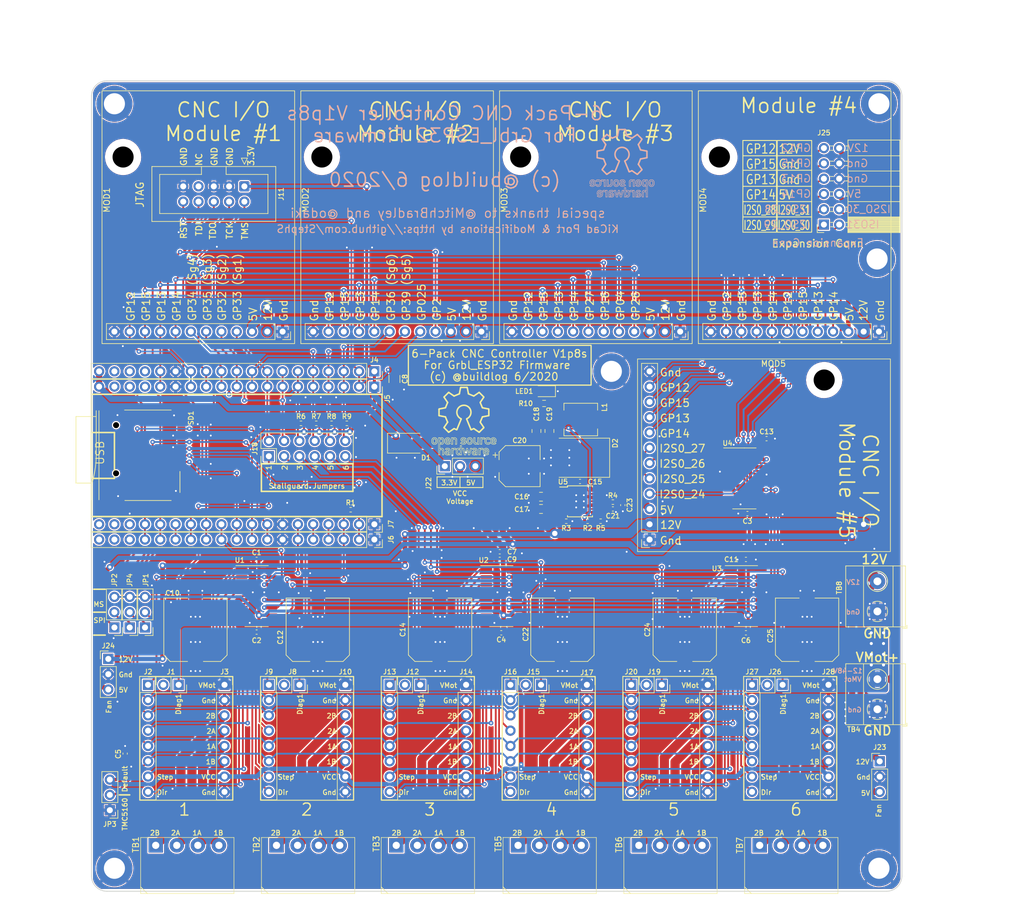
<source format=kicad_pcb>
(kicad_pcb (version 20211014) (generator pcbnew)
  (layers (0 "F.Cu" signal) (31 "B.Cu" signal) (34 "B.Paste" user) (35 "F.Paste" user) (36 "B.SilkS" user "B.Silkscreen") (37 "F.SilkS" user "F.Silkscreen") (38 "B.Mask" user) (39 "F.Mask" user) (44 "Edge.Cuts" user))
  (net 0 "")
  (net 1 "/EN")
  (net 2 "Net-(C15-Pad1)")
  (net 3 "GND")
  (net 4 "Net-(C15-Pad2)")
  (net 5 "+5V")
  (net 6 "Net-(C21-Pad2)")
  (net 7 "Net-(C23-Pad2)")
  (net 8 "Net-(D1-Pad1)")
  (net 9 "/X_DIAG1")
  (net 11 "/X_ENABLE")
  (net 12 "/MS1")
  (net 13 "/MS2")
  (net 14 "/X_CS")
  (net 15 "/STEP_RESET")
  (net 16 "/STEP_SLEEP")
  (net 17 "/X_STEP")
  (net 18 "/X_DIR")
  (net 19 "Net-(J3-Pad3)")
  (net 20 "Net-(J3-Pad4)")
  (net 21 "Net-(J3-Pad5)")
  (net 22 "Net-(J3-Pad6)")
  (net 26 "/GPIO13")
  (net 27 "/GPIO12")
  (net 28 "/GPIO14")
  (net 29 "/GPIO27")
  (net 30 "/GPIO26")
  (net 31 "/GPIO25")
  (net 32 "/X_LIMIT")
  (net 33 "/Y_LIMIT")
  (net 34 "/Z_LIMIT")
  (net 35 "/A_LIMIT")
  (net 36 "/B_LIMIT")
  (net 37 "/C_LIMIT")
  (net 38 "+3V3")
  (net 42 "VMOT")
  (net 43 "/MOSI")
  (net 44 "/I2S_BCK")
  (net 45 "Net-(J6-Pad4)")
  (net 46 "Net-(J6-Pad5)")
  (net 47 "/I2S_DATA")
  (net 48 "/MISO")
  (net 49 "/SCK")
  (net 50 "/CS_SD")
  (net 51 "/I2S_WS")
  (net 52 "/GPIO16")
  (net 53 "/GPIO4")
  (net 54 "/GPIO0")
  (net 55 "/GPIO2")
  (net 56 "/GPIO15")
  (net 63 "/Y_DIAG1")
  (net 65 "/Y_ENABLE")
  (net 66 "/Y_CS")
  (net 67 "/Y_STEP")
  (net 68 "/Y_DIR")
  (net 69 "Net-(J10-Pad3)")
  (net 70 "Net-(J10-Pad4)")
  (net 71 "Net-(J10-Pad5)")
  (net 72 "Net-(J10-Pad6)")
  (net 74 "/Z_DIAG1")
  (net 76 "/Z_ENABLE")
  (net 77 "/Z_CS")
  (net 78 "/Z_STEP")
  (net 79 "/Z_DIR")
  (net 80 "Net-(J14-Pad3)")
  (net 81 "Net-(J14-Pad4)")
  (net 82 "Net-(J14-Pad5)")
  (net 83 "Net-(J14-Pad6)")
  (net 84 "/A_DIAG1")
  (net 86 "/A_ENABLE")
  (net 87 "/A_CS")
  (net 88 "/A_STEP")
  (net 89 "/A_DIR")
  (net 90 "Net-(J17-Pad3)")
  (net 91 "Net-(J17-Pad4)")
  (net 92 "Net-(J17-Pad5)")
  (net 93 "Net-(J17-Pad6)")
  (net 94 "/B_DIAG1")
  (net 95 "/C_DIAG1")
  (net 97 "/B_ENABLE")
  (net 98 "/B_CS")
  (net 99 "/B_STEP")
  (net 100 "/B_DIR")
  (net 101 "Net-(J21-Pad3)")
  (net 102 "Net-(J21-Pad4)")
  (net 103 "Net-(J21-Pad5)")
  (net 104 "Net-(J21-Pad6)")
  (net 105 "/I2S0_29")
  (net 106 "/I2S0_30")
  (net 107 "/I2S0_28")
  (net 108 "/I2S0_31")
  (net 109 "VCC")
  (net 111 "/C_ENABLE")
  (net 112 "/C_CS")
  (net 113 "/C_STEP")
  (net 114 "/C_DIR")
  (net 115 "Net-(J28-Pad3)")
  (net 116 "Net-(J28-Pad4)")
  (net 117 "Net-(J28-Pad5)")
  (net 118 "Net-(J28-Pad6)")
  (net 119 "Net-(LED1-Pad2)")
  (net 120 "/I2S0_24")
  (net 121 "/I2S0_25")
  (net 122 "/I2S0_26")
  (net 123 "/I2S0_27")
  (net 124 "Net-(R2-Pad1)")
  (net 125 "Net-(R3-Pad2)")
  (net 129 "+12V")
  (net 130 "Net-(U1-Pad9)")
  (net 131 "Net-(U2-Pad9)")
  (net 132 "Net-(U3-Pad9)")
  (footprint "Connector_PinHeader_2.54mm:PinHeader_2x06_P2.54mm_Vertical" (layer "F.Cu") (at 110.744 99.187 90)
    (fp_text reference "J18")
    (fp_text value "6S")
  )
  (footprint "6_pack_common:TerminalBlock_Molex_0395021004_1x04_P3.50mm_Horizontal" (layer "F.Cu") (at 131.91 163.83)
    (fp_text reference "TB3")
    (fp_text value "0395021004")
  )
  (footprint "6_pack_common:TerminalBlock_Molex_0395021004_1x04_P3.50mm_Horizontal" (layer "F.Cu") (at 172.212 163.83)
    (fp_text reference "TB6")
    (fp_text value "0395021004")
  )
  (footprint "Connector_PinSocket_2.54mm:PinSocket_1x08_P2.54mm_Vertical" (layer "F.Cu") (at 110.744 137.16)
    (fp_text reference "J9")
    (fp_text value "8S")
  )
  (footprint "Capacitor_SMD:C_0402_1005Metric_Pad0.74x0.62mm_HandSolder" (layer "F.Cu") (at 162.433 103.378)
    (fp_text reference "C15")
    (fp_text value "100nF")
  )
  (footprint "6_pack_common:HRO_ELEC-TF-01A" (layer "F.Cu") (at 90.424 97.917 -90)
    (fp_text reference "SD1")
    (fp_text value "Micro SD")
  )
  (footprint "Connector_PinSocket_2.54mm:PinSocket_1x08_P2.54mm_Vertical" (layer "F.Cu") (at 130.81 137.16)
    (fp_text reference "J13")
    (fp_text value "8S")
  )
  (footprint "Capacitor_SMD:C_0402_1005Metric_Pad0.74x0.62mm_HandSolder" (layer "F.Cu") (at 108.712 116.332 180)
    (fp_text reference "C1")
    (fp_text value "100nF")
  )
  (footprint "Capacitor_SMD:C_0402_1005Metric_Pad0.74x0.62mm_HandSolder" (layer "F.Cu") (at 86.868 148.59 -90)
    (fp_text reference "C5")
    (fp_text value "100nF")
  )
  (footprint "Connector_PinHeader_2.54mm:PinHeader_1x03_P2.54mm_Vertical" (layer "F.Cu") (at 84.074 132.857)
    (fp_text reference "J24")
    (fp_text value "3P")
  )
  (footprint "6_pack_common:TerminalBlock_Molex_0395021004_1x04_P3.50mm_Horizontal" (layer "F.Cu") (at 152.146 163.83)
    (fp_text reference "TB5")
    (fp_text value "0395021004")
  )
  (footprint "Package_SO:SOIC-16_3.9x9.9mm_P1.27mm" (layer "F.Cu") (at 108.712 122.428)
    (fp_text reference "U1")
    (fp_text value "74AHCT595")
  )
  (footprint "6_pack_common:CNC_ModuleSocket_1x12_P2.54mm" (layer "F.Cu") (at 179.07 78.486)
    (fp_text reference "MOD3")
    (fp_text value "1x12 Socket")
  )
  (footprint "Connector_PinSocket_2.54mm:PinSocket_1x02_P2.54mm_Vertical" (layer "F.Cu") (at 95.758 137.16 -90)
    (fp_text reference "J1")
    (fp_text value "2 Pos")
  )
  (footprint "Connector_PinSocket_2.54mm:PinSocket_1x08_P2.54mm_Vertical" (layer "F.Cu") (at 90.678 137.16)
    (fp_text reference "J2")
    (fp_text value "8S")
  )
  (footprint "6_pack_common:TerminalBlock_Molex_0395021004_1x04_P3.50mm_Horizontal" (layer "F.Cu") (at 192.278 163.83)
    (fp_text reference "TB7")
    (fp_text value "0395021004")
  )
  (footprint "Package_SO:SOIC-16_3.9x9.9mm_P1.27mm" (layer "F.Cu") (at 189.992 122.428)
    (fp_text reference "U3")
    (fp_text value "74AHCT595")
  )
  (footprint "6_pack_common:MountingHole_3.5mm_Pad_TopBottom" (layer "F.Cu") (at 212.09 40.64 90)
    (fp_text reference "MH2" hide)
    (fp_text value "MOUNTING_HOLE_M3.7")
  )
  (footprint "6_pack_common:MountingHole_3.5mm_Pad_TopBottom" (layer "F.Cu") (at 211.7825 66.426066 90)
    (fp_text reference "MH6" hide)
    (fp_text value "MOUNTING_HOLE_M3.7")
  )
  (footprint "6_pack_common:CNC_ModuleSocket_1x12_P2.54mm" (layer "F.Cu") (at 212.09 78.486)
    (fp_text reference "MOD4")
    (fp_text value "1x12 Socket")
  )
  (footprint "Capacitor_SMD:C_0402_1005Metric" (layer "F.Cu") (at 167.894 107.95 180)
    (fp_text reference "C21")
    (fp_text value "39pF 50V")
  )
  (footprint "Connector_PinHeader_2.54mm:PinHeader_1x03_P2.54mm_Vertical" (layer "F.Cu") (at 90.17 127.635 180)
    (fp_text reference "JP1")
    (fp_text value "3P")
  )
  (footprint "Capacitor_SMD:C_0402_1005Metric" (layer "F.Cu") (at 169.545 107.315 90)
    (fp_text reference "C23")
    (fp_text value "6.8nF 50V")
  )
  (footprint "TerminalBlock_Phoenix:TerminalBlock_Phoenix_MKDS-1,5-2_1x02_P5.00mm_Horizontal" (layer "F.Cu") (at 211.836 141.224 90)
    (fp_text reference "TB4")
    (fp_text value "2 Pos")
  )
  (footprint "Capacitor_SMD:C_Elec_10x10.2" (layer "F.Cu") (at 118.872 128.016 90)
    (fp_text reference "C12")
    (fp_text value "330uF")
  )
  (footprint "Package_SO:TI_SO-PowerPAD-8" (layer "F.Cu") (at 162.433 106.68)
    (fp_text reference "U5")
    (fp_text value "TPS54360")
  )
  (footprint "Capacitor_SMD:C_Elec_10x10.2" (layer "F.Cu") (at 159.512 128.016 90)
    (fp_text reference "C22")
    (fp_text value "330uF")
  )
  (footprint "Connector_PinSocket_2.54mm:PinSocket_1x08_P2.54mm_Vertical" (layer "F.Cu") (at 170.942 137.16)
    (fp_text reference "J20")
    (fp_text value "8S")
  )
  (footprint "Connector_PinHeader_2.54mm:PinHeader_1x03_P2.54mm_Vertical" (layer "F.Cu") (at 212.217 149.875)
    (fp_text reference "J23")
    (fp_text value "3P")
  )
  (footprint "Diode_SMD:D_SMA" (layer "F.Cu") (at 133.858 97.028)
    (fp_text reference "D1")
    (fp_text value "40V 3A")
  )
  (footprint "Resistor_SMD:R_0603_1608Metric_Pad0.98x0.95mm_HandSolder" (layer "F.Cu") (at 156.464 90.424 180)
    (fp_text reference "R10")
    (fp_text value "3.0k")
  )
  (footprint "Diode_SMD:D_SMC" (layer "F.Cu") (at 162.56 99.441 180)
    (fp_text reference "D2")
    (fp_text value "B560C")
  )
  (footprint "Resistor_SMD:R_0402_1005Metric" (layer "F.Cu") (at 121.158 93.726 180)
    (fp_text reference "R8")
    (fp_text value "10k")
  )
  (footprint "Connector_IDC:IDC-Header_2x05_P2.54mm_Vertical" (layer "F.Cu") (at 106.68 54.356 -90)
    (fp_text reference "J11")
    (fp_text value "JTAG")
  )
  (footprint "Capacitor_SMD:CP_Elec_6.3x9.9" (layer "F.Cu") (at 152.4 100.838)
    (fp_text reference "C20")
    (fp_text value "100uF 16V")
  )
  (footprint "Connector_PinSocket_2.54mm:PinSocket_1x08_P2.54mm_Vertical" (layer "F.Cu") (at 183.642 137.16)
    (fp_text reference "J21")
    (fp_text value "8S")
  )
  (footprint "Capacitor_SMD:C_0805_2012Metric" (layer "F.Cu") (at 155.956 107.95)
    (fp_text reference "C17")
    (fp_text value "2.2uF 50V")
  )
  (footprint "Connector_PinSocket_2.54mm:PinSocket_1x19_P2.54mm_Vertical" (layer "F.Cu") (at 128.27 85.09 -90)
    (fp_text reference "J4")
    (fp_text value "19S")
  )
  (footprint "Connector_PinSocket_2.54mm:PinSocket_1x08_P2.54mm_Vertical" (layer "F.Cu") (at 143.51 137.16)
    (fp_text reference "J14")
    (fp_text value "8S")
  )
  (footprint "Connector_PinSocket_2.54mm:PinSocket_1x08_P2.54mm_Vertical" (layer "F.Cu") (at 203.708 137.16)
    (fp_text reference "J28")
    (fp_text value "8S")
  )
  (footprint "TerminalBlock_Phoenix:TerminalBlock_Phoenix_MKDS-1,5-2_1x02_P5.00mm_Horizontal" (layer "F.Cu") (at 211.836 124.968 90)
    (fp_text reference "TB8")
    (fp_text value "2 Pos")
  )
  (footprint "Capacitor_SMD:C_1206_3216Metric_Pad1.42x1.75mm_HandSolder" (layer "F.Cu") (at 131.606112 86.36 -90)
    (fp_text reference "C8")
    (fp_text value "DNP")
  )
  (footprint "Capacitor_SMD:C_0805_2012Metric" (layer "F.Cu") (at 155.956 105.918)
    (fp_text reference "C16")
    (fp_text value "2.2uF 50V")
  )
  (footprint "Resistor_SMD:R_0402_1005Metric" (layer "F.Cu") (at 160.147 109.982 180)
    (fp_text reference "R3")
    (fp_text value "100k")
  )
  (footprint "6_pack_common:MountingHole_3.5mm_Pad_TopBottom" (layer "F.Cu") (at 85.09 40.64 90)
    (fp_text reference "MH3" hide)
    (fp_text value "MOUNTING_HOLE_M3.7")
  )
  (footprint "Capacitor_SMD:C_0402_1005Metric_Pad0.74x0.62mm_HandSolder" (layer "F.Cu") (at 189.992 116.332 180)
    (fp_text reference "C11")
    (fp_text value "100nF")
  )
  (footprint "6_pack_common:CNC_ModuleSocket_1x12_P2.54mm" (layer "F.Cu") (at 113.03 78.486)
    (fp_text reference "MOD1")
    (fp_text value "1x12 Socket")
  )
  (footprint "Connector_PinSocket_2.54mm:PinSocket_1x19_P2.54mm_Vertical" (layer "F.Cu") (at 128.27 87.63 -90)
    (fp_text reference "J5")
    (fp_text value "ESP32_DEVKITC_01-19")
  )
  (footprint "Connector_PinSocket_2.54mm:PinSocket_1x08_P2.54mm_Vertical" (layer "F.Cu") (at 163.576 137.16)
    (fp_text reference "J17")
    (fp_text value "8S")
  )
  (footprint "Resistor_SMD:R_0402_1005Metric" (layer "F.Cu") (at 163.703 109.982 180)
    (fp_text reference "R2")
    (fp_text value "270k")
  )
  (footprint "Connector_PinSocket_2.54mm:PinSocket_1x19_P2.54mm_Vertical" (layer "F.Cu") (at 128.27 110.49 -90)
    (fp_text reference "J7")
    (fp_text value "19S")
  )
  (footprint "Resistor_SMD:R_0402_1005Metric" (layer "F.Cu") (at 118.618 93.726 180)
    (fp_text reference "R7")
    (fp_text value "10k")
  )
  (footprint "Resistor_SMD:R_0402_1005Metric" (layer "F.Cu") (at 123.698 93.726 180)
    (fp_text reference "R9")
    (fp_text value "10k")
  )
  (footprint "Capacitor_SMD:C_Elec_10x10.2" (layer "F.Cu") (at 179.832 128.016 90)
    (fp_text reference "C24")
    (fp_text value "330uF")
  )
  (footprint "Capacitor_SMD:C_0402_1005Metric_Pad0.74x0.62mm_HandSolder" (layer "F.Cu") (at 108.712 128.397)
    (fp_text reference "C2")
    (fp_text value "100nF")
  )
  (footprint "Connector_PinHeader_2.54mm:PinHeader_1x03_P2.54mm_Vertical" (layer "F.Cu") (at 87.632366 127.635 180)
    (fp_text reference "JP4")
    (fp_text value "3P")
  )
  (footprint "Connector_PinSocket_2.54mm:PinSocket_1x02_P2.54mm_Vertical" (layer "F.Cu") (at 135.89 137.16 -90)
    (fp_text reference "J12")
    (fp_text value "2 Pos")
  )
  (footprint "Connector_PinSocket_2.54mm:PinSocket_1x08_P2.54mm_Vertical" (layer "F.Cu") (at 103.378 137.16)
    (fp_text reference "J3")
    (fp_text value "8S")
  )
  (footprint "Capacitor_SMD:C_0805_2012Metric" (layer "F.Cu") (at 155.194 94.996 90)
    (fp_text reference "C18")
    (fp_text value "47uF 6.3V")
  )
  (footprint "6_pack_common:MountingHole_3.5mm_Pad_TopBottom" (layer "F.Cu") (at 212.09 167.64 90)
    (fp_text reference "MH1" hide)
    (fp_text value "MOUNTING_HOLE_M3.7")
  )
  (footprint "Package_SO:SOIC-16_3.9x9.9mm_P1.27mm" (layer "F.Cu") (at 149.352 122.428)
    (fp_text reference "U2")
    (fp_text value "74AHCT595")
  )
  (footprint "LED_SMD:LED_0805_2012Metric_Castellated" (layer "F.Cu") (at 156.464 88.392 180)
    (fp_text reference "LED1")
    (fp_text value "GRN")
  )
  (footprint "Connector_PinSocket_2.54mm:PinSocket_1x02_P2.54mm_Vertical" (layer "F.Cu") (at 155.956 137.16 -90)
    (fp_text reference "J15")
    (fp_text value "2 Pos")
  )
  (footprint "Capacitor_SMD:C_0402_1005Metric_Pad0.74x0.62mm_HandSolder" (layer "F.Cu") (at 193.421 96.266)
    (fp_text reference "C13")
    (fp_text value "100nF")
  )
  (footprint "6_pack_common:MountingHole_3.5mm_Pad_TopBottom" (layer "F.Cu") (at 85.09 167.64 90)
    (fp_text reference "MH4" hide)
    (fp_text value "MOUNTING_HOLE_M3.7")
  )
  (footprint "Capacitor_SMD:C_Elec_10x10.2" (layer "F.Cu") (at 200.152 128.016 90)
    (fp_text reference "C25")
    (fp_text value "330uF")
  )
  (footprint "Resistor_SMD:R_0402_1005Metric" (layer "F.Cu") (at 167.894 106.807 180)
    (fp_text reference "R4")
    (fp_text value "13k")
  )
  (footprint "6_pack_common:CNC_ModuleSocket_1x12_P2.54mm" (layer "F.Cu") (at 173.992366 113.03 -90)
    (fp_text reference "MOD5")
    (fp_text value "1x12 Socket")
  )
  (footprint "Connector_PinHeader_2.54mm:PinHeader_1x03_P2.54mm_Vertical" (layer "F.Cu") (at 139.969 100.838 90)
    (fp_text reference "J22")
    (fp_text value "3P")
  )
  (footprint "6_pack_common:TerminalBlock_Molex_0395021004_1x04_P3.50mm_Horizontal" (layer "F.Cu") (at 112.014 163.83)
    (fp_text reference "TB2")
    (fp_text value "0395021004")
  )
  (footprint "Connector_PinSocket_2.54mm:PinSocket_1x02_P2.54mm_Vertical" (layer "F.Cu") (at 115.824 137.16 -90)
    (fp_text reference "J8")
    (fp_text value "2 Pos")
  )
  (footprint "Capacitor_SMD:C_0402_1005Metric_Pad0.74x0.62mm_HandSolder" (layer "F.Cu") (at 189.992 128.524)
    (fp_text reference "C6")
    (fp_text value "100nF")
  )
  (footprint "Connector_PinSocket_2.54mm:PinSocket_1x08_P2.54mm_Vertical" (layer "F.Cu") (at 150.876 137.16)
    (fp_text reference "J16")
    (fp_text value "8S")
  )
  (footprint "6_pack_common:TerminalBlock_Molex_0395021004_1x04_P3.50mm_Horizontal" (layer "F.Cu") (at 91.948 163.83)
    (fp_text reference "TB1")
    (fp_text value "0395021004")
  )
  (footprint "Resistor_SMD:R_0402_1005Metric" (layer "F.Cu") (at 124.333 108.077)
    (fp_text reference "R1")
    (fp_text value "10k")
  )
  (footprint "Connector_PinSocket_2.54mm:PinSocket_2x06_P2.54mm_Horizontal" (layer "F.Cu") (at 202.946 60.706 180)
    (fp_text reference "J25")
    (fp_text value "6S")
  )
  (footprint "Connector_PinSocket_2.54mm:PinSocket_1x08_P2.54mm_Vertical" (layer "F.Cu") (at 123.444 137.16)
    (fp_text reference "J10")
    (fp_text value "8S")
  )
  (footprint "Resistor_SMD:R_0402_1005Metric" (layer "F.Cu") (at 116.078 93.726 180)
    (fp_text reference "R6")
    (fp_text value "10k")
  )
  (footprint "Capacitor_SMD:C_0402_1005Metric_Pad0.74x0.62mm_HandSolder" (layer "F.Cu") (at 190.246 108.712)
    (fp_text reference "C3")
    (fp_text value "100nF")
  )
  (footprint "Capacitor_SMD:C_0805_2012Metric" (layer "F.Cu") (at 157.353 94.996 90)
    (fp_text reference "C19")
    (fp_text value "47uF 6.3V")
  )
  (footprint "Connector_PinHeader_2.54mm:PinHeader_1x03_P2.54mm_Vertical" (layer "F.Cu") (at 84.328 157.988 180)
    (fp_text reference "JP3")
    (fp_text value "3P")
  )
  (footprint "Connector_PinHeader_2.54mm:PinHeader_1x03_P2.54mm_Vertical" (layer "F.Cu") (at 85.09 127.635 180)
    (fp_text reference "JP2")
    (fp_text value "3P")
  )
  (footprint "Connector_PinSocket_2.54mm:PinSocket_1x08_P2.54mm_Vertical" (layer "F.Cu") (at 191.008 137.16)
    (fp_text reference "J27")
    (fp_text value "8S")
  )
  (footprint "Capacitor_SMD:C_Elec_10x10.2" (layer "F.Cu") (at 98.552 128.016 90)
    (fp_text reference "C10")
    (fp_text value "330uF")
  )
  (footprint "Package_SO:SOIC-16_3.9x9.9mm_P1.27mm" (layer "F.Cu") (at 189.738 102.87)
    (fp_text reference "U4")
    (fp_text value "74AHCT595")
  )
  (footprint "Connector_PinSocket_2.54mm:PinSocket_1x02_P2.54mm_Vertical" (layer "F.Cu") (at 176.022 137.16 -90)
    (fp_text reference "J19")
    (fp_text value "2 Pos")
  )
  (footprint "Connector_PinSocket_2.54mm:PinSocket_1x02_P2.54mm_Vertical" (layer "F.Cu") (at 196.088 137.16 -90)
    (fp_text reference "J26")
    (fp_text value "2 Pos")
  )
  (footprint "6_pack_common:MountingHole_3.5mm_Pad_TopBottom" (layer "F.Cu") (at 167.64 85.09 90)
    (fp_text reference "MH5" hide)
    (fp_text value "MOUNTING_HOLE_M3.7")
  )
  (footprint "Resistor_SMD:R_0402_1005Metric" (layer "F.Cu") (at 165.862 109.982 180)
    (fp_text reference "R5")
    (fp_text value "51k")
  )
  (footprint "Capacitor_SMD:C_Elec_10x10.2" (layer "F.Cu") (at 139.192 128.016 90)
    (fp_text reference "C14")
    (fp_text value "330uF")
  )
  (footprint "Connector_PinSocket_2.54mm:PinSocket_1x19_P2.54mm_Vertical" (layer "F.Cu") (at 128.27 113.03 -90)
    (fp_text reference "J6")
    (fp_text value "ESP32_DEVKITC_20-38")
  )
  (footprint "6_pack_common:CNC_ModuleSocket_1x12_P2.54mm" (layer "F.Cu") (at 146.05 78.486)
    (fp_text reference "MOD2")
    (fp_text value "1x12 Socket")
  )
  (footprint "Capacitor_SMD:C_0402_1005Metric_Pad0.74x0.62mm_HandSolder" (layer "F.Cu") (at 149.352 128.524)
    (fp_text reference "C4")
    (fp_text value "100nF")
  )
  (footprint "6_pack_common:L_Sunlord_MWSA0503_5.4x5.2mm" (layer "F.Cu") (at 162.56 93.091 180)
    (fp_text reference "L1")
    (fp_text value "10uH")
  )
  (footprint "Capacitor_SMD:C_0402_1005Metric_Pad0.74x0.62mm_HandSolder" (layer "F.Cu") (at 149.098 115.062)
    (fp_text reference "C7")
    (fp_text value "100nF")
  )
  (footprint "Capacitor_SMD:C_0402_1005Metric_Pad0.74x0.62mm_HandSolder" (layer "F.Cu") (at 149.098 116.332 180)
    (fp_text reference "C9")
    (fp_text value "100nF")
  )
  (gr_line (start 167.134366 53.921) (end 167.134366 53.262) (layer "B.SilkS") (width 0.076))
  (gr_arc (start 165.273366 55.473) (mid 165.281198 55.375377) (end 165.307366 55.281) (layer "B.SilkS") (width 0.076))
  (gr_arc (start 172.268366 55.234) (mid 172.311634 55.262231) (end 172.343366 55.303) (layer "B.SilkS") (width 0.076))
  (gr_arc (start 166.035366 55.13) (mid 166.070695 55.164515) (end 166.100366 55.204) (layer "B.SilkS") (width 0.076))
  (gr_arc (start 168.451366 54.379) (mid 168.393078 54.376534) (end 168.335366 54.368) (layer "B.SilkS") (width 0.076))
  (gr_line (start 168.635366 45.992) (end 167.804366 46.336) (layer "B.SilkS") (width 0.254))
  (gr_arc (start 167.556366 54.021) (mid 167.537595 54.061094) (end 167.510366 54.096) (layer "B.SilkS") (width 0.076))
  (gr_arc (start 164.593366 54.154) (mid 164.541607 54.167078) (end 164.488366 54.171) (layer "B.SilkS") (width 0.076))
  (gr_line (start 172.210366 55.221) (end 172.268366 55.234) (layer "B.SilkS") (width 0.076))
  (gr_arc (start 172.100366 54.379) (mid 171.990902 54.368801) (end 171.885366 54.338) (layer "B.SilkS") (width 0.076))
  (gr_arc (start 168.170366 53.341) (mid 168.205597 53.316796) (end 168.242366 53.295) (layer "B.SilkS") (width 0.076))
  (gr_arc (start 167.853366 55.737) (mid 167.861612 55.76442) (end 167.863366 55.793) (layer "B.SilkS") (width 0.076))
  (gr_arc (start 171.788366 54.284) (mid 171.741998 54.24501) (end 171.700366 54.201) (layer "B.SilkS") (width 0.076))
  (gr_line (start 169.685366 53.627) (end 169.662366 53.659) (layer "B.SilkS") (width 0.076))
  (gr_arc (start 167.472366 55.25) (mid 167.505638 55.233741) (end 167.541366 55.224) (layer "B.SilkS") (width 0.076))
  (gr_arc (start 172.361366 55.046) (mid 172.445386 55.097589) (end 172.513366 55.169) (layer "B.SilkS") (width 0.076))
  (gr_arc (start 165.782366 53.38) (mid 165.8191 53.416086) (end 165.850366 53.457) (layer "B.SilkS") (width 0.076))
  (gr_arc (start 165.618366 54.347) (mid 165.52882 54.371271) (end 165.436366 54.379) (layer "B.SilkS") (width 0.076))
  (gr_arc (start 168.629366 53.552) (mid 168.655545 53.59686) (end 168.672366 53.646) (layer "B.SilkS") (width 0.076))
  (gr_line (start 171.262366 54.366) (end 171.485366 54.366) (layer "B.SilkS") (width 0.076))
  (gr_arc (start 165.850366 53.457) (mid 165.877349 53.504539) (end 165.898366 53.555) (layer "B.SilkS") (width 0.076))
  (gr_arc (start 172.760366 53.642) (mid 172.764426 53.58629) (end 172.772366 53.531) (layer "B.SilkS") (width 0.076))
  (gr_arc (start 166.146366 55.304) (mid 166.162713 55.364875) (end 166.173366 55.427) (layer "B.SilkS") (width 0.076))
  (gr_arc (start 172.978366 55.467) (mid 172.981583 55.416358) (end 172.993366 55.367) (layer "B.SilkS") (width 0.076))
  (gr_line (start 166.719366 56.124) (end 166.941366 56.124) (layer "B.SilkS") (width 0.076))
  (gr_line (start 170.702366 55.092) (end 170.862366 55.284) (layer "B.SilkS") (width 0.076))
  (gr_arc (start 165.697366 53.665) (mid 165.711392 53.739397) (end 165.715366 53.815) (layer "B.SilkS") (width 0.076))
  (gr_arc (start 170.121366 55.257) (mid 170.148042 55.244341) (end 170.176366 55.236) (layer "B.SilkS") (width 0.076))
  (gr_line (start 174.526366 53.712) (end 174.529366 53.813) (layer "B.SilkS") (width 0.076))
  (gr_arc (start 167.262366 54.347) (mid 167.19498 54.305387) (end 167.139366 54.249) (layer "B.SilkS") (width 0.076))
  (gr_arc (start 173.130366 54.379) (mid 173.083086 54.376632) (end 173.036366 54.369) (layer "B.SilkS") (width 0.076))
  (gr_arc (start 170.489366 56.097) (mid 170.449894 56.114775) (end 170.408366 56.127) (layer "B.SilkS") (width 0.076))
  (gr_arc (start 164.347366 53.281) (mid 164.431341 53.256853) (end 164.518366 53.249) (layer "B.SilkS") (width 0.076))
  (gr_arc (start 172.955366 53.29) (mid 172.994791 53.27169) (end 173.036366 53.259) (layer "B.SilkS") (width 0.076))
  (gr_line (start 173.415366 55.467) (end 173.415366 56.124) (layer "B.SilkS") (width 0.076))
  (gr_arc (start 171.009365 55.229) (mid 171.088808 55.243109) (end 171.158366 55.284) (layer "B.SilkS") (width 0.076))
  (gr_arc (start 169.256366 53.29) (mid 169.312055 53.271544) (end 169.369366 53.259) (layer "B.SilkS") (width 0.076))
  (gr_arc (start 170.633366 53.467) (mid 170.670364 53.401436) (end 170.722366 53.347) (layer "B.SilkS") (width 0.076))
  (gr_line (start 164.063366 53.715) (end 164.063366 53.898) (layer "B.SilkS") (width 0.076))
  (gr_line (start 165.203366 54.042) (end 165.203366 54.042) (layer "B.SilkS") (width 0.076))
  (gr_arc (start 168.242366 54.334) (mid 168.205536 54.3123) (end 168.170366 54.288) (layer "B.SilkS") (width 0.076))
  (gr_arc (start 173.197366 53.471) (mid 173.233057 53.472563) (end 173.268366 53.478) (layer "B.SilkS") (width 0.076))
  (gr_arc (start 174.087366 54.334) (mid 174.050536 54.3123) (end 174.015366 54.288) (layer "B.SilkS") (width 0.076))
  (gr_arc (start 170.316366 55.236) (mid 170.344641 55.243868) (end 170.371366 55.256) (layer "B.SilkS") (width 0.076))
  (gr_arc (start 165.727366 55.216) (mid 165.773692 55.220078) (end 165.818366 55.233) (layer "B.SilkS") (width 0.076))
  (gr_arc (start 169.504366 53.249) (mid 169.585656 53.25422) (end 169.665366 53.271) (layer "B.SilkS") (width 0.076))
  (gr_arc (start 168.556366 53.491) (mid 168.597036 53.51651) (end 168.629366 53.552) (layer "B.SilkS") (width 0.076))
  (gr_arc (start 169.922365 44.916999) (mid 169.956078 44.929173) (end 169.974366 44.96) (layer "B.SilkS") (width 0.254))
  (gr_arc (start 167.211366 55.279) (mid 167.220604 55.238841) (end 167.234366 55.2) (layer "B.SilkS") (width 0.076))
  (gr_line (start 167.418366 55.659) (end 167.676366 55.659) (layer "B.SilkS") (width 0.076))
  (gr_arc (start 172.772366 54.098) (mid 172.764439 54.04321) (end 172.760366 53.988) (layer "B.SilkS") (width 0.076))
  (gr_line (start 169.401366 53.921) (end 169.597366 53.902) (layer "B.SilkS") (width 0.076))
  (gr_line (start 174.529366 53.813) (end 174.526366 53.916) (layer "B.SilkS") (width 0.076))
  (gr_arc (start 173.195366 55.229) (mid 173.239632 55.232834) (end 173.282366 55.245) (layer "B.SilkS") (width 0.076))
  (gr_arc (start 169.484366 54.171) (mid 169.441114 54.16891) (end 169.398366 54.162) (layer "B.SilkS") (width 0.076))
  (gr_line (start 167.134366 53.262) (end 166.912366 53.262) (layer "B.SilkS") (width 0.076))
  (gr_line (start 168.343366 55.02) (end 168.108366 55.02) (layer "B.SilkS") (width 0.076))
  (gr_arc (start 168.661366 53.295) (mid 168.698148 53.316776) (end 168.733366 53.341) (layer "B.SilkS") (width 0.076))
  (gr_arc (start 172.349366 56.115) (mid 172.270389 56.134295) (end 172.189366 56.141) (layer "B.SilkS") (width 0.076))
  (gr_arc (start 171.963366 53.281) (mid 172.046839 53.256885) (end 172.133366 53.249) (layer "B.SilkS") (width 0.076))
  (gr_line (start 167.717366 55.476) (end 167.418366 55.476) (layer "B.SilkS") (width 0.076))
  (gr_arc (start 169.062366 53.918) (mid 169.085863 53.864052) (end 169.118366 53.815) (layer "B.SilkS") (width 0.076))
  (gr_arc (start 172.133365 47.441) (mid 172.130002 47.414751) (end 172.139366 47.39) (layer "B.SilkS") (width 0.254))
  (gr_arc (start 169.070366 53.399) (mid 169.158969 53.336996) (end 169.256366 53.29) (layer "B.SilkS") (width 0.076))
  (gr_arc (start 171.901366 53.715) (mid 171.907101 53.659225) (end 171.921366 53.605) (layer "B.SilkS") (width 0.076))
  (gr_line (start 167.203366 55.372) (end 167.203366 56.128) (layer "B.SilkS") (width 0.076))
  (gr_line (start 166.699366 47.441) (end 166.354366 48.272) (layer "B.SilkS") (width 0.254))
  (gr_arc (start 165.317366 54.366) (mid 165.263022 54.348976) (end 165.211366 54.325) (layer "B.SilkS") (width 0.076))
  (gr_arc (start 171.969366 55.027) (mid 172.05978 55.011883) (end 172.151366 55.008) (layer "B.SilkS") (width 0.076))
  (gr_line (start 165.455366 55.822) (end 165.294366 55.959) (layer "B.SilkS") (width 0.076))
  (gr_arc (start 165.317366 53.263) (mid 165.376454 53.252501) (end 165.436366 53.249) (layer "B.SilkS") (width 0.076))
  (gr_arc (start 173.130366 53.249) (mid 173.210075 53.256666) (end 173.286366 53.281) (layer "B.SilkS") (width 0.076))
  (gr_arc (start 173.036366 53.259) (mid 173.083076 53.25127) (end 173.130366 53.249) (layer "B.SilkS") (width 0.076))
  (gr_arc (start 167.794366 53.996) (mid 167.792374 54.04068) (end 167.786366 54.085) (layer "B.SilkS") (width 0.076))
  (gr_arc (start 165.211366 54.325) (mid 165.119194 54.264806) (end 165.039366 54.189) (layer "B.SilkS") (width 0.076))
  (gr_arc (start 170.489366 55.048) (mid 170.554748 55.092668) (end 170.609366 55.15) (layer "B.SilkS") (width 0.076))
  (gr_arc (start 171.042366 53.471) (mid 171.087135 53.47477) (end 171.130366 53.487) (layer "B.SilkS") (width 0.076))
  (gr_arc (start 167.848366 56.115) (mid 167.768889 56.134333) (end 167.687366 56.141) (layer "B.SilkS") (width 0.076))
  (gr_arc (start 172.367366 53.898) (mid 172.363037 53.958326) (end 172.348366 54.017) (layer "B.SilkS") (width 0.076))
  (gr_arc (start 172.567366 55.804) (mid 172.561617 55.871769) (end 172.542366 55.937) (layer "B.SilkS") (width 0.076))
  (gr_arc (start 164.098366 53.523) (mid 164.141045 53.443265) (end 164.200366 53.375) (layer "B.SilkS") (width 0.076))
  (gr_arc (start 172.365366 55.793) (mid 172.362499 55.819723) (end 172.353366 55.845) (layer "B.SilkS") (width 0.076))
  (gr_line (start 169.275366 53.986) (end 169.300366 53.953) (layer "B.SilkS") (width 0.076))
  (gr_arc (start 173.415366 53.815) (mid 173.40824 53.932018) (end 173.385366 54.047) (layer "B.SilkS") (width 0.076))
  (gr_arc (start 165.886366 55.861) (mid 165.84693 55.890723) (end 165.802366 55.912) (layer "B.SilkS") (width 0.076))
  (gr_line (start 172.698366 46.486) (end 171.983366 45.771) (layer "B.SilkS") (width 0.254))
  (gr_arc (start 173.110366 55.245) (mid 173.152082 55.232835) (end 173.195366 55.229) (layer "B.SilkS") (width 0.076))
  (gr_arc (start 172.354366 55.737) (mid 172.363079 55.764369) (end 172.365366 55.793) (layer "B.SilkS") (width 0.076))
  (gr_arc (start 165.941366 55.363) (mid 165.955249 55.417243) (end 165.960366 55.473) (layer "B.SilkS") (width 0.076))
  (gr_line (start 171.948366 55.877) (end 171.932366 55.842) (layer "B.SilkS") (width 0.076))
  (gr_arc (start 174.296366 54.158) (mid 174.242789 54.153655) (end 174.191366 54.138) (layer "B.SilkS") (width 0.076))
  (gr_arc (start 164.826366 53.372) (mid 164.861751 53.406466) (end 164.891366 53.446) (layer "B.SilkS") (width 0.076))
  (gr_arc (start 173.509365 48.495) (mid 173.540416 48.513752) (end 173.552366 48.548) (layer "B.SilkS") (width 0.254))
  (gr_arc (start 170.957366 53.487) (mid 170.999093 53.474895) (end 171.042366 53.471) (layer "B.SilkS") (width 0.076))
  (gr_arc (start 165.942366 55.775) (mid 165.919583 55.821397) (end 165.886366 55.861) (layer "B.SilkS") (width 0.076))
  (gr_arc (start 166.357366 55.284) (mid 166.392365 55.260827) (end 166.430366 55.243) (layer "B.SilkS") (width 0.076))
  (gr_arc (start 174.518366 53.984) (mid 174.501662 54.032718) (end 174.475366 54.077) (layer "B.SilkS") (width 0.076))
  (gr_arc (start 170.702366 55.092) (mid 170.75589 55.055666) (end 170.814366 55.028) (layer "B.SilkS") (width 0.076))
  (gr_line (start 169.672366 55.02) (end 169.437366 55.02) (layer "B.SilkS") (width 0.076))
  (gr_arc (start 174.724366 54.081) (mid 174.686894 54.164966) (end 174.632366 54.239) (layer "B.SilkS") (width 0.076))
  (gr_arc (start 170.028366 55.138) (mid 170.090624 55.086029) (end 170.159366 55.043) (layer "B.SilkS") (width 0.076))
  (gr_arc (start 171.135366 53.282) (mid 171.20278 53.323577) (end 171.258366 53.38) (layer "B.SilkS") (width 0.076))
  (gr_arc (start 170.176366 55.236) (mid 170.21067 55.230569) (end 170.245366 55.229) (layer "B.SilkS") (width 0.076))
  (gr_arc (start 165.436366 53.249) (mid 165.52888 53.257152) (end 165.618366 53.282) (layer "B.SilkS") (width 0.076))
  (gr_line (start 168.684366 53.813) (end 168.681366 53.916) (layer "B.SilkS") (width 0.076))
  (gr_arc (start 174.413366 53.26) (mid 174.461201 53.273953) (end 174.506366 53.295) (layer "B.SilkS") (width 0.076))
  (gr_arc (start 169.878365 50.182999) (mid 169.87819 50.143569) (end 169.905366 50.115) (layer "B.SilkS") (width 0.254))
  (gr_arc (start 170.609366 55.15) (mid 170.649134 55.215753) (end 170.672366 55.289) (layer "B.SilkS") (width 0.076))
  (gr_arc (start 168.044366 55.677) (mid 168.061125 55.739502) (end 168.066366 55.804) (layer "B.SilkS") (width 0.076))
  (gr_arc (start 169.217366 53.741) (mid 169.25035 53.728854) (end 169.284366 53.72) (layer "B.SilkS") (width 0.076))
  (gr_arc (start 167.203366 55.372) (mid 167.205372 55.325328) (end 167.211366 55.279) (layer "B.SilkS") (width 0.076))
  (gr_arc (start 164.609366 53.475) (mid 164.648383 53.495751) (end 164.682366 53.524) (layer "B.SilkS") (width 0.076))
  (gr_arc (start 174.413366 54.368) (mid 174.355156 54.376584) (end 174.296366 54.379) (layer "B.SilkS") (width 0.076))
  (gr_arc (start 168.787366 53.39) (mid 168.841405 53.464082) (end 168.878366 53.548) (layer "B.SilkS") (width 0.076))
  (gr_arc (start 169.328366 54.135) (mid 169.301942 54.116123) (end 169.281366 54.091) (layer "B.SilkS") (width 0.076))
  (gr_arc (start 165.937366 53.815) (mid 165.934984 53.885686) (end 165.927366 53.956) (layer "B.SilkS") (width 0.076))
  (gr_arc (start 165.514366 55.363) (mid 165.534969 55.319786) (end 165.564366 55.282) (layer "B.SilkS") (width 0.076))
  (gr_arc (start 167.753366 55.922) (mid 167.707243 55.930685) (end 167.660366 55.933) (layer "B.SilkS") (width 0.076))
  (gr_arc (start 173.385365 54.047) (mid 173.362147 54.094786) (end 173.322366 54.13) (layer "B.SilkS") (width 0.076))
  (gr_arc (start 173.552365 49.559) (mid 173.540226 49.59274) (end 173.509366 49.611) (layer "B.SilkS") (width 0.254))
  (gr_arc (start 173.869366 54.081) (mid 173.856153 54.026013) (end 173.848366 53.97) (layer "B.SilkS") (width 0.076))
  (gr_line (start 168.681366 53.712) (end 168.684366 53.813) (layer "B.SilkS") (width 0.076))
  (gr_arc (start 172.499366 54.2) (mid 172.467381 54.237559) (end 172.429366 54.269) (layer "B.SilkS") (width 0.076))
  (gr_arc (start 172.756366 55.39) (mid 172.757837 55.345839) (end 172.763366 55.302) (layer "B.SilkS") (width 0.076))
  (gr_arc (start 171.933366 55.295) (mid 171.950811 55.269716) (end 171.974366 55.25) (layer "B.SilkS") (width 0.076))
  (gr_line (start 169.070366 53.399) (end 169.208366 53.561) (layer "B.SilkS") (width 0.076))
  (gr_arc (start 164.484366 54.379) (mid 164.375402 54.368752) (end 164.270366 54.338) (layer "B.SilkS") (width 0.076))
  (gr_arc (start 170.887366 53.534) (mid 170.919973 53.506936) (end 170.957366 53.487) (layer "B.SilkS") (width 0.076))
  (gr_arc (start 173.842366 53.813) (mid 173.843369 53.735423) (end 173.848366 53.658) (layer "B.SilkS") (width 0.076))
  (gr_arc (start 170.933366 55.007) (mid 171.016646 55.01471) (end 171.096366 55.04) (layer "B.SilkS") (width 0.076))
  (gr_line (start 169.988366 54.182) (end 169.832366 54.029) (layer "B.SilkS") (width 0.076))
  (gr_arc (start 167.859366 55.046) (mid 167.943884 55.097526) (end 168.012366 55.169) (layer "B.SilkS") (width 0.076))
  (gr_arc (start 172.044366 53.475) (mid 172.088042 53.462185) (end 172.133366 53.458) (layer "B.SilkS") (width 0.076))
  (gr_arc (start 173.009365 53.579) (mid 173.032717 53.532162) (end 173.072366 53.498) (layer "B.SilkS") (width 0.076))
  (gr_arc (start 172.189366 56.141) (mid 172.140731 56.139371) (end 172.092366 56.134) (layer "B.SilkS") (width 0.076))
  (gr_line (start 168.672366 53.646) (end 168.681366 53.712) (layer "B.SilkS") (width 0.076))
  (gr_arc (start 171.916364 45.764) (mid 171.951125 45.755435) (end 171.983366 45.771) (layer "B.SilkS") (width 0.254))
  (gr_arc (start 168.346366 53.491) (mid 168.397795 53.475376) (end 168.451366 53.471) (layer "B.SilkS") (width 0.076))
  (gr_arc (start 167.868366 55.501) (mid 167.927072 55.530043) (end 167.977366 55.572) (layer "B.SilkS") (width 0.076))
  (gr_line (start 167.446366 55.877) (end 167.430366 55.842) (layer "B.SilkS") (width 0.076))
  (gr_arc (start 172.043366 55.224) (mid 172.091648 55.217351) (end 172.140366 55.216) (layer "B.SilkS") (width 0.076))
  (gr_line (start 167.794366 53.996) (end 167.794366 53.996) (layer "B.SilkS") (width 0.076))
  (gr_line (start 166.315366 48.304) (end 165.323366 48.495) (layer "B.SilkS") (width 0.254))
  (gr_arc (start 172.478366 49.835) (mid 172.493833 49.814085) (end 172.517366 49.803) (layer "B.SilkS") (width 0.254))
  (gr_line (start 167.572366 53.262) (end 167.572366 53.921) (layer "B.SilkS") (width 0.076))
  (gr_arc (start 173.286366 53.281) (mid 173.355943 53.322747) (end 173.415366 53.378) (layer "B.SilkS") (width 0.076))
  (gr_arc (start 174.745366 53.658) (mid 174.750846 53.735411) (end 174.752366 53.813) (layer "B.SilkS") (width 0.076))
  (gr_arc (start 165.850366 54.173) (mid 165.819076 54.213425) (end 165.782366 54.249) (layer "B.SilkS") (width 0.076))
  (gr_arc (start 172.178366 55.659) (mid 172.220173 55.662186) (end 172.261366 55.67) (layer "B.SilkS") (width 0.076))
  (gr_arc (start 165.553366 54.137) (mid 165.491365 54.153496) (end 165.427366 54.158) (layer "B.SilkS") (width 0.076))
  (gr_line (start 171.704366 56.128) (end 171.919366 56.128) (layer "B.SilkS") (width 0.076))
  (gr_arc (start 172.320366 55.695) (mid 172.340156 55.713742) (end 172.354366 55.737) (layer "B.SilkS") (width 0.076))
  (gr_arc (start 165.861366 56.11) (mid 165.778458 56.130292) (end 165.693366 56.137) (layer "B.SilkS") (width 0.076))
  (gr_arc (start 166.653366 55.284) (mid 166.683136 55.316688) (end 166.703366 55.356) (layer "B.SilkS") (width 0.076))
  (gr_line (start 171.983366 52.335) (end 172.698366 51.62) (layer "B.SilkS") (width 0.254))
  (gr_line (start 171.446366 56.124) (end 171.446366 56.124) (layer "B.SilkS") (width 0.076))
  (gr_arc (start 174.724366 53.548) (mid 174.737623 53.602474) (end 174.745366 53.658) (layer "B.SilkS") (width 0.076))
  (gr_arc (start 167.759366 55.67) (mid 167.790026 55.679763) (end 167.818366 55.695) (layer "B.SilkS") (width 0.076))
  (gr_line (start 164.751366 53.715) (end 164.751366 53.715) (layer "B.SilkS") (width 0.076))
  (gr_line (start 168.858366 44.96) (end 168.667366 45.952) (layer "B.SilkS") (width 0.254))
  (gr_arc (start 174.015366 54.288) (mid 173.986698 54.264811) (end 173.960366 54.239) (layer "B.SilkS") (width 0.076))
  (gr_arc (start 170.313366 55.007) (mid 170.36115 55.009304) (end 170.408366 55.017) (layer "B.SilkS") (width 0.076))
  (gr_arc (start 173.282366 55.245) (mid 173.320332 55.264775) (end 173.353366 55.292) (layer "B.SilkS") (width 0.076))
  (gr_arc (start 165.618366 53.282) (mid 165.704564 53.323974) (end 165.782366 53.38) (layer "B.SilkS") (width 0.076))
  (gr_arc (start 170.408366 56.127) (mid 170.361145 56.134648) (end 170.313366 56.137) (layer "B.SilkS") (width 0.076))
  (gr_arc (start 172.224366 53.475) (mid 172.263897 53.495677) (end 172.298366 53.524) (layer "B.SilkS") (width 0.076))
  (gr_arc (start 172.133366 53.249) (mid 172.213858 53.256895) (end 172.291366 53.28) (layer "B.SilkS") (width 0.076))
  (gr_arc (start 168.878366 53.548) (mid 168.89159 53.60248) (end 168.899366 53.658) (layer "B.SilkS") (width 0.076))
  (gr_arc (start 170.610366 53.544) (mid 170.619754 53.504869) (end 170.633366 53.467) (layer "B.SilkS") (width 0.076))
  (gr_arc (start 167.996366 53.813) (mid 167.997869 53.73541) (end 168.003366 53.658) (layer "B.SilkS") (width 0.076))
  (gr_arc (start 169.077366 54.184) (mid 169.052019 54.114027) (end 169.044366 54.04) (layer "B.SilkS") (width 0.076))
  (gr_arc (start 169.398366 54.162) (mid 169.36235 54.151133) (end 169.328366 54.135) (layer "B.SilkS") (width 0.076))
  (gr_arc (start 171.736366 55.2) (mid 171.773821 55.137021) (end 171.827366 55.087) (layer "B.SilkS") (width 0.076))
  (gr_arc (start 164.891366 53.446) (mid 164.917505 53.494556) (end 164.937366 53.546) (layer "B.SilkS") (width 0.076))
  (gr_arc (start 170.648365 51.928) (mid 170.607344 51.928034) (end 170.578366 51.899) (layer "B.SilkS") (width 0.254))
  (gr_line (start 167.804366 51.771) (end 168.184366 51.928) (layer "B.SilkS") (width 0.254))
  (gr_arc (start 169.723366 53.874) (mid 169.661428 53.892778) (end 169.597366 53.902) (layer "B.SilkS") (width 0.076))
  (gr_line (start 165.203366 54.042) (end 165.039366 54.189) (layer "B.SilkS") (width 0.076))
  (gr_line (start 166.660366 53.262) (end 166.438366 53.262) (layer "B.SilkS") (width 0.076))
  (gr_line (start 169.225366 55.793) (end 169.221366 55.793) (layer "B.SilkS") (width 0.076))
  (gr_line (start 170.028366 56.124) (end 170.028366 56.009) (layer "B.SilkS") (width 0.076))
  (gr_arc (start 165.280365 48.548) (mid 165.292355 48.513784) (end 165.323366 48.495) (layer "B.SilkS") (width 0.254))
  (gr_arc (start 165.211366 53.303) (mid 165.263051 53.279514) (end 165.317366 53.263) (layer "B.SilkS") (width 0.076))
  (gr_arc (start 172.580366 53.669) (mid 172.587387 53.743348) (end 172.589366 53.818) (layer "B.SilkS") (width 0.076))
  (gr_arc (start 167.766366 55.234) (mid 167.809631 55.262234) (end 167.841366 55.303) (layer "B.SilkS") (width 0.076))
  (gr_arc (start 165.960366 55.656) (mid 165.956472 55.716272) (end 165.942366 55.775) (layer "B.SilkS") (width 0.076))
  (gr_line (start 170.165366 45.952) (end 169.974366 44.96) (layer "B.SilkS") (width 0.254))
  (gr_line (start 170.603366 53.632) (end 170.603366 54.366) (layer "B.SilkS") (width 0.076))
  (gr_arc (start 173.285366 54.344) (mid 173.209963 54.370787) (end 173.130366 54.379) (layer "B.SilkS") (width 0.076))
  (gr_arc (start 174.075366 53.646) (mid 174.092168 53.597124) (end 174.117366 53.552) (layer "B.SilkS") (width 0.076))
  (gr_arc (start 168.787366 54.239) (mid 168.761531 54.264784) (end 168.733366 54.288) (layer "B.SilkS") (width 0.076))
  (gr_arc (start 171.815366 53.375) (mid 171.885007 53.321137) (end 171.963366 53.281) (layer "B.SilkS") (width 0.076))
  (gr_line (start 168.892366 55.352) (end 169.123366 56.124) (layer "B.SilkS") (width 0.076))
  (gr_arc (start 168.346366 54.138) (mid 168.305304 54.112428) (end 168.272366 54.077) (layer "B.SilkS") (width 0.076))
  (gr_arc (start 164.652366 54.352) (mid 164.569464 54.372333) (end 164.484366 54.379) (layer "B.SilkS") (width 0.076))
  (gr_arc (start 172.263366 55.017) (mid 172.313221 55.028611) (end 172.361366 55.046) (layer "B.SilkS") (width 0.076))
  (gr_line (start 164.246366 54.064) (end 164.085366 54.201) (layer "B.SilkS") (width 0.076))
  (gr_line (start 173.509366 48.495) (end 172.517366 48.304) (layer "B.SilkS") (width 0.254))
  (gr_arc (start 172.429366 54.269) (mid 172.351289 54.316205) (end 172.267366 54.352) (layer "B.SilkS") (width 0.076))
  (gr_arc (start 169.504366 53.458) (mid 169.549677 53.460202) (end 169.594366 53.468) (layer "B.SilkS") (width 0.076))
  (gr_arc (start 168.927367 50.115) (mid 169.416366 47.883024) (end 169.905366 50.115) (layer "B.SilkS") (width 0.254))
  (gr_line (start 171.262366 53.38) (end 171.258366 53.38) (layer "B.SilkS") (width 0.076))
  (gr_line (start 171.919366 55.74) (end 171.919366 55.659) (layer "B.SilkS") (width 0.076))
  (gr_arc (start 170.245366 55.229) (mid 170.28105 55.230629) (end 170.316366 55.236) (layer "B.SilkS") (width 0.076))
  (gr_line (start 171.704366 55.372) (end 171.704366 56.128) (layer "B.SilkS") (width 0.076))
  (gr_arc (start 173.415366 54.249) (mid 173.353899 54.301335) (end 173.285366 54.344) (layer "B.SilkS") (width 0.076))
  (gr_arc (start 168.115366 54.239) (mid 168.061283 54.164943) (end 168.024366 54.081) (layer "B.SilkS") (width 0.076))
  (gr_arc (start 170.371365 55.256) (mid 170.411056 55.290129) (end 170.434366 55.337) (layer "B.SilkS") (width 0.076))
  (gr_line (start 166.134366 51.62) (end 166.849366 52.335) (layer "B.SilkS") (width 0.254))
  (gr_arc (start 164.488366 54.171) (mid 164.422444 54.164295) (end 164.359366 54.144) (layer "B.SilkS") (width 0.076))
  (gr_arc (start 172.348366 53.605) (mid 172.362235 53.659245) (end 172.367366 53.715) (layer "B.SilkS") (width 0.076))
  (gr_line (start 171.224366 55.46) (end 171.224366 56.124) (layer "B.SilkS") (width 0.076))
  (gr_line (start 166.354366 49.835) (end 166.699366 50.666) (layer "B.SilkS") (width 0.254))
  (gr_line (start 171.919366 55.74) (end 171.919366 55.74) (layer "B.SilkS") (width 0.076))
  (gr_line (start 172.140366 55.216) (end 172.210366 55.221) (layer "B.SilkS") (width 0.076))
  (gr_arc (start 168.170366 54.288) (mid 168.141683 54.264828) (end 168.115366 54.239) (layer "B.SilkS") (width 0.076))
  (gr_arc (start 170.684366 55.399) (mid 170.687553 55.484972) (end 170.688366 55.571) (layer "B.SilkS") (width 0.076))
  (gr_line (start 168.809366 55.02) (end 168.559366 55.793) (layer "B.SilkS") (width 0.076))
  (gr_arc (start 166.183366 55.576) (mid 166.181103 55.654175) (end 166.173366 55.732) (layer "B.SilkS") (width 0.076))
  (gr_arc (start 171.983365 52.334999) (mid 171.951126 52.350563) (end 171.916366 52.342) (layer "B.SilkS") (width 0.254))
  (gr_line (start 171.485366 54.366) (end 171.485366 54.366) (layer "B.SilkS") (width 0.076))
  (gr_arc (start 164.518366 53.458) (mid 164.564679 53.46215) (end 164.609366 53.475) (layer "B.SilkS") (width 0.076))
  (gr_arc (start 165.898366 54.075) (mid 165.877424 54.125498) (end 165.850366 54.173) (layer "B.SilkS") (width 0.076))
  (gr_arc (start 165.802366 55.912) (mid 165.750615 55.925127) (end 165.697366 55.929) (layer "B.SilkS") (width 0.076))
  (gr_line (start 172.756366 56.124) (end 172.978366 56.124) (layer "B.SilkS") (width 0.076))
  (gr_arc (start 169.893365 53.716) (mid 169.865004 53.767994) (end 169.825366 53.812) (layer "B.SilkS") (width 0.076))
  (gr_arc (start 172.092366 56.134) (mid 172.053767 56.126278) (end 172.016366 56.114) (layer "B.SilkS") (width 0.076))
  (gr_line (start 169.878366 50.183) (end 170.578366 51.899) (layer "B.SilkS") (width 0.254))
  (gr_arc (start 173.869366 53.548) (mid 173.906284 53.464057) (end 173.960366 53.39) (layer "B.SilkS") (width 0.076))
  (gr_line (start 166.849366 45.771) (end 166.134366 46.486) (layer "B.SilkS") (width 0.254))
  (gr_line (start 167.418366 56.128) (end 167.418366 56.128) (layer "B.SilkS") (width 0.076))
  (gr_arc (start 171.885366 54.338) (mid 171.835108 54.314157) (end 171.788366 54.284) (layer "B.SilkS") (width 0.076))
  (gr_line (start 169.319366 56.124) (end 169.672366 55.02) (layer "B.SilkS") (width 0.076))
  (gr_arc (start 166.427366 55.007) (mid 166.511145 55.014659) (end 166.591366 55.04) (layer "B.SilkS") (width 0.076))
  (gr_arc (start 170.672365 55.856) (mid 170.649337 55.929339) (end 170.609366 55.995) (layer "B.SilkS") (width 0.076))
  (gr_arc (start 167.676366 55.659) (mid 167.718172 55.662189) (end 167.759366 55.67) (layer "B.SilkS") (width 0.076))
  (gr_line (start 174.066366 53.713) (end 174.075366 53.646) (layer "B.SilkS") (width 0.076))
  (gr_arc (start 166.134366 51.62) (mid 166.11879 51.587762) (end 166.127366 51.553) (layer "B.SilkS") (width 0.254))
  (gr_line (start 166.912366 53.262) (end 166.912366 54.366) (layer "B.SilkS") (width 0.076))
  (gr_arc (start 165.427366 54.158) (mid 165.364604 54.150911) (end 165.305366 54.129) (layer "B.SilkS") (width 0.076))
  (gr_line (start 172.478366 48.272) (end 172.133366 47.441) (layer "B.SilkS") (width 0.254))
  (gr_arc (start 164.200366 53.375) (mid 164.269519 53.321203) (end 164.347366 53.281) (layer "B.SilkS") (width 0.076))
  (gr_arc (start 170.313366 56.137) (mid 170.233663 56.129302) (end 170.157366 56.105) (layer "B.SilkS") (width 0.076))
  (gr_arc (start 166.694365 47.389999) (mid 166.703296 47.414869) (end 166.699366 47.441) (layer "B.SilkS") (width 0.254))
  (gr_line (start 168.217366 53.815) (end 168.217366 53.815) (layer "B.SilkS") (width 0.076))
  (gr_line (start 167.418366 55.476) (end 167.418366 55.359) (layer "B.SilkS") (width 0.076))
  (gr_arc (start 167.439366 54.142) (mid 167.396625 54.154129) (end 167.352366 54.158) (layer "B.SilkS") (width 0.076))
  (gr_arc (start 174.632366 53.39) (mid 174.686892 53.464036) (end 174.724366 53.548) (layer "B.SilkS") (width 0.076))
  (gr_arc (start 166.127365 46.554) (mid 166.11861 46.518738) (end 166.134366 46.486) (layer "B.SilkS") (width 0.254))
  (gr_arc (start 168.003366 53.658) (mid 168.011093 53.602471) (end 168.024366 53.548) (layer "B.SilkS") (width 0.076))
  (gr_line (start 174.526366 53.916) (end 174.518366 53.984) (layer "B.SilkS") (width 0.076))
  (gr_arc (start 171.679366 53.715) (mid 171.687175 53.617372) (end 171.713366 53.523) (layer "B.SilkS") (width 0.076))
  (gr_arc (start 171.704366 55.372) (mid 171.706905 55.32531) (end 171.713366 55.279) (layer "B.SilkS") (width 0.076))
  (gr_line (start 165.280366 48.548) (end 165.280366 49.559) (layer "B.SilkS") (width 0.254))
  (gr_arc (start 166.173366 55.427) (mid 166.18087 55.501332) (end 166.183366 55.576) (layer "B.SilkS") (width 0.076))
  (gr_line (start 173.415366 54.249) (end 173.415366 55.138) (layer "B.SilkS") (width 0.076))
  (gr_arc (start 173.009366 54.051) (mid 172.985507 53.934098) (end 172.978366 53.815) (layer "B.SilkS") (width 0.076))
  (gr_arc (start 172.293366 54.103) (mid 172.253462 54.132827) (end 172.208366 54.154) (layer "B.SilkS") (width 0.076))
  (gr_arc (start 168.858365 44.96) (mid 168.87714 44.928978) (end 168.911366 44.917) (layer "B.SilkS") (width 0.254))
  (gr_arc (start 174.180366 53.26) (mid 174.238067 53.251349) (end 174.296366 53.249) (layer "B.SilkS") (width 0.076))
  (gr_line (start 173.638366 53.262) (end 173.415366 53.262) (layer "B.SilkS") (width 0.076))
  (gr_arc (start 164.884366 54.2) (mid 164.852405 54.237583) (end 164.814366 54.269) (layer "B.SilkS") (width 0.076))
  (gr_arc (start 172.353366 55.845) (mid 172.337116 55.868892) (end 172.316366 55.889) (layer "B.SilkS") (width 0.076))
  (gr_line (start 171.224366 56.124) (end 171.446366 56.124) (layer "B.SilkS") (width 0.076))
  (gr_arc (start 165.782366 54.249) (mid 165.704546 54.304995) (end 165.618366 54.347) (layer "B.SilkS") (width 0.076))
  (gr_line (start 173.638366 56.124) (end 173.638366 53.262) (layer "B.SilkS") (width 0.076))
  (gr_arc (start 174.632366 54.239) (mid 174.606531 54.264784) (end 174.578366 54.288) (layer "B.SilkS") (width 0.076))
  (gr_arc (start 174.475366 53.552) (mid 174.501517 53.596872) (end 174.518366 53.646) (layer "B.SilkS") (width 0.076))
  (gr_line (start 173.415366 56.124) (end 173.638366 56.124) (layer "B.SilkS") (width 0.076))
  (gr_line (start 171.485366 53.262) (end 171.262366 53.262) (layer "B.SilkS") (width 0.076))
  (gr_arc (start 165.693366 56.137) (mid 165.584401 56.126756) (end 165.479366 56.096) (layer "B.SilkS") (width 0.076))
  (gr_arc (start 172.254366 55.922) (mid 172.208743 55.930652) (end 172.162366 55.933) (layer "B.SilkS") (width 0.076))
  (gr_arc (start 164.733366 54.017) (mid 164.710648 54.06344) (end 164.677366 54.103) (layer "B.SilkS") (width 0.076))
  (gr_arc (start 168.733366 53.341) (mid 168.76145 53.364305) (end 168.787366 53.39) (layer "B.SilkS") (width 0.076))
  (gr_arc (start 173.353365 55.292) (mid 173.381042 55.326883) (end 173.400366 55.367) (layer "B.SilkS") (width 0.076))
  (gr_arc (start 167.266366 54.142) (mid 167.228993 54.122611) (end 167.196366 54.096) (layer "B.SilkS") (width 0.076))
  (gr_arc (start 172.267366 54.352) (mid 172.184964 54.372291) (end 172.100366 54.379) (layer "B.SilkS") (width 0.076))
  (gr_line (start 173.415366 55.138) (end 173.411366 55.138) (layer "B.SilkS") (width 0.076))
  (gr_arc (start 171.971366 53.524) (mid 172.005352 53.495755) (end 172.044366 53.475) (layer "B.SilkS") (width 0.076))
  (gr_line (start 168.108366 55.02) (end 168.461366 56.124) (layer "B.SilkS") (width 0.076))
  (gr_arc (start 167.430366 55.842) (mid 167.420519 55.791453) (end 167.418366 55.74) (layer "B.SilkS") (width 0.076))
  (gr_arc (start 173.072366 53.498) (mid 173.099075 53.485824) (end 173.127366 53.478) (layer "B.SilkS") (width 0.076))
  (gr_arc (start 170.157366 56.105) (mid 170.087878 56.063703) (end 170.028366 56.009) (layer "B.SilkS") (width 0.076))
  (gr_line (start 174.066366 53.918) (end 174.063366 53.815) (layer "B.SilkS") (width 0.076))
  (gr_arc (start 172.763366 55.302) (mid 172.772692 55.26285) (end 172.786366 55.225) (layer "B.SilkS") (width 0.076))
  (gr_line (start 166.941366 56.124) (end 166.941366 56.124) (layer "B.SilkS") (width 0.076))
  (gr_arc (start 167.150366 54.021) (mid 167.138092 53.971684) (end 167.134366 53.921) (layer "B.SilkS") (width 0.076))
  (gr_line (start 168.657366 56.124) (end 168.888366 55.352) (layer "B.SilkS") (width 0.076))
  (gr_line (start 169.123366 56.124) (end 169.319366 56.124) (layer "B.SilkS") (width 0.076))
  (gr_arc (start 166.315366 49.802999) (mid 166.338887 49.8141) (end 166.354366 49.835) (layer "B.SilkS") (width 0.254))
  (gr_arc (start 168.066366 55.804) (mid 168.060117 55.87182) (end 168.040366 55.937) (layer "B.SilkS") (width 0.076))
  (gr_arc (start 172.997366 55.031) (mid 173.059724 55.01296) (end 173.124366 55.007) (layer "B.SilkS") (width 0.076))
  (gr_line (start 169.300366 53.953) (end 169.342366 53.932) (layer "B.SilkS") (width 0.076))
  (gr_arc (start 165.323365 49.611) (mid 165.292544 49.592708) (end 165.280366 49.559) (layer "B.SilkS") (width 0.254))
  (gr_arc (start 168.899366 53.658) (mid 168.904846 53.735411) (end 168.906366 53.813) (layer "B.SilkS") (width 0.076))
  (gr_line (start 171.446366 56.124) (end 171.446366 55.02) (layer "B.SilkS") (width 0.076))
  (gr_line (start 167.134366 54.249) (end 167.139366 54.249) (layer "B.SilkS") (width 0.076))
  (gr_arc (start 166.371366 53.526) (mid 166.401161 53.55867) (end 166.421366 53.598) (layer "B.SilkS") (width 0.076))
  (gr_arc (start 173.385366 53.583) (mid 173.408205 53.697986) (end 173.415366 53.815) (layer "B.SilkS") (width 0.076))
  (gr_arc (start 174.506366 54.334) (mid 174.461134 54.354469) (end 174.413366 54.368) (layer "B.SilkS") (width 0.076))
  (gr_line (start 166.127366 46.554) (end 166.694366 47.39) (layer "B.SilkS") (width 0.254))
  (gr_arc (start 169.761366 54.33) (mid 169.633748 54.367138) (end 169.501366 54.379) (layer "B.SilkS") (width 0.076))
  (gr_arc (start 165.307366 55.281) (mid 165.350046 55.201266) (end 165.409366 55.133) (layer "B.SilkS") (width 0.076))
  (gr_arc (start 165.436366 54.379) (mid 165.37648 54.376033) (end 165.317366 54.366) (layer "B.SilkS") (width 0.076))
  (gr_arc (start 168.878366 54.081) (mid 168.841408 54.16492) (end 168.787366 54.239) (layer "B.SilkS") (width 0.076))
  (gr_arc (start 174.402366 53.491) (mid 174.443077 53.516461) (end 174.475366 53.552) (layer "B.SilkS") (width 0.076))
  (gr_line (start 173.552366 49.559) (end 173.552366 48.548) (layer "B.SilkS") (width 0.254))
  (gr_arc (start 167.649366 55.008) (mid 167.705588 55.00974) (end 167.761366 55.017) (layer "B.SilkS") (width 0.076))
  (gr_line (start 166.941366 55.02) (end 166.719366 55.02) (layer "B.SilkS") (width 0.076))
  (gr_arc (start 171.096366 55.04) (mid 171.164266 55.081535) (end 171.220366 55.138) (layer "B.SilkS") (width 0.076))
  (gr_arc (start 164.063366 53.715) (mid 164.071659 53.617322) (end 164.098366 53.523) (layer "B.SilkS") (width 0.076))
  (gr_arc (start 164.270366 54.338) (mid 164.219593 54.314218) (end 164.172366 54.284) (layer "B.SilkS") (width 0.076))
  (gr_line (start 171.262366 53.709) (end 171.262366 54.366) (layer "B.SilkS") (width 0.076))
  (gr_arc (start 172.298366 53.524) (mid 172.327801 53.561762) (end 172.348366 53.605) (layer "B.SilkS") (width 0.076))
  (gr_line (start 171.919366 56.128) (end 171.919366 56.128) (layer "B.SilkS") (width 0.076))
  (gr_arc (start 164.934366 54.101) (mid 164.912848 54.152259) (end 164.884366 54.2) (layer "B.SilkS") (width 0.076))
  (gr_arc (start 164.964366 53.974) (mid 164.952515 54.038244) (end 164.934366 54.101) (layer "B.SilkS") (width 0.076))
  (gr_line (start 171.679366 53.715) (end 171.679366 53.898) (layer "B.SilkS") (width 0.076))
  (gr_arc (start 169.988366 54.182) (mid 169.881736 54.266538) (end 169.761366 54.33) (layer "B.SilkS") (width 0.076))
  (gr_arc (start 172.834366 54.237) (mid 172.795225 54.171131) (end 172.772366 54.098) (layer "B.SilkS") (width 0.076))
  (gr_arc (start 172.552366 53.546) (mid 172.569236 53.606847) (end 172.580366 53.669) (layer "B.SilkS") (width 0.076))
  (gr_arc (start 169.344366 53.487) (mid 169.422944 53.464653) (end 169.504366 53.458) (layer "B.SilkS") (width 0.076))
  (gr_arc (start 165.697366 55.929) (mid 165.631447 55.922277) (end 165.568366 55.902) (layer "B.SilkS") (width 0.076))
  (gr_arc (start 168.451366 53.471) (mid 168.504941 53.475356) (end 168.556366 53.491) (layer "B.SilkS") (width 0.076))
  (gr_arc (start 174.402366 54.138) (mid 174.350435 54.153666) (end 174.296366 54.158) (layer "B.SilkS") (width 0.076))
  (gr_arc (start 164.732366 53.605) (mid 164.746203 53.659251) (end 164.751366 53.715) (layer "B.SilkS") (width 0.076))
  (gr_arc (start 168.568366 53.26) (mid 168.616204 53.273944) (end 168.661366 53.295) (layer "B.SilkS") (width 0.076))
  (gr_line (start 166.694366 50.716) (end 166.127366 51.553) (layer "B.SilkS") (width 0.254))
  (gr_arc (start 169.665366 53.271) (mid 169.73416 53.297238) (end 169.797366 53.335) (layer "B.SilkS") (width 0.076))
  (gr_arc (start 166.143366 55.859) (mid 166.121768 55.910218) (end 166.093366 55.958) (layer "B.SilkS") (width 0.076))
  (gr_line (start 169.693366 53.592) (end 169.685366 53.627) (layer "B.SilkS") (width 0.076))
  (gr_line (start 172.218366 55.476) (end 171.919366 55.476) (layer "B.SilkS") (width 0.076))
  (gr_arc (start 167.761366 55.017) (mid 167.811224 55.0286) (end 167.859366 55.046) (layer "B.SilkS") (width 0.076))
  (gr_arc (start 165.039366 53.44) (mid 165.119206 53.363767) (end 165.211366 53.303) (layer "B.SilkS") (width 0.076))
  (gr_arc (start 168.242366 53.295) (mid 168.28755 53.274003) (end 168.335366 53.26) (layer "B.SilkS") (width 0.076))
  (gr_line (start 170.028366 55.138) (end 170.028366 54.574) (layer "B.SilkS") (width 0.076))
  (gr_line (start 168.220366 53.918) (end 168.217366 53.815) (layer "B.SilkS") (width 0.076))
  (gr_arc (start 167.352366 54.158) (mid 167.308596 54.154138) (end 167.266366 54.142) (layer "B.SilkS") (width 0.076))
  (gr_arc (start 172.786366 55.225) (mid 172.82337 55.159441) (end 172.875366 55.105) (layer "B.SilkS") (width 0.076))
  (gr_arc (start 174.180366 54.368) (mid 174.132613 54.354427) (end 174.087366 54.334) (layer "B.SilkS") (width 0.076))
  (gr_arc (start 164.429366 53.475) (mid 164.473042 53.462185) (end 164.518366 53.458) (layer "B.SilkS") (width 0.076))
  (gr_arc (start 170.465366 55.571) (mid 170.458325 55.690606) (end 170.434366 55.808) (layer "B.SilkS") (width 0.076))
  (gr_arc (start 170.028366 55.571) (mid 170.03597 55.454936) (end 170.059366 55.341) (layer "B.SilkS") (width 0.076))
  (gr_arc (start 172.442366 53.372) (mid 172.477222 53.40653) (end 172.506366 53.446) (layer "B.SilkS") (width 0.076))
  (gr_arc (start 166.421366 53.598) (mid 166.434579 53.64923) (end 166.438366 53.702) (layer "B.SilkS") (width 0.076))
  (gr_arc (start 166.430366 55.243) (mid 166.466737 55.232677) (end 166.504366 55.229) (layer "B.SilkS") (width 0.076))
  (gr_line (start 169.922366 44.917) (end 168.911366 44.917) (layer "B.SilkS") (width 0.254))
  (gr_arc (start 168.906366 53.813) (mid 168.904842 53.891588) (end 168.899366 53.97) (layer "B.SilkS") (width 0.076))
  (gr_arc (start 170.825366 53.709) (mid 170.82857 53.658356) (end 170.840366 53.609) (layer "B.SilkS") (width 0.076))
  (gr_arc (start 165.203366 53.587) (mid 165.250334 53.538135) (end 165.306366 53.5) (layer "B.SilkS") (width 0.076))
  (gr_arc (start 169.325366 54.357) (mid 169.248701 54.329976) (end 169.177366 54.291) (layer "B.SilkS") (width 0.076))
  (gr_arc (start 173.848366 53.97) (mid 173.843374 53.891576) (end 173.842366 53.813) (layer "B.SilkS") (width 0.076))
  (gr_line (start 169.806366 56.124) (end 170.028366 56.124) (layer "B.SilkS") (width 0.076))
  (gr_line (start 169.547366 53.696) (end 169.364366 53.709) (layer "B.SilkS") (width 0.076))
  (gr_line (start 171.919366 56.128) (end 171.919366 56.031) (layer "B.SilkS") (width 0.076))
  (gr_arc (start 164.172366 54.284) (mid 164.126499 54.244981) (end 164.085366 54.201) (layer "B.SilkS") (width 0.076))
  (gr_line (start 166.438366 54.366) (end 166.660366 54.366) (layer "B.SilkS") (width 0.076))
  (gr_arc (start 165.818366 55.233) (mid 165.857394 55.253734) (end 165.891366 55.282) (layer "B.SilkS") (width 0.076))
  (gr_arc (start 167.687366 56.141) (mid 167.63923 56.139359) (end 167.591366 56.134) (layer "B.SilkS") (width 0.076))
  (gr_line (start 170.648366 51.928) (end 171.028366 51.771) (layer "B.SilkS") (width 0.254))
  (gr_line (start 171.679366 53.898) (end 172.367366 53.898) (layer "B.SilkS") (width 0.076))
  (gr_line (start 170.603366 54.366) (end 170.825366 54.366) (layer "B.SilkS") (width 0.076))
  (gr_arc (start 167.818366 55.695) (mid 167.838607 55.713716) (end 167.853366 55.737) (layer "B.SilkS") (width 0.076))
  (gr_arc (start 168.335366 54.368) (mid 168.287616 54.354418) (end 168.242366 54.334) (layer "B.SilkS") (width 0.076))
  (gr_arc (start 167.964366 56.044) (mid 167.91039 56.086074) (end 167.848366 56.115) (layer "B.SilkS") (width 0.076))
  (gr_line (start 166.941366 56.124) (end 166.941366 55.02) (layer "B.SilkS") (width 0.076))
  (gr_line (start 171.028366 46.336) (end 170.197366 45.992) (layer "B.SilkS") (width 0.254))
  (gr_arc (start 172.875366 55.105) (mid 172.933493 55.063264) (end 172.997366 55.031) (layer "B.SilkS") (width 0.076))
  (gr_arc (start 165.891366 55.282) (mid 165.920781 55.319775) (end 165.941366 55.363) (layer "B.SilkS") (width 0.076))
  (gr_line (start 166.438366 53.702) (end 166.438366 54.366) (layer "B.SilkS") (width 0.076))
  (gr_arc (start 166.197366 55.092) (mid 166.250903 55.055691) (end 166.309366 55.028) (layer "B.SilkS") (width 0.076))
  (gr_arc (start 173.322366 54.13) (mid 173.296192 54.142624) (end 173.268366 54.151) (layer "B.SilkS") (width 0.076))
  (gr_arc (start 174.578366 54.288) (mid 174.543205 54.312314) (end 174.506366 54.334) (layer "B.SilkS") (width 0.076))
  (gr_arc (start 168.672366 53.984) (mid 168.655662 54.032718) (end 168.629366 54.077) (layer "B.SilkS") (width 0.076))
  (gr_arc (start 165.727366 55.007) (mid 165.80786 55.014887) (end 165.885366 55.038) (layer "B.SilkS") (width 0.076))
  (gr_arc (start 173.288366 55.04) (mid 173.355742 55.081625) (end 173.411366 55.138) (layer "B.SilkS") (width 0.076))
  (gr_arc (start 167.196366 54.096) (mid 167.16915 54.061086) (end 167.150366 54.021) (layer "B.SilkS") (width 0.076))
  (gr_line (start 166.916366 52.342) (end 167.753366 51.776) (layer "B.SilkS") (width 0.254))
  (gr_arc (start 170.672366 55.289) (mid 170.680233 55.343796) (end 170.684366 55.399) (layer "B.SilkS") (width 0.076))
  (gr_arc (start 172.589366 53.818) (mid 172.587101 53.896175) (end 172.579366 53.974) (layer "B.SilkS") (width 0.076))
  (gr_arc (start 172.993366 55.367) (mid 173.012689 55.326883) (end 173.040366 55.292) (layer "B.SilkS") (width 0.076))
  (gr_arc (start 174.296366 54.379) (mid 174.238078 54.376534) (end 174.180366 54.368) (layer "B.SilkS") (width 0.076))
  (gr_line (start 169.437366 55.02) (end 169.225366 55.793) (layer "B.SilkS") (width 0.076))
  (gr_line (start 167.469366 55.9) (end 167.446366 55.877) (layer "B.SilkS") (width 0.076))
  (gr_arc (start 166.223366 53.471) (mid 166.302293 53.485241) (end 166.371366 53.526) (layer "B.SilkS") (width 0.076))
  (gr_arc (start 166.591366 55.04) (mid 166.659253 55.081551) (end 166.715366 55.138) (layer "B.SilkS") (width 0.076))
  (gr_arc (start 165.885366 55.038) (mid 165.964002 55.078072) (end 166.035366 55.13) (layer "B.SilkS") (width 0.076))
  (gr_arc (start 164.682366 53.524) (mid 164.711801 53.561762) (end 164.732366 53.605) (layer "B.SilkS") (width 0.076))
  (gr_arc (start 165.927366 53.956) (mid 165.915768 54.016207) (end 165.898366 54.075) (layer "B.SilkS") (width 0.076))
  (gr_arc (start 170.862366 55.284) (mid 170.89738 55.260854) (end 170.935366 55.243) (layer "B.SilkS") (width 0.076))
  (gr_arc (start 174.191366 53.491) (mid 174.242795 53.475378) (end 174.296366 53.471) (layer "B.SilkS") (width 0.076))
  (gr_arc (start 170.722366 53.347) (mid 170.780483 53.305247) (end 170.844366 53.273) (layer "B.SilkS") (width 0.076))
  (gr_arc (start 169.594366 53.468) (mid 169.624569 53.478532) (end 169.651366 53.496) (layer "B.SilkS") (width 0.076))
  (gr_line (start 171.262366 53.262) (end 171.262366 53.38) (layer "B.SilkS") (width 0.076))
  (gr_line (start 166.719366 55.02) (end 166.719366 55.138) (layer "B.SilkS") (width 0.076))
  (gr_line (start 173.638366 56.124) (end 173.638366 56.124) (layer "B.SilkS") (width 0.076))
  (gr_arc (start 170.688366 55.571) (mid 170.687545 55.657527) (end 170.684366 55.744) (layer "B.SilkS") (width 0.076))
  (gr_arc (start 174.506366 53.295) (mid 174.543144 53.316783) (end 174.578366 53.341) (layer "B.SilkS") (width 0.076))
  (gr_arc (start 166.149366 53.485) (mid 166.185742 53.4747) (end 166.223366 53.471) (layer "B.SilkS") (width 0.076))
  (gr_line (start 165.960366 55.473) (end 165.960366 55.473) (layer "B.SilkS") (width 0.076))
  (gr_arc (start 174.117366 54.077) (mid 174.09213 54.032413) (end 174.075366 53.984) (layer "B.SilkS") (width 0.076))
  (gr_arc (start 174.191366 54.138) (mid 174.150285 54.112451) (end 174.117366 54.077) (layer "B.SilkS") (width 0.076))
  (gr_line (start 168.971366 55.02) (end 168.809366 55.02) (layer "B.SilkS") (width 0.076))
  (gr_line (start 167.418366 55.74) (end 167.418366 55.659) (layer "B.SilkS") (width 0.076))
  (gr_line (start 165.273366 55.473) (end 165.273366 55.656) (layer "B.SilkS") (width 0.076))
  (gr_arc (start 174.087366 53.295) (mid 174.132547 53.273994) (end 174.180366 53.26) (layer "B.SilkS") (width 0.076))
  (gr_arc (start 167.717366 55.476) (mid 167.793925 55.482103) (end 167.868366 55.501) (layer "B.SilkS") (width 0.076))
  (gr_line (start 167.638366 55.216) (end 167.708366 55.221) (layer "B.SilkS") (width 0.076))
  (gr_line (start 171.679366 53.898) (end 171.679366 53.898) (layer "B.SilkS") (width 0.076))
  (gr_arc (start 167.786366 54.085) (mid 167.777502 54.12411) (end 167.764366 54.162) (layer "B.SilkS") (width 0.076))
  (gr_line (start 166.197366 55.092) (end 166.357366 55.284) (layer "B.SilkS") (width 0.076))
  (gr_arc (start 174.117366 53.552) (mid 174.150278 53.51654) (end 174.191366 53.491) (layer "B.SilkS") (width 0.076))
  (gr_arc (start 166.093366 55.958) (mid 166.061381 55.995559) (end 166.023366 56.027) (layer "B.SilkS") (width 0.076))
  (gr_arc (start 173.036366 54.369) (mid 172.994822 54.356819) (end 172.955366 54.339) (layer "B.SilkS") (width 0.076))
  (gr_line (start 167.418366 56.031) (end 167.422366 56.031) (layer "B.SilkS") (width 0.076))
  (gr_arc (start 167.510366 54.096) (mid 167.477249 54.122679) (end 167.439366 54.142) (layer "B.SilkS") (width 0.076))
  (gr_line (start 172.139366 47.39) (end 172.705366 46.554) (layer "B.SilkS") (width 0.254))
  (gr_line (start 166.719366 55.138) (end 166.715366 55.138) (layer "B.SilkS") (width 0.076))
  (gr_arc (start 168.556366 54.138) (mid 168.504935 54.153612) (end 168.451366 54.158) (layer "B.SilkS") (width 0.076))
  (gr_line (start 169.806366 54.574) (end 169.806366 56.124) (layer "B.SilkS") (width 0.076))
  (gr_line (start 166.719366 55.46) (end 166.719366 56.124) (layer "B.SilkS") (width 0.076))
  (gr_line (start 166.438366 53.38) (end 166.434366 53.38) (layer "B.SilkS") (width 0.076))
  (gr_line (start 168.681366 53.916) (end 168.672366 53.984) (layer "B.SilkS") (width 0.076))
  (gr_arc (start 172.698365 46.486) (mid 172.714105 46.51874) (end 172.705366 46.554) (layer "B.SilkS") (width 0.254))
  (gr_arc (start 170.059366 55.341) (mid 170.082073 55.292879) (end 170.121366 55.257) (layer "B.SilkS") (width 0.076))
  (gr_arc (start 169.118366 53.815) (mid 169.163216 53.771779) (end 169.217366 53.741) (layer "B.SilkS") (width 0.076))
  (gr_line (start 174.075366 53.984) (end 174.066366 53.918) (layer "B.SilkS") (width 0.076))
  (gr_line (start 168.657366 56.124) (end 168.657366 56.124) (layer "B.SilkS") (width 0.076))
  (gr_arc (start 171.208366 55.356) (mid 171.221048 55.40728) (end 171.224366 55.46) (layer "B.SilkS") (width 0.076))
  (gr_arc (start 173.197366 54.158) (mid 173.162184 54.156323) (end 173.127366 54.151) (layer "B.SilkS") (width 0.076))
  (gr_arc (start 170.971366 53.249) (mid 171.055139 53.256687) (end 171.135366 53.282) (layer "B.SilkS") (width 0.076))
  (gr_arc (start 172.104366 54.171) (mid 172.037945 54.16434) (end 171.974366 54.144) (layer "B.SilkS") (width 0.076))
  (gr_arc (start 164.285366 53.715) (mid 164.291102 53.659225) (end 164.305366 53.605) (layer "B.SilkS") (width 0.076))
  (gr_line (start 174.518366 53.646) (end 174.526366 53.712) (layer "B.SilkS") (width 0.076))
  (gr_arc (start 164.518366 53.249) (mid 164.598359 53.256938) (end 164.675366 53.28) (layer "B.SilkS") (width 0.076))
  (gr_arc (start 171.974366 55.25) (mid 172.007642 55.233752) (end 172.043366 55.224) (layer "B.SilkS") (width 0.076))
  (gr_arc (start 170.840366 53.609) (mid 170.859676 53.568875) (end 170.887366 53.534) (layer "B.SilkS") (width 0.076))
  (gr_arc (start 167.325366 55.087) (mid 167.39375 55.050809) (end 167.467366 55.027) (layer "B.SilkS") (width 0.076))
  (gr_arc (start 167.764366 54.162) (mid 167.72689 54.227643) (end 167.674366 54.282) (layer "B.SilkS") (width 0.076))
  (gr_line (start 168.461366 56.124) (end 168.657366 56.124) (layer "B.SilkS") (width 0.076))
  (gr_arc (start 168.024366 54.081) (mid 168.011088 54.026026) (end 168.003366 53.97) (layer "B.SilkS") (width 0.076))
  (gr_arc (start 172.705366 51.553) (mid 172.713926 51.58776) (end 172.698366 51.62) (layer "B.SilkS") (width 0.254))
  (gr_arc (start 170.197365 45.991999) (mid 170.176312 45.976042) (end 170.165366 45.952) (layer "B.SilkS") (width 0.254))
  (gr_arc (start 172.517365 48.304) (mid 172.493823 48.292927) (end 172.478366 48.272) (layer "B.SilkS") (width 0.254))
  (gr_arc (start 170.844366 53.273) (mid 170.906719 53.254931) (end 170.971366 53.249) (layer "B.SilkS") (width 0.076))
  (gr_line (start 172.517366 49.803) (end 173.509366 49.611) (layer "B.SilkS") (width 0.254))
  (gr_arc (start 169.281366 54.091) (mid 169.269711 54.061005) (end 169.266366 54.029) (layer "B.SilkS") (width 0.076))
  (gr_arc (start 165.697366 53.965) (mid 165.676115 54.021402) (end 165.643366 54.072) (layer "B.SilkS") (width 0.076))
  (gr_arc (start 171.130366 53.487) (mid 171.167795 53.506882) (end 171.200366 53.534) (layer "B.SilkS") (width 0.076))
  (gr_arc (start 168.733366 54.288) (mid 168.698181 54.312275) (end 168.661366 54.334) (layer "B.SilkS") (width 0.076))
  (gr_arc (start 170.159366 55.043) (mid 170.234158 55.015554) (end 170.313366 55.007) (layer "B.SilkS") (width 0.076))
  (gr_arc (start 170.684366 55.744) (mid 170.680244 55.800201) (end 170.672366 55.856) (layer "B.SilkS") (width 0.076))
  (gr_arc (start 168.254365 51.899) (mid 168.225387 51.928035) (end 168.184366 51.928) (layer "B.SilkS") (width 0.254))
  (gr_arc (start 167.234365 55.2) (mid 167.271861 55.137054) (end 167.325366 55.087) (layer "B.SilkS") (width 0.076))
  (gr_arc (start 166.699365 50.666) (mid 166.70317 50.69163) (end 166.694366 50.716) (layer "B.SilkS") (width 0.254))
  (gr_arc (start 166.100366 55.204) (mid 166.126479 55.252568) (end 166.146366 55.304) (layer "B.SilkS") (width 0.076))
  (gr_arc (start 165.479366 56.096) (mid 165.428607 56.072192) (end 165.381366 56.042) (layer "B.SilkS") (width 0.076))
  (gr_arc (start 173.848366 53.658) (mid 173.856157 53.602483) (end 173.869366 53.548) (layer "B.SilkS") (width 0.076))
  (gr_line (start 168.559366 55.793) (end 168.555366 55.793) (layer "B.SilkS") (width 0.076))
  (gr_line (start 168.888366 55.352) (end 168.892366 55.352) (layer "B.SilkS") (width 0.076))
  (gr_arc (start 170.434366 55.337) (mid 170.458205 55.452895) (end 170.465366 55.571) (layer "B.SilkS") (width 0.076))
  (gr_line (start 174.063366 53.815) (end 174.066366 53.713) (layer "B.SilkS") (width 0.076))
  (gr_arc (start 169.673366 54.135) (mid 169.580627 54.162248) (end 169.484366 54.171) (layer "B.SilkS") (width 0.076))
  (gr_arc (start 173.268366 53.478) (mid 173.296208 53.486334) (end 173.322366 53.499) (layer "B.SilkS") (width 0.076))
  (gr_arc (start 172.162366 55.933) (mid 172.104205 55.932171) (end 172.046366 55.926) (layer "B.SilkS") (width 0.076))
  (gr_arc (start 165.553366 53.493) (mid 165.602423 53.519295) (end 165.643366 53.557) (layer "B.SilkS") (width 0.076))
  (gr_arc (start 167.674366 54.282) (mid 167.616243 54.323308) (end 167.552366 54.355) (layer "B.SilkS") (width 0.076))
  (gr_arc (start 174.578366 53.341) (mid 174.60648 53.364272) (end 174.632366 53.39) (layer "B.SilkS") (width 0.076))
  (gr_arc (start 172.261366 55.67) (mid 172.292034 55.679743) (end 172.320366 55.695) (layer "B.SilkS") (width 0.076))
  (gr_arc (start 169.618366 53.684) (mid 169.583215 53.692064) (end 169.547366 53.696) (layer "B.SilkS") (width 0.076))
  (gr_arc (start 172.046366 55.926) (mid 172.00711 55.916673) (end 171.970366 55.9) (layer "B.SilkS") (width 0.076))
  (gr_arc (start 164.305366 53.605) (mid 164.32601 53.561811) (end 164.355366 53.524) (layer "B.SilkS") (width 0.076))
  (gr_arc (start 170.603366 53.632) (mid 170.604902 53.587844) (end 170.610366 53.544) (layer "B.SilkS") (width 0.076))
  (gr_line (start 170.028366 56.124) (end 170.028366 56.124) (layer "B.SilkS") (width 0.076))
  (gr_arc (start 172.542366 55.937) (mid 172.509625 55.994645) (end 172.465366 56.044) (layer "B.SilkS") (width 0.076))
  (gr_arc (start 167.815366 55.889) (mid 167.786338 55.909205) (end 167.753366 55.922) (layer "B.SilkS") (width 0.076))
  (gr_line (start 173.415366 53.262) (end 173.415366 53.378) (layer "B.SilkS") (width 0.076))
  (gr_arc (start 164.964366 53.669) (mid 164.971403 53.743347) (end 164.973366 53.818) (layer "B.SilkS") (width 0.076))
  (gr_arc (start 167.552366 54.355) (mid 167.489493 54.373009) (end 167.424366 54.379) (layer "B.SilkS") (width 0.076))
  (gr_line (start 171.919366 56.031) (end 171.924366 56.031) (layer "B.SilkS") (width 0.076))
  (gr_arc (start 172.772366 53.531) (mid 172.795371 53.457934) (end 172.834366 53.392) (layer "B.SilkS") (width 0.076))
  (gr_arc (start 168.272365 53.552) (mid 168.305296 53.516563) (end 168.346366 53.491) (layer "B.SilkS") (width 0.076))
  (gr_arc (start 168.335366 53.26) (mid 168.393067 53.251351) (end 168.451366 53.249) (layer "B.SilkS") (width 0.076))
  (gr_arc (start 172.133366 53.458) (mid 172.17968 53.46214) (end 172.224366 53.475) (layer "B.SilkS") (width 0.076))
  (gr_arc (start 168.003366 53.97) (mid 167.997874 53.891589) (end 167.996366 53.813) (layer "B.SilkS") (width 0.076))
  (gr_arc (start 172.760366 53.988) (mid 172.757161 53.901528) (end 172.756366 53.815) (layer "B.SilkS") (width 0.076))
  (gr_arc (start 167.804365 46.336) (mid 167.778235 46.339935) (end 167.753366 46.331) (layer "B.SilkS") (width 0.254))
  (gr_arc (start 170.609366 55.995) (mid 170.555021 56.052653) (end 170.489366 56.097) (layer "B.SilkS") (width 0.076))
  (gr_arc (start 168.661366 54.334) (mid 168.616129 54.354456) (end 168.568366 54.368) (layer "B.SilkS") (width 0.076))
  (gr_line (start 169.266366 54.029) (end 169.275366 53.986) (layer "B.SilkS") (width 0.076))
  (gr_line (start 164.751366 53.715) (end 164.285366 53.715) (layer "B.SilkS") (width 0.076))
  (gr_arc (start 168.629366 54.077) (mid 168.597012 54.112462) (end 168.556366 54.138) (layer "B.SilkS") (width 0.076))
  (gr_arc (start 173.124366 55.007) (mid 173.208145 55.014661) (end 173.288366 55.04) (layer "B.SilkS") (width 0.076))
  (gr_arc (start 171.827366 55.087) (mid 171.895756 55.050823) (end 171.969366 55.027) (layer "B.SilkS") (width 0.076))
  (gr_arc (start 171.919366 55.359) (mid 171.922536 55.326162) (end 171.933366 55.295) (layer "B.SilkS") (width 0.076))
  (gr_arc (start 173.960366 53.39) (mid 173.98675 53.364247) (end 174.015366 53.341) (layer "B.SilkS") (width 0.076))
  (gr_arc (start 169.501366 54.379) (mid 169.412628 54.373903) (end 169.325366 54.357) (layer "B.SilkS") (width 0.076))
  (gr_arc (start 167.851366 55.845) (mid 167.835588 55.868818) (end 167.815366 55.889) (layer "B.SilkS") (width 0.076))
  (gr_arc (start 164.675366 53.28) (mid 164.754531 53.319984) (end 164.826366 53.372) (layer "B.SilkS") (width 0.076))
  (gr_arc (start 165.427366 53.471) (mid 165.491416 53.475988) (end 165.553366 53.493) (layer "B.SilkS") (width 0.076))
  (gr_arc (start 168.667366 45.952) (mid 168.65642 45.976043) (end 168.635366 45.992) (layer "B.SilkS") (width 0.254))
  (gr_line (start 167.794366 53.996) (end 167.794366 53.262) (layer "B.SilkS") (width 0.076))
  (gr_arc (start 173.400366 55.367) (mid 173.412132 55.41636) (end 173.415366 55.467) (layer "B.SilkS") (width 0.076))
  (gr_arc (start 167.515366 56.114) (mid 167.461435 56.080826) (end 167.422366 56.031) (layer "B.SilkS") (width 0.076))
  (gr_arc (start 174.296366 53.249) (mid 174.355161 53.251367) (end 174.413366 53.26) (layer "B.SilkS") (width 0.076))
  (gr_line (start 172.367366 53.715) (end 172.367366 53.715) (layer "B.SilkS") (width 0.076))
  (gr_line (start 169.342366 53.932) (end 169.401366 53.921) (layer "B.SilkS") (width 0.076))
  (gr_arc (start 165.643366 53.557) (mid 165.676162 53.608102) (end 165.697366 53.665) (layer "B.SilkS") (width 0.076))
  (gr_arc (start 171.974366 54.144) (mid 171.914042 54.109402) (end 171.861366 54.064) (layer "B.SilkS") (width 0.076))
  (gr_arc (start 171.713366 55.279) (mid 171.722681 55.238864) (end 171.736366 55.2) (layer "B.SilkS") (width 0.076))
  (gr_line (start 167.753366 46.331) (end 166.916366 45.764) (layer "B.SilkS") (width 0.254))
  (gr_arc (start 166.309366 55.028) (mid 166.367432 55.012254) (end 166.427366 55.007) (layer "B.SilkS") (width 0.076))
  (gr_arc (start 167.863366 55.793) (mid 167.8605 55.819723) (end 167.851366 55.845) (layer "B.SilkS") (width 0.076))
  (gr_arc (start 165.715366 53.815) (mid 165.711421 53.890607) (end 165.697366 53.965) (layer "B.SilkS") (width 0.076))
  (gr_arc (start 169.832366 54.029) (mid 169.758059 54.089789) (end 169.673366 54.135) (layer "B.SilkS") (width 0.076))
  (gr_arc (start 173.268366 54.151) (mid 173.23306 54.156471) (end 173.197366 54.158) (layer "B.SilkS") (width 0.076))
  (gr_line (start 171.861366 54.064) (end 171.700366 54.201) (layer "B.SilkS") (width 0.076))
  (gr_line (start 172.978366 56.124) (end 172.978366 55.467) (layer "B.SilkS") (width 0.076))
  (gr_line (start 171.079366 51.776) (end 171.916366 52.342) (layer "B.SilkS") (width 0.254))
  (gr_line (start 164.063366 53.898) (end 164.751366 53.898) (layer "B.SilkS") (width 0.076))
  (gr_arc (start 170.408366 55.017) (mid 170.449947 55.029675) (end 170.489366 55.048) (layer "B.SilkS") (width 0.076))
  (gr_arc (start 172.370366 55.501) (mid 172.429076 55.530037) (end 172.479366 55.572) (layer "B.SilkS") (width 0.076))
  (gr_line (start 170.028366 54.574) (end 169.806366 54.574) (layer "B.SilkS") (width 0.076))
  (gr_arc (start 169.662366 53.659) (mid 169.641854 53.674119) (end 169.618366 53.684) (layer "B.SilkS") (width 0.076))
  (gr_line (start 171.224366 55.138) (end 171.220366 55.138) (layer "B.SilkS") (width 0.076))
  (gr_line (start 167.708366 55.221) (end 167.766366 55.234) (layer "B.SilkS") (width 0.076))
  (gr_line (start 169.988366 54.182) (end 169.988366 54.182) (layer "B.SilkS") (width 0.076))
  (gr_arc (start 169.369366 53.259) (mid 169.436663 53.251254) (end 169.504366 53.249) (layer "B.SilkS") (width 0.076))
  (gr_line (start 165.915366 53.334) (end 166.076366 53.526) (layer "B.SilkS") (width 0.076))
  (gr_arc (start 165.915366 53.334) (mid 165.96937 53.297593) (end 166.028366 53.27) (layer "B.SilkS") (width 0.076))
  (gr_line (start 172.367366 53.715) (end 171.901366 53.715) (layer "B.SilkS") (width 0.076))
  (gr_arc (start 166.504366 55.229) (mid 166.5838 55.243133) (end 166.653366 55.284) (layer "B.SilkS") (width 0.076))
  (gr_arc (start 167.660366 55.933) (mid 167.602205 55.932174) (end 167.544366 55.926) (layer "B.SilkS") (width 0.076))
  (gr_line (start 165.273366 55.656) (end 165.273366 55.656) (layer "B.SilkS") (width 0.076))
  (gr_arc (start 172.208366 54.154) (mid 172.157108 54.167037) (end 172.104366 54.171) (layer "B.SilkS") (width 0.076))
  (gr_line (start 171.446366 55.02) (end 171.224366 55.02) (layer "B.SilkS") (width 0.076))
  (gr_line (start 172.705366 51.553) (end 172.139366 50.716) (layer "B.SilkS") (width 0.254))
  (gr_arc (start 165.568366 55.902) (mid 165.508051 55.867388) (end 165.455366 55.822) (layer "B.SilkS") (width 0.076))
  (gr_line (start 166.660366 54.366) (end 166.660366 54.366) (layer "B.SilkS") (width 0.076))
  (gr_arc (start 167.753366 51.776) (mid 167.778235 51.767065) (end 167.804366 51.771) (layer "B.SilkS") (width 0.254))
  (gr_arc (start 169.177366 54.291) (mid 169.120593 54.243829) (end 169.077366 54.184) (layer "B.SilkS") (width 0.076))
  (gr_arc (start 170.176366 55.909) (mid 170.148042 55.900659) (end 170.121366 55.888) (layer "B.SilkS") (width 0.076))
  (gr_arc (start 166.703366 55.356) (mid 166.716015 55.407285) (end 166.719366 55.46) (layer "B.SilkS") (width 0.076))
  (gr_line (start 170.245366 55.229) (end 170.245366 55.229) (layer "B.SilkS") (width 0.076))
  (gr_arc (start 168.568366 54.368) (mid 168.510157 54.376592) (end 168.451366 54.379) (layer "B.SilkS") (width 0.076))
  (gr_arc (start 165.494366 55.473) (mid 165.500114 55.417227) (end 165.514366 55.363) (layer "B.SilkS") (width 0.076))
  (gr_arc (start 172.545366 55.677) (mid 172.562173 55.739494) (end 172.567366 55.804) (layer "B.SilkS") (width 0.076))
  (gr_line (start 171.919366 55.476) (end 171.919366 55.359) (layer "B.SilkS") (width 0.076))
  (gr_arc (start 168.115366 53.39) (mid 168.14175 53.364247) (end 168.170366 53.341) (layer "B.SilkS") (width 0.076))
  (gr_line (start 174.063366 53.815) (end 174.063366 53.815) (layer "B.SilkS") (width 0.076))
  (gr_arc (start 167.467366 55.027) (mid 167.55778 55.011885) (end 167.649366 55.008) (layer "B.SilkS") (width 0.076))
  (gr_arc (start 170.935366 55.243) (mid 170.971736 55.232667) (end 171.009366 55.229) (layer "B.SilkS") (width 0.076))
  (gr_arc (start 164.973366 53.818) (mid 164.971568 53.896156) (end 164.964366 53.974) (layer "B.SilkS") (width 0.076))
  (gr_arc (start 166.310366 53.282) (mid 166.378273 53.323526) (end 166.434366 53.38) (layer "B.SilkS") (width 0.076))
  (gr_arc (start 171.921366 53.605) (mid 171.942034 53.561826) (end 171.971366 53.524) (layer "B.SilkS") (width 0.076))
  (gr_line (start 171.970366 55.9) (end 171.948366 55.877) (layer "B.SilkS") (width 0.076))
  (gr_line (start 166.660366 54.366) (end 166.660366 53.262) (layer "B.SilkS") (width 0.076))
  (gr_arc (start 171.932366 55.842) (mid 171.922035 55.791488) (end 171.919366 55.74) (layer "B.SilkS") (width 0.076))
  (gr_arc (start 168.899366 53.97) (mid 168.891627 54.026022) (end 168.878366 54.081) (layer "B.SilkS") (width 0.076))
  (gr_arc (start 165.564366 55.282) (mid 165.598828 55.253667) (end 165.638366 55.233) (layer "B.SilkS") (width 0.076))
  (gr_line (start 168.217366 53.815) (end 168.220366 53.713) (layer "B.SilkS") (width 0.076))
  (gr_line (start 172.343366 55.303) (end 172.513366 55.169) (layer "B.SilkS") (width 0.076))
  (gr_arc (start 172.756366 53.815) (mid 172.757169 53.728472) (end 172.760366 53.642) (layer "B.SilkS") (width 0.076))
  (gr_arc (start 172.465366 56.044) (mid 172.411392 56.086077) (end 172.349366 56.115) (layer "B.SilkS") (width 0.076))
  (gr_arc (start 173.040366 55.292) (mid 173.072947 55.264897) (end 173.110366 55.245) (layer "B.SilkS") (width 0.076))
  (gr_arc (start 172.316366 55.889) (mid 172.287351 55.90923) (end 172.254366 55.922) (layer "B.SilkS") (width 0.076))
  (gr_arc (start 169.208366 53.561) (mid 169.274435 53.52045) (end 169.344366 53.487) (layer "B.SilkS") (width 0.076))
  (gr_arc (start 168.927366 50.115) (mid 168.955046 50.143367) (end 168.955366 50.183) (layer "B.SilkS") (width 0.254))
  (gr_arc (start 165.638366 55.233) (mid 165.682037 55.220159) (end 165.727366 55.216) (layer "B.SilkS") (width 0.076))
  (gr_arc (start 165.305366 54.129) (mid 165.249763 54.090897) (end 165.203366 54.042) (layer "B.SilkS") (width 0.076))
  (gr_arc (start 165.306366 53.5) (mid 165.365115 53.478195) (end 165.427366 53.471) (layer "B.SilkS") (width 0.076))
  (gr_arc (start 172.955366 54.339) (mid 172.889421 54.294459) (end 172.834366 54.237) (layer "B.SilkS") (width 0.076))
  (gr_arc (start 173.072365 54.131) (mid 173.032822 54.097334) (end 173.009366 54.051) (layer "B.SilkS") (width 0.076))
  (gr_arc (start 171.247366 53.609) (mid 171.259162 53.658356) (end 171.262366 53.709) (layer "B.SilkS") (width 0.076))
  (gr_arc (start 164.359366 54.144) (mid 164.299042 54.109402) (end 164.246366 54.064) (layer "B.SilkS") (width 0.076))
  (gr_arc (start 170.434365 55.808) (mid 170.411062 55.854875) (end 170.371366 55.889) (layer "B.SilkS") (width 0.076))
  (gr_arc (start 172.506366 53.446) (mid 172.532492 53.494562) (end 172.552366 53.546) (layer "B.SilkS") (width 0.076))
  (gr_arc (start 164.814366 54.269) (mid 164.736297 54.31622) (end 164.652366 54.352) (layer "B.SilkS") (width 0.076))
  (gr_arc (start 167.977366 55.572) (mid 168.016102 55.621159) (end 168.044366 55.677) (layer "B.SilkS") (width 0.076))
  (gr_arc (start 168.040366 55.937) (mid 168.008127 55.994592) (end 167.964366 56.044) (layer "B.SilkS") (width 0.076))
  (gr_line (start 171.916366 45.764) (end 171.079366 46.331) (layer "B.SilkS") (width 0.254))
  (gr_line (start 165.960366 55.473) (end 165.494366 55.473) (layer "B.SilkS") (width 0.076))
  (gr_arc (start 174.475366 54.077) (mid 174.443054 54.112511) (end 174.402366 54.138) (layer "B.SilkS") (width 0.076))
  (gr_line (start 166.912366 54.366) (end 167.134366 54.366) (layer "B.SilkS") (width 0.076))
  (gr_arc (start 170.121365 55.888) (mid 170.082073 55.852121) (end 170.059366 55.804) (layer "B.SilkS") (width 0.076))
  (gr_line (start 165.039366 53.44) (end 165.203366 53.587) (layer "B.SilkS") (width 0.076))
  (gr_arc (start 173.960366 54.239) (mid 173.906281 54.164944) (end 173.869366 54.081) (layer "B.SilkS") (width 0.076))
  (gr_arc (start 171.079365 46.331) (mid 171.054495 46.339922) (end 171.028366 46.336) (layer "B.SilkS") (width 0.254))
  (gr_line (start 167.794366 53.262) (end 167.572366 53.262) (layer "B.SilkS") (width 0.076))
  (gr_arc (start 167.418365 55.359) (mid 167.421035 55.326222) (end 167.431366 55.295) (layer "B.SilkS") (width 0.076))
  (gr_arc (start 173.127366 54.151) (mid 173.099099 54.143108) (end 173.072366 54.131) (layer "B.SilkS") (width 0.076))
  (gr_arc (start 172.218366 55.476) (mid 172.295426 55.482055) (end 172.370366 55.501) (layer "B.SilkS") (width 0.076))
  (gr_line (start 173.197366 54.158) (end 173.197366 54.158) (layer "B.SilkS") (width 0.076))
  (gr_arc (start 170.371366 55.889) (mid 170.344641 55.901132) (end 170.316366 55.909) (layer "B.SilkS") (width 0.076))
  (gr_arc (start 165.643366 54.072) (mid 165.602435 54.110134) (end 165.553366 54.137) (layer "B.SilkS") (width 0.076))
  (gr_arc (start 169.044366 54.04) (mid 169.0485 53.978282) (end 169.062366 53.918) (layer "B.SilkS") (width 0.076))
  (gr_arc (start 174.752366 53.813) (mid 174.750875 53.89159) (end 174.745366 53.97) (layer "B.SilkS") (width 0.076))
  (gr_line (start 170.825366 54.366) (end 170.825366 53.709) (layer "B.SilkS") (width 0.076))
  (gr_line (start 164.063366 53.898) (end 164.063366 53.898) (layer "B.SilkS") (width 0.076))
  (gr_arc (start 172.291366 53.28) (mid 172.370531 53.319984) (end 172.442366 53.372) (layer "B.SilkS") (width 0.076))
  (gr_arc (start 165.381366 56.042) (mid 165.335516 56.002963) (end 165.294366 55.959) (layer "B.SilkS") (width 0.076))
  (gr_arc (start 168.272366 54.077) (mid 168.247131 54.032413) (end 168.230366 53.984) (layer "B.SilkS") (width 0.076))
  (gr_arc (start 169.915366 53.59) (mid 169.910447 53.654062) (end 169.893366 53.716) (layer "B.SilkS") (width 0.076))
  (gr_line (start 169.221366 55.793) (end 168.971366 55.02) (layer "B.SilkS") (width 0.076))
  (gr_arc (start 173.322366 53.499) (mid 173.362216 53.534738) (end 173.385366 53.583) (layer "B.SilkS") (width 0.076))
  (gr_arc (start 167.544366 55.926) (mid 167.505609 55.916627) (end 167.469366 55.9) (layer "B.SilkS") (width 0.076))
  (gr_arc (start 171.158366 55.284) (mid 171.188133 55.316689) (end 171.208366 55.356) (layer "B.SilkS") (width 0.076))
  (gr_arc (start 170.059366 55.804) (mid 170.035862 55.688565) (end 170.028366 55.571) (layer "B.SilkS") (width 0.076))
  (gr_line (start 167.841366 55.303) (end 168.012366 55.169) (layer "B.SilkS") (width 0.076))
  (gr_arc (start 166.916365 52.342) (mid 166.881607 52.350546) (end 166.849366 52.335) (layer "B.SilkS") (width 0.254))
  (gr_arc (start 164.677366 54.103) (mid 164.637966 54.132782) (end 164.593366 54.154) (layer "B.SilkS") (width 0.076))
  (gr_arc (start 169.284366 53.72) (mid 169.324157 53.71298) (end 169.364366 53.709) (layer "B.SilkS") (width 0.076))
  (gr_line (start 168.230366 53.984) (end 168.220366 53.918) (layer "B.SilkS") (width 0.076))
  (gr_line (start 172.133366 50.666) (end 172.478366 49.835) (layer "B.SilkS") (width 0.254))
  (gr_arc (start 170.814366 55.028) (mid 170.872932 55.012206) (end 170.933366 55.007) (layer "B.SilkS") (width 0.076))
  (gr_arc (start 165.409366 55.133) (mid 165.478944 55.078611) (end 165.557366 55.038) (layer "B.SilkS") (width 0.076))
  (gr_line (start 171.919366 55.659) (end 172.178366 55.659) (layer "B.SilkS") (width 0.076))
  (gr_arc (start 171.028365 51.771) (mid 171.054495 51.767078) (end 171.079366 51.776) (layer "B.SilkS") (width 0.254))
  (gr_line (start 172.756366 55.39) (end 172.756366 56.124) (layer "B.SilkS") (width 0.076))
  (gr_arc (start 172.139365 50.715999) (mid 172.130127 50.691748) (end 172.133366 50.666) (layer "B.SilkS") (width 0.254))
  (gr_arc (start 167.541366 55.224) (mid 167.589647 55.217349) (end 167.638366 55.216) (layer "B.SilkS") (width 0.076))
  (gr_arc (start 167.572366 53.921) (mid 167.568624 53.971681) (end 167.556366 54.021) (layer "B.SilkS") (width 0.076))
  (gr_arc (start 171.200366 53.534) (mid 171.228056 53.568874) (end 171.247366 53.609) (layer "B.SilkS") (width 0.076))
  (gr_arc (start 167.431366 55.295) (mid 167.448777 55.269685) (end 167.472366 55.25) (layer "B.SilkS") (width 0.076))
  (gr_arc (start 167.591366 56.134) (mid 167.552765 56.126284) (end 167.515366 56.114) (layer "B.SilkS") (width 0.076))
  (gr_arc (start 166.354365 48.272) (mid 166.338896 48.292911) (end 166.315366 48.304) (layer "B.SilkS") (width 0.254))
  (gr_line (start 171.485366 54.366) (end 171.485366 53.262) (layer "B.SilkS") (width 0.076))
  (gr_arc (start 169.886366 53.442) (mid 169.908941 53.514418) (end 169.915366 53.59) (layer "B.SilkS") (width 0.076))
  (gr_arc (start 166.028366 53.27) (mid 166.086426 53.254217) (end 166.146366 53.249) (layer "B.SilkS") (width 0.076))
  (gr_arc (start 172.479366 55.572) (mid 172.517578 55.621224) (end 172.545366 55.677) (layer "B.SilkS") (width 0.076))
  (gr_line (start 167.418366 55.74) (end 167.418366 55.74) (layer "B.SilkS") (width 0.076))
  (gr_arc (start 172.978366 53.815) (mid 172.985527 53.695905) (end 173.009366 53.579) (layer "B.SilkS") (width 0.076))
  (gr_line (start 165.273366 55.656) (end 165.960366 55.656) (layer "B.SilkS") (width 0.076))
  (gr_arc (start 168.024366 53.548) (mid 168.061286 53.464058) (end 168.115366 53.39) (layer "B.SilkS") (width 0.076))
  (gr_arc (start 164.937366 53.546) (mid 164.953672 53.606884) (end 164.964366 53.669) (layer "B.SilkS") (width 0.076))
  (gr_arc (start 165.927366 53.674) (mid 165.934985 53.744314) (end 165.937366 53.815) (layer "B.SilkS") (width 0.076))
  (gr_arc (start 172.834366 53.392) (mid 172.889688 53.334857) (end 172.955366 53.29) (layer "B.SilkS") (width 0.076))
  (gr_arc (start 169.797366 53.335) (mid 169.848763 53.382763) (end 169.886366 53.442) (layer "B.SilkS") (width 0.076))
  (gr_arc (start 172.549366 54.101) (mid 172.527861 54.152265) (end 172.499366 54.2) (layer "B.SilkS") (width 0.076))
  (gr_arc (start 172.579366 53.974) (mid 172.567532 54.038248) (end 172.549366 54.101) (layer "B.SilkS") (width 0.076))
  (gr_arc (start 165.557366 55.038) (mid 165.640887 55.014387) (end 165.727366 55.007) (layer "B.SilkS") (width 0.076))
  (gr_line (start 167.134366 54.366) (end 167.134366 54.249) (layer "B.SilkS") (width 0.076))
  (gr_arc (start 169.651366 53.496) (mid 169.682969 53.539361) (end 169.693366 53.592) (layer "B.SilkS") (width 0.076))
  (gr_line (start 174.752366 53.813) (end 174.752366 53.813) (layer "B.SilkS") (width 0.076))
  (gr_line (start 166.438366 53.262) (end 166.438366 53.38) (layer "B.SilkS") (width 0.076))
  (gr_arc (start 166.146366 53.249) (mid 166.230138 53.256695) (end 166.310366 53.282) (layer "B.SilkS") (width 0.076))
  (gr_line (start 168.906366 53.813) (end 168.906366 53.813) (layer "B.SilkS") (width 0.076))
  (gr_arc (start 164.355366 53.524) (mid 164.389856 53.49571) (end 164.429366 53.475) (layer "B.SilkS") (width 0.076))
  (gr_arc (start 168.451366 54.158) (mid 168.397789 54.153656) (end 168.346366 54.138) (layer "B.SilkS") (width 0.076))
  (gr_arc (start 172.016365 56.114) (mid 171.962914 56.08076) (end 171.924366 56.031) (layer "B.SilkS") (width 0.076))
  (gr_arc (start 168.451366 53.249) (mid 168.510161 53.251359) (end 168.568366 53.26) (layer "B.SilkS") (width 0.076))
  (gr_arc (start 168.230366 53.646) (mid 168.247224 53.597149) (end 168.272366 53.552) (layer "B.SilkS") (width 0.076))
  (gr_arc (start 164.751366 53.898) (mid 164.747521 53.95828) (end 164.733366 54.017) (layer "B.SilkS") (width 0.076))
  (gr_arc (start 174.296366 53.471) (mid 174.350441 53.475302) (end 174.402366 53.491) (layer "B.SilkS") (width 0.076))
  (gr_arc (start 170.245366 55.916) (mid 170.21067 55.914431) (end 170.176366 55.909) (layer "B.SilkS") (width 0.076))
  (gr_arc (start 170.316366 55.909) (mid 170.28105 55.914371) (end 170.245366 55.916) (layer "B.SilkS") (width 0.076))
  (gr_arc (start 174.015366 53.341) (mid 174.050597 53.316796) (end 174.087366 53.295) (layer "B.SilkS") (width 0.076))
  (gr_line (start 167.418366 56.128) (end 167.418366 56.031) (layer "B.SilkS") (width 0.076))
  (gr_arc (start 165.898366 53.555) (mid 165.915757 53.613796) (end 165.927366 53.674) (layer "B.SilkS") (width 0.076))
  (gr_arc (start 167.424366 54.379) (mid 167.341641 54.371732) (end 167.262366 54.347) (layer "B.SilkS") (width 0.076))
  (gr_line (start 167.203366 56.128) (end 167.418366 56.128) (layer "B.SilkS") (width 0.076))
  (gr_arc (start 166.849365 45.771) (mid 166.881607 45.755454) (end 166.916366 45.764) (layer "B.SilkS") (width 0.254))
  (gr_line (start 168.254366 51.899) (end 168.955366 50.183) (layer "B.SilkS") (width 0.254))
  (gr_line (start 165.323366 49.611) (end 166.315366 49.803) (layer "B.SilkS") (width 0.254))
  (gr_arc (start 172.348366 54.017) (mid 172.326146 54.063377) (end 172.293366 54.103) (layer "B.SilkS") (width 0.076))
  (gr_arc (start 173.127366 53.478) (mid 173.162177 53.472612) (end 173.197366 53.471) (layer "B.SilkS") (width 0.076))
  (gr_arc (start 166.173366 55.732) (mid 166.161516 55.796244) (end 166.143366 55.859) (layer "B.SilkS") (width 0.076))
  (gr_arc (start 166.076366 53.526) (mid 166.111393 53.502878) (end 166.149366 53.485) (layer "B.SilkS") (width 0.076))
  (gr_arc (start 171.713366 53.523) (mid 171.756068 53.443281) (end 171.815366 53.375) (layer "B.SilkS") (width 0.076))
  (gr_line (start 171.224366 55.02) (end 171.224366 55.138) (layer "B.SilkS") (width 0.076))
  (gr_arc (start 172.151366 55.008) (mid 172.207588 55.009738) (end 172.263366 55.017) (layer "B.SilkS") (width 0.076))
  (gr_arc (start 174.745366 53.97) (mid 174.737659 54.026028) (end 174.724366 54.081) (layer "B.SilkS") (width 0.076))
  (gr_arc (start 169.825366 53.812) (mid 169.777099 53.847496) (end 169.723366 53.874) (layer "B.SilkS") (width 0.076))
  (gr_line (start 168.555366 55.793) (end 168.343366 55.02) (layer "B.SilkS") (width 0.076))
  (gr_arc (start 166.023366 56.027) (mid 165.945292 56.074212) (end 165.861366 56.11) (layer "B.SilkS") (width 0.076))
  (gr_line (start 168.220366 53.713) (end 168.230366 53.646) (layer "B.SilkS") (width 0.076))
  (gr_arc (start 143.195 96.102) (mid 143.252811 96.114517) (end 143.309 96.133) (layer "F.SilkS") (width 0.076))
  (gr_arc (start 145.973 97.883) (mid 146.053221 97.857659) (end 146.137 97.85) (layer "F.SilkS") (width 0.076))
  (gr_line (start 145.648 95.185) (end 144.811 94.619) (layer "F.SilkS") (width 0.254))
  (gr_rect (start 195.199 46.736) (end 200.914 61.976) (layer "F.SilkS") (width 0.1524) (fill none))
  (gr_arc (start 138.716 96.501) (mid 138.720997 96.578423) (end 138.722 96.656) (layer "F.SilkS") (width 0.076))
  (gr_arc (start 142.388 98.752) (mid 142.353696 98.757431) (end 142.319 98.759) (layer "F.SilkS") (width 0.076))
  (gr_line (start 141.961 97.209) (end 141.739 97.209) (layer "F.SilkS") (width 0.076))
  (gr_arc (start 144.749 98.732) (mid 144.728778 98.711818) (end 144.713 98.688) (layer "F.SilkS") (width 0.076))
  (gr_arc (start 142.913 96.339) (mid 142.939797 96.321533) (end 142.97 96.311) (layer "F.SilkS") (width 0.076))
  (gr_arc (start 145.862 98.199) (mid 145.882231 98.159688) (end 145.912 98.127) (layer "F.SilkS") (width 0.076))
  (gr_arc (start 138.477 96.138) (mid 138.513769 96.159796) (end 138.549 96.184) (layer "F.SilkS") (width 0.076))
  (gr_line (start 129.542366 88.9) (end 129.542366 109.22) (layer "F.SilkS") (width 0.254))
  (gr_arc (start 142.399 88.795) (mid 142.388054 88.819043) (end 142.367 88.835) (layer "F.SilkS") (width 0.254))
  (gr_arc (start 140.59 96.987) (mid 140.526421 97.00734) (end 140.46 97.014) (layer "F.SilkS") (width 0.076))
  (gr_line (start 145.095 98.743) (end 145.118 98.72) (layer "F.SilkS") (width 0.076))
  (gr_line (start 140.346 98.319) (end 140.645 98.319) (layer "F.SilkS") (width 0.076))
  (gr_arc (start 140.356 96.997) (mid 140.310904 96.975827) (end 140.271 96.946) (layer "F.SilkS") (width 0.076))
  (gr_arc (start 137.819 96.813) (mid 137.813491 96.73459) (end 137.812 96.656) (layer "F.SilkS") (width 0.076))
  (gr_arc (start 146.21 92.678) (mid 146.22548 92.6571) (end 146.249 92.646) (layer "F.SilkS") (width 0.254))
  (gr_line (start 144.344 96.761) (end 144.347 96.658) (layer "F.SilkS") (width 0.076))
  (gr_line (start 141.079 97.209) (end 141.079 97.209) (layer "F.SilkS") (width 0.076))
  (gr_line (start 139.149 97.981) (end 139.153 97.981) (layer "F.SilkS") (width 0.076))
  (gr_arc (start 139.985 96.817) (mid 139.977265 96.739175) (end 139.975 96.661) (layer "F.SilkS") (width 0.076))
  (gr_arc (start 140.851 98.122) (mid 140.857461 98.16831) (end 140.86 98.215) (layer "F.SilkS") (width 0.076))
  (gr_line (start 109.505 100.423) (end 124.714 100.423) (layer "F.SilkS") (width 0.254))
  (gr_arc (start 139.528 96.102) (mid 139.569576 96.11469) (end 139.609 96.133) (layer "F.SilkS") (width 0.076))
  (gr_line (start 143.222 96.775) (end 143.163 96.764) (layer "F.SilkS") (width 0.076))
  (gr_line (start 144.31 94.742) (end 143.609 93.026) (layer "F.SilkS") (width 0.254))
  (gr_line (start 141.118 97.863) (end 141.34 97.863) (layer "F.SilkS") (width 0.076))
  (gr_line (start 145.652 96.105) (end 145.652 97.209) (layer "F.SilkS") (width 0.076))
  (gr_line (start 145.146 98.874) (end 145.142 98.874) (layer "F.SilkS") (width 0.076))
  (gr_line (start 146.126 96.545) (end 146.126 97.209) (layer "F.SilkS") (width 0.076))
  (gr_line (start 143.929 88.835) (end 144.76 89.179) (layer "F.SilkS") (width 0.254))
  (gr_arc (start 139.211 98.135) (mid 139.244034 98.107775) (end 139.282 98.088) (layer "F.SilkS") (width 0.076))
  (gr_arc (start 140.59 98.093) (mid 140.613555 98.112716) (end 140.631 98.138) (layer "F.SilkS") (width 0.076))
  (gr_arc (start 138.447 96.92) (mid 138.414081 96.955451) (end 138.373 96.981) (layer "F.SilkS") (width 0.076))
  (gr_arc (start 148.318 96.907) (mid 148.265324 96.952402) (end 148.205 96.987) (layer "F.SilkS") (width 0.076))
  (gr_arc (start 146.137 97.85) (mid 146.196934 97.855254) (end 146.255 97.871) (layer "F.SilkS") (width 0.076))
  (gr_line (start 141.536 89.179) (end 142.367 88.835) (layer "F.SilkS") (width 0.254))
  (gr_arc (start 139.434 96.092) (mid 139.48129 96.09427) (end 139.528 96.102) (layer "F.SilkS") (width 0.076))
  (gr_arc (start 138.058 97.177) (mid 138.021161 97.155314) (end 137.986 97.131) (layer "F.SilkS") (width 0.076))
  (gr_line (start 142.576 97.025) (end 142.576 97.025) (layer "F.SilkS") (width 0.076))
  (gr_line (start 141.916 94.771) (end 141.536 94.614) (layer "F.SilkS") (width 0.254))
  (gr_arc (start 143.347 96.584) (mid 143.40115 96.614779) (end 143.446 96.658) (layer "F.SilkS") (width 0.076))
  (gr_arc (start 140.424 98.059) (mid 140.472718 98.060351) (end 140.521 98.067) (layer "F.SilkS") (width 0.076))
  (gr_line (start 81.661 121.285) (end 83.566 121.285) (layer "F.SilkS") (width 0.254))
  (gr_line (start 138.926 98.967) (end 138.926 96.105) (layer "F.SilkS") (width 0.076))
  (gr_arc (start 141.607 96.33) (mid 141.644393 96.349936) (end 141.677 96.377) (layer "F.SilkS") (width 0.076))
  (gr_arc (start 138.162 96.981) (mid 138.121313 96.955511) (end 138.089 96.92) (layer "F.SilkS") (width 0.076))
  (gr_line (start 143.127 97.863) (end 143.339 98.636) (layer "F.SilkS") (width 0.076))
  (gr_line (start 144.992 96.105) (end 144.992 96.764) (layer "F.SilkS") (width 0.076))
  (gr_line (start 145.43 96.105) (end 145.652 96.105) (layer "F.SilkS") (width 0.076))
  (gr_arc (start 146.714 97.016) (mid 146.686942 96.968498) (end 146.666 96.918) (layer "F.SilkS") (width 0.076))
  (gr_line (start 143.441 98.967) (end 143.245 98.967) (layer "F.SilkS") (width 0.076))
  (gr_arc (start 140.34 96.318) (mid 140.384686 96.30514) (end 140.431 96.301) (layer "F.SilkS") (width 0.076))
  (gr_arc (start 144.113 96.092) (mid 144.171299 96.094351) (end 144.229 96.103) (layer "F.SilkS") (width 0.076))
  (gr_arc (start 144.713 98.688) (mid 144.703867 98.662723) (end 144.701 98.636) (layer "F.SilkS") (width 0.076))
  (gr_arc (start 140.085 98.415) (mid 140.13529 98.373037) (end 140.194 98.344) (layer "F.SilkS") (width 0.076))
  (gr_arc (start 143.52 96.883) (mid 143.512347 96.957027) (end 143.487 97.027) (layer "F.SilkS") (width 0.076))
  (gr_arc (start 146.254 96.125) (mid 146.334228 96.099695) (end 146.418 96.092) (layer "F.SilkS") (width 0.076))
  (gr_arc (start 140.199 98.636) (mid 140.201287 98.607369) (end 140.21 98.58) (layer "F.SilkS") (width 0.076))
  (gr_arc (start 142.842 96.717) (mid 142.787767 96.69054) (end 142.739 96.655) (layer "F.SilkS") (width 0.076))
  (gr_line (start 145.715 88.614) (end 146.43 89.329) (layer "F.SilkS") (width 0.254))
  (gr_arc (start 146.382 98.419) (mid 146.383997 98.344349) (end 146.391 98.27) (layer "F.SilkS") (width 0.076))
  (gr_arc (start 144.394 96.184) (mid 144.422616 96.207247) (end 144.449 96.233) (layer "F.SilkS") (width 0.076))
  (gr_arc (start 142.193 98.099) (mid 142.219725 98.086868) (end 142.248 98.079) (layer "F.SilkS") (width 0.076))
  (gr_arc (start 140.828 98.043) (mid 140.841685 98.081864) (end 140.851 98.122) (layer "F.SilkS") (width 0.076))
  (gr_line (start 144.77 96.839) (end 144.77 96.105) (layer "F.SilkS") (width 0.076))
  (gr_arc (start 145.008 96.864) (mid 144.995742 96.814681) (end 144.992 96.764) (layer "F.SilkS") (width 0.076))
  (gr_arc (start 139.997 98.647) (mid 140.002193 98.582494) (end 140.019 98.52) (layer "F.SilkS") (width 0.076))
  (gr_line (start 140.197 96.558) (end 140.664 96.558) (layer "F.SilkS") (width 0.076))
  (gr_arc (start 141.876 98.414) (mid 141.876813 98.327972) (end 141.88 98.242) (layer "F.SilkS") (width 0.076))
  (gr_arc (start 142.251 98.98) (mid 142.203221 98.977648) (end 142.156 98.97) (layer "F.SilkS") (width 0.076))
  (gr_line (start 142.642 87.76) (end 143.654 87.76) (layer "F.SilkS") (width 0.254))
  (gr_line (start 138.684 102.616) (end 142.494 102.616) (layer "F.SilkS") (width 0.1524))
  (gr_arc (start 138.373 96.334) (mid 138.414089 96.35954) (end 138.447 96.395) (layer "F.SilkS") (width 0.076))
  (gr_line (start 145.362 98.215) (end 145.362 98.971) (layer "F.SilkS") (width 0.076))
  (gr_line (start 143.672 98.195) (end 143.441 98.967) (layer "F.SilkS") (width 0.076))
  (gr_line (start 137.812 96.656) (end 137.812 96.656) (layer "F.SilkS") (width 0.076))
  (gr_arc (start 144.498 98.647) (mid 144.503742 98.582457) (end 144.521 98.52) (layer "F.SilkS") (width 0.076))
  (gr_arc (start 141.484999 94.619) (mid 141.50987 94.610078) (end 141.536 94.614) (layer "F.SilkS") (width 0.254))
  (gr_arc (start 146.946 96.125) (mid 147.035486 96.100152) (end 147.128 96.092) (layer "F.SilkS") (width 0.076))
  (gr_line (start 143.676 98.195) (end 143.672 98.195) (layer "F.SilkS") (width 0.076))
  (gr_arc (start 137.84 96.924) (mid 137.826707 96.869028) (end 137.819 96.813) (layer "F.SilkS") (width 0.076))
  (gr_arc (start 143.892 96.489) (mid 143.908821 96.43986) (end 143.935 96.395) (layer "F.SilkS") (width 0.076))
  (gr_line (start 138.684 104.394) (end 138.684 102.616) (layer "F.SilkS") (width 0.1524))
  (gr_line (start 144.347 96.658) (end 144.347 96.658) (layer "F.SilkS") (width 0.076))
  (gr_arc (start 148.08 97.222) (mid 147.994902 97.215333) (end 147.912 97.195) (layer "F.SilkS") (width 0.076))
  (gr_line (start 145.43 97.209) (end 145.43 97.092) (layer "F.SilkS") (width 0.076))
  (gr_line (start 144.76 94.614) (end 144.38 94.771) (layer "F.SilkS") (width 0.254))
  (gr_arc (start 146.126 96.545) (mid 146.129787 96.49223) (end 146.143 96.441) (layer "F.SilkS") (width 0.076))
  (gr_arc (start 138.089 96.92) (mid 138.062704 96.875718) (end 138.046 96.827) (layer "F.SilkS") (width 0.076))
  (gr_arc (start 145.425 97.092) (mid 145.369386 97.148387) (end 145.302 97.19) (layer "F.SilkS") (width 0.076))
  (gr_arc (start 146.536 96.113) (mid 146.594996 96.140593) (end 146.649 96.177) (layer "F.SilkS") (width 0.076))
  (gr_arc (start 147.813 96.558) (mid 147.818163 96.502251) (end 147.832 96.448) (layer "F.SilkS") (width 0.076))
  (gr_arc (start 147 98.125) (mid 147.029397 98.162786) (end 147.05 98.206) (layer "F.SilkS") (width 0.076))
  (gr_line (start 140.86 98.971) (end 140.645 98.971) (layer "F.SilkS") (width 0.076))
  (gr_arc (start 138.268 97.222) (mid 138.20921 97.219585) (end 138.151 97.211) (layer "F.SilkS") (width 0.076))
  (gr_line (start 140.885 96.741) (end 140.885 96.741) (layer "F.SilkS") (width 0.076))
  (gr_line (start 140.086 91.115) (end 140.431 90.284) (layer "F.SilkS") (width 0.254))
  (gr_line (start 142.892 97.863) (end 143.127 97.863) (layer "F.SilkS") (width 0.076))
  (gr_arc (start 143.2 96.552) (mid 143.240209 96.55598) (end 143.28 96.563) (layer "F.SilkS") (width 0.076))
  (gr_arc (start 143.686 96.391) (mid 143.722961 96.307082) (end 143.777 96.233) (layer "F.SilkS") (width 0.076))
  (gr_arc (start 146.421 98.702) (mid 146.402851 98.639244) (end 146.391 98.575) (layer "F.SilkS") (width 0.076))
  (gr_line (start 146.126 97.209) (end 145.904 97.209) (layer "F.SilkS") (width 0.076))
  (gr_arc (start 148.364 96.218) (mid 148.423821 96.286209) (end 148.467 96.366) (layer "F.SilkS") (width 0.076))
  (gr_arc (start 137.84 96.391) (mid 137.877475 96.307036) (end 137.932 96.233) (layer "F.SilkS") (width 0.076))
  (gr_line (start 144.347 96.658) (end 144.344 96.556) (layer "F.SilkS") (width 0.076))
  (gr_arc (start 145.714999 95.178) (mid 145.682758 95.193546) (end 145.648 95.185) (layer "F.SilkS") (width 0.254))
  (gr_arc (start 147.353 96.146) (mid 147.44516 96.206767) (end 147.525 96.283) (layer "F.SilkS") (width 0.076))
  (gr_arc (start 146.703 98.953) (mid 146.619074 98.917212) (end 146.541 98.87) (layer "F.SilkS") (width 0.076))
  (gr_arc (start 145.14 97.222) (mid 145.074873 97.216009) (end 145.012 97.198) (layer "F.SilkS") (width 0.076))
  (gr_arc (start 144.113 97.222) (mid 144.054209 97.219593) (end 143.996 97.211) (layer "F.SilkS") (width 0.076))
  (gr_arc (start 143.387 97.134) (mid 143.315665 97.172976) (end 143.239 97.2) (layer "F.SilkS") (width 0.076))
  (gr_arc (start 140.518 98.769) (mid 140.460161 98.775171) (end 140.402 98.776) (layer "F.SilkS") (width 0.076))
  (gr_arc (start 143.283 96.934) (mid 143.262424 96.959124) (end 143.236 96.978) (layer "F.SilkS") (width 0.076))
  (gr_line (start 142.399 88.795) (end 142.59 87.803) (layer "F.SilkS") (width 0.254))
  (gr_line (start 138.489 96.827) (end 138.498 96.761) (layer "F.SilkS") (width 0.076))
  (gr_arc (start 145.43 96.764) (mid 145.426274 96.814684) (end 145.414 96.864) (layer "F.SilkS") (width 0.076))
  (gr_line (start 138.501 96.658) (end 138.498 96.556) (layer "F.SilkS") (width 0.076))
  (gr_arc (start 140.631 98.138) (mid 140.64183 98.169162) (end 140.645 98.202) (layer "F.SilkS") (width 0.076))
  (gr_arc (start 144.746 98.538) (mid 144.77434 98.522763) (end 144.805 98.513) (layer "F.SilkS") (width 0.076))
  (gr_arc (start 147.240999 91.338) (mid 147.27201 91.356784) (end 147.284 91.391) (layer "F.SilkS") (width 0.254))
  (gr_line (start 143.339 98.636) (end 143.343 98.636) (layer "F.SilkS") (width 0.076))
  (gr_arc (start 148.217 96.124) (mid 148.294847 96.164203) (end 148.364 96.218) (layer "F.SilkS") (width 0.076))
  (gr_arc (start 145.023 98.067) (mid 145.058728 98.076741) (end 145.092 98.093) (layer "F.SilkS") (width 0.076))
  (gr_arc (start 140.065 97.043) (mid 140.036505 96.995265) (end 140.015 96.944) (layer "F.SilkS") (width 0.076))
  (gr_arc (start 146.637 96.799) (mid 146.629382 96.728686) (end 146.627 96.658) (layer "F.SilkS") (width 0.076))
  (gr_line (start 144.344 96.556) (end 144.334 96.489) (layer "F.SilkS") (width 0.076))
  (gr_arc (start 146.921 96.4) (mid 146.961943 96.362295) (end 147.011 96.336) (layer "F.SilkS") (width 0.076))
  (gr_line (start 138.926 98.967) (end 138.926 98.967) (layer "F.SilkS") (width 0.076))
  (gr_arc (start 143.22 96.33) (mid 143.289931 96.36345) (end 143.356 96.404) (layer "F.SilkS") (width 0.076))
  (gr_arc (start 139.554999 96.894) (mid 139.531542 96.940334) (end 139.492 96.974) (layer "F.SilkS") (width 0.076))
  (gr_line (start 141.118 98.967) (end 141.118 97.863) (layer "F.SilkS") (width 0.076))
  (gr_arc (start 140.197 96.558) (mid 140.202131 96.502245) (end 140.216 96.448) (layer "F.SilkS") (width 0.076))
  (gr_line (start 146.249 91.147) (end 147.241 91.338) (layer "F.SilkS") (width 0.254))
  (gr_arc (start 144.904 98.776) (mid 144.857123 98.773685) (end 144.811 98.765) (layer "F.SilkS") (width 0.076))
  (gr_line (start 142.536 98.967) (end 142.536 98.852) (layer "F.SilkS") (width 0.076))
  (gr_line (start 140.425 90.233) (end 139.859 89.397) (layer "F.SilkS") (width 0.254))
  (gr_arc (start 142.156 97.86) (mid 142.203216 97.852304) (end 142.251 97.85) (layer "F.SilkS") (width 0.076))
  (gr_line (start 139.149 98.31) (end 139.149 98.967) (layer "F.SilkS") (width 0.076))
  (gr_arc (start 146.921 96.915) (mid 146.888251 96.864401) (end 146.867 96.808) (layer "F.SilkS") (width 0.076))
  (gr_arc (start 140.220999 98.146) (mid 140.253231 98.105147) (end 140.297 98.077) (layer "F.SilkS") (width 0.076))
  (gr_arc (start 141.34 98.303) (mid 141.343318 98.25028) (end 141.356 98.199) (layer "F.SilkS") (width 0.076))
  (gr_line (start 144.811 89.174) (end 145.648 88.607) (layer "F.SilkS") (width 0.254))
  (gr_line (start 146.21 92.678) (end 145.865 93.509) (layer "F.SilkS") (width 0.254))
  (gr_arc (start 144.76 94.614) (mid 144.786131 94.610065) (end 144.811 94.619) (layer "F.SilkS") (width 0.254))
  (gr_arc (start 146.637 96.517) (mid 146.648609 96.456796) (end 146.666 96.398) (layer "F.SilkS") (width 0.076))
  (gr_arc (start 141.72 96.116) (mid 141.783883 96.148247) (end 141.842 96.19) (layer "F.SilkS") (width 0.076))
  (gr_arc (start 142.739 96.655) (mid 142.699861 96.610935) (end 142.672 96.559) (layer "F.SilkS") (width 0.076))
  (gr_arc (start 137.932 96.233) (mid 137.957886 96.207272) (end 137.986 96.184) (layer "F.SilkS") (width 0.076))
  (gr_line (start 139.149 97.092) (end 139.149 97.981) (layer "F.SilkS") (width 0.076))
  (gr_arc (start 143.061 96.092) (mid 143.128203 96.094274) (end 143.195 96.102) (layer "F.SilkS") (width 0.076))
  (gr_arc (start 143.239 97.2) (mid 143.151738 97.216903) (end 143.063 97.222) (layer "F.SilkS") (width 0.076))
  (gr_arc (start 142.767 96.178) (mid 142.830206 96.140238) (end 142.899 96.114) (layer "F.SilkS") (width 0.076))
  (gr_arc (start 140.431 96.301) (mid 140.476324 96.305185) (end 140.52 96.318) (layer "F.SilkS") (width 0.076))
  (gr_arc (start 140.645 98.583) (mid 140.642331 98.634488) (end 140.632 98.685) (layer "F.SilkS") (width 0.076))
  (gr_arc (start 139.865999 94.462999) (mid 139.85044 94.430759) (end 139.859 94.396) (layer "F.SilkS") (width 0.254))
  (gr_rect (start 144.907 135.763) (end 129.413 156.337) (layer "F.SilkS") (width 0.1524) (fill none))
  (gr_arc (start 141.842 96.19) (mid 141.894002 96.244436) (end 141.931 96.31) (layer "F.SilkS") (width 0.076))
  (gr_arc (start 143.831 97.131) (mid 143.802835 97.107784) (end 143.777 97.082) (layer "F.SilkS") (width 0.076))
  (gr_arc (start 139.808 96.658) (mid 139.807205 96.744528) (end 139.804 96.831) (layer "F.SilkS") (width 0.076))
  (gr_arc (start 141.724 96.452) (mid 141.735796 96.501356) (end 141.739 96.552) (layer "F.SilkS") (width 0.076))
  (gr_arc (start 143.665 96.501) (mid 143.672776 96.44548) (end 143.686 96.391) (layer "F.SilkS") (width 0.076))
  (gr_arc (start 139.492 96.974) (mid 139.465267 96.986108) (end 139.437 96.994) (layer "F.SilkS") (width 0.076))
  (gr_arc (start 140.019 98.52) (mid 140.046788 98.464224) (end 140.085 98.415) (layer "F.SilkS") (width 0.076))
  (gr_arc (start 142.248 98.752) (mid 142.219725 98.744132) (end 142.193 98.732) (layer "F.SilkS") (width 0.076))
  (gr_arc (start 143.487 97.027) (mid 143.443773 97.08683) (end 143.387 97.134) (layer "F.SilkS") (width 0.076))
  (gr_arc (start 144.524 98.78) (mid 144.504249 98.71482) (end 144.498 98.647) (layer "F.SilkS") (width 0.076))
  (gr_arc (start 148.205 96.987) (mid 148.141922 97.007296) (end 148.076 97.014) (layer "F.SilkS") (width 0.076))
  (gr_arc (start 147.591 96.661) (mid 147.592963 96.586347) (end 147.6 96.512) (layer "F.SilkS") (width 0.076))
  (gr_arc (start 144.449 97.082) (mid 144.422683 97.107828) (end 144.394 97.131) (layer "F.SilkS") (width 0.076))
  (gr_arc (start 144.394 97.131) (mid 144.35883 97.1553) (end 144.322 97.177) (layer "F.SilkS") (width 0.076))
  (gr_arc (start 139.437 96.321) (mid 139.465291 96.328824) (end 139.492 96.341) (layer "F.SilkS") (width 0.076))
  (gr_arc (start 146.471 98.801) (mid 146.442598 98.753218) (end 146.421 98.702) (layer "F.SilkS") (width 0.076))
  (gr_arc (start 140.679 97.181) (mid 140.573464 97.211801) (end 140.464 97.222) (layer "F.SilkS") (width 0.076))
  (gr_arc (start 140.099 98.887) (mid 140.054741 98.837644) (end 140.022 98.78) (layer "F.SilkS") (width 0.076))
  (gr_arc (start 143.08 97.014) (mid 142.983738 97.005248) (end 142.891 96.978) (layer "F.SilkS") (width 0.076))
  (gr_line (start 138.684 104.394) (end 142.494 104.394) (layer "F.SilkS") (width 0.1524))
  (gr_line (start 147.241 92.454) (end 146.249 92.646) (layer "F.SilkS") (width 0.254))
  (gr_line (start 139.808 98.967) (end 139.586 98.967) (layer "F.SilkS") (width 0.076))
  (gr_line (start 143.494 96.242) (end 143.356 96.404) (layer "F.SilkS") (width 0.076))
  (gr_arc (start 146.746 98.076) (mid 146.790674 98.063078) (end 146.837 98.059) (layer "F.SilkS") (width 0.076))
  (gr_arc (start 147.259 96.972) (mid 147.199762 96.993911) (end 147.137 97.001) (layer "F.SilkS") (width 0.076))
  (gr_arc (start 142.192999 98.732) (mid 142.153303 98.697875) (end 142.13 98.651) (layer "F.SilkS") (width 0.076))
  (gr_arc (start 146.06 98.072) (mid 146.097629 98.075676) (end 146.134 98.086) (layer "F.SilkS") (width 0.076))
  (gr_arc (start 146.391 98.27) (mid 146.401654 98.207875) (end 146.418 98.147) (layer "F.SilkS") (width 0.076))
  (gr_line (start 139.586 98.967) (end 139.586 98.31) (layer "F.SilkS") (width 0.076))
  (gr_arc (start 144.568 96.656) (mid 144.566492 96.734589) (end 144.561 96.813) (layer "F.SilkS") (width 0.076))
  (gr_line (start 142.536 97.981) (end 142.536 97.417) (layer "F.SilkS") (width 0.076))
  (gr_arc (start 143.665 96.813) (mid 143.659524 96.734588) (end 143.658 96.656) (layer "F.SilkS") (width 0.076))
  (gr_arc (start 143.017 96.539) (mid 142.981151 96.535064) (end 142.946 96.527) (layer "F.SilkS") (width 0.076))
  (gr_arc (start 142.536 98.414) (mid 142.528505 98.531565) (end 142.505 98.647) (layer "F.SilkS") (width 0.076))
  (gr_arc (start 147.832 96.448) (mid 147.852565 96.404762) (end 147.882 96.367) (layer "F.SilkS") (width 0.076))
  (gr_arc (start 147.601 96.817) (mid 147.593298 96.739173) (end 147.591 96.661) (layer "F.SilkS") (width 0.076))
  (gr_arc (start 145.33 98.043) (mid 145.343762 98.081841) (end 145.353 98.122) (layer "F.SilkS") (width 0.076))
  (gr_line (start 145.146 98.971) (end 145.146 98.971) (layer "F.SilkS") (width 0.076))
  (gr_arc (start 143.063 97.222) (mid 142.930618 97.210138) (end 142.803 97.173) (layer "F.SilkS") (width 0.076))
  (gr_line (start 81.661 125.095) (end 83.566 125.095) (layer "F.SilkS") (width 0.254))
  (gr_arc (start 139.434 97.222) (mid 139.354403 97.213787) (end 139.279 97.187) (layer "F.SilkS") (width 0.076))
  (gr_rect (start 205.105 135.763) (end 189.611 156.337) (layer "F.SilkS") (width 0.1524) (fill none))
  (gr_arc (start 142.870999 96.434999) (mid 142.881397 96.382361) (end 142.913 96.339) (layer "F.SilkS") (width 0.076))
  (gr_arc (start 145.870999 93.559) (mid 145.861695 93.534756) (end 145.865 93.509) (layer "F.SilkS") (width 0.254))
  (gr_arc (start 140.297 97.195) (mid 140.213077 97.159204) (end 140.135 97.112) (layer "F.SilkS") (width 0.076))
  (gr_arc (start 141.629 98.086) (mid 141.666986 98.103854) (end 141.702 98.127) (layer "F.SilkS") (width 0.076))
  (gr_arc (start 142.443 98.099999) (mid 142.482293 98.135879) (end 142.505 98.184) (layer "F.SilkS") (width 0.076))
  (gr_arc (start 141.955 97.993) (mid 142.009618 97.935668) (end 142.075 97.891) (layer "F.SilkS") (width 0.076))
  (gr_arc (start 144.716 98.958) (mid 144.654476 98.929018) (end 144.601 98.887) (layer "F.SilkS") (width 0.076))
  (gr_arc (start 146.418 98.147) (mid 146.437887 98.095568) (end 146.464 98.047) (layer "F.SilkS") (width 0.076))
  (gr_line (start 143.658 96.656) (end 143.658 96.656) (layer "F.SilkS") (width 0.076))
  (gr_line (start 143.29 96.829) (end 143.264 96.796) (layer "F.SilkS") (width 0.076))
  (gr_arc (start 141.954 96.387) (mid 141.959464 96.430844) (end 141.961 96.475) (layer "F.SilkS") (width 0.076))
  (gr_arc (start 146.143 96.441) (mid 146.163205 96.40167) (end 146.193 96.369) (layer "F.SilkS") (width 0.076))
  (gr_arc (start 139.44 97.85) (mid 139.504642 97.855959) (end 139.567 97.874) (layer "F.SilkS") (width 0.076))
  (gr_line (start 81.282366 109.22) (end 81.282366 88.9) (layer "F.SilkS") (width 0.254))
  (gr_arc (start 144.54 96.924) (mid 144.503083 97.007943) (end 144.449 97.082) (layer "F.SilkS") (width 0.076))
  (gr_line (start 148.501 96.558) (end 148.501 96.741) (layer "F.SilkS") (width 0.076))
  (gr_line (start 147.813 96.558) (end 147.813 96.558) (layer "F.SilkS") (width 0.076))
  (gr_line (start 147.361 96.885) (end 147.361 96.885) (layer "F.SilkS") (width 0.076))
  (gr_arc (start 145.092 98.093) (mid 145.115589 98.112685) (end 145.133 98.138) (layer "F.SilkS") (width 0.076))
  (gr_arc (start 144.705 97.889) (mid 144.753142 97.8716) (end 144.803 97.86) (layer "F.SilkS") (width 0.076))
  (gr_line (start 141.34 97.981) (end 141.344 97.981) (layer "F.SilkS") (width 0.076))
  (gr_arc (start 141.468 97.883) (mid 141.54772 97.85771) (end 141.631 97.85) (layer "F.SilkS") (width 0.076))
  (gr_line (start 148.318 96.907) (end 148.479 97.044) (layer "F.SilkS") (width 0.076))
  (gr_arc (start 143.502 96.761) (mid 143.515866 96.821282) (end 143.52 96.883) (layer "F.SilkS") (width 0.076))
  (gr_arc (start 140.424999 90.233) (mid 140.434363 90.257751) (end 140.431 90.284) (layer "F.SilkS") (width 0.254))
  (gr_line (start 124.714 105.029) (end 109.505 105.029) (layer "F.SilkS") (width 0.254))
  (gr_line (start 143.017 96.539) (end 143.2 96.552) (layer "F.SilkS") (width 0.076))
  (gr_line (start 109.505 105.029) (end 109.505 100.423) (layer "F.SilkS") (width 0.254))
  (gr_line (start 141.302 96.105) (end 141.302 96.223) (layer "F.SilkS") (width 0.076))
  (gr_line (start 146.43 94.463) (end 145.715 95.178) (layer "F.SilkS") (width 0.254))
  (gr_line (start 140.645 98.583) (end 140.645 98.502) (layer "F.SilkS") (width 0.076))
  (gr_arc (start 139.18 96.89) (mid 139.156626 96.775052) (end 139.149 96.658) (layer "F.SilkS") (width 0.076))
  (gr_arc (start 146.134 98.086) (mid 146.172001 98.103827) (end 146.207 98.127) (layer "F.SilkS") (width 0.076))
  (gr_arc (start 145.049 98.957) (mid 145.011601 98.969284) (end 144.973 98.977) (layer "F.SilkS") (width 0.076))
  (gr_line (start 144.723 98.146) (end 144.553 98.012) (layer "F.SilkS") (width 0.076))
  (gr_arc (start 147.155 97.976) (mid 147.21432 98.044266) (end 147.257 98.124) (layer "F.SilkS") (width 0.076))
  (gr_line (start 147.292 98.499) (end 147.292 98.499) (layer "F.SilkS") (width 0.076))
  (gr_line (start 145.845 97.981) (end 145.849 97.981) (layer "F.SilkS") (width 0.076))
  (gr_arc (start 138.151 96.103) (mid 138.209205 96.094367) (end 138.268 96.092) (layer "F.SilkS") (width 0.076))
  (gr_arc (start 143.777 97.082) (mid 143.722958 97.00792) (end 143.686 96.924) (layer "F.SilkS") (width 0.076))
  (gr_arc (start 141.88 98.587) (mid 141.876821 98.500527) (end 141.876 98.414) (layer "F.SilkS") (width 0.076))
  (gr_arc (start 144.561 96.501) (mid 144.566497 96.57841) (end 144.568 96.656) (layer "F.SilkS") (width 0.076))
  (gr_line (start 144.926 98.059) (end 144.856 98.064) (layer "F.SilkS") (width 0.076))
  (gr_arc (start 146.946 97.19) (mid 146.85982 97.147995) (end 146.782 97.092) (layer "F.SilkS") (width 0.076))
  (gr_line (start 144.009 98.636) (end 144.221 97.863) (layer "F.SilkS") (width 0.076))
  (gr_line (start 141.34 98.967) (end 141.118 98.967) (layer "F.SilkS") (width 0.076))
  (gr_arc (start 147.6 96.512) (mid 147.610694 96.449884) (end 147.627 96.389) (layer "F.SilkS") (width 0.076))
  (gr_line (start 141.485 94.619) (end 140.648 95.185) (layer "F.SilkS") (width 0.254))
  (gr_arc (start 144.553 98.012) (mid 144.620982 97.940591) (end 144.705 97.889) (layer "F.SilkS") (width 0.076))
  (gr_line (start 142.319 98.072) (end 142.319 98.072) (layer "F.SilkS") (width 0.076))
  (gr_arc (start 143.903 96.138) (mid 143.948162 96.116944) (end 143.996 96.103) (layer "F.SilkS") (width 0.076))
  (gr_arc (start 142.504999 98.647) (mid 142.482292 98.695121) (end 142.443 98.731) (layer "F.SilkS") (width 0.076))
  (gr_arc (start 140.548 98.957) (mid 140.510599 98.969278) (end 140.472 98.977) (layer "F.SilkS") (width 0.076))
  (gr_arc (start 140.639999 98.874) (mid 140.601451 98.92376) (end 140.548 98.957) (layer "F.SilkS") (width 0.076))
  (gr_arc (start 140.402 98.776) (mid 140.355623 98.773652) (end 140.31 98.765) (layer "F.SilkS") (width 0.076))
  (gr_line (start 144.005 98.636) (end 144.009 98.636) (layer "F.SilkS") (width 0.076))
  (gr_line (start 81.282366 95.25) (end 85.092366 95.25) (layer "F.SilkS") (width 0.254))
  (gr_arc (start 139.054999 92.454) (mid 139.024138 92.435741) (end 139.012 92.402) (layer "F.SilkS") (width 0.254))
  (gr_line (start 140.645 98.583) (end 140.645 98.583) (layer "F.SilkS") (width 0.076))
  (gr_line (start 143.264 96.796) (end 143.222 96.775) (layer "F.SilkS") (width 0.076))
  (gr_arc (start 140.244 98.538) (mid 140.272332 98.522743) (end 140.303 98.513) (layer "F.SilkS") (width 0.076))
  (gr_arc (start 139.241999 96.973) (mid 139.202718 96.937686) (end 139.18 96.89) (layer "F.SilkS") (width 0.076))
  (gr_arc (start 140.303 98.513) (mid 140.344193 98.505186) (end 140.386 98.502) (layer "F.SilkS") (width 0.076))
  (gr_arc (start 139.975 96.661) (mid 139.97698 96.586348) (end 139.984 96.512) (layer "F.SilkS") (width 0.076))
  (gr_arc (start 138.447 96.395) (mid 138.472198 96.440124) (end 138.489 96.489) (layer "F.SilkS") (width 0.076))
  (gr_arc (start 142.319 98.759) (mid 142.283316 98.757371) (end 142.248 98.752) (layer "F.SilkS") (width 0.076))
  (gr_line (start 140.885 96.558) (end 140.885 96.741) (layer "F.SilkS") (width 0.076))
  (gr_arc (start 147.955 96.318) (mid 147.999687 96.305151) (end 148.046 96.301) (layer "F.SilkS") (width 0.076))
  (gr_arc (start 142.899 96.114) (mid 142.97921 96.097185) (end 143.061 96.092) (layer "F.SilkS") (width 0.076))
  (gr_arc (start 145.865 90.284) (mid 145.861569 90.257743) (end 145.871 90.233) (layer "F.SilkS") (width 0.254))
  (gr_line (start 147.292 98.316) (end 147.292 98.499) (layer "F.SilkS") (width 0.076))
  (gr_arc (start 145.298 96.985) (mid 145.25577 96.997138) (end 145.212 97.001) (layer "F.SilkS") (width 0.076))
  (gr_line (start 140.594 98.743) (end 140.616 98.72) (layer "F.SilkS") (width 0.076))
  (gr_line (start 140.645 98.319) (end 140.645 98.202) (layer "F.SilkS") (width 0.076))
  (gr_arc (start 144.561 96.813) (mid 144.553278 96.869026) (end 144.54 96.924) (layer "F.SilkS") (width 0.076))
  (gr_arc (start 142.59 87.803) (mid 142.608288 87.772174) (end 142.642 87.76) (layer "F.SilkS") (width 0.254))
  (gr_line (start 139.055 91.338) (end 140.047 91.147) (layer "F.SilkS") (width 0.254))
  (gr_line (start 148.501 96.741) (end 147.813 96.741) (layer "F.SilkS") (width 0.076))
  (gr_line (start 138.498 96.556) (end 138.489 96.489) (layer "F.SilkS") (width 0.076))
  (gr_arc (start 144.218 96.334) (mid 144.259069 96.359563) (end 144.292 96.395) (layer "F.SilkS") (width 0.076))
  (gr_arc (start 144.113 96.314) (mid 144.166571 96.318376) (end 144.218 96.334) (layer "F.SilkS") (width 0.076))
  (gr_arc (start 139.801 98.145) (mid 139.806529 98.188839) (end 139.808 98.233) (layer "F.SilkS") (width 0.076))
  (gr_arc (start 147.353 97.168) (mid 147.301344 97.191976) (end 147.247 97.209) (layer "F.SilkS") (width 0.076))
  (gr_arc (start 140.601 96.124) (mid 140.679359 96.164137) (end 140.749 96.218) (layer "F.SilkS") (width 0.076))
  (gr_line (start 143.343 98.636) (end 143.593 97.863) (layer "F.SilkS") (width 0.076))
  (gr_arc (start 139.242 96.342) (mid 139.268158 96.329334) (end 139.296 96.321) (layer "F.SilkS") (width 0.076))
  (gr_line (start 141.302 97.209) (end 141.079 97.209) (layer "F.SilkS") (width 0.076))
  (gr_arc (start 144.587 98.415) (mid 144.637294 98.373043) (end 144.696 98.344) (layer "F.SilkS") (width 0.076))
  (gr_arc (start 140.580999 88.614001) (mid 140.613239 88.598436) (end 140.648 88.607) (layer "F.SilkS") (width 0.254))
  (gr_arc (start 141.364 96.377) (mid 141.396571 96.349882) (end 141.434 96.33) (layer "F.SilkS") (width 0.076))
  (gr_line (start 143.593 97.863) (end 143.755 97.863) (layer "F.SilkS") (width 0.076))
  (gr_arc (start 144.008 96.334) (mid 144.059425 96.318356) (end 144.113 96.314) (layer "F.SilkS") (width 0.076))
  (gr_line (start 146.304 102.616) (end 146.304 104.394) (layer "F.SilkS") (width 0.1524))
  (gr_arc (start 143.061 96.301) (mid 143.141922 96.307702) (end 143.22 96.33) (layer "F.SilkS") (width 0.076))
  (gr_arc (start 147.109 98.665) (mid 147.056315 98.710388) (end 146.996 98.745) (layer "F.SilkS") (width 0.076))
  (gr_arc (start 138.716 96.813) (mid 138.708213 96.869013) (end 138.695 96.924) (layer "F.SilkS") (width 0.076))
  (gr_arc (start 139.804 96.485) (mid 139.807197 96.571472) (end 139.808 96.658) (layer "F.SilkS") (width 0.076))
  (gr_arc (start 141.931 96.31) (mid 141.944613 96.347869) (end 141.954 96.387) (layer "F.SilkS") (width 0.076))
  (gr_arc (start 142.672 96.559) (mid 142.654419 96.49711) (end 142.649 96.433) (layer "F.SilkS") (width 0.076))
  (gr_arc (start 143.831 96.184) (mid 143.866218 96.159776) (end 143.903 96.138) (layer "F.SilkS") (width 0.076))
  (gr_arc (start 147.525 97.032) (mid 147.445172 97.107806) (end 147.353 97.168) (layer "F.SilkS") (width 0.076))
  (gr_arc (start 140.594 98.743) (mid 140.557257 98.759673) (end 140.518 98.769) (layer "F.SilkS") (width 0.076))
  (gr_line (start 129.542366 109.22) (end 81.282366 109.22) (layer "F.SilkS") (width 0.254))
  (gr_arc (start 142.443 98.731) (mid 142.416324 98.743659) (end 142.388 98.752) (layer "F.SilkS") (width 0.076))
  (gr_arc (start 139.804 96.831) (mid 139.799927 96.88621) (end 139.792 96.941) (layer "F.SilkS") (width 0.076))
  (gr_arc (start 140.216 96.448) (mid 140.236565 96.404762) (end 140.266 96.367) (layer "F.SilkS") (width 0.076))
  (gr_arc (start 146.418 96.092) (mid 146.47794 96.097217) (end 146.536 96.113) (layer "F.SilkS") (width 0.076))
  (gr_arc (start 140.248 98.732) (mid 140.22725 98.711892) (end 140.211 98.688) (layer "F.SilkS") (width 0.076))
  (gr_arc (start 139.73 96.235) (mid 139.768995 96.300934) (end 139.792 96.374) (layer "F.SilkS") (width 0.076))
  (gr_arc (start 147.361 96.885) (mid 147.314603 96.933897) (end 147.259 96.972) (layer "F.SilkS") (width 0.076))
  (gr_arc (start 146.666 96.918) (mid 146.648598 96.859207) (end 146.637 96.799) (layer "F.SilkS") (width 0.076))
  (gr_arc (start 146.68 97.881) (mid 146.757006 97.857935) (end 146.837 97.85) (layer "F.SilkS") (width 0.076))
  (gr_line (start 143.163 96.764) (end 142.967 96.745) (layer "F.SilkS") (width 0.076))
  (gr_arc (start 144.113 97.001) (mid 144.059431 96.996612) (end 144.008 96.981) (layer "F.SilkS") (width 0.076))
  (gr_arc (start 139.523999 98.135) (mid 139.551676 98.169883) (end 139.571 98.21) (layer "F.SilkS") (width 0.076))
  (gr_arc (start 142.13 98.651) (mid 142.106041 98.533606) (end 142.099 98.414) (layer "F.SilkS") (width 0.076))
  (gr_line (start 200.914 56.896) (end 189.484 56.896) (layer "F.SilkS") (width 0.1524))
  (gr_arc (start 147.257 98.124) (mid 147.283668 98.218329) (end 147.292 98.316) (layer "F.SilkS") (width 0.076))
  (gr_line (start 138.046 96.489) (end 138.038 96.555) (layer "F.SilkS") (width 0.076))
  (gr_line (start 138.038 96.759) (end 138.046 96.827) (layer "F.SilkS") (width 0.076))
  (gr_line (start 145.362 98.971) (end 145.146 98.971) (layer "F.SilkS") (width 0.076))
  (gr_arc (start 138.151 97.211) (mid 138.103232 97.197469) (end 138.058 97.177) (layer "F.SilkS") (width 0.076))
  (gr_arc (start 139.276 97.883) (mid 139.356221 97.857661) (end 139.44 97.85) (layer "F.SilkS") (width 0.076))
  (gr_arc (start 138.549 96.184) (mid 138.577616 96.207247) (end 138.604 96.233) (layer "F.SilkS") (width 0.076))
  (gr_line (start 142.536 97.417) (end 142.758 97.417) (layer "F.SilkS") (width 0.076))
  (gr_arc (start 138.268 96.092) (mid 138.326299 96.094349) (end 138.384 96.103) (layer "F.SilkS") (width 0.076))
  (gr_arc (start 141.631 97.85) (mid 141.691434 97.855207) (end 141.75 97.871) (layer "F.SilkS") (width 0.076))
  (gr_line (start 140.221 98.146) (end 140.051 98.012) (layer "F.SilkS") (width 0.076))
  (gr_arc (start 140.21 98.58) (mid 140.224211 98.556742) (end 140.244 98.538) (layer "F.SilkS") (width 0.076))
  (gr_line (start 81.661 128.905) (end 83.566 128.905) (layer "F.SilkS") (width 0.254))
  (gr_line (start 145.845 97.863) (end 145.845 97.981) (layer "F.SilkS") (width 0.076))
  (gr_line (start 140.86 98.215) (end 140.86 98.971) (layer "F.SilkS") (width 0.076))
  (gr_arc (start 145.212 97.001) (mid 145.167741 96.997129) (end 145.125 96.985) (layer "F.SilkS") (width 0.076))
  (gr_line (start 140.885 96.741) (end 140.197 96.741) (layer "F.SilkS") (width 0.076))
  (gr_arc (start 140.521 98.067) (mid 140.556724 98.076752) (end 140.59 98.093) (layer "F.SilkS") (width 0.076))
  (gr_arc (start 138.604 97.082) (mid 138.577668 97.107811) (end 138.549 97.131) (layer "F.SilkS") (width 0.076))
  (gr_line (start 139.859 94.396) (end 140.425 93.559) (layer "F.SilkS") (width 0.254))
  (gr_line (start 124.714 100.423) (end 124.714 105.029) (layer "F.SilkS") (width 0.254))
  (gr_arc (start 139.367 96.314) (mid 139.402189 96.315612) (end 139.437 96.321) (layer "F.SilkS") (width 0.076))
  (gr_line (start 145.904 97.209) (end 145.904 97.209) (layer "F.SilkS") (width 0.076))
  (gr_arc (start 145.845 98.303) (mid 145.848851 98.25024) (end 145.862 98.199) (layer "F.SilkS") (width 0.076))
  (gr_line (start 142.758 97.417) (end 142.758 98.967) (layer "F.SilkS") (width 0.076))
  (gr_arc (start 147.05 98.206) (mid 147.064253 98.260227) (end 147.07 98.316) (layer "F.SilkS") (width 0.076))
  (gr_arc (start 139.296 96.321) (mid 139.331309 96.315563) (end 139.367 96.314) (layer "F.SilkS") (width 0.076))
  (gr_line (start 142.536 98.967) (end 142.536 98.967) (layer "F.SilkS") (width 0.076))
  (gr_arc (start 140.375 98.984) (mid 140.293977 98.977295) (end 140.215 98.958) (layer "F.SilkS") (width 0.076))
  (gr_line (start 143.907 98.967) (end 143.907 98.967) (layer "F.SilkS") (width 0.076))
  (gr_line (start 85.092366 102.87) (end 81.282366 102.87) (layer "F.SilkS") (width 0.254))
  (gr_arc (start 139.792 96.941) (mid 139.769142 97.014131) (end 139.73 97.08) (layer "F.SilkS") (width 0.076))
  (gr_line (start 142.576 97.025) (end 142.732 96.872) (layer "F.SilkS") (width 0.076))
  (gr_line (start 146.604 98.316) (end 147.07 98.316) (layer "F.SilkS") (width 0.076))
  (gr_arc (start 139.18 96.425999) (mid 139.202651 96.377837) (end 139.242 96.342) (layer "F.SilkS") (width 0.076))
  (gr_line (start 140.431 93.509) (end 140.086 92.678) (layer "F.SilkS") (width 0.254))
  (gr_arc (start 147.247 97.209) (mid 147.187886 97.219033) (end 147.128 97.222) (layer "F.SilkS") (width 0.076))
  (gr_rect (start 133.9215 87.376) (end 164.2745 80.772) (layer "F.SilkS") (width 0.2032) (fill none))
  (gr_arc (start 142.891 96.978) (mid 142.806307 96.932789) (end 142.732 96.872) (layer "F.SilkS") (width 0.076))
  (gr_line (start 145.845 98.967) (end 145.623 98.967) (layer "F.SilkS") (width 0.076))
  (gr_arc (start 139.279 97.187) (mid 139.210467 97.144335) (end 139.149 97.092) (layer "F.SilkS") (width 0.076))
  (gr_line (start 140.645 98.971) (end 140.645 98.874) (layer "F.SilkS") (width 0.076))
  (gr_arc (start 147.889 96.123) (mid 147.966007 96.099938) (end 148.046 96.092) (layer "F.SilkS") (width 0.076))
  (gr_arc (start 138.489 96.827) (mid 138.472236 96.875413) (end 138.447 96.92) (layer "F.SilkS") (width 0.076))
  (gr_arc (start 147.011 96.98) (mid 146.961931 96.953134) (end 146.921 96.915) (layer "F.SilkS") (width 0.076))
  (gr_arc (start 140.413 97.851) (mid 140.504586 97.854883) (end 140.595 97.87) (layer "F.SilkS") (width 0.076))
  (gr_line (start 139.149 96.105) (end 139.149 96.221) (layer "F.SilkS") (width 0.076))
  (gr_arc (start 140.776 97.127) (mid 140.729258 97.157157) (end 140.679 97.181) (layer "F.SilkS") (width 0.076))
  (gr_arc (start 144.778 96.928) (mid 144.771992 96.88368) (end 144.77 96.839) (layer "F.SilkS") (width 0.076))
  (gr_arc (start 140.046999 92.646) (mid 140.070532 92.657085) (end 140.086 92.678) (layer "F.SilkS") (width 0.254))
  (gr_line (start 145.845 98.303) (end 145.845 98.967) (layer "F.SilkS") (width 0.076))
  (gr_line (start 144.221 97.863) (end 144.456 97.863) (layer "F.SilkS") (width 0.076))
  (gr_arc (start 144.449 96.233) (mid 144.50308 96.307058) (end 144.54 96.391) (layer "F.SilkS") (width 0.076))
  (gr_arc (start 140.203 97.889) (mid 140.251145 97.871611) (end 140.301 97.86) (layer "F.SilkS") (width 0.076))
  (gr_line (start 85.9155 155.448) (end 87.63 155.448) (layer "F.SilkS") (width 0.254))
  (gr_arc (start 143.166 97.005) (mid 143.123252 97.01191) (end 143.08 97.014) (layer "F.SilkS") (width 0.076))
  (gr_line (start 81.282366 88.9) (end 129.542366 88.9) (layer "F.SilkS") (width 0.254))
  (gr_arc (start 139.858999 89.397) (mid 139.85026 89.36174) (end 139.866 89.329) (layer "F.SilkS") (width 0.254))
  (gr_line (start 142.871 96.435) (end 142.879 96.47) (layer "F.SilkS") (width 0.076))
  (gr_line (start 148.501 96.741) (end 148.501 96.741) (layer "F.SilkS") (width 0.076))
  (gr_arc (start 146.926 98.076) (mid 146.965538 98.096667) (end 147 98.125) (layer "F.SilkS") (width 0.076))
  (gr_arc (start 138.695 96.924) (mid 138.658085 97.007944) (end 138.604 97.082) (layer "F.SilkS") (width 0.076))
  (gr_arc (start 138.046 96.489) (mid 138.062849 96.439872) (end 138.089 96.395) (layer "F.SilkS") (width 0.076))
  (gr_line (start 200.914 54.356) (end 189.484 54.356) (layer "F.SilkS") (width 0.1524))
  (gr_arc (start 141.677 96.377) (mid 141.70469 96.411874) (end 141.724 96.452) (layer "F.SilkS") (width 0.076))
  (gr_arc (start 146.623 98.206) (mid 146.643585 98.162775) (end 146.673 98.125) (layer "F.SilkS") (width 0.076))
  (gr_arc (start 139.296 96.994) (mid 139.268174 96.985624) (end 139.242 96.973) (layer "F.SilkS") (width 0.076))
  (gr_line (start 139.149 98.967) (end 138.926 98.967) (layer "F.SilkS") (width 0.076))
  (gr_arc (start 140.135 97.112) (mid 140.096985 97.080558) (end 140.065 97.043) (layer "F.SilkS") (width 0.076))
  (gr_arc (start 145.849 97.981) (mid 145.905113 97.924552) (end 145.973 97.883) (layer "F.SilkS") (width 0.076))
  (gr_arc (start 141.555 98.072) (mid 141.59263 98.075668) (end 141.629 98.086) (layer "F.SilkS") (width 0.076))
  (gr_arc (start 142.407 98.948) (mid 142.330703 98.972302) (end 142.251 98.98) (layer "F.SilkS") (width 0.076))
  (gr_arc (start 145.133 98.138) (mid 145.143331 98.169222) (end 145.146 98.202) (layer "F.SilkS") (width 0.076))
  (gr_arc (start 146.666 96.398) (mid 146.687017 96.347539) (end 146.714 96.3) (layer "F.SilkS") (width 0.076))
  (gr_line (start 200.914 59.436) (end 189.484 59.436) (layer "F.SilkS") (width 0.1524))
  (gr_arc (start 140.472 98.977) (mid 140.423635 98.982371) (end 140.375 98.984) (layer "F.SilkS") (width 0.076))
  (gr_arc (start 139.454 98.088) (mid 139.491419 98.107897) (end 139.524 98.135) (layer "F.SilkS") (width 0.076))
  (gr_arc (start 145.053999 96.939) (mid 145.02677 96.904094) (end 145.008 96.864) (layer "F.SilkS") (width 0.076))
  (gr_line (start 145.146 98.502) (end 144.888 98.502) (layer "F.SilkS") (width 0.076))
  (gr_line (start 142.494 104.394) (end 142.494 102.616) (layer "F.SilkS") (width 0.1524))
  (gr_arc (start 142.388 98.079) (mid 142.416324 98.087341) (end 142.443 98.1) (layer "F.SilkS") (width 0.076))
  (gr_arc (start 146.13 96.223) (mid 146.186093 96.166526) (end 146.254 96.125) (layer "F.SilkS") (width 0.076))
  (gr_arc (start 144.811 98.765) (mid 144.778028 98.752205) (end 144.749 98.732) (layer "F.SilkS") (width 0.076))
  (gr_line (start 138.926 96.105) (end 139.149 96.105) (layer "F.SilkS") (width 0.076))
  (gr_arc (start 139.792 96.374) (mid 139.79994 96.42929) (end 139.804 96.485) (layer "F.SilkS") (width 0.076))
  (gr_arc (start 144.008 96.981) (mid 143.967354 96.955462) (end 143.935 96.92) (layer "F.SilkS") (width 0.076))
  (gr_arc (start 142.649 96.433) (mid 142.655425 96.357418) (end 142.678 96.285) (layer "F.SilkS") (width 0.076))
  (gr_line (start 143.245 98.967) (end 142.892 97.863) (layer "F.SilkS") (width 0.076))
  (gr_line (start 141.302 96.552) (end 141.302 97.209) (layer "F.SilkS") (width 0.076))
  (gr_arc (start 140.851 96.366) (mid 140.877191 96.460372) (end 140.885 96.558) (layer "F.SilkS") (width 0.076))
  (gr_arc (start 148.046 96.092) (mid 148.133025 96.099853) (end 148.217 96.124) (layer "F.SilkS") (width 0.076))
  (gr_arc (start 148.136 96.318) (mid 148.175009 96.338761) (end 148.209 96.367) (layer "F.SilkS") (width 0.076))
  (gr_arc (start 141.434 96.33) (mid 141.477231 96.31777) (end 141.522 96.314) (layer "F.SilkS") (width 0.076))
  (gr_arc (start 142.074999 98.94) (mid 142.009344 98.895653) (end 141.955 98.838) (layer "F.SilkS") (width 0.076))
  (gr_arc (start 143.658 96.656) (mid 143.65952 96.578411) (end 143.665 96.501) (layer "F.SilkS") (width 0.076))
  (gr_arc (start 141.302 96.552) (mid 141.305204 96.501356) (end 141.317 96.452) (layer "F.SilkS") (width 0.076))
  (gr_arc (start 144.292 96.395) (mid 144.317142 96.440149) (end 144.334 96.489) (layer "F.SilkS") (width 0.076))
  (gr_arc (start 141.522 96.314) (mid 141.565273 96.317895) (end 141.607 96.33) (layer "F.SilkS") (width 0.076))
  (gr_arc (start 140.085999 91.115) (mid 140.070542 91.135927) (end 140.047 91.147) (layer "F.SilkS") (width 0.254))
  (gr_arc (start 146.429999 89.329) (mid 146.445756 89.361738) (end 146.437 89.397) (layer "F.SilkS") (width 0.254))
  (gr_arc (start 146.193 96.369) (mid 146.262073 96.328241) (end 146.341 96.314) (layer "F.SilkS") (width 0.076))
  (gr_line (start 145.623 98.967) (end 145.623 97.863) (layer "F.SilkS") (width 0.076))
  (gr_arc (start 146.996 98.745) (mid 146.932918 98.765277) (end 146.867 98.772) (layer "F.SilkS") (width 0.076))
  (gr_line (start 145.43 96.764) (end 145.43 96.105) (layer "F.SilkS") (width 0.076))
  (gr_arc (start 139.491999 96.341) (mid 139.531648 96.375162) (end 139.555 96.422) (layer "F.SilkS") (width 0.076))
  (gr_arc (start 148.046 96.301) (mid 148.091824 96.305137) (end 148.136 96.318) (layer "F.SilkS") (width 0.076))
  (gr_arc (start 139.571 98.21) (mid 139.582783 98.259358) (end 139.586 98.31) (layer "F.SilkS") (width 0.076))
  (gr_arc (start 146.627 96.658) (mid 146.629381 96.587314) (end 146.637 96.517) (layer "F.SilkS") (width 0.076))
  (gr_arc (start 144.218 96.981) (mid 144.166577 96.996656) (end 144.113 97.001) (layer "F.SilkS") (width 0.076))
  (gr_line (start 145.623 98.967) (end 145.623 98.967) (layer "F.SilkS") (width 0.076))
  (gr_line (start 141.302 96.223) (end 141.306 96.223) (layer "F.SilkS") (width 0.076))
  (gr_arc (start 145.02 98.769) (mid 144.962161 98.775174) (end 144.904 98.776) (layer "F.SilkS") (width 0.076))
  (gr_line (start 142.758 98.967) (end 142.536 98.967) (layer "F.SilkS") (width 0.076))
  (gr_arc (start 144.334 96.827) (mid 144.317235 96.875413) (end 144.292 96.92) (layer "F.SilkS") (width 0.076))
  (gr_line (start 81.282366 102.87) (end 81.282366 95.25) (layer "F.SilkS") (width 0.254))
  (gr_arc (start 145.353 98.122) (mid 145.359494 98.168307) (end 145.362 98.215) (layer "F.SilkS") (width 0.076))
  (gr_line (start 145.118 98.72) (end 145.134 98.685) (layer "F.SilkS") (width 0.076))
  (gr_rect (start 124.841 135.763) (end 109.347 156.337) (layer "F.SilkS") (width 0.1524) (fill none))
  (gr_line (start 141.862 97.935) (end 141.702 98.127) (layer "F.SilkS") (width 0.076))
  (gr_line (start 145.904 97.209) (end 145.904 96.105) (layer "F.SilkS") (width 0.076))
  (gr_arc (start 140.46 97.014) (mid 140.407258 97.010037) (end 140.356 96.997) (layer "F.SilkS") (width 0.076))
  (gr_arc (start 147.128 97.222) (mid 147.035546 97.214271) (end 146.946 97.19) (layer "F.SilkS") (width 0.076))
  (gr_arc (start 140.122 96.215) (mid 140.193835 96.162984) (end 140.273 96.123) (layer "F.SilkS") (width 0.076))
  (gr_line (start 143.892 96.489) (end 143.883 96.555) (layer "F.SilkS") (width 0.076))
  (gr_arc (start 140.648 95.185) (mid 140.613239 95.193564) (end 140.581 95.178) (layer "F.SilkS") (width 0.254))
  (gr_line (start 145.146 98.583) (end 145.146 98.502) (layer "F.SilkS") (width 0.076))
  (gr_arc (start 147.128 96.092) (mid 147.187912 96.095501) (end 147.247 96.106) (layer "F.SilkS") (width 0.076))
  (gr_arc (start 143.28 96.563) (mid 143.314016 96.571854) (end 143.347 96.584) (layer "F.SilkS") (width 0.076))
  (gr_rect (start 185.039 135.763) (end 169.545 156.337) (layer "F.SilkS") (width 0.1524) (fill none))
  (gr_arc (start 140.271 96.946) (mid 140.23822 96.906377) (end 140.216 96.86) (layer "F.SilkS") (width 0.076))
  (gr_arc (start 139.149 98.31) (mid 139.152234 98.25936) (end 139.164 98.21) (layer "F.SilkS") (width 0.076))
  (gr_arc (start 147.738 96.215) (mid 147.809835 96.162984) (end 147.889 96.123) (layer "F.SilkS") (width 0.076))
  (gr_line (start 141.739 97.209) (end 141.739 96.552) (layer "F.SilkS") (width 0.076))
  (gr_arc (start 139.164 98.21) (mid 139.183323 98.169883) (end 139.211 98.135) (layer "F.SilkS") (width 0.076))
  (gr_arc (start 146.871 98.98) (mid 146.785908 98.973292) (end 146.703 98.953) (layer "F.SilkS") (width 0.076))
  (gr_arc (start 140.595 97.87) (mid 140.66861 97.893823) (end 140.737 97.93) (layer "F.SilkS") (width 0.076))
  (gr_line (start 147.813 96.558) (end 148.279 96.558) (layer "F.SilkS") (width 0.076))
  (gr_arc (start 147.137 97.001) (mid 147.073001 96.996496) (end 147.011 96.98) (layer "F.SilkS") (width 0.076))
  (gr_arc (start 146.837 98.059) (mid 146.882329 98.063159) (end 146.926 98.076) (layer "F.SilkS") (width 0.076))
  (gr_arc (start 137.932 97.082) (mid 137.877472 97.007966) (end 137.84 96.924) (layer "F.SilkS") (width 0.076))
  (gr_line (start 200.914 51.689) (end 189.484 51.689) (layer "F.SilkS") (width 0.1524))
  (gr_line (start 142.879 96.47) (end 142.902 96.502) (layer "F.SilkS") (width 0.076))
  (gr_arc (start 145.911999 98.127) (mid 145.981066 98.086223) (end 146.06 98.072) (layer "F.SilkS") (width 0.076))
  (gr_arc (start 147.912 97.195) (mid 147.828069 97.15922) (end 147.75 97.112) (layer "F.SilkS") (width 0.076))
  (gr_line (start 147.292 98.499) (end 146.604 98.499) (layer "F.SilkS") (width 0.076))
  (gr_arc (start 145.414 96.864) (mid 145.395216 96.904086) (end 145.368 96.939) (layer "F.SilkS") (width 0.076))
  (gr_arc (start 143.935 96.92) (mid 143.908704 96.875718) (end 143.892 96.827) (layer "F.SilkS") (width 0.076))
  (gr_arc (start 138.695 96.391) (mid 138.708209 96.445483) (end 138.716 96.501) (layer "F.SilkS") (width 0.076))
  (gr_arc (start 142.536 98.852) (mid 142.476488 98.906703) (end 142.407 98.948) (layer "F.SilkS") (width 0.076))
  (gr_line (start 146.437 89.397) (end 145.871 90.233) (layer "F.SilkS") (width 0.254))
  (gr_arc (start 137.986 97.131) (mid 137.957835 97.107784) (end 137.932 97.082) (layer "F.SilkS") (width 0.076))
  (gr_arc (start 144.292 96.92) (mid 144.259062 96.955428) (end 144.218 96.981) (layer "F.SilkS") (width 0.076))
  (gr_arc (start 144.89 97.125) (mid 144.837477 97.070642) (end 144.8 97.005) (layer "F.SilkS") (width 0.076))
  (gr_arc (start 141.892 98.699) (mid 141.884122 98.643201) (end 141.88 98.587) (layer "F.SilkS") (width 0.076))
  (gr_rect (start 164.973 135.763) (end 149.479 156.337) (layer "F.SilkS") (width 0.1524) (fill none))
  (gr_arc (start 147.183 98.885) (mid 147.135759 98.915192) (end 147.085 98.939) (layer "F.SilkS") (width 0.076))
  (gr_line (start 85.092366 95.25) (end 85.092366 102.87) (layer "F.SilkS") (width 0.254))
  (gr_line (start 145.146 98.971) (end 145.146 98.874) (layer "F.SilkS") (width 0.076))
  (gr_arc (start 142.678 96.285) (mid 142.715603 96.225764) (end 142.767 96.178) (layer "F.SilkS") (width 0.076))
  (gr_line (start 146.304 104.394) (end 142.494 104.394) (layer "F.SilkS") (width 0.1524))
  (gr_line (start 140.703 96.907) (end 140.864 97.044) (layer "F.SilkS") (width 0.076))
  (gr_arc (start 147.627 96.389) (mid 147.647361 96.337524) (end 147.674 96.289) (layer "F.SilkS") (width 0.076))
  (gr_arc (start 143.996 97.211) (mid 143.948237 97.197456) (end 143.903 97.177) (layer "F.SilkS") (width 0.076))
  (gr_arc (start 144.701 98.636) (mid 144.702755 98.60742) (end 144.711 98.58) (layer "F.SilkS") (width 0.076))
  (gr_arc (start 147.75 97.112) (mid 147.711961 97.080583) (end 147.68 97.043) (layer "F.SilkS") (width 0.076))
  (gr_arc (start 142.156 98.97) (mid 142.114472 98.957775) (end 142.075 98.94) (layer "F.SilkS") (width 0.076))
  (gr_arc (start 140.31 98.765) (mid 140.277015 98.75223) (end 140.248 98.732) (layer "F.SilkS") (width 0.076))
  (gr_arc (start 138.373 96.981) (mid 138.321577 96.996655) (end 138.268 97.001) (layer "F.SilkS") (width 0.076))
  (gr_arc (start 138.384 96.103) (mid 138.431819 96.116994) (end 138.477 96.138) (layer "F.SilkS") (width 0.076))
  (gr_arc (start 141.891999 98.132) (mid 141.915231 98.058753) (end 141.955 97.993) (layer "F.SilkS") (width 0.076))
  (gr_arc (start 147.882 96.367) (mid 147.915983 96.338751) (end 147.955 96.318) (layer "F.SilkS") (width 0.076))
  (gr_arc (start 138.549 97.131) (mid 138.51383 97.1553) (end 138.477 97.177) (layer "F.SilkS") (width 0.076))
  (gr_arc (start 141.535999 89.179) (mid 141.50987 89.182922) (end 141.485 89.174) (layer "F.SilkS") (width 0.254))
  (gr_arc (start 147.631 96.944) (mid 147.612851 96.881244) (end 147.601 96.817) (layer "F.SilkS") (width 0.076))
  (gr_arc (start 142.129999 98.18) (mid 142.153309 98.133129) (end 142.193 98.099) (layer "F.SilkS") (width 0.076))
  (gr_arc (start 138.058 96.138) (mid 138.103165 96.116953) (end 138.151 96.103) (layer "F.SilkS") (width 0.076))
  (gr_arc (start 146.248999 91.147) (mid 146.225469 91.135912) (end 146.21 91.115) (layer "F.SilkS") (width 0.254))
  (gr_arc (start 142.251 97.85) (mid 142.330208 97.858554) (end 142.405 97.886) (layer "F.SilkS") (width 0.076))
  (gr_arc (start 148.467 96.366) (mid 148.493207 96.46037) (end 148.501 96.558) (layer "F.SilkS") (width 0.076))
  (gr_line (start 138.038 96.555) (end 138.035 96.656) (layer "F.SilkS") (width 0.076))
  (gr_line (start 143.755 97.863) (end 144.005 98.636) (layer "F.SilkS") (width 0.076))
  (gr_line (start 144.856 98.064) (end 144.798 98.077) (layer "F.SilkS") (width 0.076))
  (gr_line (start 143.88 96.656) (end 143.883 96.759) (layer "F.SilkS") (width 0.076))
  (gr_arc (start 142.505 98.184) (mid 142.528397 98.297936) (end 142.536 98.414) (layer "F.SilkS") (width 0.076))
  (gr_arc (start 142.099 98.414) (mid 142.106161 98.295895) (end 142.13 98.18) (layer "F.SilkS") (width 0.076))
  (gr_line (start 145.43 97.092) (end 145.425 97.092) (layer "F.SilkS") (width 0.076))
  (gr_arc (start 142.658999 92.958) (mid 142.686175 92.98657) (end 142.686 93.026) (layer "F.SilkS") (width 0.254))
  (gr_line (start 141.118 98.967) (end 141.118 98.967) (layer "F.SilkS") (width 0.076))
  (gr_arc (start 145.238999 97.93) (mid 145.292504 97.980054) (end 145.33 98.043) (layer "F.SilkS") (width 0.076))
  (gr_arc (start 138.384 97.211) (mid 138.326288 97.219534) (end 138.268 97.222) (layer "F.SilkS") (width 0.076))
  (gr_arc (start 147.247 96.106) (mid 147.301315 96.122514) (end 147.353 96.146) (layer "F.SilkS") (width 0.076))
  (gr_arc (start 143.653999 87.76) (mid 143.687725 87.772158) (end 143.706 87.803) (layer "F.SilkS") (width 0.254))
  (gr_line (start 143.883 96.555) (end 143.88 96.656) (layer "F.SilkS") (width 0.076))
  (gr_arc (start 140.215 98.958) (mid 140.152974 98.929077) (end 140.099 98.887) (layer "F.SilkS") (width 0.076))
  (gr_arc (start 143.686 96.924) (mid 143.672739 96.869022) (end 143.665 96.813) (layer "F.SilkS") (width 0.076))
  (gr_arc (start 140.864 97.044) (mid 140.822368 97.08801) (end 140.776 97.127) (layer "F.SilkS") (width 0.076))
  (gr_arc (start 139.984 96.512) (mid 139.99513 96.449847) (end 140.012 96.389) (layer "F.SilkS") (width 0.076))
  (gr_arc (start 142.97 96.311) (mid 143.015189 96.303171) (end 143.061 96.301) (layer "F.SilkS") (width 0.076))
  (gr_line (start 145.146 98.583) (end 145.146 98.583) (layer "F.SilkS") (width 0.076))
  (gr_arc (start 143.309 96.133) (mid 143.405898 96.180036) (end 143.494 96.242) (layer "F.SilkS") (width 0.076))
  (gr_arc (start 140.022 98.78) (mid 140.002749 98.714769) (end 139.997 98.647) (layer "F.SilkS") (width 0.076))
  (gr_arc (start 144.696 98.344) (mid 144.770441 98.325103) (end 144.847 98.319) (layer "F.SilkS") (width 0.076))
  (gr_arc (start 140.301 97.86) (mid 140.356778 97.852738) (end 140.413 97.851) (layer "F.SilkS") (width 0.076))
  (gr_line (start 140.047 92.646) (end 139.055 92.454) (layer "F.SilkS") (width 0.254))
  (gr_arc (start 144.322 97.177) (mid 144.27675 97.197418) (end 144.229 97.211) (layer "F.SilkS") (width 0.076))
  (gr_arc (start 141.344 97.981) (mid 141.4001 97.924535) (end 141.468 97.883) (layer "F.SilkS") (width 0.076))
  (gr_arc (start 144.711 98.58) (mid 144.725759 98.556716) (end 144.746 98.538) (layer "F.SilkS") (width 0.076))
  (gr_arc (start 141.593 96.092) (mid 141.657647 96.097931) (end 141.72 96.116) (layer "F.SilkS") (width 0.076))
  (gr_arc (start 146.255 97.871) (mid 146.313463 97.898691) (end 146.367 97.935) (layer "F.SilkS") (width 0.076))
  (gr_arc (start 139.149 96.658) (mid 139.156662 96.540953) (end 139.18 96.426) (layer "F.SilkS") (width 0.076))
  (gr_arc (start 139.73 97.08) (mid 139.674945 97.137459) (end 139.609 97.182) (layer "F.SilkS") (width 0.076))
  (gr_arc (start 145.141999 98.874) (mid 145.10293 98.923826) (end 145.049 98.957) (layer "F.SilkS") (width 0.076))
  (gr_arc (start 144.229 97.211) (mid 144.171288 97.219534) (end 144.113 97.222) (layer "F.SilkS") (width 0.076))
  (gr_arc (start 147.011 96.336) (mid 147.07295 96.318988) (end 147.137 96.314) (layer "F.SilkS") (width 0.076))
  (gr_line (start 139.808 98.233) (end 139.808 98.967) (layer "F.SilkS") (width 0.076))
  (gr_line (start 139.367 97.001) (end 139.367 97.001) (layer "F.SilkS") (width 0.076))
  (gr_arc (start 140.058 96.289) (mid 140.087144 96.24953) (end 140.122 96.215) (layer "F.SilkS") (width 0.076))
  (gr_line (start 142.686 93.026) (end 141.986 94.742) (layer "F.SilkS") (width 0.254))
  (gr_arc (start 144.810999 89.174) (mid 144.78613 89.182936) (end 144.76 89.179) (layer "F.SilkS") (width 0.254))
  (gr_arc (start 147.283999 92.402) (mid 147.271821 92.435708) (end 147.241 92.454) (layer "F.SilkS") (width 0.254))
  (gr_arc (start 143.996 96.103) (mid 144.054205 96.094359) (end 144.113 96.092) (layer "F.SilkS") (width 0.076))
  (gr_arc (start 138.089 96.395) (mid 138.121289 96.359461) (end 138.162 96.334) (layer "F.SilkS") (width 0.076))
  (gr_arc (start 148.209 96.367) (mid 148.238356 96.404811) (end 148.259 96.448) (layer "F.SilkS") (width 0.076))
  (gr_arc (start 141.356 98.199) (mid 141.376233 98.159689) (end 141.406 98.127) (layer "F.SilkS") (width 0.076))
  (gr_arc (start 139.609 97.182) (mid 139.569544 97.199819) (end 139.528 97.212) (layer "F.SilkS") (width 0.076))
  (gr_arc (start 145.125 96.985) (mid 145.087117 96.965678) (end 145.054 96.939) (layer "F.SilkS") (width 0.076))
  (gr_arc (start 140.216 96.86) (mid 140.201329 96.801326) (end 140.197 96.741) (layer "F.SilkS") (width 0.076))
  (gr_arc (start 145.302 97.19) (mid 145.222725 97.214732) (end 145.14 97.222) (layer "F.SilkS") (width 0.076))
  (gr_line (start 143.706 87.803) (end 143.897 88.795) (layer "F.SilkS") (width 0.254))
  (gr_line (start 147.361 96.885) (end 147.525 97.032) (layer "F.SilkS") (width 0.076))
  (gr_arc (start 140.703 96.907) (mid 140.650324 96.952402) (end 140.59 96.987) (layer "F.SilkS") (width 0.076))
  (gr_arc (start 143.903 97.177) (mid 143.866185 97.155275) (end 143.831 97.131) (layer "F.SilkS") (width 0.076))
  (gr_line (start 145.871 93.559) (end 146.437 94.396) (layer "F.SilkS") (width 0.254))
  (gr_arc (start 147.674 96.289) (mid 147.703115 96.249505) (end 147.738 96.215) (layer "F.SilkS") (width 0.076))
  (gr_arc (start 146.867 96.808) (mid 146.852946 96.733607) (end 146.849 96.658) (layer "F.SilkS") (width 0.076))
  (gr_line (start 141.34 98.303) (end 141.34 98.967) (layer "F.SilkS") (width 0.076))
  (gr_arc (start 142.075 97.891) (mid 142.114419 97.872675) (end 142.156 97.86) (layer "F.SilkS") (width 0.076))
  (gr_arc (start 143.298 96.872) (mid 143.294655 96.904005) (end 143.283 96.934) (layer "F.SilkS") (width 0.076))
  (gr_line (start 147.284 91.391) (end 147.284 92.402) (layer "F.SilkS") (width 0.254))
  (gr_line (start 144.103 98.967) (end 143.907 98.967) (layer "F.SilkS") (width 0.076))
  (gr_arc (start 140.431 96.092) (mid 140.517527 96.099885) (end 140.601 96.124) (layer "F.SilkS") (width 0.076))
  (gr_arc (start 147.085 98.939) (mid 146.979965 98.969756) (end 146.871 98.98) (layer "F.SilkS") (width 0.076))
  (gr_arc (start 147.831 96.86) (mid 147.816845 96.80128) (end 147.813 96.741) (layer "F.SilkS") (width 0.076))
  (gr_arc (start 143.928999 88.834999) (mid 143.907946 88.819042) (end 143.897 88.795) (layer "F.SilkS") (width 0.254))
  (gr_arc (start 138.162 96.334) (mid 138.213925 96.318302) (end 138.268 96.314) (layer "F.SilkS") (width 0.076))
  (gr_arc (start 140.737 97.93) (mid 140.790545 97.980022) (end 140.828 98.043) (layer "F.SilkS") (width 0.076))
  (gr_line (start 144.456 97.863) (end 144.103 98.967) (layer "F.SilkS") (width 0.076))
  (gr_line (start 146.649 96.177) (end 146.488 96.369) (layer "F.SilkS") (width 0.076))
  (gr_arc (start 140.52 96.318) (mid 140.559014 96.338755) (end 140.593 96.367) (layer "F.SilkS") (width 0.076))
  (gr_line (start 139.012 92.402) (end 139.012 91.391) (layer "F.SilkS") (width 0.254))
  (gr_arc (start 146.604 98.316) (mid 146.609117 98.260243) (end 146.623 98.206) (layer "F.SilkS") (width 0.076))
  (gr_arc (start 140.211 98.688) (mid 140.201868 98.662723) (end 140.199 98.636) (layer "F.SilkS") (width 0.076))
  (gr_arc (start 138.268 97.001) (mid 138.213931 96.996666) (end 138.162 96.981) (layer "F.SilkS") (width 0.076))
  (gr_line (start 145.652 97.209) (end 145.43 97.209) (layer "F.SilkS") (width 0.076))
  (gr_arc (start 142.659001 92.958) (mid 143.148 90.726024) (end 143.637 92.958) (layer "F.SilkS") (width 0.254))
  (gr_arc (start 145.097 97.87) (mid 145.170616 97.893809) (end 145.239 97.93) (layer "F.SilkS") (width 0.076))
  (gr_arc (start 144.54 96.391) (mid 144.553273 96.445471) (end 144.561 96.501) (layer "F.SilkS") (width 0.076))
  (gr_line (start 145.904 96.105) (end 146.126 96.105) (layer "F.SilkS") (width 0.076))
  (gr_arc (start 139.567 97.874) (mid 139.630873 97.906264) (end 139.689 97.948) (layer "F.SilkS") (width 0.076))
  (gr_arc (start 142.967 96.745) (mid 142.903438 96.73574) (end 142.842 96.717) (layer "F.SilkS") (width 0.076))
  (gr_arc (start 147.007 97.881) (mid 147.085422 97.921611) (end 147.155 97.976) (layer "F.SilkS") (width 0.076))
  (gr_arc (start 140.273 96.123) (mid 140.350508 96.099894) (end 140.431 96.092) (layer "F.SilkS") (width 0.076))
  (gr_line (start 144.334 96.827) (end 144.344 96.761) (layer "F.SilkS") (width 0.076))
  (gr_arc (start 140.266 96.367) (mid 140.300469 96.338677) (end 140.34 96.318) (layer "F.SilkS") (width 0.076))
  (gr_line (start 145.623 97.863) (end 145.845 97.863) (layer "F.SilkS") (width 0.076))
  (gr_arc (start 148.294 97.181) (mid 148.188964 97.211752) (end 148.08 97.222) (layer "F.SilkS") (width 0.076))
  (gr_arc (start 139.555 96.422) (mid 139.578839 96.538905) (end 139.586 96.658) (layer "F.SilkS") (width 0.076))
  (gr_arc (start 140.431 93.509) (mid 140.434239 93.534749) (end 140.425 93.559) (layer "F.SilkS") (width 0.254))
  (gr_arc (start 147.27 98.802) (mid 147.22885 98.845964) (end 147.183 98.885) (layer "F.SilkS") (width 0.076))
  (gr_line (start 145.865 90.284) (end 146.21 91.115) (layer "F.SilkS") (width 0.254))
  (gr_arc (start 146.341 96.314) (mid 146.378624 96.3177) (end 146.415 96.328) (layer "F.SilkS") (width 0.076))
  (gr_line (start 146.126 96.223) (end 146.13 96.223) (layer "F.SilkS") (width 0.076))
  (gr_arc (start 144.8 97.005) (mid 144.786864 96.96711) (end 144.778 96.928) (layer "F.SilkS") (width 0.076))
  (gr_arc (start 146.541 98.87) (mid 146.502985 98.838558) (end 146.471 98.801) (layer "F.SilkS") (width 0.076))
  (gr_arc (start 142.319 98.072) (mid 142.353696 98.073569) (end 142.388 98.079) (layer "F.SilkS") (width 0.076))
  (gr_arc (start 139.011999 91.391) (mid 139.023949 91.356752) (end 139.055 91.338) (layer "F.SilkS") (width 0.254))
  (gr_arc (start 142.405 97.886) (mid 142.473742 97.929029) (end 142.536 97.981) (layer "F.SilkS") (width 0.076))
  (gr_rect (start 189.484 46.736) (end 195.072 61.976) (layer "F.SilkS") (width 0.1524) (fill none))
  (gr_arc (start 141.985999 94.742) (mid 141.957021 94.771035) (end 141.916 94.771) (layer "F.SilkS") (width 0.254))
  (gr_line (start 138.498 96.761) (end 138.501 96.658) (layer "F.SilkS") (width 0.076))
  (gr_line (start 144.77 96.839) (end 144.77 96.839) (layer "F.SilkS") (width 0.076))
  (gr_arc (start 146.867 96.508) (mid 146.888204 96.451102) (end 146.921 96.4) (layer "F.SilkS") (width 0.076))
  (gr_arc (start 144.229 96.103) (mid 144.276816 96.117003) (end 144.322 96.138) (layer "F.SilkS") (width 0.076))
  (gr_line (start 146.126 96.105) (end 146.126 96.223) (layer "F.SilkS") (width 0.076))
  (gr_arc (start 139.689 97.948) (mid 139.740996 98.002441) (end 139.778 98.068) (layer "F.SilkS") (width 0.076))
  (gr_arc (start 148.259 96.448) (mid 148.273264 96.502225) (end 148.279 96.558) (layer "F.SilkS") (width 0.076))
  (gr_arc (start 144.877 98.984) (mid 144.795477 98.977333) (end 144.716 98.958) (layer "F.SilkS") (width 0.076))
  (gr_arc (start 144.379999 94.771) (mid 144.338978 94.771034) (end 144.31 94.742) (layer "F.SilkS") (width 0.254))
  (gr_arc (start 146.622 98.618) (mid 146.607894 98.559272) (end 146.604 98.499) (layer "F.SilkS") (width 0.076))
  (gr_line (start 200.914 49.276) (end 189.484 49.276) (layer "F.SilkS") (width 0.1524))
  (gr_arc (start 143.236 96.978) (mid 143.202016 96.994133) (end 143.166 97.005) (layer "F.SilkS") (width 0.076))
  (gr_arc (start 146.849 96.658) (mid 146.852974 96.582397) (end 146.867 96.508) (layer "F.SilkS") (width 0.076))
  (gr_arc (start 144.973 98.977) (mid 144.925136 98.982359) (end 144.877 98.984) (layer "F.SilkS") (width 0.076))
  (gr_arc (start 137.986 96.184) (mid 138.021222 96.159783) (end 138.058 96.138) (layer "F.SilkS") (width 0.076))
  (gr_line (start 147.525 96.283) (end 147.361 96.43) (layer "F.SilkS") (width 0.076))
  (gr_line (start 144.847 98.319) (end 145.146 98.319) (layer "F.SilkS") (width 0.076))
  (gr_arc (start 140.643 96.448) (mid 140.657765 96.502186) (end 140.664 96.558) (layer "F.SilkS") (width 0.076))
  (gr_line (start 141.961 96.475) (end 141.961 97.209) (layer "F.SilkS") (width 0.076))
  (gr_arc (start 141.88 98.242) (mid 141.884133 98.186796) (end 141.892 98.132) (layer "F.SilkS") (width 0.076))
  (gr_line (start 147.109 98.665) (end 147.27 98.802) (layer "F.SilkS") (width 0.076))
  (gr_line (start 142.494 102.616) (end 146.304 102.616) (layer "F.SilkS") (width 0.1524))
  (gr_arc (start 146.436999 94.395999) (mid 146.445575 94.430761) (end 146.43 94.463) (layer "F.SilkS") (width 0.254))
  (gr_arc (start 142.803 97.173) (mid 142.68263 97.109538) (end 142.576 97.025) (layer "F.SilkS") (width 0.076))
  (gr_arc (start 140.012 96.389) (mid 140.031874 96.337562) (end 140.058 96.289) (layer "F.SilkS") (width 0.076))
  (gr_line (start 140.354 98.064) (end 140.297 98.077) (layer "F.SilkS") (width 0.076))
  (gr_line (start 140.645 98.971) (end 140.645 98.971) (layer "F.SilkS") (width 0.076))
  (gr_arc (start 144.926 98.059) (mid 144.974719 98.060349) (end 145.023 98.067) (layer "F.SilkS") (width 0.076))
  (gr_line (start 144.77 96.105) (end 144.992 96.105) (layer "F.SilkS") (width 0.076))
  (gr_line (start 141.34 97.863) (end 141.34 97.981) (layer "F.SilkS") (width 0.076))
  (gr_arc (start 146.391 98.575) (mid 146.383763 98.497158) (end 146.382 98.419) (layer "F.SilkS") (width 0.076))
  (gr_arc (start 144.322 96.138) (mid 144.358769 96.159796) (end 144.394 96.184) (layer "F.SilkS") (width 0.076))
  (gr_arc (start 147.887 96.946) (mid 147.853718 96.906439) (end 147.831 96.86) (layer "F.SilkS") (width 0.076))
  (gr_line (start 140.424 98.059) (end 140.354 98.064) (layer "F.SilkS") (width 0.076))
  (gr_arc (start 139.528 97.212) (mid 139.48128 97.219632) (end 139.434 97.222) (layer "F.SilkS") (width 0.076))
  (gr_line (start 139.866 89.329) (end 140.581 88.614) (layer "F.SilkS") (width 0.254))
  (gr_arc (start 139.369 98.072) (mid 139.412284 98.075835) (end 139.454 98.088) (layer "F.SilkS") (width 0.076))
  (gr_line (start 143.907 98.967) (end 143.676 98.195) (layer "F.SilkS") (width 0.076))
  (gr_arc (start 141.955 98.838) (mid 141.915029 98.77234) (end 141.892 98.699) (layer "F.SilkS") (width 0.076))
  (gr_arc (start 138.604 96.233) (mid 138.658082 96.307057) (end 138.695 96.391) (layer "F.SilkS") (width 0.076))
  (gr_line (start 141.079 96.105) (end 141.302 96.105) (layer "F.SilkS") (width 0.076))
  (gr_arc (start 141.317 96.452) (mid 141.33631 96.411875) (end 141.364 96.377) (layer "F.SilkS") (width 0.076))
  (gr_arc (start 139.278 96.124) (mid 139.354291 96.099666) (end 139.434 96.092) (layer "F.SilkS") (width 0.076))
  (gr_arc (start 137.819 96.501) (mid 137.826744 96.445474) (end 137.84 96.391) (layer "F.SilkS") (width 0.076))
  (gr_arc (start 146.782 96.223) (mid 146.859802 96.166974) (end 146.946 96.125) (layer "F.SilkS") (width 0.076))
  (gr_line (start 141.079 97.209) (end 141.079 96.105) (layer "F.SilkS") (width 0.076))
  (gr_line (start 140.581 95.178) (end 139.866 94.463) (layer "F.SilkS") (width 0.254))
  (gr_arc (start 147.258 96.343) (mid 147.314032 96.381135) (end 147.361 96.43) (layer "F.SilkS") (width 0.076))
  (gr_line (start 138.501 96.658) (end 138.501 96.658) (layer "F.SilkS") (width 0.076))
  (gr_arc (start 143.935 96.395) (mid 143.96733 96.35951) (end 144.008 96.334) (layer "F.SilkS") (width 0.076))
  (gr_arc (start 137.812 96.656) (mid 137.81352 96.578411) (end 137.819 96.501) (layer "F.SilkS") (width 0.076))
  (gr_arc (start 146.837 97.85) (mid 146.923479 97.857387) (end 147.007 97.881) (layer "F.SilkS") (width 0.076))
  (gr_arc (start 140.593 96.367) (mid 140.622332 96.404826) (end 140.643 96.448) (layer "F.SilkS") (width 0.076))
  (gr_arc (start 142.946 96.527) (mid 142.922512 96.517119) (end 142.902 96.502) (layer "F.SilkS") (width 0.076))
  (gr_arc (start 146.529 97.973) (mid 146.600864 97.921033) (end 146.68 97.881) (layer "F.SilkS") (width 0.076))
  (gr_line (start 146.604 98.316) (end 146.604 98.316) (layer "F.SilkS") (width 0.076))
  (gr_arc (start 146.415 96.328) (mid 146.452973 96.345878) (end 146.488 96.369) (layer "F.SilkS") (width 0.076))
  (gr_arc (start 144.803 97.86) (mid 144.858778 97.85274) (end 144.915 97.851) (layer "F.SilkS") (width 0.076))
  (gr_arc (start 144.915 97.851) (mid 145.006586 97.854885) (end 145.097 97.87) (layer "F.SilkS") (width 0.076))
  (gr_arc (start 139.778 98.068) (mid 139.791675 98.10585) (end 139.801 98.145) (layer "F.SilkS") (width 0.076))
  (gr_arc (start 143.777 96.233) (mid 143.802916 96.207305) (end 143.831 96.184) (layer "F.SilkS") (width 0.076))
  (gr_arc (start 147.971 96.997) (mid 147.9264 96.975782) (end 147.887 96.946) (layer "F.SilkS") (width 0.076))
  (gr_arc (start 145.095 98.743) (mid 145.058757 98.759627) (end 145.02 98.769) (layer "F.SilkS") (width 0.076))
  (gr_line (start 145.146 98.319) (end 145.146 98.202) (layer "F.SilkS") (width 0.076))
  (gr_line (start 140.648 88.607) (end 141.485 89.174) (layer "F.SilkS") (width 0.254))
  (gr_arc (start 145.146 98.583) (mid 145.143847 98.634453) (end 145.134 98.685) (layer "F.SilkS") (width 0.076))
  (gr_line (start 143.883 96.759) (end 143.892 96.827) (layer "F.SilkS") (width 0.076))
  (gr_arc (start 146.678 98.704) (mid 146.644784 98.664397) (end 146.622 98.618) (layer "F.SilkS") (width 0.076))
  (gr_arc (start 148.479 97.044) (mid 148.437867 97.087981) (end 148.392 97.127) (layer "F.SilkS") (width 0.076))
  (gr_arc (start 141.75 97.871) (mid 141.808477 97.898666) (end 141.862 97.935) (layer "F.SilkS") (width 0.076))
  (gr_arc (start 139.437 96.994) (mid 139.402182 96.999323) (end 139.367 97.001) (layer "F.SilkS") (width 0.076))
  (gr_arc (start 143.446 96.658) (mid 143.478503 96.707052) (end 143.502 96.761) (layer "F.SilkS") (width 0.076))
  (gr_arc (start 141.306 96.223) (mid 141.361586 96.166577) (end 141.429 96.125) (layer "F.SilkS") (width 0.076))
  (gr_line (start 138.035 96.656) (end 138.038 96.759) (layer "F.SilkS") (width 0.076))
  (gr_line (start 143.298 96.872) (end 143.29 96.829) (layer "F.SilkS") (width 0.076))
  (gr_arc (start 144.601 98.887) (mid 144.556739 98.837646) (end 144.524 98.78) (layer "F.SilkS") (width 0.076))
  (gr_arc (start 144.723 98.146) (mid 144.754735 98.105234) (end 144.798 98.077) (layer "F.SilkS") (width 0.076))
  (gr_arc (start 139.282 98.088) (mid 139.324734 98.075834) (end 139.369 98.072) (layer "F.SilkS") (width 0.076))
  (gr_arc (start 140.015 96.944) (mid 139.996835 96.881248) (end 139.985 96.817) (layer "F.SilkS") (width 0.076))
  (gr_arc (start 146.673 98.125) (mid 146.706972 98.096734) (end 146.746 98.076) (layer "F.SilkS") (width 0.076))
  (gr_arc (start 138.722 96.656) (mid 138.720992 96.734576) (end 138.716 96.813) (layer "F.SilkS") (width 0.076))
  (gr_arc (start 140.464 97.222) (mid 140.379402 97.215291) (end 140.297 97.195) (layer "F.SilkS") (width 0.076))
  (gr_line (start 140.197 96.558) (end 140.197 96.558) (layer "F.SilkS") (width 0.076))
  (gr_arc (start 140.749 96.218) (mid 140.808298 96.286281) (end 140.851 96.366) (layer "F.SilkS") (width 0.076))
  (gr_arc (start 141.429 96.125) (mid 141.509227 96.099687) (end 141.593 96.092) (layer "F.SilkS") (width 0.076))
  (gr_arc (start 139.586 96.658) (mid 139.578859 96.777098) (end 139.555 96.894) (layer "F.SilkS") (width 0.076))
  (gr_arc (start 146.867 98.772) (mid 146.813751 98.768127) (end 146.762 98.755) (layer "F.SilkS") (width 0.076))
  (gr_arc (start 142.248 98.079) (mid 142.283316 98.073629) (end 142.319 98.072) (layer "F.SilkS") (width 0.076))
  (gr_arc (start 140.051 98.012) (mid 140.11898 97.940589) (end 140.203 97.889) (layer "F.SilkS") (width 0.076))
  (gr_arc (start 138.268 96.314) (mid 138.321571 96.318377) (end 138.373 96.334) (layer "F.SilkS") (width 0.076))
  (gr_arc (start 139.149 96.221) (mid 139.208423 96.165748) (end 139.278 96.124) (layer "F.SilkS") (width 0.076))
  (gr_arc (start 143.608999 93.025999) (mid 143.60932 92.986366) (end 143.637 92.958) (layer "F.SilkS") (width 0.254))
  (gr_arc (start 146.714 96.3) (mid 146.745266 96.259086) (end 146.782 96.223) (layer "F.SilkS") (width 0.076))
  (gr_arc (start 139.609 96.133) (mid 139.674678 96.177857) (end 139.73 96.235) (layer "F.SilkS") (width 0.076))
  (gr_rect (start 104.775 135.763) (end 89.281 156.337) (layer "F.SilkS") (width 0.1524) (fill none))
  (gr_arc (start 147.136999 96.314) (mid 147.19925 96.321195) (end 147.258 96.343) (layer "F.SilkS") (width 0.076))
  (gr_arc (start 146.782 97.092) (mid 146.74529 97.056425) (end 146.714 97.016) (layer "F.SilkS") (width 0.076))
  (gr_line (start 140.645 98.502) (end 140.386 98.502) (layer "F.SilkS") (width 0.076))
  (gr_arc (start 146.464 98.047) (mid 146.493671 98.007515) (end 146.529 97.973) (layer "F.SilkS") (width 0.076))
  (gr_line (start 140.616 98.72) (end 140.632 98.685) (layer "F.SilkS") (width 0.076))
  (gr_line (start 146.367 97.935) (end 146.207 98.127) (layer "F.SilkS") (width 0.076))
  (gr_arc (start 147.68 97.043) (mid 147.652018 96.995223) (end 147.631 96.944) (layer "F.SilkS") (width 0.076))
  (gr_arc (start 145.368 96.939) (mid 145.335373 96.965611) (end 145.298 96.985) (layer "F.SilkS") (width 0.076))
  (gr_arc (start 140.194 98.344) (mid 140.26894 98.325055) (end 140.346 98.319) (layer "F.SilkS") (width 0.076))
  (gr_arc (start 141.405999 98.127) (mid 141.475557 98.086109) (end 141.555 98.072) (layer "F.SilkS") (width 0.076))
  (gr_arc (start 139.367 97.001) (mid 139.331306 96.999471) (end 139.296 96.994) (layer "F.SilkS") (width 0.076))
  (gr_arc (start 148.076 97.014) (mid 148.022759 97.010078) (end 147.971 96.997) (layer "F.SilkS") (width 0.076))
  (gr_arc (start 138.477 97.177) (mid 138.431753 97.197427) (end 138.384 97.211) (layer "F.SilkS") (width 0.076))
  (gr_line (start 140.645 98.874) (end 140.64 98.874) (layer "F.SilkS") (width 0.076))
  (gr_arc (start 145.647999 88.607) (mid 145.682758 88.598454) (end 145.715 88.614) (layer "F.SilkS") (width 0.254))
  (gr_arc (start 148.392 97.127) (mid 148.344773 97.157218) (end 148.294 97.181) (layer "F.SilkS") (width 0.076))
  (gr_arc (start 139.153 97.981) (mid 139.208624 97.924625) (end 139.276 97.883) (layer "F.SilkS") (width 0.076))
  (gr_arc (start 144.805 98.513) (mid 144.846194 98.505189) (end 144.888 98.502) (layer "F.SilkS") (width 0.076))
  (gr_arc (start 145.012 97.198) (mid 144.948123 97.166308) (end 144.89 97.125) (layer "F.SilkS") (width 0.076))
  (gr_arc (start 146.762 98.755) (mid 146.717436 98.733723) (end 146.678 98.704) (layer "F.SilkS") (width 0.076))
  (gr_arc (start 144.521 98.52) (mid 144.548764 98.464209) (end 144.587 98.415) (layer "F.SilkS") (width 0.076))
  (gr_arc (start 215.9 168.91) (mid 215.156051 170.706051) (end 213.36 171.45) (layer "Edge.Cuts") (width 0.14))
  (gr_line (start 213.36 171.45) (end 83.82 171.45) (layer "Edge.Cuts") (width 0.14))
  (gr_arc (start 81.28 39.37) (mid 82.023949 37.573949) (end 83.82 36.83) (layer "Edge.Cuts") (width 0.14))
  (gr_line (start 83.82 36.83) (end 213.36 36.83) (layer "Edge.Cuts") (width 0.14))
  (gr_arc (start 213.36 36.83) (mid 215.156051 37.573949) (end 215.9 39.37) (layer "Edge.Cuts") (width 0.14))
  (gr_line (start 81.28 168.91) (end 81.28 39.37) (layer "Edge.Cuts") (width 0.14))
  (gr_arc (start 83.82 171.45) (mid 82.023949 170.706051) (end 81.28 168.91) (layer "Edge.Cuts") (width 0.14))
  (gr_line (start 215.9 39.37) (end 215.9 168.91) (layer "Edge.Cuts") (width 0.14))
  (gr_text "VMot" (at 209.296 135.763) (layer "B.SilkS") (effects (font (size 0.8128 0.8128) (thickness 0.1524)) (justify left top mirror)))
  (gr_text "Expansion Conn" (at 201.93 62.992) (layer "B.SilkS") (effects (font (size 1.27 1.27) (thickness 0.1524)) (justify top mirror)))
  (gr_text "12V" (at 206.756 47.244) (layer "B.SilkS") (effects (font (size 1.27 1.27) (thickness 0.1524)) (justify right top mirror)))
  (gr_text "Gnd" (at 209.296 140.843) (layer "B.SilkS") (effects (font (size 0.8128 0.8128) (thickness 0.1524)) (justify left top mirror)))
  (gr_text "GP13" (at 200.914 52.324) (layer "B.SilkS") (effects (font (size 1.27 1.27) (thickness 0.1524)) (justify left top mirror)))
  (gr_text "KiCad Port & Modifications by https://github.com/StephS" (at 140.462 60.706) (layer "B.SilkS") (effects (font (size 1.27 1.27) (thickness 0.1778)) (justify top mirror)))
  (gr_text "I2SO_29" (at 200.787 59.944) (layer "B.SilkS") (effects (font (size 1.27 1.27) (thickness 0.1524)) (justify left top mirror)))
  (gr_text "Gnd" (at 206.629 52.324) (layer "B.SilkS") (effects (font (size 1.27 1.27) (thickness 0.1524)) (justify right top mirror)))
  (gr_text "GP15" (at 200.914 49.784) (layer "B.SilkS") (effects (font (size 1.27 1.27) (thickness 0.1524)) (justify left top mirror)))
  (gr_text "GP14" (at 200.914 54.864) (layer "B.SilkS") (effects (font (size 1.27 1.27) (thickness 0.1524)) (justify left top mirror)))
  (gr_text "12-48V" (at 209.423 134.366) (layer "B.SilkS") (effects (font (size 0.8128 0.8128) (thickness 0.1524)) (justify left top mirror)))
  (gr_text "GP12" (at 200.914 47.244) (layer "B.SilkS") (effects (font (size 1.27 1.27) (thickness 0.1524)) (justify left top mirror)))
  (gr_text "ISO31" (at 206.502 59.944) (layer "B.SilkS") (effects (font (size 1.27 1.27) (thickness 0.1524)) (justify right top mirror)))
  (gr_text "12V" (at 209.042 119.634) (layer "B.SilkS") (effects (font (size 0.8128 0.8128) (thickness 0.1524)) (justify left top mirror)))
  (gr_text "5V" (at 206.756 54.864) (layer "B.SilkS") (effects (font (size 1.27 1.27) (thickness 0.1524)) (justify right top mirror)))
  (gr_text "Gnd" (at 206.629 49.784) (layer "B.SilkS") (effects (font (size 1.27 1.27) (thickness 0.1524)) (justify right top mirror)))
  (gr_text "special thanks to @MitchBradley and @odaki" (at 140.462 57.912) (layer "B.SilkS") (effects (font (size 1.524 1.524) (thickness 0.1778)) (justify top mirror)))
  (gr_text "6-Pack CNC Controller V1p8s\nFor Grbl_ESP32 Firmware\n\n(c) @buildlog 6/2020" (at 139.954 40.894) (layer "B.SilkS") (effects (font (size 2.286 2.286) (thickness 0.254)) (justify top mirror)))
  (gr_text "I2SO_30" (at 206.502 57.404) (layer "B.SilkS") (effects (font (size 1.27 1.2192) (thickness 0.1524)) (justify right top mirror)))
  (gr_text "I2S0_28" (at 200.787 57.404) (layer "B.SilkS") (effects (font (size 1.27 1.27) (thickness 0.1524)) (justify left top mirror)))
  (gr_text "Gnd" (at 209.042 124.587) (layer "B.SilkS") (effects (font (size 0.8128 0.8128) (thickness 0.1524)) (justify left top mirror)))
  (gr_text "" (at 81.282366 86.36) (layer "F.SilkS") (effects (font (size 0 0)) (justify left)))
  (gr_text "GND" (at 96.012 51.054 90) (layer "F.SilkS") (effects (font (size 1.016 1.016) (thickness 0.1778)) (justify left top)))
  (gr_text "SPI" (at 81.534 125.984) (layer "F.SilkS") (effects (font (size 0.8128 0.8128) (thickness 0.1524)) (justify left top)))
  (gr_text "" (at 99.379366 77.057 90) (layer "F.SilkS") (effects (font (size 1.27 1.27) (thickness 0.1778)) (justify left top)))
  (gr_text "1B" (at 122.047 149.479) (layer "F.SilkS") (effects (font (size 0.8128 0.8128) (thickness 0.1524)) (justify right top)))
  (gr_text "GP33 (Sg1)" (at 104.775 76.835 90) (layer "F.SilkS") (effects (font (size 1.27 1.27) (thickness 0.1778)) (justify left top)))
  (gr_text "GP27" (at 163.322 76.835 90) (layer "F.SilkS") (effects (font (size 1.27 1.27) (thickness 0.1778)) (justify left top)))
  (gr_text "2A" (at 142.113 144.399) (layer "F.SilkS") (effects (font (size 0.8128 0.8128) (thickness 0.1524)) (justify right top)))
  (gr_text "" (at 81.282366 109.22) (layer "F.SilkS") (effects (font (size 0 0)) (justify left)))
  (gr_text "" (at 198.124 135.89 180) (layer "F.SilkS") (effects (font (size 0.8128 0.8128) (thickness 0.1524)) (justify left)))
  (gr_text "" (at 116.844 135.89 180) (layer "F.SilkS") (effects (font (size 0.8128 0.8128) (thickness 0.1524)) (justify left)))
  (gr_text "" (at 200.415366 133.365 90) (layer "F.SilkS") (effects (font (size 0 0)) (justify left)))
  (gr_text "" (at 120.035366 109.22) (layer "F.SilkS") (effects (font (size 0 0)) (justify left)))
  (gr_text "" (at 177.804 138.43 180) (layer "F.SilkS") (effects (font (size 0.8128 0.8128) (thickness 0.1524)) (justify left)))
  (gr_text "" (at 149.669366 99.672 180) (layer "F.SilkS") (effects (font (size 0 0)) (justify left)))
  (gr_text "2A" (at 101.981 144.399) (layer "F.SilkS") (effects (font (size 0.8128 0.8128) (thickness 0.1524)) (justify right top)))
  (gr_text "" (at 147.735134 90.311366 270) (layer "F.SilkS") (effects (font (size 0 0)) (justify left)))
  (gr_text "" (at 83.164366 86.36) (layer "F.SilkS") (effects (font (size 0 0)) (justify left)))
  (gr_text "VCC" (at 182.245 152.019) (layer "F.SilkS") (effects (font (size 0.8128 0.8128) (thickness 0.1524)) (justify right top)))
  (gr_text "" (at 94.292366 133.365 90) (layer "F.SilkS") (effects (font (size 0 0)) (justify left)))
  (gr_text "Gnd" (at 182.245 139.319) (layer "F.SilkS") (effects (font (size 0.8128 0.8128) (thickness 0.1524)) (justify right top)))
  (gr_text "" (at 203.202366 156.21 270) (layer "F.SilkS") (effects (font (size 0 0)) (justify left)))
  (gr_text "" (at 83.164366 109.22) (layer "F.SilkS") (effects (font (size 0 0)) (justify left)))
  (gr_text "" (at 139.932366 133.365 90) (layer "F.SilkS") (effects (font (size 0.8128 0.8128) (thickness 0.1524)) (justify left)))
  (gr_text "" (at 208.917366 142.875 270) (layer "F.SilkS") (effects (font (size 0 0)) (justify left)))
  (gr_text "Gnd" (at 101.981 154.559) (layer "F.SilkS") (effects (font (size 0.8128 0.8128) (thickness 0.1524)) (justify right top)))
  (gr_text "" (at 149.669366 95.273 180) (layer "F.SilkS") (effects (font (size 0 0)) (justify left)))
  (gr_text "" (at 134.932366 133.365 90) (layer "F.SilkS") (effects (font (size 0.8128 0.8128) (thickness 0.1524)) (justify left)))
  (gr_text "" (at 81.282366 86.36) (layer "F.SilkS") (effects (font (size 0 0)) (justify left)))
  (gr_text "GND" (at 103.65 51.066 90) (layer "F.SilkS") (effects (font (size 1.016 1.016) (thickness 0.1778)) (justify left top)))
  (gr_text "" (at 115.882366 133.365 90) (layer "F.SilkS") (effects (font (size 0.8128 0.8128) (thickness 0.1524)) (justify left)))
  (gr_text "2B" (at 192.151 161.29) (layer "F.SilkS") (effects (font (size 0.8128 0.8128) (thickness 0.1524)) (justify top)))
  (gr_text "" (at 130.807366 86.25 270) (layer "F.SilkS") (effects (font (size 0 0)) (justify left)))
  (gr_text "" (at 177.802366 135.89 180) (layer "F.SilkS") (effects (font (size 0.8128 0.8128) (thickness 0.1524)) (justify left)))
  (gr_text "VMot" (at 162.179 136.779) (layer "F.SilkS") (effects (font (size 0.8128 0.8128) (thickness 0.1524)) (justify right top)))
  (gr_text "" (at 193.042366 135.89 270) (layer "F.SilkS") (effects (font (size 0.8128 0.8128) (thickness 0.1524)) (justify left)))
  (gr_text "" (at 121.922366 135.89 270) (layer "F.SilkS") (effects (font (size 0.8128 0.8128) (thickness 0.1524)) (justify left)))
  (gr_text "VMot+" (at 211.836 132.588) (layer "F.SilkS") (effects (font (size 1.524 1.524) (thickness 0.254))))
  (gr_text "GP025" (at 135.382 76.835 90) (layer "F.SilkS") (effects (font (size 1.27 1.27) (thickness 0.1778)) (justify left top)))
  (gr_text "Gnd" (at 142.113 139.319) (layer "F.SilkS") (effects (font (size 0.8128 0.8128) (thickness 0.1524)) (justify right top)))
  (gr_text "GP32 (Sg2)" (at 102.235 76.835 90) (layer "F.SilkS") (effects (font (size 1.27 1.27) (thickness 0.1778)) (justify left top)))
  (gr_text "Default" (at 86.36 155.067 90) (layer "F.SilkS") (effects (font (size 0.8128 0.8128) (thickness 0.1524)) (justify left top)))
  (gr_text "" (at 82.322366 69.454 90) (layer "F.SilkS") (effects (font (size 0 0)) (justify left)))
  (gr_text "" (at 111.762366 135.89 180) (layer "F.SilkS") (effects (font (size 0.8128 0.8128) (thickness 0.1524)) (justify left)))
  (gr_text "" (at 175.925366 98.934) (layer "F.SilkS") (effects (font (size 1.27 1.27) (thickness 0.1778)) (justify left top)))
  (gr_text "" (at 109.412366 98.74) (layer "F.SilkS") (effects (font (size 0 0)) (justify left)))
  (gr_text "" (at 108.082366 132.317) (layer "F.SilkS") (effects (font (size 0 0)) (justify left)))
  (gr_text "Dir" (at 192.403366 154.559) (layer "F.SilkS") (effects (font (size 0.8128 0.8128) (thickness 0.1524)) (justify left top)))
  (gr_text "GP16" (at 165.862 76.835 90) (layer "F.SilkS") (effects (font (size 1.27 1.27) (thickness 0.1778)) (justify left top)))
  (gr_text "" (at 85.410366 151.606 90) (layer "F.SilkS") (effects (font (size 0 0)) (justify left)))
  (gr_text "2A" (at 95.25 161.29) (layer "F.SilkS") (effects (font (size 0.8128 0.8128) (thickness 0.1524)) (justify top)))
  (gr_text "" (at 109.412366 98.74) (layer "F.SilkS") (effects (font (size 0 0)) (justify left)))
  (gr_text "I2S0_28" (at 195.072 57.404) (layer "F.SilkS") (effects (font (size 1.524 0.889) (thickness 0.1651)) (justify right top)))
  (gr_text "" (at 170.182366 156.21 270) (layer "F.SilkS") (effects (font (size 0 0)) (justify left)))
  (gr_text "" (at 195.416366 133.365 90) (layer "F.SilkS") (effects (font (size 0 0)) (justify left)))
  (gr_text "" (at 208.917366 142.875 270) (layer "F.SilkS") (effects (font (size 0 0)) (justify left)))
  (gr_text "" (at 85.410366 131.604 270) (layer "F.SilkS") (effects (font (size 0 0)) (justify left)))
  (gr_text "" (at 190.843366 97.712) (layer "F.SilkS") (effects (font (size 1.27 1.27) (thickness 0.1778)) (justify left)))
  (gr_text "Gnd" (at 182.245 154.559) (layer "F.SilkS") (effects (font (size 0.8128 0.8128) (thickness 0.1524)) (justify right top)))
  (gr_text "TCK" (at 103.632 60.198 90) (layer "F.SilkS") (effects (font (size 1.016 1.016) (thickness 0.1778)) (justify right top)))
  (gr_text "" (at 80.662366 91.383) (layer "F.SilkS") (effects (font (size 0 0)) (justify left)))
  (gr_text "1A" (at 162.179 146.939) (layer "F.SilkS") (effects (font (size 0.8128 0.8128) (thickness 0.1524)) (justify right top)))
  (gr_text "" (at 149.862366 135.89 270) (layer "F.SilkS") (effects (font (size 0.8128 0.8128) (thickness 0.1524)) (justify left)))
  (gr_text "" (at 190.502366 135.89 270) (layer "F.SilkS") (effects (font (size 0.8128 0.8128) (thickness 0.1524)) (justify left)))
  (gr_text "TDO" (at 100.838 60.198 90) (layer "F.SilkS") (effects (font (size 1.016 1.016) (thickness 0.1778)) (justify right top)))
  (gr_text "1B" (at 142.494 161.29) (layer "F.SilkS") (effects (font (size 0.8128 0.8128) (thickness 0.1524)) (justify top)))
  (gr_text "" (at 175.976366 104.169) (layer "F.SilkS") (effects (font (size 1.27 1.27) (thickness 0.1778)) (justify left top)))
  (gr_text "GND" (at 101.092 51.054 90) (layer "F.SilkS") (effects (font (size 1.016 1.016) (thickness 0.1778)) (justify left top)))
  (gr_text "Fan" (at 211.582 159.258 90) (layer "F.SilkS") (effects (font (size 0.8128 0.8128) (thickness 0.1524)) (justify left top)))
  (gr_text "" (at 162.562366 156.21 270) (layer "F.SilkS") (effects (font (size 0 0)) (justify left)))
  (gr_text "GP36 (Sg6)" (at 130.302 76.835 90) (layer "F.SilkS") (effects (font (size 1.27 1.27) (thickness 0.1778)) (justify left top)))
  (gr_text "" (at 96.840366 77.057 90) (layer "F.SilkS") (effects (font (size 1.27 1.27) (thickness 0.1778)) (justify left top)))
  (gr_text "Gnd" (at 162.177366 154.559) (layer "F.SilkS") (effects (font (size 0.8128 0.8128) (thickness 0.1524)) (justify right top)))
  (gr_text "1A" (at 101.981 146.939) (layer "F.SilkS") (effects (font (size 0.8128 0.8128) (thickness 0.1524)) (justify right top)))
  (gr_text "3" (at 115.443 101.6 90) (layer "F.SilkS") (effects (font (size 0.8636 0.8636) (thickness 0.1524)) (justify left top)))
  (gr_text "2A" (at 195.58 161.29) (layer "F.SilkS") (effects (font (size 0.8128 0.8128) (thickness 0.1524)) (justify top)))
  (gr_text "I2S0_29" (at 195.072 59.944) (layer "F.SilkS") (effects (font (size 1.524 0.889) (thickness 0.1651)) (justify right top)))
  (gr_text "Module #4" (at 198.764366 39.509) (layer "F.SilkS") (effects (font (size 2.4426 2.4426) (thickness 0.2714)) (justify top)))
  (gr_text "2A" (at 182.245 144.399) (layer "F.SilkS") (effects (font (size 0.8128 0.8128) (thickness 0.1524)) (justify right top)))
  (gr_text "" (at 189.043366 97.712) (layer "F.SilkS") (effects (font (size 1.27 1.27) (thickness 0.1778)) (justify left)))
  (gr_text "" (at 142.242366 135.89 270) (layer "F.SilkS") (effects (font (size 0.8128 0.8128) (thickness 0.1524)) (justify left)))
  (gr_text "" (at 177.804 135.89 180) (layer "F.SilkS") (effects (font (size 0.8128 0.8128) (thickness 0.1524)) (justify left)))
  (gr_text "" (at 109.412366 93.66) (layer "F.SilkS") (effects (font (size 0 0)) (justify left)))
  (gr_text "" (at 92.642366 123.065 90) (layer "F.SilkS") (effects (font (size 0 0)) (justify left)))
  (gr_text "" (at 104.142366 135.89 270) (layer "F.SilkS") (effects (font (size 0 0)) (justify left)))
  (gr_text "VMot" (at 101.981 136.779) (layer "F.SilkS") (effects (font (size 0.8128 0.8128) (thickness 0.1524)) (justify right top)))
  (gr_text "MS" (at 81.534 123.317) (layer "F.SilkS") (effects (font (size 0.8128 0.8128) (thickness 0.1524)) (justify left top)))
  (gr_text "GP13" (at 201.295 76.835 90) (layer "F.SilkS") (effects (font (size 1.27 1.27) (thickness 0.1778)) (justify left top)))
  (gr_text "Dir" (at 132.205366 154.559) (layer "F.SilkS") (effects (font (size 0.8128 0.8128) (thickness 0.1524)) (justify left top)))
  (gr_text "1B" (at 122.428 161.29) (layer "F.SilkS") (effects (font (size 0.8128 0.8128) (thickness 0.1524)) (justify top)))
  (gr_text "" (at 99.292366 133.365 90) (layer "F.SilkS") (effects (font (size 0 0)) (justify left)))
  (gr_text "CNC I/O\nModule #1" (at 103.196366 40.227) (layer "F.SilkS") (effects (font (size 2.4426 2.4426) (thickness 0.2714)) (justify top)))
  (gr_text "" (at 133.282366 123.065 90) (layer "F.SilkS") (effects (font (size 0 0)) (justify left)))
  (gr_text "1A" (at 138.938 161.29) (layer "F.SilkS") (effects (font (size 0.8128 0.8128) (thickness 0.1524)) (justify top)))
  (gr_text "1" (at 95.631 156.718) (layer "F.SilkS") (effects (font (size 1.998 1.998) (thickness 0.222)) (justify left top)))
  (gr_text "1B" (at 142.113 149.479) (layer "F.SilkS") (effects (font (size 0.8128 0.8128) (thickness 0.1524)) (justify right top)))
  (gr_text "" (at 82.822366 72.953 90) (layer "F.SilkS") (effects (font (size 1.27 1.27) (thickness 0.1778)) (justify left)))
  (gr_text "" (at 182.882366 156.21 270) (layer "F.SilkS") (effects (font (size 0 0)) (justify left)))
  (gr_text "" (at 182.882366 135.89 270) (layer "F.SilkS") (effects (font (size 0.8128 0.8128) (thickness 0.1524)) (justify left)))
  (gr_text "" (at 88.902366 128.905 90) (layer "F.SilkS") (effects (font (size 0 0)) (justify left)))
  (gr_text "1A" (at 182.245 146.939) (layer "F.SilkS") (effects (font (size 0.8128 0.8128) (thickness 0.1524)) (justify right top)))
  (gr_text "" (at 190.502366 156.21 270) (layer "F.SilkS") (effects (font (size 0 0)) (justify left)))
  (gr_text "I2S0_24" (at 175.514 104.775) (layer "F.SilkS") (effects (font (size 1.27 1.27) (thickness 0.1778)) (justify left top)))
  (gr_text "" (at 86.362366 121.285 90) (layer "F.SilkS") (effects (font (size 0 0)) (justify left)))
  (gr_text "" (at 83.822366 128.905 90) (layer "F.SilkS") (effects (font (size 0 0)) (justify left)))
  (gr_text "" (at 190.057366 122.318) (layer "F.SilkS") (effects (font (size 0 0)) (justify left)))
  (gr_text "2B" (at 101.981 141.859) (layer "F.SilkS") (effects (font (size 0.8128 0.8128) (thickness 0.1524)) (justify right top)))
  (gr_text "GP14" (at 195.072 54.864) (layer "F.SilkS") (effects (font (size 1.524 1.27) (thickness 0.1778)) (justify right top)))
  (gr_text "" (at 198.124 138.43 180) (layer "F.SilkS") (effects (font (size 0.8128 0.8128) (thickness 0.1524)) (justify left)))
  (gr_text "" (at 115.882366 133.365 90) (layer "F.SilkS") (effects (font (size 0.8128 0.8128) (thickness 0.1524)) (justify left)))
  (gr_text "" (at 152.402366 135.89 270) (layer "F.SilkS") (effects (font (size 0.8128 0.8128) (thickness 0.1524)) (justify left)))
  (gr_text "" (at 81.297366 98.368) (layer "F.SilkS") (effects (font (size 0 0)) (justify left)))
  (gr_text "2A" (at 202.311 144.399) (layer "F.SilkS") (effects (font (size 0.8128 0.8128) (thickness 0.1524)) (justify right top)))
  (gr_text "" (at 170.182366 135.89 270) (layer "F.SilkS") (effects (font (size 0.8128 0.8128) (thickness 0.1524)) (justify left)))
  (gr_text "" (at 132.558366 76.581 90) (layer "F.SilkS") (effects (font (size 1.27 1.27) (thickness 0.1778)) (justify left top)))
  (gr_text "" (at 179.302366 123.065 90) (layer "F.SilkS") (effects (font (size 0 0)) (justify left)))
  (gr_text "" (at 198.122366 135.89 180) (layer "F.SilkS") (effects (font (size 0.8128 0.8128) (thickness 0.1524)) (justify left)))
  (gr_text "" (at 164.017366 103.992 270) (layer "F.SilkS") (effects (font (size 0 0)) (justify left)))
  (gr_text "2A" (at 175.514 161.29) (layer "F.SilkS") (effects (font (size 0.8128 0.8128) (thickness 0.1524)) (justify top)))
  (gr_text "1B" (at 182.626 161.29) (layer "F.SilkS") (effects (font (size 0.8128 0.8128) (thickness 0.1524)) (justify top)))
  (gr_text "" (at 85.742366 98.368) (layer "F.SilkS") (effects (font (size 0 0)) (justify left)))
  (gr_text "" (at 206.853366 59.512) (layer "F.SilkS") (effects (font (size 1.27 1.27) (thickness 0.1778)) (justify left top)))
  (gr_text "" (at 179.302366 133.365 90) (layer "F.SilkS") (effects (font (size 0.8128 0.8128) (thickness 0.1524)) (justify left)))
  (gr_text "" (at 129.542366 156.21 270) (layer "F.SilkS") (effects (font (size 0 0)) (justify left)))
  (gr_text "" (at 175.873366 96.523) (layer "F.SilkS") (effects (font (size 1.27 1.27) (thickness 0.1778)) (justify left top)))
  (gr_text "TDI" (at 98.552 60.198 90) (layer "F.SilkS") (effects (font (size 1.016 1.016) (thickness 0.1778)) (justify right top)))
  (gr_text "RST" (at 96.012 60.198 90) (layer "F.SilkS") (effects (font (size 1.016 1.016) (thickness 0.1778)) (justify right top)))
  (gr_text "" (at 102.942366 123.065 90) (layer "F.SilkS") (effects (font (size 0 0)) (justify left)))
  (gr_text "" (at 161.267366 103.992 270) (layer "F.SilkS") (effects (font (size 0 0)) (justify left)))
  (gr_text "2A" (at 135.382 161.29) (layer "F.SilkS") (effects (font (size 0.8128 0.8128) (thickness 0.1524)) (justify top)))
  (gr_text "12V" (at 208.153 149.479) (layer "F.SilkS") (effects (font (size 0.8128 0.8128) (thickness 0.1524)) (justify left top)))
  (gr_text "GP12" (at 196.215 76.835 90) (layer "F.SilkS") (effects (font (size 1.27 1.27) (thickness 0.1778)) (justify left top)))
  (gr_text "" (at 116.844 135.89 180) (layer "F.SilkS") (effects (font (size 0.8128 0.8128) (thickness 0.1524)) (justify left)))
  (gr_text "" (at 175.950366 101.603) (layer "F.SilkS") (effects (font (size 1.27 1.27) (thickness 0.1778)) (justify left top)))
  (gr_text "" (at 185.422366 135.89 270) (layer "F.SilkS") (effects (font (size 0.8128 0.8128) (thickness 0.1524)) (justify left)))
  (gr_text "" (at 81.297366 105.353) (layer "F.SilkS") (effects (font (size 0 0)) (justify left)))
  (gr_text "" (at 120.035366 86.36) (layer "F.SilkS") (effects (font (size 0 0)) (justify left)))
  (gr_text "" (at 130.807366 86.061 270) (layer "F.SilkS") (effects (font (size 0 0)) (justify left)))
  (gr_text "" (at 206.853366 56.972) (layer "F.SilkS") (effects (font (size 1.27 1.27) (thickness 0.1778)) (justify left top)))
  (gr_text "" (at 101.602366 156.21 270) (layer "F.SilkS") (effects (font (size 0 0)) (justify left)))
  (gr_text "" (at 212.810366 127.071 90) (layer "F.SilkS") (effects (font (size 0 0)) (justify left)))
  (gr_text "12V" (at 211.328 116.332) (layer "F.SilkS") (effects (font (size 1.524 1.524) (thickness 0.254))))
  (gr_text "" (at 142.242366 156.21 270) (layer "F.SilkS") (effects (font (size 0 0)) (justify left)))
  (gr_text "" (at 157.482366 138.43 180) (layer "F.SilkS") (effects (font (size 0.8128 0.8128) (thickness 0.1524)) (justify left)))
  (gr_text "" (at 81.282366 111.76) (layer "F.SilkS") (effects (font (size 0 0)) (justify left)))
  (gr_text "GND" (at 211.836 128.651) (layer "F.SilkS") (effects (font (size 1.524 1.524) (thickness 0.254))))
  (gr_text "" (at 85.410366 159.226 90) (layer "F.SilkS") (effects (font (size 0 0)) (justify left)))
  (gr_text "Step" (at 132.207 152.019) (layer "F.SilkS") (effects (font (size 0.8128 0.8128) (thickness 0.1524)) (justify left top)))
  (gr_text "" (at 81.282366 83.82) (layer "F.SilkS") (effects (font (size 0 0)) (justify left)))
  (gr_text "Diag1" (at 155.575 138.557 90) (layer "F.SilkS") (effects (font (size 0.8128 0.8128) (thickness 0.1524)) (justify right top)))
  (gr_text "2B" (at 202.311 141.859) (layer "F.SilkS") (effects (font (size 0.8128 0.8128) (thickness 0.1524)) (justify right top)))
  (gr_text "" (at 101.602366 135.89 270) (layer "F.SilkS") (effects (font (size 0.8128 0.8128) (thickness 0.1524)) (justify left)))
  (gr_text "" (at 84.822366 75.454 90) (layer "F.SilkS") (effects (font (size 1.27 1.27) (thickness 0.1778)) (justify left)))
  (gr_text "Gnd" (at 202.311 154.559) (layer "F.SilkS") (effects (font (size 0.8128 0.8128) (thickness 0.1524)) (justify right top)))
  (gr_text "" (at 189.043366 97.712) (layer "F.SilkS") (effects (font (size 1.27 1.27) (thickness 0.1778)) (justify left)))
  (gr_text "" (at 198.122366 135.89 180) (layer "F.SilkS") (effects (font (size 0.8128 0.8128) (thickness 0.1524)) (justify left)))
  (gr_text "1B" (at 162.179 149.479) (layer "F.SilkS") (effects (font (size 0.8128 0.8128) (thickness 0.1524)) (justify right top)))
  (gr_text "" (at 81.297366 92.017) (layer "F.SilkS") (effects (font (size 0 0)) (justify left)))
  (gr_text "I2S0_30" (at 195.199 59.944) (layer "F.SilkS") (effects (font (size 1.524 0.889) (thickness 0.1651)) (justify left top)))
  (gr_text "VMot" (at 202.311 136.779) (layer "F.SilkS") (effects (font (size 0.8128 0.8128) (thickness 0.1524)) (justify right top)))
  (gr_text "" (at 137.162366 138.43 180) (layer "F.SilkS") (effects (font (size 0.8128 0.8128) (thickness 0.1524)) (justify left)))
  (gr_text "1B" (at 101.981 149.479) (layer "F.SilkS") (effects (font (size 0.8128 0.8128) (thickness 0.1524)) (justify right top)))
  (gr_text "" (at 137.164 135.89 180) (layer "F.SilkS") (effects (font (size 0.8128 0.8128) (thickness 0.1524)) (justify left)))
  (gr_text "" (at 142.683 102.801634 270) (layer "F.SilkS") (effects (font (size 0 0)) (justify left)))
  (gr_text "" (at 141.448366 112.712) (layer "F.SilkS") (effects (font (size 0 0)) (justify left)))
  (gr_text "GP39 (Sg5)" (at 132.842 76.835 90) (layer "F.SilkS") (effects (font (size 1.27 1.27) (thickness 0.1778)) (justify left top)))
  (gr_text "1A" (at 98.806 161.29) (layer "F.SilkS") (effects (font (size 0.8128 0.8128) (thickness 0.1524)) (justify top)))
  (gr_text "" (at 156.522366 133.365 90) (layer "F.SilkS") (effects (font (size 0.8128 0.8128) (thickness 0.1524)) (justify left)))
  (gr_text "2B" (at 91.821 161.29) (layer "F.SilkS") (effects (font (size 0.8128 0.8128) (thickness 0.1524)) (justify top)))
  (gr_text "" (at 193.766366 123.065 90) (layer "F.SilkS") (effects (font (size 0 0)) (justify left)))
  (gr_text "" (at 157.482366 135.89 180) (layer "F.SilkS") (effects (font (size 0.8128 0.8128) (thickness 0.1524)) (justify left)))
  (gr_text "3.3V" (at 107.188 51.054 90) (layer "F.SilkS") (effects (font (size 1.016 1.016) (thickness 0.1778)) (justify left top)))
  (gr_text "I2S0_27" (at 175.514 97.155) (layer "F.SilkS") (effects (font (size 1.27 1.27) (thickness 0.1778)) (justify left top)))
  (gr_text "" (at 88.902366 121.285 90) (layer "F.SilkS") (effects (font (size 0 0)) (justify left)))
  (gr_text "" (at 172.652366 123.065 90) (layer "F.SilkS") (effects (font (size 0 0)) (justify left)))
  (gr_text "Gnd" (at 202.311 139.319) (layer "F.SilkS") (effects (font (size 0.8128 0.8128) (thickness 0.1524)) (justify right top)))
  (gr_text "Gnd" (at 162.179 139.319) (layer "F.SilkS") (effects (font (size 0.8128 0.8128) (thickness 0.1524)) (justify right top)))
  (gr_text "" (at 120.035366 83.82) (layer "F.SilkS") (effects (font (size 0 0)) (justify left)))
  (gr_text "" (at 187.457366 122.318) (layer "F.SilkS") (effects (font (size 0 0)) (justify left)))
  (gr_text "5V" (at 144.272 103.124) (layer "F.SilkS") (effects (font (size 0.8128 0.8128) (thickness 0.1524)) (justify top)))
  (gr_text "" (at 203.202366 135.89 270) (layer "F.SilkS") (effects (font (size 0.8128 0.8128) (thickness 0.1524)) (justify left)))
  (gr_text "3" (at 136.398 156.718) (layer "F.SilkS") (effects (font (size 1.998 1.998) (thickness 0.222)) (justify left top)))
  (gr_text "Gnd" (at 195.326 52.324) (layer "F.SilkS") (effects (font (size 1.524 1.27) (thickness 0.1778)) (justify left top)))
  (gr_text "VCC\nVoltage" (at 142.494 104.902) (layer "F.SilkS") (effects (font (size 0.8128 0.8128) (thickness 0.1524)) (justify top)))
  (gr_text "1A" (at 122.047 146.939) (layer "F.SilkS") (effects (font (size 0.8128 0.8128) (thickness 0.1524)) (justify right top)))
  (gr_text "" (at 189.043366 107.711) (layer "F.SilkS") (effects (font (size 1.27 1.27) (thickness 0.1778)) (justify left)))
  (gr_text "" (at 191.643366 97.712) (layer "F.SilkS") (effects (font (size 1.27 1.27) (thickness 0.1778)) (justify left)))
  (gr_text "" (at 149.862366 135.89 270) (layer "F.SilkS") (effects (font (size 0.8128 0.8128) (thickness 0.1524)) (justify left)))
  (gr_text "" (at 91.442366 121.285 90) (layer "F.SilkS") (effects (font (size 0 0)) (justify left)))
  (gr_text "" (at 91.442366 128.905 90) (layer "F.SilkS") (effects (font (size 0 0)) (justify left)))
  (gr_text "" (at 177.802366 138.43 180) (layer "F.SilkS") (effects (font (size 0.8128 0.8128) (thickness 0.1524)) (justify left)))
  (gr_text "Step" (at 152.273 152.019) (layer "F.SilkS") (effects (font (size 0.8128 0.8128) (thickness 0.1524)) (justify left top)))
  (gr_text "" (at 157.484 135.89 180) (layer "F.SilkS") (effects (font (size 0.8128 0.8128) (thickness 0.1524)) (justify left)))
  (gr_text "" (at 129.542366 88.9) (layer "F.SilkS") (effects (font (size 0 0)) (justify left)))
  (gr_text "JTAG" (at 88.585366 58.007 90) (layer "F.SilkS") (effects (font (size 1.27 1.27) (thickness 0.1778)) (justify left top)))
  (gr_text "2B" (at 152.019 161.29) (layer "F.SilkS") (effects (font (size 0.8128 0.8128) (thickness 0.1524)) (justify top)))
  (gr_text "" (at 141.448366 112.712) (layer "F.SilkS") (effects (font (size 0 0)) (justify left)))
  (gr_text "Gnd" (at 122.047 154.559) (layer "F.SilkS") (effects (font (size 0.8128 0.8128) (thickness 0.1524)) (justify right top)))
  (gr_text "" (at 205.742366 135.89 270) (layer "F.SilkS") (effects (font (size 0.8128 0.8128) (thickness 0.1524)) (justify left)))
  (gr_text "" (at 85.742366 98.368) (layer "F.SilkS") (effects (font (size 0 0)) (justify left)))
  (gr_text "" (at 187.457366 132.317) (layer "F.SilkS") (effects (font (size 0 0)) (justify left)))
  (gr_text "" (at 82.870366 131.604 270) (layer "F.SilkS") (effects (font (size 0 0)) (justify left)))
  (gr_text "" (at 132.405366 86.061 270) (layer "F.SilkS") (effects (font (size 0 0)) (justify left)))
  (gr_text "1B" (at 182.245 149.479) (layer "F.SilkS") (effects (font (size 0.8128 0.8128) (thickness 0.1524)) (justify right top)))
  (gr_text "TMC5160" (at 86.36 155.829 90) (layer "F.SilkS") (effects (font (size 0.8128 0.8128) (thickness 0.1524)) (justify right top)))
  (gr_text "" (at 104.142366 52.451 180) (layer "F.SilkS") (effects (font (size 0 0)) (justify left)))
  (gr_text "VMot" (at 142.113 136.779) (layer "F.SilkS") (effects (font (size 0.8128 0.8128) (thickness 0.1524)) (justify right top)))
  (gr_text "" (at 162.562366 135.89 270) (layer "F.SilkS") (effects (font (size 0.8128 0.8128) (thickness 0.1524)) (justify left)))
  (gr_text "" (at 129.542366 114.3) (layer "F.SilkS") (effects (font (size 0 0)) (justify left)))
  (gr_text "1A" (at 118.872 161.29) (layer "F.SilkS") (effects (font (size 0.8128 0.8128) (thickness 0.1524)) (justify top)))
  (gr_text "" (at 82.870366 159.226 90) (layer "F.SilkS") (effects (font (size 0 0)) (justify left)))
  (gr_text "Diag1" (at 195.707 138.557 90) (layer "F.SilkS") (effects (font (size 0.8128 0.8128) (thickness 0.1524)) (justify right top)))
  (gr_text "" (at 152.402366 135.89 180) (layer "F.SilkS") (effects (font (size 0.8128 0.8128) (thickness 0.1524)) (justify left)))
  (gr_text "" (at 141.932366 133.365 90) (layer "F.SilkS") (effects (font (size 0.8128 0.8128) (thickness 0.1524)) (justify left)))
  (gr_text "5" (at 176.911 156.718) (layer "F.SilkS") (effects (font (size 1.998 1.998) (thickness 0.222)) (justify left top)))
  (gr_text "" (at 116.844 138.43 180) (layer "F.SilkS") (effects (font (size 0.8128 0.8128) (thickness 0.1524)) (justify left)))
  (gr_text "" (at 81.282366 86.36) (layer "F.SilkS") (effects (font (size 0 0)) (justify left)))
  (gr_text "" (at 150.569366 99.222 180) (layer "F.SilkS") (effects (font (size 0 0)) (justify left)))
  (gr_text "CNC I/O\nModule #2" (at 135.105366 40.227) (layer "F.SilkS") (effects (font (size 2.4426 2.4426) (thickness 0.2714)) (justify top)))
  (gr_text "2B" (at 162.179 141.859) (layer "F.SilkS") (effects (font (size 0.8128 0.8128) (thickness 0.1524)) (justify right top)))
  (gr_text "1B" (at 202.692 161.29) (layer "F.SilkS") (effects (font (size 0.8128 0.8128) (thickness 0.1524)) (justify top)))
  (gr_text "2A" (at 122.047 144.399) (layer "F.SilkS") (effects (font (size 0.8128 0.8128) (thickness 0.1524)) (justify right top)))
  (gr_text "GND" (at 211.836 144.78) (layer "F.SilkS") (effects (font (size 1.524 1.524) (thickness 0.254))))
  (gr_text "" (at 81.282366 111.76) (layer "F.SilkS") (effects (font (size 0 0)) (justify left)))
  (gr_text "" (at 177.802366 135.89 180) (layer "F.SilkS") (effects (font (size 0.8128 0.8128) (thickness 0.1524)) (justify left)))
  (gr_text "" (at 157.484 135.89 180) (layer "F.SilkS") (effects (font (size 0.8128 0.8128) (thickness 0.1524)) (justify left)))
  (gr_text "" (at 94.292366 133.365 90) (layer "F.SilkS") (effects (font (size 0 0)) (justify left)))
  (gr_text "12V" (at 208.788 76.835 90) (layer "F.SilkS") (effects (font (size 1.27 1.27) (thickness 0.1778)) (justify left top)))
  (gr_text "Gnd" (at 208.28 152.019) (layer "F.SilkS") (effects (font (size 0.8128 0.8128) (thickness 0.1524)) (justify left top)))
  (gr_text "" (at 109.222366 135.89 270) (layer "F.SilkS") (effects (font (size 0.8128 0.8128) (thickness 0.1524)) (justify left)))
  (gr_text "" (at 81.282366 88.9) (layer "F.SilkS") (effects (font (size 0 0)) (justify left)))
  (gr_text "Stallguard Jumpers" (at 110.617 103.632) (layer "F.SilkS") (effects (font (size 0.8636 0.8636) (thickness 0.1524)) (justify left top)))
  (gr_text "" (at 91.442366 135.89 270) (layer "F.SilkS") (effects (font (size 0.8128 0.8128) (thickness 0.1524)) (justify left)))
  (gr_text "" (at 188.257366 122.318) (layer "F.SilkS") (effects (font (size 0 0)) (justify left)))
  (gr_text "" (at 88.902366 135.89 270) (layer "F.SilkS") (effects (font (size 0.8128 0.8128) (thickness 0.1524)) (justify left)))
  (gr_text "1A" (at 179.07 161.29) (layer "F.SilkS") (effects (font (size 0.8128 0.8128) (thickness 0.1524)) (justify top)))
  (gr_text "" (at 144.782366 135.89 270) (layer "F.SilkS") (effects (font (size 0.8128 0.8128) (thickness 0.1524)) (justify left)))
  (gr_text "" (at 82.870366 139.224 270) (layer "F.SilkS") (effects (font (size 0.8128 0.8128) (thickness 0.1524)) (justify left)))
  (gr_text "" (at 211.965366 142.875 270) (layer "F.SilkS") (effects (font (size 0 0)) (justify left)))
  (gr_text "5" (at 120.523 101.6 90) (layer "F.SilkS") (effects (font (size 0.8636 0.8636) (thickness 0.1524)) (justify left top)))
  (gr_text "2" (at 115.951 156.718) (layer "F.SilkS") (effects (font (size 1.998 1.998) (thickness 0.222)) (justify left top)))
  (gr_text "4" (at 117.983 101.6 90) (layer "F.SilkS") (effects (font (size 0.8636 0.8636) (thickness 0.1524)) (justify left top)))
  (gr_text "VCC" (at 122.047 152.019) (layer "F.SilkS") (effects (font (size 0.8128 0.8128) (thickness 0.1524)) (justify right top)))
  (gr_text "" (at 172.722366 135.89 180) (layer "F.SilkS") (effects (font (size 0.8128 0.8128) (thickness 0.1524)) (justify left)))
  (gr_text "" (at 181.302366 133.365 90) (layer "F.SilkS") (effects (font (size 0.8128 0.8128) (thickness 0.1524)) (justify left)))
  (gr_text "I2S0_26" (at 175.514 99.695) (layer "F.SilkS") (effects (font (size 1.27 1.27) (thickness 0.1778)) (justify left top)))
  (gr_text "" (at 161.522366 133.365 90) (layer "F.SilkS") (effects (font (size 0.8128 0.8128) (thickness 0.1524)) (justify left)))
  (gr_text "" (at 133.282366 123.065 90) (layer "F.SilkS") (effects (font (size 0 0)) (justify left)))
  (gr_text "Diag1" (at 135.510634 138.557 90) (layer "F.SilkS") (effects (font (size 0.8128 0.8128) (thickness 0.1524)) (justify right top)))
  (gr_text "For Grbl_ESP32 Firmware" (at 148.6535 83.312) (layer "F.SilkS") (effects (font (size 1.27 1.27) (thickness 0.1778)) (justify top)))
  (gr_text "GP14" (at 203.835 76.835 90) (layer "F.SilkS") (effects (font (size 1.27 1.27) (thickness 0.1778)) (justify left top)))
  (gr_text "" (at 96.525366 103.187 90) (layer "F.SilkS") (effects (font (size 0.8883 0.8883) (thickness 0.0987)) (justify left top)))
  (gr_text "12V" (at 109.855 76.835 90) (layer "F.SilkS") (effects (font (size 1.27 1.27) (thickness 0.1778)) (justify left top)))
  (gr_text "" (at 82.822366 75.454 90) (layer "F.SilkS") (effects (font (size 1.27 1.27) (thickness 0.1778)) (justify left)))
  (gr_text "" (at 204.066366 123.065 90) (layer "F.SilkS") (effects (font (size 0 0)) (justify left)))
  (gr_text "" (at 86.362366 128.905 90) (layer "F.SilkS") (effects (font (size 0 0)) (justify left)))
  (gr_text "" (at 120.882366 133.365 90) (layer "F.SilkS") (effects (font (size 0.8128 0.8128) (thickness 0.1524)) (justify left)))
  (gr_text "" (at 121.922366 135.89 270) (layer "F.SilkS") (effects (font (size 0.8128 0.8128) (thickness 0.1524)) (justify left)))
  (gr_text "" (at 86.362366 128.905 90) (layer "F.SilkS") (effects (font (size 0 0)) (justify left)))
  (gr_text "" (at 81.282366 114.3) (layer "F.SilkS") (effects (font (size 0 0)) (justify left)))
  (gr_text "" (at 111.762366 135.89 270) (layer "F.SilkS") (effects (font (size 0.8128 0.8128) (thickness 0.1524)) (justify left)))
  (gr_text "Gnd" (at 195.326 49.784) (layer "F.SilkS") (effects (font (size 1.524 1.27) (thickness 0.1778)) (justify left top)))
  (gr_text "GP34 (Sg4)" (at 97.282 76.835 90) (layer "F.SilkS") (effects (font (size 1.27 1.27) (thickness 0.1778)) (justify left top)))
  (gr_text "" (at 129.542366 135.89 270) (layer "F.SilkS") (effects (font (size 0.8128 0.8128) (thickness 0.1524)) (justify left)))
  (gr_text "" (at 101.292366 133.365 90) (layer "F.SilkS") (effects (font (size 0 0)) (justify left)))
  (gr_text "" (at 83.164366 111.76) (layer "F.SilkS") (effects (font (size 0 0)) (justify left)))
  (gr_text "" (at 120.035366 111.76) (layer "F.SilkS") (effects (font (size 0 0)) (justify left)))
  (gr_text "" (at 88.902366 135.89 270) (layer "F.SilkS") (effects (font (size 0.8128 0.8128) (thickness 0.1524)) (justify left)))
  (gr_text "" (at 129.542366 111.76) (layer "F.SilkS") (effects (font (size 0 0)) (justify left)))
  (gr_text "" (at 110.491366 58.801 180) (layer "F.SilkS") (effects (font (size 0 0)) (justify left)))
  (gr_text "" (at 138.132 102.802634 270) (layer "F.SilkS") (effects (font (size 0 0)) (justify left)))
  (gr_text "Step" (at 112.141 152.019) (layer "F.SilkS") (effects (font (size 0.8128 0.8128) (thickness 0.1524)) (justify left top)))
  (gr_text "4" (at 156.591 156.718) (layer "F.SilkS") (effects (font (size 1.998 1.998) (thickness 0.222)) (justify left top)))
  (gr_text "" (at 172.652366 123.065 90) (layer "F.SilkS") (effects (font (size 0 0)) (justify left)))
  (gr_text "" (at 208.917366 150.495 270) (layer "F.SilkS") (effects (font (size 0.8128 0.8128) (thickness 0.1524)) (justify left)))
  (gr_text "" (at 142.683 102.801634 270) (layer "F.SilkS") (effects (font (size 0 0)) (justify left)))
  (gr_text "" (at 99.292366 123.065 90) (layer "F.SilkS") (effects (font (size 0 0)) (justify left)))
  (gr_text "" (at 149.669366 99.672 180) (layer "F.SilkS") (effects (font (size 0 0)) (justify left)))
  (gr_text "Diag1" (at 115.443 138.557 90) (layer "F.SilkS") (effects (font (size 0.8128 0.8128) (thickness 0.1524)) (justify right top)))
  (gr_text "" (at 142.242366 135.89 270) (layer "F.SilkS") (effects (font (size 0.8128 0.8128) (thickness 0.1524)) (justify left)))
  (gr_text "" (at 116.842366 138.43 180) (layer "F.SilkS") (effects (font (size 0.8128 0.8128) (thickness 0.1524)) (justify left)))
  (gr_text "1A" (at 202.311 146.939) (layer "F.SilkS") (effects (font (size 0.8128 0.8128) (thickness 0.1524)) (justify right top)))
  (gr_text "" (at 96.522366 138.43 180) (layer "F.SilkS") (effects (font (size 0.8128 0.8128) (thickness 0.1524)) (justify left)))
  (gr_text "2A" (at 155.448 161.29) (layer "F.SilkS") (effects (font (size 0.8128 0.8128) (thickness 0.1524)) (justify top)))
  (gr_text "1A" (at 142.113 146.939) (layer "F.SilkS") (effects (font (size 0.8128 0.8128) (thickness 0.1524)) (justify right top)))
  (gr_text "VCC" (at 162.179 152.019) (layer "F.SilkS") (effects (font (size 0.8128 0.8128) (thickness 0.1524)) (justify right top)))
  (gr_text "" (at 196.249366 59.258) (layer "F.SilkS") (effects (font (size 1.27 1.27) (thickness 0.1778)) (justify left top)))
  (gr_text "Step" (at 92.075 152.019) (layer "F.SilkS") (effects (font (size 0.8128 0.8128) (thickness 0.1524)) (justify left top)))
  (gr_text "" (at 130.018366 76.581 90) (layer "F.SilkS") (effects (font (size 1.27 1.27) (thickness 0.1778)) (justify left top)))
  (gr_text "" (at 212.302366 122.071 90) (layer "F.SilkS") (effects (font (size 0 0)) (justify left)))
  (gr_text "GP2" (at 137.922 76.835 90) (layer "F.SilkS") (effects (font (size 1.27 1.27) (thickness 0.1778)) (justify left top)))
  (gr_text "" (at 116.842366 135.89 180) (layer "F.SilkS") (effects (font (size 0.8128 0.8128) (thickness 0.1524)) (justify left)))
  (gr_text "Fan" (at 83.693 141.986 90) (layer "F.SilkS") (effects (font (size 0.8128 0.8128) (thickness 0.1524)) (justify left top)))
  (gr_text "" (at 116.842366 135.89 180) (layer "F.SilkS") (effects (font (size 0.8128 0.8128) (thickness 0.1524)) (justify left)))
  (gr_text "" (at 200.415366 123.065 90) (layer "F.SilkS") (effects (font (size 0 0)) (justify left)))
  (gr_text "" (at 92.642366 123.065 90) (layer "F.SilkS") (effects (font (size 0 0)) (justify left)))
  (gr_text "Dir" (at 92.075 154.559) (layer "F.SilkS") (effects (font (size 0.8128 0.8128) (thickness 0.1524)) (justify left top)))
  (gr_text "" (at 174.302366 133.365 90) (layer "F.SilkS") (effects (font (size 0.8128 0.8128) (thickness 0.1524)) (justify left)))
  (gr_text "Dir" (at 112.141 154.559) (layer "F.SilkS") (effects (font (size 0.8128 0.8128) (thickness 0.1524)) (justify left top)))
  (gr_text "2A" (at 115.316 161.29) (layer "F.SilkS") (effects (font (size 0.8128 0.8128) (thickness 0.1524)) (justify top)))
  (gr_text "" (at 81.282366 111.76) (layer "F.SilkS") (effects (font (size 0 0)) (justify left)))
  (gr_text "" (at 137.164 135.89 180) (layer "F.SilkS") (effects (font (size 0.8128 0.8128) (thickness 0.1524)) (justify left)))
  (gr_text "2B" (at 111.887 161.29) (layer "F.SilkS") (effects (font (size 0.8128 0.8128) (thickness 0.1524)) (justify top)))
  (gr_text "" (at 124.652366 98.74) (layer "F.SilkS") (effects (font (size 0 0)) (justify left)))
  (gr_text "Step" (at 172.340634 152.019) (layer "F.SilkS") (effects (font (size 0.8128 0.8128) (thickness 0.1524)) (justify left top)))
  (gr_text "" (at 81.282366 88.9) (layer "F.SilkS") (effects (font (size 0 0)) (justify left)))
  (gr_text "" (at 170.182366 135.89 270) (layer "F.SilkS") (effects (font (size 0.8128 0.8128) (thickness 0.1524)) (justify left)))
  (gr_text "1" (at 110.236 101.6 90) (layer "F.SilkS") (effects (font (size 0.8636 0.8636) (thickness 0.1524)) (justify left top)))
  (gr_text "I2S0_31" (at 195.199 57.404) (layer "F.SilkS") (effects (font (size 1.524 0.889) (thickness 0.1651)) (justify left top)))
  (gr_text "" (at 136.083 102.801634 270) (layer "F.SilkS") (effects (font (size 0 0)) (justify left)))
  (gr_text "12V" (at 142.875 76.835 90) (layer "F.SilkS") (effects (font (size 1.27 1.27) (thickness 0.1778)) (justify left top)))
  (gr_text "Dir" (at 152.271366 154.559) (layer "F.SilkS") (effects (font (size 0.8128 0.8128) (thickness 0.1524)) (justify left top)))
  (gr_text "" (at 86.362366 128.905 90) (layer "F.SilkS") (effects (font (size 0 0)) (justify left)))
  (gr_text "VMot" (at 182.245 136.779) (layer "F.SilkS") (effects (font (size 0.8128 0.8128) (thickness 0.1524)) (justify right top)))
  (gr_text "" (at 177.804 135.89 180) (layer "F.SilkS") (effects (font (size 0.8128 0.8128) (thickness 0.1524)) (justify left)))
  (gr_text "" (at 96.522366 135.89 180) (layer "F.SilkS") (effects (font (size 0.8128 0.8128) (thickness 0.1524)) (justify left)))
  (gr_text "" (at 132.082366 135.89 180) (layer "F.SilkS") (effects (font (size 0.8128 0.8128) (thickness 0.1524)) (justify left)))
  (gr_text "Step" (at 192.405 152.019) (layer "F.SilkS") (effects (font (size 0.8128 0.8128) (thickness 0.1524)) (justify left top)))
  (gr_text "" (at 149.068366 112.712) (layer "F.SilkS") (effects (font (size 0 0)) (justify left)))
  (gr_text "Gnd" (at 101.981 139.319) (layer "F.SilkS") (effects (font (size 0.8128 0.8128) (thickness 0.1524)) (justify right top)))
  (gr_text "" (at 91.442366 128.905 90) (layer "F.SilkS") (effects (font (size 0 0)) (justify left)))
  (gr_text "3.3V" (at 140.716 103.124) (layer "F.SilkS") (effects (font (size 0.8128 0.8128) (thickness 0.1524)) (justify top)))
  (gr_text "" (at 190.502366 135.89 270) (layer "F.SilkS") (effects (font (size 0.8128 0.8128) (thickness 0.1524)) (justify left)))
  (gr_text "" (at 172.722366 135.89 270) (layer "F.SilkS") (effects (font (size 0.8128 0.8128) (thickness 0.1524)) (justify left)))
  (gr_text "" (at 189.257366 122.318) (layer "F.SilkS") (effects (font (size 0 0)) (justify left)))
  (gr_text "" (at 85.410366 159.226 90) (layer "F.SilkS") (effects (font (size 0 0)) (justify left)))
  (gr_text "12V" (at 85.725 132.461) (layer "F.SilkS") (effects (font (size 0.8128 0.8128) (thickness 0.1524)) (justify left top)))
  (gr_text "GP15" (at 195.072 49.784) (layer "F.SilkS") (effects (font (size 1.524 1.27) (thickness 0.1778)) (justify right top)))
  (gr_text "" (at 203.202366 135.89 270) (layer "F.SilkS") (effects (font (size 0.8128 0.8128) (thickness 0.1524)) (justify left)))
  (gr_text "" (at 121.922366 156.21 270) (layer "F.SilkS") (effects (font (size 0 0)) (justify left)))
  (gr_text "VCC" (at 202.311 152.019) (layer "F.SilkS") (effects (font (size 0.8128 0.8128) (thickness 0.1524)) (justify right top)))
  (gr_text "" (at 96.522366 135.89 180) (layer "F.SilkS") (effects (font (size 0.8128 0.8128) (thickness 0.1524)) (justify left)))
  (gr_text "" (at 189.843366 97.712) (layer "F.SilkS") (effects (font (size 1.27 1.27) (thickness 0.1778)) (justify left)))
  (gr_text "" (at 95.592366 134.614 90) (layer "F.SilkS") (effects (font (size 0 0)) (justify left)))
  (gr_text "Diag1" (at 175.641 138.557 90) (layer "F.SilkS") (effects (font (size 0.8128 0.8128) (thickness 0.1524)) (justify right top)))
  (gr_text "Diag1" (at 95.25 138.557 90) (layer "F.SilkS") (effects (font (size 0.8128 0.8128) (thickness 0.1524)) (justify right top)))
  (gr_text "(c) @buildlog 6/2020" (at 148.1455 85.217) (layer "F.SilkS") (effects (font (size 1.27 1.27) (thickness 0.1778)) (justify top)))
  (gr_text "GP26" (at 170.942 76.835 90) (layer "F.SilkS") (effects (font (size 1.27 1.27) (thickness 0.1778)) (justify left top)))
  (gr_text "GP12" (at 195.072 47.244) (layer "F.SilkS") (effects (font (size 1.524 1.27) (thickness 0.1778)) (justify right top)))
  (gr_text "1B" (at 202.311 149.479) (layer "F.SilkS") (effects (font (size 0.8128 0.8128) (thickness 0.1524)) (justify right top)))
  (gr_text "2B" (at 122.047 141.859) (layer "F.SilkS") (effects (font (size 0.8128 0.8128) (thickness 0.1524)) (justify right top)))
  (gr_text "CNC I/O\nModule #5" (at 212.092366 103.194 270) (layer "F.SilkS") (effects (font (size 2.4426 2.4426) (thickness 0.2714)) (justify top)))
  (gr_text "Gnd" (at 85.725 135.001) (layer "F.SilkS") (effects (font (size 0.8128 0.8128) (thickness 0.1524)) (justify left top)))
  (gr_text "" (at 157.484 138.43 180) (layer "F.SilkS") (effects (font (size 0.8128 0.8128) (thickness 0.1524)) (justify left)))
  (gr_text "" (at 162.562366 135.89 270) (layer "F.SilkS") (effects (font (size 0.8128 0.8128) (thickness 0.1524)) (justify left)))
  (gr_text "" (at 165.102366 135.89 270) (layer "F.SilkS") (effects (font (size 0.8128 0.8128) (thickness 0.1524)) (justify left)))
  (gr_text "" (at 137.162366 135.89 180) (layer "F.SilkS") (effects (font (size 0.8128 0.8128) (thickness 0.1524)) (justify left)))
  (gr_text "" (at 91.442366 135.89 180) (layer "F.SilkS") (effects (font (size 0.8128 0.8128) (thickness 0.1524)) (justify left)))
  (gr_text "" (at 187.457366 122.318) (layer "F.SilkS") (effects (font (size 0 0)) (justify left)))
  (gr_text "CNC I/O\nModule #3" (at 168.284366 40.227) (layer "F.SilkS") (effects (font (size 2.4426 2.4426) (thickness 0.2714)) (justify top)))
  (gr_text "" (at 88.902366 128.905 90) (layer "F.SilkS") (effects (font (size 0 0)) (justify left)))
  (gr_text "2B" (at 142.113 141.859) (layer "F.SilkS") (effects (font (size 0.8128 0.8128) (thickness 0.1524)) (justify right top)))
  (gr_text "6" (at 123.063 101.6 90) (layer "F.SilkS") (effects (font (size 0.8636 0.8636) (thickness 0.1524)) (justify left top)))
  (gr_text "2B" (at 172.085 161.29) (layer "F.SilkS") (effects (font (size 0.8128 0.8128) (thickness 0.1524)) (justify top)))
  (gr_text "" (at 193.042366 135.89 180) (layer "F.SilkS") (effects (font (size 0.8128 0.8128) (thickness 0.1524)) (justify left)))
  (gr_text "NC" (at 98.552 51.054 90) (layer "F.SilkS") (effects (font (size 1.016 1.016) (thickness 0.1778)) (justify left top)))
  (gr_text "" (at 198.122366 138.43 180) (layer "F.SilkS") (effects (font (size 0.8128 0.8128) (thickness 0.1524)) (justify left)))
  (gr_text "GP04" (at 168.402 76.835 90) (layer "F.SilkS") (effects (font (size 1.27 1.27) (thickness 0.1778)) (justify left top)))
  (gr_text "" (at 82.870366 131.604 270) (layer "F.SilkS") (effects (font (size 0 0)) (justify left)))
  (gr_text "VCC" (at 101.981 152.019) (layer "F.SilkS") (effects (font (size 0.8128 0.8128) (thickness 0.1524)) (justify right top)))
  (gr_text "" (at 149.862366 156.21 270) (layer "F.SilkS") (effects (font (size 0 0)) (justify left)))
  (gr_text "Gnd" (at 142.113 154.559) (layer "F.SilkS") (effects (font (size 0.8128 0.8128) (thickness 0.1524)) (justify right top)))
  (gr_text "TMS" (at 106.172 60.198 90) (layer "F.SilkS") (effects (font (size 1.016 1.016) (thickness 0.1778)) (justify right top)))
  (gr_text "" (at 182.882366 135.89 270) (layer "F.SilkS") (effects (font (size 0.8128 0.8128) (thickness 0.1524)) (justify left)))
  (gr_text "GP15" (at 198.755 76.835 90) (layer "F.SilkS") (effects (font (size 1.27 1.27) (thickness 0.1778)) (justify left top)))
  (gr_text "" (at 81.282366 114.3) (layer "F.SilkS") (effects (font (size 0 0)) (justify left)))
  (gr_text "VCC" (at 142.113 152.019) (layer "F.SilkS") (effects (font (size 0.8128 0.8128) (thickness 0.1524)) (justify right top)))
  (gr_text "" (at 157.822366 134.614 90) (layer "F.SilkS") (effects (font (size 0.8128 0.8128) (thickness 0.1524)) (justify left)))
  (gr_text "" (at 85.322366 75.454 90) (layer "F.SilkS") (effects (font (size 1.27 1.27) (thickness 0.1778)) (justify left)))
  (gr_text "" (at 149.669366 96.222 180) (layer "F.SilkS") (effects (font (size 0 0)) (justify left)))
  (gr_text "" (at 83.164366 83.82) (layer "F.SilkS") (effects (font (size 0 0)) (justify left)))
  (gr_text "" (at 202.416366 133.365 90) (layer "F.SilkS") (effects (font (size 0 0)) (justify left)))
  (gr_text "" (at 88.902366 156.21 270) (layer "F.SilkS") (effects (font (size 0 0)) (justify left)))
  (gr_text "6" (at 197.231 156.718) (layer "F.SilkS") (effects (font (size 1.998 1.998) (thickness 0.222)) (justify left top)))
  (gr_text "12V" (at 195.326 47.244) (layer "F.SilkS") (effects (font (size 1.524 1.27) (thickness 0.1778)) (justify left top)))
  (gr_text "I2S0_25" (at 175.514 102.235) (layer "F.SilkS") (effects (font (size 1.27 1.27) (thickness 0.1778)) (justify left top)))
  (gr_text "Dir" (at 172.339 154.559) (layer "F.SilkS") (effects (font (size 0.8128 0.8128) (thickness 0.1524)) (justify left top)))
  (gr_text "" (at 196.408366 56.718) (layer "F.SilkS") (effects (font (size 1.27 1.27) (thickness 0.1778)) (justify left top)))
  (gr_text "" (at 198.124 135.89 180) (layer "F.SilkS") (effects (font (size 0.8128 0.8128) (thickness 0.1524)) (justify left)))
  (gr_text "" (at 129.542366 135.89 270) (layer "F.SilkS") (effects (font (size 0.8128 0.8128) (thickness 0.1524)) (justify left)))
  (gr_text "" (at 163.017366 103.992 270) (layer "F.SilkS") (effects (font (size 0 0)) (justify left)))
  (gr_text "" (at 101.602366 135.89 270) (layer "F.SilkS") (effects (font (size 0.8128 0.8128) (thickness 0.1524)) (justify left)))
  (gr_text "" (at 88.902366 128.905 90) (layer "F.SilkS") (effects (font (size 0 0)) (justify left)))
  (gr_text "" (at 111.752366 60.076 180) (layer "F.SilkS") (effects (font (size 0 0)) (justify left)))
  (gr_text "GP35 (Sg3)" (at 99.822 76.835 90) (layer "F.SilkS") (effects (font (size 1.27 1.27) (thickness 0.1778)) (justify left top)))
  (gr_text "" (at 80.662366 90.112) (layer "F.SilkS") (effects (font (size 0 0)) (justify left)))
  (gr_text "5V" (at 195.326 54.864) (layer "F.SilkS") (effects (font (size 1.524 1.27) (thickness 0.1778)) (justify left top)))
  (gr_text "" (at 109.222366 156.21 270) (layer "F.SilkS") (effects (font (size 0 0)) (justify left)))
  (gr_text "" (at 137.162366 135.89 180) (layer "F.SilkS") (effects (font (size 0.8128 0.8128) (thickness 0.1524)) (justify left)))
  (gr_text "2B" (at 131.953 161.29) (layer "F.SilkS") (effects (font (size 0.8128 0.8128) (thickness 0.1524)) (justify top)))
  (gr_text "" (at 109.222366 135.89 270) (layer "F.SilkS") (effects (font (size 0.8128 0.8128) (thickness 0.1524)) (justify left)))
  (gr_text "" (at 195.416366 133.365 90) (layer "F.SilkS") (effects (font (size 0 0)) (justify left)))
  (gr_text "Expansion Conn" (at 201.93 63.119) (layer "F.SilkS") (effects (font (size 1.27 1.27) (thickness 0.1778)) (justify top)))
  (gr_text "" (at 85.322366 69.454 90) (layer "F.SilkS") (effects (font (size 1.27 1.27) (thickness 0.1778)) (justify left)))
  (gr_text "" (at 137.164 138.43 180) (layer "F.SilkS") (effects (font (size 0.8128 0.8128) (thickness 0.1524)) (justify left)))
  (gr_text "Gnd" (at 122.047 139.319) (layer "F.SilkS") (effects (font (size 0.8128 0.8128) (thickness 0.1524)) (justify right top)))
  (gr_text "12V" (at 175.895 76.835 90) (layer "F.SilkS") (effects (font (size 1.27 1.27) (thickness 0.1778)) (justify left top)))
  (gr_text "" (at 124.462366 135.89 270) (layer "F.SilkS") (effects (font (size 0 0)) (justify left)))
  (gr_text "" (at 117.182366 134.614 90) (layer "F.SilkS") (effects (font (size 0.8128 0.8128) (thickness 0.1524)) (justify left)))
  (gr_text "1A" (at 199.136 161.29) (layer "F.SilkS") (effects (font (size 0.8128 0.8128) (thickness 0.1524)) (justify top)))
  (gr_text "" (at 130.807366 86.061 270) (layer "F.SilkS") (effects (font (size 0 0)) (justify left)))
  (gr_text "" (at 129.542366 86.36) (layer "F.SilkS") (effects (font (size 0 0)) (justify left)))
  (gr_text "5V" (at 209.042 154.686) (layer "F.SilkS") (effects (font (size 0.8128 0.8128) (thickness 0.1524)) (justify left top)))
  (gr_text "" (at 196.716366 134.614 90) (layer "F.SilkS") (effects (font (size 0.8128 0.8128) (thickness 0.1524)) (justify left)))
  (gr_text "GP13" (at 195.072 52.324) (layer "F.SilkS") (effects (font (size 1.524 1.27) (thickness 0.1778)) (justify right top)))
  (gr_text "" (at 83.572366 76.454 90) (layer "F.SilkS") (effects (font (size 1.27 1.27) (thickness 0.1778)) (justify left)))
  (gr_text "" (at 132.082366 135.89 270) (layer "F.SilkS") (effects (font (size 0.8128 0.8128) (thickness 0.1524)) (justify left)))
  (gr_text "VMot" (at 122.047 136.779) (layer "F.SilkS") (effects (font (size 0.8128 0.8128) (thickness 0.1524)) (justify right top)))
  (gr_text "12V" (at 175.641 109.855) (layer "F.SilkS") (effects (font (size 1.27 1.27) (thickness 0.1778)) (justify left top)))
  (gr_text "2A" (at 162.179 144.399) (layer "F.SilkS") (effects (font (size 0.8128 0.8128) (thickness 0.1524)) (justify right top)))
  (gr_text "" (at 136.232366 134.614 90) (layer "F.SilkS") (effects (font (size 0.8128 0.8128) (thickness 0.1524)) (justify left)))
  (gr_text "" (at 122.882366 133.365 90) (layer "F.SilkS") (effects (font (size 0.8128 0.8128) (thickness 0.1524)) (justify left)))
  (gr_text "" (at 163.522366 133.365 90) (layer "F.SilkS") (effects (font (size 0.8128 0.8128) (thickness 0.1524)) (justify left)))
  (gr_text "" (at 157.482366 135.89 180) (layer "F.SilkS") (effects (font (size 0.8128 0.8128) (thickness 0.1524)) (justify left)))
  (gr_text "" (at 193.766366 123.065 90) (layer "F.SilkS") (effects (font (size 0 0)) (justify left)))
  (gr_text "2" (at 112.903 101.6 90) (layer "F.SilkS") (effects (font (size 0.8636 0.8636) (thickness 0.1524)) (justify left top)))
  (gr_text "1B" (at 162.56 161.29) (layer "F.SilkS") (effects (font (size 0.8128 0.8128) (thickness 0.1524)) (justify top)))
  (gr_text "" (at 182.952366 123.065 90) (layer "F.SilkS") (effects (font (size 0 0)) (justify left)))
  (gr_text "1B" (at 102.362 161.29) (layer "F.SilkS") (effects (font (size 0.8128 0.8128) (thickness 0.1524)) (justify top)))
  (gr_text "" (at 82.322366 75.454 90) (layer "F.SilkS") (effects (font (size 0 0)) (justify left)))
  (gr_text "5V" (at 85.725 137.541) (layer "F.SilkS") (effects (font (size 0.8128 0.8128) (thickness 0.1524)) (justify left top)))
  (gr_text "USB" (at 81.919366 100.718 90) (layer "F.SilkS") (effects (font (size 1.332 1.332) (thickness 0.148)) (justify left top)))
  (gr_text "" (at 134.932366 133.365 90) (layer "F.SilkS") (effects (font (size 0.8128 0.8128) (thickness 0.1524)) (justify left)))
  (gr_text "" (at 204.552366 128.071 90) (layer "F.SilkS") (effects (font (size 0 0)) (justify left)))
  (gr_text "6-Pack CNC Controller V1p8s" (at 149.0345 81.407) (layer "F.SilkS") (effects (font (size 1.27 1.27) (thickness 0.1778)) (justify top)))
  (gr_text "" (at 174.302366 133.365 90) (layer "F.SilkS") (effects (font (size 0.8128 0.8128) (thickness 0.1524)) (justify left)))
  (gr_text "" (at 175.602366 134.614 90) (layer "F.SilkS") (effects (font (size 0.8128 0.8128) (thickness 0.1524)) (justify left)))
  (gr_text "2B" (at 182.245 141.859) (layer "F.SilkS") (effects (font (size 0.8128 0.8128) (thickness 0.1524)) (justify right top)))
  (gr_text "" (at 156.522366 133.365 90) (layer "F.SilkS") (effects (font (size 0.8128 0.8128) (thickness 0.1524)) (justify left)))
  (gr_text "1A" (at 159.004 161.29) (layer "F.SilkS") (effects (font (size 0.8128 0.8128) (thickness 0.1524)) (justify top)))
  (segment (start 124.46 83.82) (end 124.46 60.071) (width 0.3048) (layer "F.Cu") (net 1))
  (segment (start 96.522366 56.898366) (end 96.522366 60.071) (width 0.3048) (layer "F.Cu") (net 1))
  (segment (start 125.73 87.63) (end 125.73 85.09) (width 0.3048) (layer "F.Cu") (net 1))
  (segment (start 130.5925 84.8725) (end 130.556 84.836) (width 0.3048) (layer "F.Cu") (net 1))
  (segment (start 125.73 85.09) (end 124.46 83.82) (width 0.3048) (layer "F.Cu") (net 1))
  (segment (start 96.52 56.896) (end 96.522366 56.898366) (width 0.3048) (layer "F.Cu") (net 1))
  (segment (start 131.606112 84.8725) (end 130.5925 84.8725) (width 0.3048) (layer "F.Cu") (net 1))
  (via (at 96.522366 60.071) (size 0.762) (drill 0.3048) (layers "F.Cu" "B.Cu") (net 1))
  (via (at 130.556 84.836) (size 0.762) (drill 0.3048) (layers "F.Cu" "B.Cu") (net 1))
  (via (at 124.46 60.071) (size 0.762) (drill 0.3048) (layers "F.Cu" "B.Cu") (net 1))
  (segment (start 96.522366 60.071) (end 124.46 60.071) (width 0.3048) (layer "B.Cu") (net 1))
  (segment (start 129.3542 86.36) (end 130.556 85.1582) (width 0.3048) (layer "B.Cu") (net 1))
  (segment (start 127 86.36) (end 129.3542 86.36) (width 0.3048) (layer "B.Cu") (net 1))
  (segment (start 130.556 85.1582) (end 130.556 84.836) (width 0.3048) (layer "B.Cu") (net 1))
  (segment (start 125.73 87.63) (end 127 86.36) (width 0.3048) (layer "B.Cu") (net 1))
  (segment (start 160.3081 103.378) (end 161.8655 103.378) (width 0.3048) (layer "F.Cu") (net 2))
  (segment (start 159.653 104.775) (end 159.653 104.0331) (width 0.3048) (layer "F.Cu") (net 2))
  (segment (start 159.653 104.0331) (end 160.3081 103.378) (width 0.3048) (layer "F.Cu") (net 2))
  (segment (start 131.6061 87.76) (end 132.847331 87.76) (width 0.3048) (layer "F.Cu") (net 3))
  (segment (start 128.272366 113.03) (end 128.272366 110.49) (width 0.3048) (layer "F.Cu") (net 3))
  (segment (start 132.847331 87.76) (end 133.1936 88.106266) (width 0.3048) (layer "F.Cu") (net 3))
  (segment (start 113.032366 113.03) (end 113.032366 110.49) (width 0.3048) (layer "F.Cu") (net 3))
  (segment (start 95.252366 87.63) (end 95.252366 85.09) (width 0.3048) (layer "F.Cu") (net 3))
  (via (at 134.112 125.857) (size 0.762) (drill 0.3048) (layers "F.Cu" "B.Cu") (net 3))
  (via (at 148.336 102.616) (size 0.762) (drill 0.3048) (layers "F.Cu" "B.Cu") (net 3))
  (via (at 116.84 89.408) (size 0.762) (drill 0.3048) (layers "F.Cu" "B.Cu") (net 3))
  (via (at 142.494 80.01) (size 0.762) (drill 0.3048) (layers "F.Cu" "B.Cu") (net 3))
  (via (at 101.092 102.87) (size 0.762) (drill 0.3048) (layers "F.Cu" "B.Cu") (net 3))
  (via (at 98.552 125.857) (size 0.762) (drill 0.3048) (layers "F.Cu" "B.Cu") (net 3))
  (via (at 98.933 93.853) (size 0.762) (drill 0.3048) (layers "F.Cu" "B.Cu") (net 3))
  (via (at 159.512 125.857) (size 0.762) (drill 0.3048) (layers "F.Cu" "B.Cu") (net 3))
  (via (at 199.033421 121.539) (size 0.762) (drill 0.3048) (layers "F.Cu" "B.Cu") (net 3))
  (via (at 132.334 116.332) (size 0.762) (drill 0.3048) (layers "F.Cu" "B.Cu") (net 3))
  (via (at 188.722 108.712) (size 0.762) (drill 0.3048) (layers "F.Cu" "B.Cu") (net 3))
  (via (at 94.488 123.444) (size 0.762) (drill 0.3048) (layers "F.Cu" "B.Cu") (net 3))
  (via (at 134.62 114.935) (size 0.762) (drill 0.3048) (layers "F.Cu" "B.Cu") (net 3))
  (via (at 117.602 104.394) (size 0.762) (drill 0.3048) (layers "F.Cu" "B.Cu") (net 3))
  (via (at 141.859 139.7) (size 0.762) (drill 0.3048) (layers "F.Cu" "B.Cu") (net 3))
  (via (at 175.006 154.432) (size 0.762) (drill 0.3048) (layers "F.Cu" "B.Cu") (net 3))
  (via (at 114.808 152.146) (size 0.762) (drill 0.3048) (layers "F.Cu" "B.Cu") (net 3))
  (via (at 99.695 121.539) (size 0.762) (drill 0.3048) (layers "F.Cu" "B.Cu") (net 3))
  (via (at 206.502 140.081) (size 0.762) (drill 0.3048) (layers "F.Cu" "B.Cu") (net 3))
  (via (at 85.598 92.3544) (size 0.762) (drill 0.3048) (layers "F.Cu" "B.Cu") (net 3))
  (via (at 178.689 121.539) (size 0.762) (drill 0.3048) (layers "F.Cu" "B.Cu") (net 3))
  (via (at 191.516 113.792) (size 0.762) (drill 0.3048) (layers "F.Cu" "B.Cu") (net 3))
  (via (at 139.954 125.857) (size 0.762) (drill 0.3048) (layers "F.Cu" "B.Cu") (net 3))
  (via (at 107.823 96.012) (size 0.762) (drill 0.3048) (layers "F.Cu" "B.Cu") (net 3))
  (via (at 169.545 108.331) (size 0.762) (drill 0.3048) (layers "F.Cu" "B.Cu") (net 3))
  (via (at 92.329 155.702) (size 0.762) (drill 0.3048) (layers "F.Cu" "B.Cu") (net 3))
  (via (at 185.674 101.7519) (size 0.762) (drill 0.3048) (layers "F.Cu" "B.Cu") (net 3))
  (via (at 196.088 69.088) (size 0.762) (drill 0.3048) (layers "F.Cu" "B.Cu") (net 3))
  (via (at 97.79 125.857) (size 0.762) (drill 0.3048) (layers "F.Cu" "B.Cu") (net 3))
  (via (at 94.8436 95.758) (size 0.762) (drill 0.3048) (layers "F.Cu" "B.Cu") (net 3))
  (via (at 118.11 125.857) (size 0.762) (drill 0.3048) (layers "F.Cu" "B.Cu") (net 3))
  (via (at 95.758 61.976) (size 0.762) (drill 0.3048) (layers "F.Cu" "B.Cu") (net 3))
  (via (at 126.873 103.505) (size 0.762) (drill 0.3048) (layers "F.Cu" "B.Cu") (net 3))
  (via (at 134.747 154.432) (size 0.762) (drill 0.3048) (layers "F.Cu" "B.Cu") (net 3))
  (via (at 101.092 95.758) (size 0.762) (drill 0.3048) (layers "F.Cu" "B.Cu") (net 3))
  (via (at 153.035 121.793) (size 0.762) (drill 0.3048) (layers "F.Cu" "B.Cu") (net 3))
  (via (at 101.092 100.457) (size 0.762) (drill 0.3048) (layers "F.Cu" "B.Cu") (net 3))
  (via (at 125.222 96.139) (size 0.762) (drill 0.3048) (layers "F.Cu" "B.Cu") (net 3))
  (via (at 126.746 94.107) (size 0.762) (drill 0.3048) (layers "F.Cu" "B.Cu") (net 3))
  (via (at 138.43 125.857) (size 0.762) (drill 0.3048) (layers "F.Cu" "B.Cu") (net 3))
  (via (at 160.274 125.857) (size 0.762) (drill 0.3048) (layers "F.Cu" "B.Cu") (net 3))
  (via (at 86.487 80.899) (size 0.762) (drill 0.3048) (layers "F.Cu" "B.Cu") (net 3))
  (via (at 115.824 126.111) (size 0.762) (drill 0.3048) (layers "F.Cu" "B.Cu") (net 3))
  (via (at 108.077 121.793) (size 0.762) (drill 0.3048) (layers "F.Cu" "B.Cu") (net 3))
  (via (at 83.439 116.713) (size 0.762) (drill 0.3048) (layers "F.Cu" "B.Cu") (net 3))
  (via (at 156.464 102.108) (size 0.762) (drill 0.3048) (layers "F.Cu" "B.Cu") (net 3))
  (via (at 179.07 125.857) (size 0.762) (drill 0.3048) (layers "F.Cu" "B.Cu") (net 3))
  (via (at 156.464 99.568) (size 0.762) (drill 0.3048) (layers "F.Cu" "B.Cu") (net 3))
  (via (at 131.826 108.331) (size 0.762) (drill 0.3048) (layers "F.Cu" "B.Cu") (net 3))
  (via (at 161.798 107.696) (size 0.762) (drill 0.3048) (layers "F.Cu" "B.Cu") (net 3))
  (via (at 107.569 126.873) (size 0.762) (drill 0.3048) (layers "F.Cu" "B.Cu") (net 3))
  (via (at 154.94 152.146) (size 0.762) (drill 0.3048) (layers "F.Cu" "B.Cu") (net 3))
  (via (at 153.924 105.664) (size 0.762) (drill 0.3048) (layers "F.Cu" "B.Cu") (net 3))
  (via (at 206.502 113.665) (size 0.762) (drill 0.3048) (layers "F.Cu" "B.Cu") (net 3))
  (via (at 210.566 142.494) (size 0.762) (drill 0.3048) (layers "F.Cu" "B.Cu") (net 3))
  (via (at 211.328 114.554) (size 0.762) (drill 0.3048) (layers "F.Cu" "B.Cu") (net 3))
  (via (at 118.872 125.857) (size 0.762) (drill 0.3048) (layers "F.Cu" "B.Cu") (net 3))
  (via (at 161.798 105.664) (size 0.762) (drill 0.3048) (layers "F.Cu" "B.Cu") (net 3))
  (via (at 156.718 119.634) (size 0.762) (drill 0.3048) (layers "F.Cu" "B.Cu") (net 3))
  (via (at 95.3008 104.9528) (size 0.762) (drill 0.3048) (layers "F.Cu" "B.Cu") (net 3))
  (via (at 131.318 89.789) (size 0.762) (drill 0.3048) (layers "F.Cu" "B.Cu") (net 3))
  (via (at 161.163 109.982) (size 0.762) (drill 0.3048) (layers "F.Cu" "B.Cu") (net 3))
  (via (at 176.149 106.68) (size 0.762) (drill 0.3048) (layers "F.Cu" "B.Cu") (net 3))
  (via (at 201.295 121.539) (size 0.762) (drill 0.3048) (layers "F.Cu" "B.Cu") (net 3))
  (via (at 125.222 99.314) (size 0.762) (drill 0.3048) (layers "F.Cu" "B.Cu") (net 3))
  (via (at 191.262 121.793) (size 0.762) (drill 0.3048) (layers "F.Cu" "B.Cu") (net 3))
  (via (at 86.614 74.422) (size 0.762) (drill 0.3048) (layers "F.Cu" "B.Cu") (net 3))
  (via (at 117.729 121.539) (size 0.762) (drill 0.3048) (layers "F.Cu" "B.Cu") (net 3))
  (via (at 155.448 111.125) (size 0.762) (drill 0.3048) (layers "F.Cu" "B.Cu") (net 3))
  (via (at 153.924 102.108) (size 0.762) (drill 0.3048) (layers "F.Cu" "B.Cu") (net 3))
  (via (at 139.573 65.278) (size 0.762) (drill 0.3048) (layers "F.Cu" "B.Cu") (net 3))
  (via (at 170.18 115.062) (size 0.762) (drill 0.3048) (layers "F.Cu" "B.Cu") (net 3))
  (via (at 143.51 98.552) (size 0.762) (drill 0.3048) (layers "F.Cu" "B.Cu") (net 3))
  (via (at 160.782 121.539) (size 0.762) (drill 0.3048) (layers "F.Cu" "B.Cu") (net 3))
  (via (at 109.347 94.361) (size 0.762) (drill 0.3048) (layers "F.Cu" "B.Cu") (net 3))
  (via (at 166.878 109.982) (size 0.762) (drill 0.3048) (layers "F.Cu" "B.Cu") (net 3))
  (via (at 132.461 155.702) (size 0.762) (drill 0.3048) (layers "F.Cu" "B.Cu") (net 3))
  (via (at 119.38 89.408) (size 0.762) (drill 0.3048) (layers "F.Cu" "B.Cu") (net 3))
  (via (at 87.63 108.712) (size 0.762) (drill 0.3048) (layers "F.Cu" "B.Cu") (net 3))
  (via (at 163.068 106.68) (size 0.762) (drill 0.3048) (layers "F.Cu" "B.Cu") (net 3))
  (via (at 177.292 117.4247) (size 0.762) (drill 0.3048) (layers "F.Cu" "B.Cu") (net 3))
  (via (at 190.5 69.088) (size 0.762) (drill 0.3048) (layers "F.Cu" "B.Cu") (net 3))
  (via (at 189.103 107.188) (size 0.762) (drill 0.3048) (layers "F.Cu" "B.Cu") (net 3))
  (via (at 196.088 108.839) (size 0.762) (drill 0.3048) (layers "F.Cu" "B.Cu") (net 3))
  (via (at 94.742 154.432) (size 0.762) (drill 0.3048) (layers "F.Cu" "B.Cu") (net 3))
  (via (at 121.793 139.7) (size 0.762) (drill 0.3048) (layers "F.Cu" "B.Cu") (net 3))
  (via (at 158.242 121.539) (size 0.762) (drill 0.3048) (layers "F.Cu" "B.Cu") (net 3))
  (via (at 160.655 98.171) (size 0.762) (drill 0.3048) (layers "F.Cu" "B.Cu") (net 3))
  (via (at 99.314 125.857) (size 0.762) (drill 0.3048) (layers "F.Cu" "B.Cu") (net 3))
  (via (at 87.884 150.749) (size 0.762) (drill 0.3048) (layers "F.Cu" "B.Cu") (net 3))
  (via (at 94.8436 97.6884) (size 0.762) (drill 0.3048) (layers "F.Cu" "B.Cu") (net 3))
  (via (at 160.655 99.441) (size 0.762) (drill 0.3048) (layers "F.Cu" "B.Cu") (net 3))
  (via (at 147.574 115.062) (size 0.762) (drill 0.3048) (layers "F.Cu" "B.Cu") (net 3))
  (via (at 114.3 89.916) (size 0.762) (drill 0.3048) (layers "F.Cu" "B.Cu") (net 3))
  (via (at 180.975 121.539) (size 0.762) (drill 0.3048) (layers "F.Cu" "B.Cu") (net 3))
  (via (at 187.96 97.282) (size 0.762) (drill 0.3048) (layers "F.Cu" "B.Cu") (net 3))
  (via (at 210.566 126.238) (size 0.762) (drill 0.3048) (layers "F.Cu" "B.Cu") (net 3))
  (via (at 123.952 118.999) (size 0.762) (drill 0.3048) (layers "F.Cu" "B.Cu") (net 3))
  (via (at 94.996 92.4052) (size 0.762) (drill 0.3048) (layers "F.Cu" "B.Cu") (net 3))
  (via (at 179.832 125.857) (size 0.762) (drill 0.3048) (layers "F.Cu" "B.Cu") (net 3))
  (via (at 141.224 102.616) (size 0.762) (drill 0.3048) (layers "F.Cu" "B.Cu") (net 3))
  (via (at 176.149 108.839) (size 0.762) (drill 0.3048) (layers "F.Cu" "B.Cu") (net 3))
  (via (at 206.502 143.51) (size 0.762) (drill 0.3048) (layers "F.Cu" "B.Cu") (net 3))
  (via (at 166.878 105.664) (size 0.762) (drill 0.3048) (layers "F.Cu" "B.Cu") (net 3))
  (via (at 98.933 95.758) (size 0.762) (drill 0.3048) (layers "F.Cu" "B.Cu") (net 3))
  (via (at 152.527 152.146) (size 0.762) (drill 0.3048) (layers "F.Cu" "B.Cu") (net 3))
  (via (at 157.607 98.171) (size 0.762) (drill 0.3048) (layers "F.Cu" "B.Cu") (net 3))
  (via (at 135.001 99.441) (size 0.762) (drill 0.3048) (layers "F.Cu" "B.Cu") (net 3))
  (via (at 111.506 104.394) (size 0.762) (drill 0.3048) (layers "F.Cu" "B.Cu") (net 3))
  (via (at 85.598 139.954) (size 0.762) (drill 0.3048) (layers "F.Cu" "B.Cu") (net 3))
  (via (at 200.152 125.857) (size 0.762) (drill 0.3048) (layers "F.Cu" "B.Cu") (net 3))
  (via (at 180.594 125.857) (size 0.762) (drill 0.3048) (layers "F.Cu" "B.Cu") (net 3))
  (via (at 202.057 139.7) (size 0.762) (drill 0.3048) (layers "F.Cu" "B.Cu") (net 3))
  (via (at 124.841 107.442) (size 0.762) (drill 0.3048) (layers "F.Cu" "B.Cu") (net 3))
  (via (at 213.106 139.954) (size 0.762) (drill 0.3048) (layers "F.Cu" "B.Cu") (net 3))
  (via (at 163.068 107.696) (size 0.762) (drill 0.3048) (layers "F.Cu" "B.Cu") (net 3))
  (via (at 207.772 96.266) (size 0.762) (drill 0.3048) (layers "F.Cu" "B.Cu") (net 3))
  (via (at 150.749 111.125) (size 0.762) (drill 0.3048) (layers "F.Cu" "B.Cu") (net 3))
  (via (at 86.868 147.32) (size 0.762) (drill 0.3048) (layers "F.Cu" "B.Cu") (net 3))
  (via (at 115.697 121.92) (size 0.762) (drill 0.3048) (layers "F.Cu" "B.Cu") (net 3))
  (via (at 108.0516 118.4148) (size 0.762) (drill 0.3048) (layers "F.Cu" "B.Cu") (net 3))
  (via (at 109.982 121.793) (size 0.762) (drill 0.3048) (layers "F.Cu" "B.Cu") (net 3))
  (via (at 94.488 121.666) (size 0.762) (drill 0.3048) (layers "F.Cu" "B.Cu") (net 3))
  (via (at 195.58 80.264) (size 0.762) (drill 0.3048) (layers "F.Cu" "B.Cu") (net 3))
  (via (at 210.566 139.954) (size 0.762) (drill 0.3048) (layers "F.Cu" "B.Cu") (net 3))
  (via (at 84.963 129.413) (size 0.762) (drill 0.3048) (layers "F.Cu" "B.Cu") (net 3))
  (via (at 141.224 99.06) (size 0.762) (drill 0.3048) (layers "F.Cu" "B.Cu") (net 3))
  (via (at 97.409 121.539) (size 0.762) (drill 0.3048) (layers "F.Cu" "B.Cu") (net 3))
  (via (at 139.7 111.125) (size 0.762) (drill 0.3048) (layers "F.Cu" "B.Cu") (net 3))
  (via (at 121.92 89.408) (size 0.762) (drill 0.3048) (layers "F.Cu" "B.Cu") (net 3))
  (via (at 91.313 120.65) (size 0.762) (drill 0.3048) (layers "F.Cu" "B.Cu") (net 3))
  (via (at 193.04 69.088) (size 0.762) (drill 0.3048) (layers "F.Cu" "B.Cu") (net 3))
  (via (at 175.641 95.885) (size 0.762) (drill 0.3048) (layers "F.Cu" "B.Cu") (net 3))
  (via (at 207.772 108.839) (size 0.762) (drill 0.3048) (layers "F.Cu" "B.Cu") (net 3))
  (via (at 111.506 102.235) (size 0.762) (drill 0.3048) (layers "F.Cu" "B.Cu") (net 3))
  (via (at 139.446 116.078) (size 0.762) (drill 0.3048) (layers "F.Cu" "B.Cu") (net 3))
  (via (at 158.75 125.857) (size 0.762) (drill 0.3048) (layers "F.Cu" "B.Cu") (net 3))
  (via (at 117.856 102.616) (size 0.762) (drill 0.3048) (layers "F.Cu" "B.Cu") (net 3))
  (via (at 194.945 152.146) (size 0.762) (drill 0.3048) (layers "F.Cu" "B.Cu") (net 3))
  (via (at 157.607 100.711) (size 0.762) (drill 0.3048) (layers "F.Cu" "B.Cu") (net 3))
  (via (at 192.659 152.146) (size 0.762) (drill 0.3048) (layers "F.Cu" "B.Cu") (net 3))
  (via (at 191.643 116.3569) (size 0.762) (drill 0.3048) (layers "F.Cu" "B.Cu") (net 3))
  (via (at 154.051 126.873) (size 0.762) (drill 0.3048) (layers "F.Cu" "B.Cu") (net 3))
  (via (at 161.925 139.7) (size 0.762) (drill 0.3048) (layers "F.Cu" "B.Cu") (net 3))
  (via (at 146.558 99.06) (size 0.762) (drill 0.3048) (layers "F.Cu" "B.Cu") (net 3))
  (via (at 113.792 106.934) (size 0.762) (drill 0.3048) (layers "F.Cu" "B.Cu") (net 3))
  (via (at 123.698 64.516) (size 0.762) (drill 0.3048) (layers "F.Cu" "B.Cu") (net 3))
  (via (at 139.192 125.857) (size 0.762) (drill 0.3048) (layers "F.Cu" "B.Cu") (net 3))
  (via (at 193.3961 121.793) (size 0.762) (drill 0.3048) (layers "F.Cu" "B.Cu") (net 3))
  (via (at 144.78 111.125) (size 0.762) (drill 0.3048) (layers "F.Cu" "B.Cu") (net 3))
  (via (at 93.091 133.985) (size 0.762) (drill 0.3048) (layers "F.Cu" "B.Cu") (net 3))
  (via (at 199.39 125.857) (size 0.762) (drill 0.3048) (layers "F.Cu" "B.Cu") (net 3))
  (via (at 181.991 139.7) (size 0.762) (drill 0.3048) (layers "F.Cu" "B.Cu") (net 3))
  (via (at 133.1936 88.106266) (size 0.762) (drill 0.3048) (layers "F.Cu" "B.Cu") (net 3))
  (via (at 101.727 139.7) (size 0.762) (drill 0.3048) (layers "F.Cu" "B.Cu") (net 3))
  (via (at 127.889 64.516) (size 0.762) (drill 0.3048) (layers "F.Cu" "B.Cu") (net 3))
  (via (at 139.446 80.01) (size 0.762) (drill 0.3048) (layers "F.Cu" "B.Cu") (net 3))
  (via (at 150.6469 121.793) (size 0.762) (drill 0.3048) (layers "F.Cu" "B.Cu") (net 3))
  (via (at 187.96 69.088) (size 0.762) (drill 0.3048) (layers "F.Cu" "B.Cu") (net 3))
  (via (at 131.953 99.441) (size 0.762) (drill 0.3048) (layers "F.Cu" "B.Cu") (net 3))
  (via (at 153.924 106.934) (size 0.762) (drill 0.3048) (layers "F.Cu" "B.Cu") (net 3))
  (via (at 172.212 69.088) (size 0.762) (drill 0.3048) (layers "F.Cu" "B.Cu") (net 3))
  (via (at 189.357 121.793) (size 0.762) (drill 0.3048) (layers "F.Cu" "B.Cu") (net 3))
  (via (at 189.611 113.792) (size 0.762) (drill 0.3048) (layers "F.Cu" "B.Cu") (net 3))
  (via (at 148.717 121.793) (size 0.762) (drill 0.3048) (layers "F.Cu" "B.Cu") (net 3))
  (via (at 143.764 102.616) (size 0.762) (drill 0.3048) (layers "F.Cu" "B.Cu") (net 3))
  (via (at 200.914 125.857) (size 0.762) (drill 0.3048) (layers "F.Cu" "B.Cu") (net 3))
  (via (at 194.818 96.266) (size 0.762) (drill 0.3048) (layers "F.Cu" "B.Cu") (net 3))
  (via (at 157.607 99.441) (size 0.762) (drill 0.3048) (layers "F.Cu" "B.Cu") (net 3))
  (via (at 158.75 88.392) (size 0.762) (drill 0.3048) (layers "F.Cu" "B.Cu") (net 3))
  (via (at 206.502 141.224) (size 0.762) (drill 0.3048) (layers "F.Cu" "B.Cu") (net 3))
  (via (at 185.928 69.088) (size 0.762) (drill 0.3048) (layers "F.Cu" "B.Cu") (net 3))
  (via (at 153.924 99.568) (size 0.762) (drill 0.3048) (layers "F.Cu" "B.Cu") (net 3))
  (via (at 152.781 115.316) (size 0.762) (drill 0.3048) (layers "F.Cu" "B.Cu") (net 3))
  (via (at 168.402 108.458) (size 0.762) (drill 0.3048) (layers "F.Cu" "B.Cu") (net 3))
  (via (at 133.858 119.634) (size 0.762) (drill 0.3048) (layers "F.Cu" "B.Cu") (net 3))
  (via (at 148.209 126.873) (size 0.762) (drill 0.3048) (layers "F.Cu" "B.Cu") (net 3))
  (via (at 188.595 116.3569) (size 0.762) (drill 0.3048) (layers "F.Cu" "B.Cu") (net 3))
  (via (at 205.867 80.264) (size 0.762) (drill 0.3048) (layers "F.Cu" "B.Cu") (net 3))
  (via (at 134.493 111.125) (size 0.762) (drill 0.3048) (layers "F.Cu" "B.Cu") (net 3))
  (via (at 205.74 126.873) (size 0.762) (drill 0.3048) (layers "F.Cu" "B.Cu") (net 3))
  (via (at 196.088 113.792) (size 0.762) (drill 0.3048) (layers "F.Cu" "B.Cu") (net 3))
  (via (at 134.239 121.92) (size 0.762) (drill 0.3048) (layers "F.Cu" "B.Cu") (net 3))
  (via (at 172.593 155.702) (size 0.762) (drill 0.3048) (layers "F.Cu" "B.Cu") (net 3))
  (via (at 174.498 121.92) (size 0.762) (drill 0.3048) (layers "F.Cu" "B.Cu") (net 3))
  (via (at 138.049 121.539) (size 0.762) (drill 0.3048) (layers "F.Cu" "B.Cu") (net 3))
  (via (at 85.6996 105.8164) (size 0.762) (drill 0.3048) (layers "F.Cu" "B.Cu") (net 3))
  (via (at 101.092 93.9297) (size 0.762) (drill 0.3048) (layers "F.Cu" "B.Cu") (net 3))
  (via (at 140.335 121.539) (size 0.762) (drill 0.3048) (layers "F.Cu" "B.Cu") (net 3))
  (via (at 160.655 100.711) (size 0.762) (drill 0.3048) (layers "F.Cu" "B.Cu") (net 3))
  (via (at 102.108 64.389) (size 0.762) (drill 0.3048) (layers "F.Cu" "B.Cu") (net 3))
  (via (at 193.421 102.235) (size 0.762) (drill 0.3048) (layers "F.Cu" "B.Cu") (net 3))
  (via (at 213.106 126.238) (size 0.762) (drill 0.3048) (layers "F.Cu" "B.Cu") (net 3))
  (via (at 161.798 106.68) (size 0.762) (drill 0.3048) (layers "F.Cu" "B.Cu") (net 3))
  (via (at 213.106 123.698) (size 0.762) (drill 0.3048) (layers "F.Cu" "B.Cu") (net 3))
  (via (at 139.446 114.808) (size 0.762) (drill 0.3048) (layers "F.Cu" "B.Cu") (net 3))
  (via (at 206.502 142.367) (size 0.762) (drill 0.3048) (layers "F.Cu" "B.Cu") (net 3))
  (via (at 100.076 118.4148) (size 0.762) (drill 0.3048) (layers "F.Cu" "B.Cu") (net 3))
  (via (at 213.106 142.494) (size 0.762) (drill 0.3048) (layers "F.Cu" "B.Cu") (net 3))
  (via (at 136.652 118.491) (size 0.762) (drill 0.3048) (layers "F.Cu" "B.Cu") (net 3))
  (via (at 179.07 113.792) (size 0.762) (drill 0.3048) (layers "F.Cu" "B.Cu") (net 3))
  (via (at 106.68 106.6292) (size 0.762) (drill 0.3048) (layers "F.Cu" "B.Cu") (net 3))
  (via (at 163.068 105.664) (size 0.762) (drill 0.3048) (layers "F.Cu" "B.Cu") (net 3))
  (via (at 117.602 118.618) (size 0.762) (drill 0.3048) (layers "F.Cu" "B.Cu") (net 3))
  (via (at 120.015 121.539) (size 0.762) (drill 0.3048) (layers "F.Cu" "B.Cu") (net 3))
  (via (at 188.849 126.873) (size 0.762) (drill 0.3048) (layers "F.Cu" "B.Cu") (net 3))
  (via (at 153.924 108.204) (size 0.762) (drill 0.3048) (layers "F.Cu" "B.Cu") (net 3))
  (via (at 174.498 126.238) (size 0.762) (drill 0.3048) (layers "F.Cu" "B.Cu") (net 3))
  (via (at 112.395 152.146) (size 0.762) (drill 0.3048) (layers "F.Cu" "B.Cu") (net 3))
  (via (at 116.078 104.394) (size 0.762) (drill 0.3048) (layers "F.Cu" "B.Cu") (net 3))
  (via (at 193.294 113.792) (size 0.762) (drill 0.3048) (layers "F.Cu" "B.Cu") (net 3))
  (via (at 119.634 125.857) (size 0.762) (drill 0.3048) (layers "F.Cu" "B.Cu") (net 3))
  (via (at 155.1691 119.888) (size 0.762) (drill 0.3048) (layers "F.Cu" "B.Cu") (net 3))
  (via (at 194.691 126.873) (size 0.762) (drill 0.3048) (layers "F.Cu" "B.Cu") (net 3))
  (via (at 112.395 121.793) (size 0.762) (drill 0.3048) (layers "F.Cu" "B.Cu") (net 3))
  (via (at 210.566 123.698) (size 0.762) (drill 0.3048) (layers "F.Cu" "B.Cu") (net 3))
  (via (at 193.421 108.839) (size 0.762) (drill 0.3048) (layers "F.Cu" "B.Cu") (net 3))
  (via (at 124.968 104.394) (size 0.762) (drill 0.3048) (layers "F.Cu" "B.Cu") (net 3))
  (segment (start 163.0005 103.378) (end 163.816 103.378) (width 0.3048) (layer "F.Cu") (net 4))
  (segment (start 163.816 103.378) (end 165.213 104.775) (width 0.3048) (layer "F.Cu") (net 4))
  (segment (start 157.353 94.046) (end 157.353 90.4475) (width 0.3048) (layer "F.Cu") (net 5))
  (segment (start 82.552366 136.8425) (end 82.552366 119.377634) (width 0.762) (layer "F.Cu") (net 5))
  (segment (start 82.552366 119.377634) (end 84.328 117.602) (width 0.762) (layer "F.Cu") (net 5))
  (segment (start 145.034 97.028) (end 145.034 100.823) (width 1.524) (layer "F.Cu") (net 5))
  (segment (start 171.958 96.266) (end 171.958 80.518) (width 1.27) (layer "F.Cu") (net 5))
  (segment (start 160.51 93.091) (end 160.528 93.109) (width 0.381) (layer "F.Cu") (net 5))
  (segment (start 207.645 150.383) (end 207.645 151.257) (width 1.016) (layer "F.Cu") (net 5))
  (segment (start 163.193 109.982) (end 163.193 109.349) (width 0.381) (layer "F.Cu") (net 5))
  (segment (start 160.528 93.109) (end 160.528 94.488) (width 0.381) (layer "F.Cu") (net 5))
  (segment (start 207.518 63.801827) (end 207.01 64.309827) (width 0.762) (layer "F.Cu") (net 5))
  (segment (start 170.942 104.899634) (end 170.942 97.282) (width 1.27) (layer "F.Cu") (net 5))
  (segment (start 83.663631 137.953766) (end 82.552366 136.8425) (width 0.762) (layer "F.Cu") (net 5))
  (segment (start 135.858 97.028) (end 145.034 97.028) (width 1.524) (layer "F.Cu") (net 5))
  (segment (start 149.600006 100.838) (end 145.049011 100.838) (width 2.032) (layer "F.Cu") (net 5))
  (segment (start 145.034 100.823) (end 145.049 100.838) (width 1.524) (layer "F.Cu") (net 5))
  (segment (start 163.193 109.349) (end 163.195 109.347) (width 0.381) (layer "F.Cu") (net 5))
  (segment (start 140.97 78.486) (end 140.97 90.17) (width 1.524) (layer "F.Cu") (net 5))
  (segment (start 149.6 112.135) (end 151.257 113.792) (width 1.016) (layer "F.Cu") (net 5))
  (segment (start 140.97 90.17) (end 145.034 94.234) (width 1.524) (layer "F.Cu") (net 5))
  (segment (start 211.343 154.955) (end 212.217 154.955) (width 1.016) (layer "F.Cu") (net 5))
  (segment (start 84.139866 137.953766) (end 83.663631 137.953766) (width 0.762) (layer "F.Cu") (net 5))
  (segment (start 173.992366 107.95) (end 170.942 104.899634) (width 1.27) (layer "F.Cu") (net 5))
  (segment (start 207.01 64.309827) (end 207.01 78.486) (width 0.762) (layer "F.Cu") (net 5))
  (segment (start 207.518 58.039) (end 207.518 63.801827) (width 0.762) (layer "F.Cu") (net 5))
  (segment (start 207.645 150.383011) (end 207.645 112.522) (width 1.016) (layer "F.Cu") (net 5))
  (segment (start 207.645 151.257) (end 211.343 154.955) (width 1.016) (layer "F.Cu") (net 5))
  (segment (start 145.034 94.234) (end 145.034 97.028) (width 1.524) (layer "F.Cu") (net 5))
  (segment (start 205.486 56.007) (end 207.518 58.039) (width 0.762) (layer "F.Cu") (net 5))
  (segment (start 171.958 80.518) (end 173.99 78.486) (width 1.27) (layer "F.Cu") (net 5))
  (segment (start 170.942 97.282) (end 171.958 96.266) (width 1.27) (layer "F.Cu") (net 5))
  (segment (start 205.486 55.626) (end 205.486 56.007) (width 0.762) (layer "F.Cu") (net 5))
  (segment (start 149.6 100.838) (end 149.6 112.135) (width 1.016) (layer "F.Cu") (net 5))
  (segment (start 157.353 90.4475) (end 157.3765 90.424) (width 0.3048) (layer "F.Cu") (net 5))
  (via (at 84.328 117.602) (size 1.016) (drill 0.508) (layers "F.Cu" "B.Cu") (net 5))
  (via (at 160.528 94.488) (size 0.762) (drill 0.3048) (layers "F.Cu" "B.Cu") (net 5))
  (via (at 207.645 112.522) (size 1.016) (drill 0.508) (layers "F.Cu" "B.Cu") (net 5))
  (via (at 151.257 113.792) (size 1.016) (drill 0.508) (layers "F.Cu" "B.Cu") (net 5))
  (via (at 163.195 109.347) (size 0.762) (drill 0.3048) (layers "F.Cu" "B.Cu") (net 5))
  (segment (start 173.99 78.486) (end 173.99 77.056732) (width 1.27) (layer "B.Cu") (net 5))
  (segment (start 140.952366 76.628366) (end 108.791634 76.628366) (width 1.27) (layer "B.Cu") (net 5))
  (segment (start 207.645 112.522) (end 178.562 112.522) (width 1.016) (layer "B.Cu") (net 5))
  (segment (start 176.022 115.062) (end 171.958 115.062) (width 1.016) (layer "B.Cu") (net 5))
  (segment (start 130.81 116.078) (end 85.852 116.078) (width 0.762) (layer "B.Cu") (net 5))
  (segment (start 163.195 109.347) (end 164.084 108.458) (width 0.381) (layer "B.Cu") (net 5))
  (segment (start 164.084 98.044) (end 160.528 94.488) (width 0.381) (layer "B.Cu") (net 5))
  (segment (start 164.084 108.458) (end 164.084 98.044) (width 0.381) (layer "B.Cu") (net 5))
  (segment (start 205.152366 76.628366) (end 140.952366 76.628366) (width 1.27) (layer "B.Cu") (net 5))
  (segment (start 178.562 112.522) (end 176.022 115.062) (width 1.016) (layer "B.Cu") (net 5))
  (segment (start 171.958 115.062) (end 170.688 113.792) (width 1.016) (layer "B.Cu") (net 5))
  (segment (start 107.95 77.47) (end 107.95 78.486) (width 1.27) (layer "B.Cu") (net 5))
  (segment (start 207.01 78.486) (end 205.152366 76.628366) (width 1.27) (layer "B.Cu") (net 5))
  (segment (start 108.791634 76.628366) (end 107.95 77.47) (width 1.27) (layer "B.Cu") (net 5))
  (segment (start 170.688 113.792) (end 151.257 113.792) (width 1.016) (layer "B.Cu") (net 5))
  (segment (start 173.99 77.056732) (end 174.418366 76.628366) (width 1.27) (layer "B.Cu") (net 5))
  (segment (start 140.952366 76.628366) (end 140.952366 78.466) (width 1.27) (layer "B.Cu") (net 5))
  (segment (start 133.096 113.792) (end 151.257 113.792) (width 0.762) (layer "B.Cu") (net 5))
  (segment (start 85.852 116.078) (end 84.328 117.602) (width 0.762) (layer "B.Cu") (net 5))
  (segment (start 130.81 116.078) (end 133.096 113.792) (width 0.762) (layer "B.Cu") (net 5))
  (segment (start 166.632831 106.807) (end 167.384 106.807) (width 0.3048) (layer "F.Cu") (net 6))
  (segment (start 165.213 107.315) (end 166.124831 107.315) (width 0.381) (layer "F.Cu") (net 6))
  (segment (start 166.407331 107.0325) (end 166.632831 106.807) (width 0.3048) (layer "F.Cu") (net 6))
  (segment (start 166.124831 107.315) (end 166.407331 107.0325) (width 0.381) (layer "F.Cu") (net 6))
  (segment (start 167.324831 107.95) (end 166.407331 107.0325) (width 0.3048) (layer "F.Cu") (net 6))
  (segment (start 167.414 107.95) (end 167.324831 107.95) (width 0.3048) (layer "F.Cu") (net 6))
  (segment (start 169.517 106.807) (end 169.545 106.835) (width 0.3048) (layer "F.Cu") (net 7))
  (segment (start 168.404 106.807) (end 169.517 106.807) (width 0.3048) (layer "F.Cu") (net 7))
  (segment (start 131.858 95.79) (end 131.826 95.758) (width 1.016) (layer "F.Cu") (net 8))
  (segment (start 82.552362 87.63) (end 82.552362 85.09) (width 1.016) (layer "F.Cu") (net 8))
  (segment (start 131.858 97.028) (end 131.858 95.79) (width 1.016) (layer "F.Cu") (net 8))
  (via (at 131.826 95.758) (size 1.016) (drill 0.508) (layers "F.Cu" "B.Cu") (net 8))
  (segment (start 84.582 89.662) (end 102.616 89.662) (width 1.016) (layer "B.Cu") (net 8))
  (segment (start 104.14 91.186) (end 127.254 91.186) (width 1.016) (layer "B.Cu") (net 8))
  (segment (start 82.55 87.63) (end 84.582 89.662) (width 1.016) (layer "B.Cu") (net 8))
  (segment (start 102.616 89.662) (end 104.14 91.186) (width 1.016) (layer "B.Cu") (net 8))
  (segment (start 127.254 91.186) (end 131.826 95.758) (width 1.016) (layer "B.Cu") (net 8))
  (segment (start 99.06 116.083565) (end 99.06 107.442) (width 0.3048) (layer "F.Cu") (net 9))
  (segment (start 110.744 99.187) (end 110.744 107.442) (width 0.3048) (layer "F.Cu") (net 9))
  (segment (start 95.758 137.16) (end 95.758 119.385565) (width 0.3048) (layer "F.Cu") (net 9))
  (segment (start 95.758 119.385565) (end 99.06 116.083565) (width 0.3048) (layer "F.Cu") (net 9))
  (via (at 99.06 107.442) (size 0.762) (drill 0.3048) (layers "F.Cu" "B.Cu") (net 9))
  (via (at 110.744 107.442) (size 0.762) (drill 0.3048) (layers "F.Cu" "B.Cu") (net 9))
  (segment (start 110.744 107.442) (end 99.06 107.442) (width 0.3048) (layer "B.Cu") (net 9))
  (segment (start 90.678 137.16) (end 92.075 135.763) (width 0.3048) (layer "F.Cu") (net 11))
  (segment (start 92.075 135.763) (end 92.075 119.253) (width 0.3048) (layer "F.Cu") (net 11))
  (segment (start 111.187 119.253) (end 109.982 119.253) (width 0.3048) (layer "F.Cu") (net 11))
  (via (at 109.982 119.253) (size 0.762) (drill 0.3048) (layers "F.Cu" "B.Cu") (net 11))
  (via (at 92.075 119.253) (size 0.762) (drill 0.3048) (layers "F.Cu" "B.Cu") (net 11))
  (segment (start 109.982 119.253) (end 92.075 119.253) (width 0.3048) (layer "B.Cu") (net 11))
  (segment (start 90.17 125.095) (end 91.516689 126.441689) (width 0.3048) (layer "F.Cu") (net 12))
  (segment (start 88.9 137.922) (end 90.678 139.7) (width 0.3048) (layer "F.Cu") (net 12))
  (segment (start 91.516689 128.845951) (end 88.9 131.46264) (width 0.3048) (layer "F.Cu") (net 12))
  (segment (start 91.516689 126.441689) (end 91.516689 128.845951) (width 0.3048) (layer "F.Cu") (net 12))
  (segment (start 88.9 131.46264) (end 88.9 137.922) (width 0.3048) (layer "F.Cu") (net 12))
  (segment (start 172.212 138.43) (end 170.942 139.7) (width 0.3048) (layer "B.Cu") (net 12))
  (segment (start 91.933911 138.444089) (end 90.678 139.7) (width 0.3048) (layer "B.Cu") (net 12))
  (segment (start 149.620089 138.444089) (end 132.065911 138.444089) (width 0.3048) (layer "B.Cu") (net 12))
  (segment (start 189.738 138.43) (end 172.212 138.43) (width 0.3048) (layer "B.Cu") (net 12))
  (segment (start 132.065911 138.444089) (end 130.81 139.7) (width 0.3048) (layer "B.Cu") (net 12))
  (segment (start 129.554089 138.444089) (end 111.999911 138.444089) (width 0.3048) (layer "B.Cu") (net 12))
  (segment (start 150.876 139.7) (end 149.620089 138.444089) (width 0.3048) (layer "B.Cu") (net 12))
  (segment (start 109.488089 138.444089) (end 91.933911 138.444089) (width 0.3048) (layer "B.Cu") (net 12))
  (segment (start 169.686089 138.444089) (end 152.131911 138.444089) (width 0.3048) (layer "B.Cu") (net 12))
  (segment (start 130.81 139.7) (end 129.554089 138.444089) (width 0.3048) (layer "B.Cu") (net 12))
  (segment (start 111.999911 138.444089) (end 110.744 139.7) (width 0.3048) (layer "B.Cu") (net 12))
  (segment (start 152.131911 138.444089) (end 150.876 139.7) (width 0.3048) (layer "B.Cu") (net 12))
  (segment (start 191.008 139.7) (end 189.738 138.43) (width 0.3048) (layer "B.Cu") (net 12))
  (segment (start 110.744 139.7) (end 109.488089 138.444089) (width 0.3048) (layer "B.Cu") (net 12))
  (segment (start 170.942 139.7) (end 169.686089 138.444089) (width 0.3048) (layer "B.Cu") (net 12))
  (segment (start 87.632366 125.095) (end 87.632366 125.205685) (width 0.3048) (layer "F.Cu") (net 13))
  (segment (start 88.265 130.336132) (end 88.265 139.827) (width 0.3048) (layer "F.Cu") (net 13))
  (segment (start 88.265 139.827) (end 90.678 142.24) (width 0.3048) (layer "F.Cu") (net 13))
  (segment (start 87.632366 125.205685) (end 88.902366 126.475685) (width 0.3048) (layer "F.Cu") (net 13))
  (segment (start 88.902366 129.698766) (end 88.265 130.336132) (width 0.3048) (layer "F.Cu") (net 13))
  (segment (start 88.902366 126.475685) (end 88.902366 129.698766) (width 0.3048) (layer "F.Cu") (net 13))
  (segment (start 129.554089 140.984089) (end 111.999911 140.984089) (width 0.3048) (layer "B.Cu") (net 13))
  (segment (start 169.672 140.97) (end 152.146 140.97) (width 0.3048) (layer "B.Cu") (net 13))
  (segment (start 152.146 140.97) (end 150.876 142.24) (width 0.3048) (layer "B.Cu") (net 13))
  (segment (start 172.212 140.97) (end 170.942 142.24) (width 0.3048) (layer "B.Cu") (net 13))
  (segment (start 189.738 140.97) (end 172.212 140.97) (width 0.3048) (layer "B.Cu") (net 13))
  (segment (start 109.488089 140.984089) (end 91.933911 140.984089) (width 0.3048) (layer "B.Cu") (net 13))
  (segment (start 150.876 142.24) (end 149.620089 140.984089) (width 0.3048) (layer "B.Cu") (net 13))
  (segment (start 111.999911 140.984089) (end 110.744 142.24) (width 0.3048) (layer "B.Cu") (net 13))
  (segment (start 91.933911 140.984089) (end 90.678 142.24) (width 0.3048) (layer "B.Cu") (net 13))
  (segment (start 130.81 142.24) (end 129.554089 140.984089) (width 0.3048) (layer "B.Cu") (net 13))
  (segment (start 110.744 142.24) (end 109.488089 140.984089) (width 0.3048) (layer "B.Cu") (net 13))
  (segment (start 132.065911 140.984089) (end 130.81 142.24) (width 0.3048) (layer "B.Cu") (net 13))
  (segment (start 191.008 142.24) (end 189.738 140.97) (width 0.3048) (layer "B.Cu") (net 13))
  (segment (start 170.942 142.24) (end 169.672 140.97) (width 0.3048) (layer "B.Cu") (net 13))
  (segment (start 149.620089 140.984089) (end 132.065911 140.984089) (width 0.3048) (layer "B.Cu") (net 13))
  (segment (start 106.237 120.523) (end 105.262 120.523) (width 0.3048) (layer "F.Cu") (net 14))
  (segment (start 107.188 143.4851) (end 107.2129 143.51) (width 0.3048) (layer "F.Cu") (net 14))
  (segment (start 102.62284 128.540251) (end 107.188 133.105411) (width 0.3048) (layer "F.Cu") (net 14))
  (segment (start 105.262 120.523) (end 102.62284 123.16216) (width 0.3048) (layer "F.Cu") (net 14))
  (segment (start 107.188 133.105411) (end 107.188 143.4851) (width 0.3048) (layer "F.Cu") (net 14))
  (segment (start 102.62284 123.16216) (end 102.62284 128.540251) (width 0.3048) (layer "F.Cu") (net 14))
  (via (at 107.2129 143.51) (size 0.762) (drill 0.3048) (layers "F.Cu" "B.Cu") (net 14))
  (segment (start 90.678 144.78) (end 91.948 143.51) (width 0.3048) (layer "B.Cu") (net 14))
  (segment (start 91.948 143.51) (end 107.2129 143.51) (width 0.3048) (layer "B.Cu") (net 14))
  (segment (start 86.362366 143.004366) (end 90.678 147.32) (width 0.3048) (layer "F.Cu") (net 15))
  (segment (start 86.362366 126.621366) (end 86.362366 143.004366) (width 0.3048) (layer "F.Cu") (net 15))
  (segment (start 85.09 125.349) (end 86.362366 126.621366) (width 0.3048) (layer "F.Cu") (net 15))
  (segment (start 85.09 125.095) (end 85.09 125.349) (width 0.3048) (layer "F.Cu") (net 15))
  (segment (start 130.81 147.32) (end 129.554089 146.064089) (width 0.3048) (layer "B.Cu") (net 15))
  (segment (start 189.738 146.05) (end 172.212 146.05) (width 0.3048) (layer "B.Cu") (net 15))
  (segment (start 91.933911 146.064089) (end 90.678 147.32) (width 0.3048) (layer "B.Cu") (net 15))
  (segment (start 111.999911 146.064089) (end 110.744 147.32) (width 0.3048) (layer "B.Cu") (net 15))
  (segment (start 172.212 146.05) (end 170.942 147.32) (width 0.3048) (layer "B.Cu") (net 15))
  (segment (start 191.008 147.32) (end 189.738 146.05) (width 0.3048) (layer "B.Cu") (net 15))
  (segment (start 169.672 146.05) (end 152.146 146.05) (width 0.3048) (layer "B.Cu") (net 15))
  (segment (start 149.620089 146.064089) (end 132.065911 146.064089) (width 0.3048) (layer "B.Cu") (net 15))
  (segment (start 150.876 147.32) (end 149.620089 146.064089) (width 0.3048) (layer "B.Cu") (net 15))
  (segment (start 110.744 147.32) (end 109.488089 146.064089) (width 0.3048) (layer "B.Cu") (net 15))
  (segment (start 170.942 147.32) (end 169.672 146.05) (width 0.3048) (layer "B.Cu") (net 15))
  (segment (start 129.554089 146.064089) (end 111.999911 146.064089) (width 0.3048) (layer "B.Cu") (net 15))
  (segment (start 132.065911 146.064089) (end 130.81 147.32) (width 0.3048) (layer "B.Cu") (net 15))
  (segment (start 109.488089 146.064089) (end 91.933911 146.064089) (width 0.3048) (layer "B.Cu") (net 15))
  (segment (start 152.146 146.05) (end 150.876 147.32) (width 0.3048) (layer "B.Cu") (net 15))
  (segment (start 90.678 149.86) (end 85.09 155.448) (width 0.3048) (layer "F.Cu") (net 16))
  (segment (start 85.09 155.448) (end 84.328 155.448) (width 0.3048) (layer "F.Cu") (net 16))
  (segment (start 170.942 149.86) (end 169.672 148.59) (width 0.3048) (layer "B.Cu") (net 16))
  (segment (start 169.672 148.59) (end 152.146 148.59) (width 0.3048) (layer "B.Cu") (net 16))
  (segment (start 189.738 148.59) (end 172.212 148.59) (width 0.3048) (layer "B.Cu") (net 16))
  (segment (start 150.876 149.86) (end 149.620089 148.604089) (width 0.3048) (layer "B.Cu") (net 16))
  (segment (start 172.212 148.59) (end 170.942 149.86) (width 0.3048) (layer "B.Cu") (net 16))
  (segment (start 109.488089 148.604089) (end 91.933911 148.604089) (width 0.3048) (layer "B.Cu") (net 16))
  (segment (start 132.065911 148.604089) (end 130.81 149.86) (width 0.3048) (layer "B.Cu") (net 16))
  (segment (start 111.999911 148.604089) (end 110.744 149.86) (width 0.3048) (layer "B.Cu") (net 16))
  (segment (start 130.81 149.86) (end 129.554089 148.604089) (width 0.3048) (layer "B.Cu") (net 16))
  (segment (start 149.620089 148.604089) (end 132.065911 148.604089) (width 0.3048) (layer "B.Cu") (net 16))
  (segment (start 152.146 148.59) (end 150.876 149.86) (width 0.3048) (layer "B.Cu") (net 16))
  (segment (start 110.744 149.86) (end 109.488089 148.604089) (width 0.3048) (layer "B.Cu") (net 16))
  (segment (start 91.933911 148.604089) (end 90.678 149.86) (width 0.3048) (layer "B.Cu") (net 16))
  (segment (start 129.554089 148.604089) (end 111.999911 148.604089) (width 0.3048) (layer "B.Cu") (net 16))
  (segment (start 191.008 149.86) (end 189.738 148.59) (width 0.3048) (layer "B.Cu") (net 16))
  (segment (start 106.426 133.132981) (end 106.426 150.9781) (width 0.3048) (layer "F.Cu") (net 17))
  (segment (start 106.426 150.9781) (end 106.5779 151.13) (width 0.3048) (layer "F.Cu") (net 17))
  (segment (start 102.06453 128.771511) (end 106.426 133.132981) (width 0.3048) (layer "F.Cu") (net 17))
  (segment (start 105.262 119.253) (end 102.06453 122.45047) (width 0.3048) (layer "F.Cu") (net 17))
  (segment (start 106.237 119.253) (end 105.262 119.253) (width 0.3048) (layer "F.Cu") (net 17))
  (segment (start 102.06453 122.45047) (end 102.06453 128.771511) (width 0.3048) (layer "F.Cu") (net 17))
  (via (at 106.5779 151.13) (size 0.762) (drill 0.3048) (layers "F.Cu" "B.Cu") (net 17))
  (segment (start 91.948 151.13) (end 106.5779 151.13) (width 0.3048) (layer "B.Cu") (net 17))
  (segment (start 90.678 152.4) (end 91.948 151.13) (width 0.3048) (layer "B.Cu") (net 17))
  (segment (start 106.237 117.983) (end 105.156 117.983) (width 0.3048) (layer "F.Cu") (net 18))
  (segment (start 105.791 133.287551) (end 105.791 153.416) (width 0.3048) (layer "F.Cu") (net 18))
  (segment (start 105.156 117.983) (end 101.50622 121.63278) (width 0.3048) (layer "F.Cu") (net 18))
  (segment (start 101.50622 121.63278) (end 101.50622 129.002771) (width 0.3048) (layer "F.Cu") (net 18))
  (segment (start 105.791 153.416) (end 106.045 153.67) (width 0.3048) (layer "F.Cu") (net 18))
  (segment (start 101.50622 129.002771) (end 105.791 133.287551) (width 0.3048) (layer "F.Cu") (net 18))
  (via (at 106.045 153.67) (size 0.762) (drill 0.3048) (layers "F.Cu" "B.Cu") (net 18))
  (segment (start 93.150081 153.67) (end 106.045 153.67) (width 0.3048) (layer "B.Cu") (net 18))
  (segment (start 90.678 154.94) (end 91.880081 154.94) (width 0.3048) (layer "B.Cu") (net 18))
  (segment (start 91.880081 154.94) (end 93.150081 153.67) (width 0.3048) (layer "B.Cu") (net 18))
  (segment (start 96.139 159.639) (end 96.139 149.378196) (width 1.524) (layer "F.Cu") (net 19))
  (segment (start 103.277196 142.24) (end 103.378 142.24) (width 1.524) (layer "F.Cu") (net 19))
  (segment (start 96.139 149.378196) (end 103.277196 142.24) (width 1.524) (layer "F.Cu") (net 19))
  (segment (start 91.948 163.83) (end 96.139 159.639) (width 1.524) (layer "F.Cu") (net 19))
  (segment (start 103.250988 144.78) (end 103.378 144.78) (width 1.524) (layer "F.Cu") (net 20))
  (segment (start 97.957467 150.073521) (end 103.250988 144.78) (width 1.524) (layer "F.Cu") (net 20))
  (segment (start 97.957467 161.320533) (end 97.957467 150.073521) (width 1.524) (layer "F.Cu") (net 20))
  (segment (start 95.448 163.83) (end 97.957467 161.320533) (width 1.524) (layer "F.Cu") (net 20))
  (segment (start 103.22478 147.32) (end 103.378 147.32) (width 1.524) (layer "F.Cu") (net 21))
  (segment (start 99.734978 163.043022) (end 99.734978 150.809802) (width 1.524) (layer "F.Cu") (net 21))
  (segment (start 99.734978 150.809802) (end 103.22478 147.32) (width 1.524) (layer "F.Cu") (net 21))
  (segment (start 98.948 163.83) (end 99.734978 163.043022) (width 1.524) (layer "F.Cu") (net 21))
  (segment (start 102.448 163.83) (end 101.512489 162.894489) (width 1.524) (layer "F.Cu") (net 22))
  (segment (start 101.512489 151.546071) (end 103.19856 149.86) (width 1.524) (layer "F.Cu") (net 22))
  (segment (start 101.512489 162.894489) (end 101.512489 151.546071) (width 1.524) (layer "F.Cu") (net 22))
  (segment (start 103.19856 149.86) (end 103.378 149.86) (width 1.524) (layer "F.Cu") (net 22))
  (segment (start 185.998966 85.8) (end 191.77 80.028966) (width 0.3048) (layer "F.Cu") (net 26))
  (segment (start 191.77 63.881) (end 191.77 70.739) (width 0.3048) (layer "F.Cu") (net 26))
  (segment (start 92.71 85.09) (end 92.71 72.263) (width 0.3048) (layer "F.Cu") (net 26))
  (segment (start 191.77 80.028966) (end 191.77 70.739) (width 0.3048) (layer "F.Cu") (net 26))
  (segment (start 92.712731 72.138731) (end 92.71 72.136) (width 0.3048) (layer "F.Cu") (net 26))
  (segment (start 104.14 58.42) (end 92.71 69.85) (width 0.3048) (layer "F.Cu") (net 26))
  (segment (start 201.93 78.486) (end 201.93 70.739) (width 0.3048) (layer "F.Cu") (net 26))
  (segment (start 185.890931 85.8) (end 185.998966 85.8) (width 0.3048) (layer "F.Cu") (net 26))
  (segment (start 202.565 53.086) (end 191.77 63.881) (width 0.3048) (layer "F.Cu") (net 26))
  (segment (start 158.75 78.486) (end 158.75 70.739) (width 0.3048) (layer "F.Cu") (net 26))
  (segment (start 92.712366 87.63) (end 92.712366 85.09) (width 0.3048) (layer "F.Cu") (net 26))
  (segment (start 92.71 72.136) (end 92.71 70.739) (width 0.3048) (layer "F.Cu") (net 26))
  (segment (start 125.73 78.486) (end 125.73 70.739) (width 0.3048) (layer "F.Cu") (net 26))
  (segment (start 92.71 69.85) (end 92.71 70.739) (width 0.3048) (layer "F.Cu") (net 26))
  (segment (start 104.14 56.896) (end 104.14 58.42) (width 0.3048) (layer "F.Cu") (net 26))
  (segment (start 202.946 53.086) (end 202.565 53.086) (width 0.3048) (layer "F.Cu") (net 26))
  (via (at 201.93 70.739) (size 0.762) (drill 0.3048) (layers "F.Cu" "B.Cu") (net 26))
  (via (at 92.71 70.739) (size 0.762) (drill 0.3048) (layers "F.Cu" "B.Cu") (net 26))
  (via (at 125.73 70.739) (size 0.762) (drill 0.3048) (layers "F.Cu" "B.Cu") (net 26))
  (via (at 158.75 70.739) (size 0.762) (drill 0.3048) (layers "F.Cu" "B.Cu") (net 26))
  (via (at 185.890931 85.8) (size 0.762) (drill 0.3048) (layers "F.Cu" "B.Cu") (net 26))
  (via (at 191.77 70.739) (size 0.762) (drill 0.3048) (layers "F.Cu" "B.Cu") (net 26))
  (segment (start 185.890931 85.8) (end 180.902032 85.8) (width 0.3048) (layer "B.Cu") (net 26))
  (segment (start 191.77 70.739) (end 158.75 70.739) (width 0.3048) (layer "B.Cu") (net 26))
  (segment (start 201.93 70.739) (end 191.77 70.739) (width 0.3048) (layer "B.Cu") (net 26))
  (segment (start 180.902032 85.8) (end 173.992366 92.709666) (width 0.3048) (layer "B.Cu") (net 26))
  (segment (start 125.73 70.739) (end 92.71 70.739) (width 0.3048) (layer "B.Cu") (net 26))
  (segment (start 158.75 70.739) (end 125.73 70.739) (width 0.3048) (layer "B.Cu") (net 26))
  (segment (start 99.06 59.69) (end 87.63 71.12) (width 0.3048) (layer "F.Cu") (net 27))
  (segment (start 87.63 71.12) (end 87.63 72.517) (width 0.3048) (layer "F.Cu") (net 27))
  (segment (start 87.63 78.486) (end 87.63 80.264) (width 0.3048) (layer "F.Cu") (net 27))
  (segment (start 87.63 80.264) (end 89.154 81.788) (width 0.3048) (layer "F.Cu") (net 27))
  (segment (start 186.69 63.881) (end 186.69 72.517) (width 0.3048) (layer "F.Cu") (net 27))
  (segment (start 120.65 78.483269) (end 120.65 72.517) (width 0.3048) (layer "F.Cu") (net 27))
  (segment (start 186.69 80.01) (end 182.9 83.8) (width 0.3048) (layer "F.Cu") (net 27))
  (segment (start 99.06 56.896) (end 99.06 59.69) (width 0.3048) (layer "F.Cu") (net 27))
  (segment (start 182.9 83.8) (end 182.753 83.8) (width 0.3048) (layer "F.Cu") (net 27))
  (segment (start 202.946 48.006) (end 202.565 48.006) (width 0.3048) (layer "F.Cu") (net 27))
  (segment (start 196.85 78.486) (end 196.85 72.517) (width 0.3048) (layer "F.Cu") (net 27))
  (segment (start 87.63 78.486) (end 87.63 72.517) (width 0.3048) (layer "F.Cu") (net 27))
  (segment (start 202.565 48.006) (end 186.69 63.881) (width 0.3048) (layer "F.Cu") (net 27))
  (segment (start 186.69 80.01) (end 186.69 72.517) (width 0.3048) (layer "F.Cu") (net 27))
  (segment (start 153.67 78.486) (end 153.67 72.517) (width 0.3048) (layer "F.Cu") (net 27))
  (via (at 186.69 72.517) (size 0.762) (drill 0.3048) (layers "F.Cu" "B.Cu") (net 27))
  (via (at 120.65 72.517) (size 0.762) (drill 0.3048) (layers "F.Cu" "B.Cu") (net 27))
  (via (at 182.753 83.8) (size 0.762) (drill 0.3048) (layers "F.Cu" "B.Cu") (net 27))
  (via (at 196.85 72.517) (size 0.762) (drill 0.3048) (layers "F.Cu" "B.Cu") (net 27))
  (via (at 87.63 72.517) (size 0.762) (drill 0.3048) (layers "F.Cu" "B.Cu") (net 27))
  (via (at 89.154 81.788) (size 0.762) (drill 0.3048) (layers "F.Cu" "B.Cu") (net 27))
  (via (at 153.67 72.517) (size 0.762) (drill 0.3048) (layers "F.Cu" "B.Cu") (net 27))
  (segment (start 153.67 72.517) (end 120.65 72.517) (width 0.3048) (layer "B.Cu") (net 27))
  (segment (start 173.992366 87.63) (end 177.822366 83.8) (width 0.3048) (layer "B.Cu") (net 27))
  (segment (start 97.79 85.09) (end 94.488 81.788) (width 0.3048) (layer "B.Cu") (net 27))
  (segment (start 94.488 81.788) (end 89.154 81.788) (width 0.3048) (layer "B.Cu") (net 27))
  (segment (start 120.65 72.517) (end 87.63 72.517) (width 0.3048) (layer "B.Cu") (net 27))
  (segment (start 196.85 72.517) (end 186.69 72.517) (width 0.3048) (layer "B.Cu") (net 27))
  (segment (start 153.67 72.517) (end 186.69 72.517) (width 0.3048) (layer "B.Cu") (net 27))
  (segment (start 97.79 87.63) (end 97.79 85.09) (width 0.3048) (layer "B.Cu") (net 27))
  (segment (start 177.822366 83.8) (end 182.753 83.8) (width 0.3048) (layer "B.Cu") (net 27))
  (segment (start 204.47 78.486) (end 204.47 69.85) (width 0.3048) (layer "F.Cu") (net 28))
  (segment (start 100.332366 85.092366) (end 100.332366 87.63) (width 0.3048) (layer "F.Cu") (net 28))
  (segment (start 95.25 69.8525) (end 95.2525 69.85) (width 0.3048) (layer "F.Cu") (net 28))
  (segment (start 100.33 85.09) (end 95.25 80.01) (width 0.3048) (layer "F.Cu") (net 28))
  (segment (start 106.68 56.896) (end 106.68 58.4225) (width 0.3048) (layer "F.Cu") (net 28))
  (segment (start 128.2725 78.4835) (end 128.2725 69.850134) (width 0.3048) (layer "F.Cu") (net 28))
  (segment (start 95.25 78.486) (end 95.25 69.8525) (width 0.3048) (layer "F.Cu") (net 28))
  (segment (start 194.31 63.881) (end 194.31 69.85) (width 0.3048) (layer "F.Cu") (net 28))
  (segment (start 100.33 85.09) (end 100.332366 85.092366) (width 0.3048) (layer "F.Cu") (net 28))
  (segment (start 202.946 55.626) (end 202.565 55.626) (width 0.3048) (layer "F.Cu") (net 28))
  (segment (start 187.338966 87) (end 194.31 80.028966) (width 0.3048) (layer "F.Cu") (net 28))
  (segment (start 187.230931 87) (end 187.338966 87) (width 0.3048) (layer "F.Cu") (net 28))
  (segment (start 95.25 80.01) (end 95.25 78.486) (width 0.3048) (layer "F.Cu") (net 28))
  (segment (start 106.68 58.4225) (end 95.2525 69.85) (width 0.3048) (layer "F.Cu") (net 28))
  (segment (start 161.2925 78.486) (end 161.2925 69.850134) (width 0.3048) (layer "F.Cu") (net 28))
  (segment (start 202.565 55.626) (end 194.31 63.881) (width 0.3048) (layer "F.Cu") (net 28))
  (segment (start 128.2725 69.850134) (end 128.272366 69.85) (width 0.3048) (layer "F.Cu") (net 28))
  (segment (start 194.31 80.028966) (end 194.31 69.85) (width 0.3048) (layer "F.Cu") (net 28))
  (segment (start 161.2925 69.850134) (end 161.292366 69.85) (width 0.3048) (layer "F.Cu") (net 28))
  (segment (start 128.27 78.486) (end 128.2725 78.4835) (width 0.3048) (layer "F.Cu") (net 28))
  (via (at 95.2525 69.85) (size 0.762) (drill 0.3048) (layers "F.Cu" "B.Cu") (net 28))
  (via (at 187.230931 87) (size 0.762) (drill 0.3048) (layers "F.Cu" "B.Cu") (net 28))
  (via (at 161.292366 69.85) (size 0.762) (drill 0.3048) (layers "F.Cu" "B.Cu") (net 28))
  (via (at 128.272366 69.85) (size 0.762) (drill 0.3048) (layers "F.Cu" "B.Cu") (net 28))
  (via (at 194.31 69.85) (size 0.762) (drill 0.3048) (layers "F.Cu" "B.Cu") (net 28))
  (via (at 204.47 69.85) (size 0.762) (drill 0.3048) (layers "F.Cu" "B.Cu") (net 28))
  (segment (start 182.242366 87) (end 173.9927 95.249666) (width 0.3048) (layer "B.Cu") (net 28))
  (segment (start 161.292366 69.85) (end 128.272366 69.85) (width 0.3048) (layer "B.Cu") (net 28))
  (segment (start 161.292366 69.85) (end 194.31 69.85) (width 0.3048) (layer "B.Cu") (net 28))
  (segment (start 173.9927 95.249666) (end 173.992366 95.249666) (width 0.3048) (layer "B.Cu") (net 28))
  (segment (start 187.230931 87) (end 182.242366 87) (width 0.3048) (layer "B.Cu") (net 28))
  (segment (start 204.47 69.85) (end 194.31 69.85) (width 0.3048) (layer "B.Cu") (net 28))
  (segment (start 128.272366 69.85) (end 95.2525 69.85) (width 0.3048) (layer "B.Cu") (net 28))
  (segment (start 163.83 78.486) (end 163.8325 78.4835) (width 0.3048) (layer "F.Cu") (net 29))
  (segment (start 102.872366 85.09) (end 102.872366 87.63) (width 0.3048) (layer "F.Cu") (net 29))
  (segment (start 99.06 80.518) (end 99.06 69.596) (width 0.3048) (layer "F.Cu") (net 29))
  (segment (start 163.8325 78.4835) (end 163.8325 68.8365) (width 0.3048) (layer "F.Cu") (net 29))
  (segment (start 99.06 69.596) (end 99.822 68.834) (width 0.3048) (layer "F.Cu") (net 29))
  (segment (start 163.8325 68.8365) (end 163.83 68.834) (width 0.3048) (layer "F.Cu") (net 29))
  (segment (start 102.87 85.09) (end 102.87 84.328) (width 0.3048) (layer "F.Cu") (net 29))
  (segment (start 102.87 84.328) (end 99.06 80.518) (width 0.3048) (layer "F.Cu") (net 29))
  (via (at 163.83 68.834) (size 0.762) (drill 0.3048) (layers "F.Cu" "B.Cu") (net 29))
  (via (at 99.822 68.834) (size 0.762) (drill 0.3048) (layers "F.Cu" "B.Cu") (net 29))
  (segment (start 163.83 68.834) (end 99.822 68.834) (width 0.3048) (layer "B.Cu") (net 29))
  (segment (start 171.4525 67.9475) (end 171.45 67.945) (width 0.3048) (layer "F.Cu") (net 30))
  (segment (start 171.4525 78.4835) (end 171.4525 67.9475) (width 0.3048) (layer "F.Cu") (net 30))
  (segment (start 101.6 80.01) (end 101.6 67.945) (width 0.3048) (layer "F.Cu") (net 30))
  (segment (start 105.41 85.09) (end 105.41 83.82) (width 0.3048) (layer "F.Cu") (net 30))
  (segment (start 105.41 83.82) (end 101.6 80.01) (width 0.3048) (layer "F.Cu") (net 30))
  (segment (start 105.412366 87.63) (end 105.412366 85.09) (width 0.3048) (layer "F.Cu") (net 30))
  (segment (start 171.45 78.486) (end 171.4525 78.4835) (width 0.3048) (layer "F.Cu") (net 30))
  (via (at 171.45 67.945) (size 0.762) (drill 0.3048) (layers "F.Cu" "B.Cu") (net 30))
  (via (at 101.6 67.945) (size 0.762) (drill 0.3048) (layers "F.Cu" "B.Cu") (net 30))
  (segment (start 171.45 67.945) (end 101.6 67.945) (width 0.3048) (layer "B.Cu") (net 30))
  (segment (start 110.49 82.55) (end 131.826 82.55) (width 0.3048) (layer "B.Cu") (net 31))
  (segment (start 131.826 82.55) (end 135.89 78.486) (width 0.3048) (layer "B.Cu") (net 31))
  (segment (start 107.95 85.09) (end 110.49 82.55) (width 0.3048) (layer "B.Cu") (net 31))
  (segment (start 107.95 85.09) (end 107.95 87.63) (width 0.3048) (layer "B.Cu") (net 31))
  (segment (start 110.49 87.63) (end 110.49 96.393) (width 0.3048) (layer "F.Cu") (net 32))
  (segment (start 110.49 96.393) (end 110.744 96.647) (width 0.3048) (layer "F.Cu") (net 32))
  (segment (start 110.49 85.09) (end 105.41 80.01) (width 0.3048) (layer "F.Cu") (net 32))
  (segment (start 110.49 85.09) (end 110.49 87.63) (width 0.3048) (layer "F.Cu") (net 32))
  (segment (start 105.41 80.01) (end 105.41 78.486) (width 0.3048) (layer "F.Cu") (net 32))
  (segment (start 113.03 96.393) (end 113.284 96.647) (width 0.3048) (layer "F.Cu") (net 33))
  (segment (start 102.872366 78.486) (end 102.872366 80.01) (width 0.3048) (layer "F.Cu") (net 33))
  (segment (start 113.03 85.09) (end 113.03 87.63) (width 0.3048) (layer "F.Cu") (net 33))
  (segment (start 102.872366 80.01) (end 106.68 83.817634) (width 0.3048) (layer "F.Cu") (net 33))
  (segment (start 106.68 83.817634) (end 106.68 89.916) (width 0.3048) (layer "F.Cu") (net 33))
  (segment (start 113.03 87.63) (end 113.03 96.393) (width 0.3048) (layer "F.Cu") (net 33))
  (via (at 113.03 89.916) (size 0.762) (drill 0.3048) (layers "F.Cu" "B.Cu") (net 33))
  (via (at 106.68 89.916) (size 0.762) (drill 0.3048) (layers "F.Cu" "B.Cu") (net 33))
  (segment (start 113.03 89.916) (end 106.68 89.916) (width 0.3048) (layer "B.Cu") (net 33))
  (segment (start 104.14 83.817634) (end 104.14 88.9) (width 0.3048) (layer "F.Cu") (net 34))
  (segment (start 100.332366 78.486) (end 100.332366 80.01) (width 0.3048) (layer "F.Cu") (net 34))
  (segment (start 115.568 96.391) (end 115.568 89.791) (width 0.3048) (layer "F.Cu") (net 34))
  (segment (start 115.57 85.09) (end 115.57 87.63) (width 0.3048) (layer "F.Cu") (net 34))
  (segment (start 115.824 96.647) (end 115.568 96.391) (width 0.3048) (layer "F.Cu") (net 34))
  (segment (start 115.568 89.791) (end 115.57 89.789) (width 0.3048) (layer "F.Cu") (net 34))
  (segment (start 100.332366 80.01) (end 104.14 83.817634) (width 0.3048) (layer "F.Cu") (net 34))
  (segment (start 115.57 87.63) (end 115.57 89.789) (width 0.3048) (layer "F.Cu") (net 34))
  (via (at 104.14 88.9) (size 0.762) (drill 0.3048) (layers "F.Cu" "B.Cu") (net 34))
  (segment (start 114.3 88.9) (end 104.14 88.9) (width 0.3048) (layer "B.Cu") (net 34))
  (segment (start 115.57 87.63) (end 114.3 88.9) (width 0.3048) (layer "B.Cu") (net 34))
  (segment (start 118.108 89.029) (end 118.11 89.027) (width 0.3048) (layer "F.Cu") (net 35))
  (segment (start 118.11 89.027) (end 118.11 87.63) (width 0.3048) (layer "F.Cu") (net 35))
  (segment (start 118.108 96.391) (end 118.108 89.029) (width 0.3048) (layer "F.Cu") (net 35))
  (segment (start 118.364 96.647) (end 118.108 96.391) (width 0.3048) (layer "F.Cu") (net 35))
  (segment (start 118.11 85.09) (end 118.11 87.63) (width 0.3048) (layer "F.Cu") (net 35))
  (segment (start 118.11 85.09) (end 118.11 81.788) (width 0.3048) (layer "F.Cu") (net 35))
  (via (at 118.11 81.788) (size 0.762) (drill 0.3048) (layers "F.Cu" "B.Cu") (net 35))
  (segment (start 97.79 78.486) (end 101.092 81.788) (width 0.3048) (layer "B.Cu") (net 35))
  (segment (start 101.092 81.788) (end 118.11 81.788) (width 0.3048) (layer "B.Cu") (net 35))
  (segment (start 120.904 96.647) (end 120.65 96.393) (width 0.3048) (layer "F.Cu") (net 36))
  (segment (start 120.65 85.09) (end 120.65 81.788) (width 0.3048) (layer "F.Cu") (net 36))
  (segment (start 120.65 96.393) (end 120.65 87.63) (width 0.3048) (layer "F.Cu") (net 36))
  (segment (start 120.65 87.63) (end 120.65 85.09) (width 0.3048) (layer "F.Cu") (net 36))
  (via (at 120.65 81.788) (size 0.762) (drill 0.3048) (layers "F.Cu" "B.Cu") (net 36))
  (segment (start 130.048 81.788) (end 120.65 81.788) (width 0.3048) (layer "B.Cu") (net 36))
  (segment (start 133.35 78.486) (end 130.048 81.788) (width 0.3048) (layer "B.Cu") (net 36))
  (segment (start 123.188 96.391) (end 123.188 87.632) (width 0.3048) (layer "F.Cu") (net 37))
  (segment (start 123.188 87.632) (end 123.19 87.63) (width 0.3048) (layer "F.Cu") (net 37))
  (segment (start 123.444 96.647) (end 123.188 96.391) (width 0.3048) (layer "F.Cu") (net 37))
  (segment (start 123.19 85.09) (end 123.19 81.026) (width 0.3048) (layer "F.Cu") (net 37))
  (segment (start 123.19 85.09) (end 123.19 87.63) (width 0.3048) (layer "F.Cu") (net 37))
  (via (at 123.19 81.026) (size 0.762) (drill 0.3048) (layers "F.Cu" "B.Cu") (net 37))
  (segment (start 130.81 78.486) (end 128.27 81.026) (width 0.3048) (layer "B.Cu") (net 37))
  (segment (start 128.27 81.026) (end 123.19 81.026) (width 0.3048) (layer "B.Cu") (net 37))
  (segment (start 119.128 93.726) (end 119.126 93.728) (width 0.3048) (layer "F.Cu") (net 38))
  (segment (start 119.126 93.728) (end 119.126 95.123) (width 0.3048) (layer "F.Cu") (net 38))
  (segment (start 128.27 91.059) (end 124.206 95.123) (width 0.508) (layer "F.Cu") (net 38))
  (segment (start 124.213 93.731) (end 124.213 95.116) (width 0.3048) (layer "F.Cu") (net 38))
  (segment (start 116.588 93.726) (end 116.586 93.728) (width 0.3048) (layer "F.Cu") (net 38))
  (segment (start 128.272366 85.09) (end 128.272366 87.63) (width 0.508) (layer "F.Cu") (net 38))
  (segment (start 127 83.817634) (end 128.272366 85.09) (width 0.508) (layer "F.Cu") (net 38))
  (segment (start 128.27 87.63) (end 128.27 91.059) (width 0.508) (layer "F.Cu") (net 38))
  (segment (start 127 54.356) (end 127 83.817634) (width 0.508) (layer "F.Cu") (net 38))
  (segment (start 124.208 93.726) (end 124.213 93.731) (width 0.3048) (layer "F.Cu") (net 38))
  (segment (start 121.668 93.726) (end 121.666 93.728) (width 0.3048) (layer "F.Cu") (net 38))
  (segment (start 97.526 97.927) (end 97.536 97.917) (width 0.3048) (layer "F.Cu") (net 38))
  (segment (start 121.666 93.728) (end 121.666 95.123) (width 0.3048) (layer "F.Cu") (net 38))
  (segment (start 124.213 95.116) (end 124.206 95.123) (width 0.3048) (layer "F.Cu") (net 38))
  (segment (start 116.586 93.728) (end 116.586 95.123) (width 0.3048) (layer "F.Cu") (net 38))
  (segment (start 96.204 97.927) (end 97.526 97.927) (width 0.3048) (layer "F.Cu") (net 38))
  (via (at 127 54.356) (size 1.016) (drill 0.508) (layers "F.Cu" "B.Cu") (net 38))
  (via (at 124.206 95.123) (size 1.016) (drill 0.485665) (layers "F.Cu" "B.Cu") (net 38))
  (via (at 119.126 95.123) (size 1.016) (drill 0.485665) (layers "F.Cu" "B.Cu") (net 38))
  (via (at 97.536 97.917) (size 0.762) (drill 0.3048) (layers "F.Cu" "B.Cu") (net 38))
  (via (at 121.666 95.123) (size 1.016) (drill 0.485665) (layers "F.Cu" "B.Cu") (net 38))
  (via (at 116.586 95.123) (size 1.016) (drill 0.485665) (layers "F.Cu" "B.Cu") (net 38))
  (segment (start 140.081 100.95) (end 128.27 89.139) (width 1.016) (layer "B.Cu") (net 38))
  (segment (start 116.586 95.123) (end 110.109 95.123) (width 0.508) (layer "B.Cu") (net 38))
  (segment (start 110.109 95.123) (end 107.315 97.917) (width 0.508) (layer "B.Cu") (net 38))
  (segment (start 128.27 89.139) (end 128.27 87.63) (width 1.016) (layer "B.Cu") (net 38))
  (segment (start 119.126 95.123) (end 121.666 95.123) (width 0.508) (layer "B.Cu") (net 38))
  (segment (start 121.666 95.123) (end 124.206 95.123) (width 0.508) (layer "B.Cu") (net 38))
  (segment (start 107.315 97.917) (end 97.536 97.917) (width 0.508) (layer "B.Cu") (net 38))
  (segment (start 106.68 54.356) (end 127 54.356) (width 0.508) (layer "B.Cu") (net 38))
  (segment (start 116.586 95.123) (end 119.126 95.123) (width 0.508) (layer "B.Cu") (net 38))
  (via (at 139.192 130.048) (size 0.762) (drill 0.3048) (layers "F.Cu" "B.Cu") (net 42))
  (via (at 139.192 134.874) (size 0.762) (drill 0.3048) (layers "F.Cu" "B.Cu") (net 42))
  (via (at 199.39 134.874) (size 0.762) (drill 0.3048) (layers "F.Cu" "B.Cu") (net 42))
  (via (at 200.152 134.874) (size 0.762) (drill 0.3048) (layers "F.Cu" "B.Cu") (net 42))
  (via (at 139.954 130.048) (size 0.762) (drill 0.3048) (layers "F.Cu" "B.Cu") (net 42))
  (via (at 98.552 134.874) (size 0.762) (drill 0.3048) (layers "F.Cu" "B.Cu") (net 42))
  (via (at 180.594 134.874) (size 0.762) (drill 0.3048) (layers "F.Cu" "B.Cu") (net 42))
  (via (at 119.634 130.048) (size 0.762) (drill 0.3048) (layers "F.Cu" "B.Cu") (net 42))
  (via (at 98.552 130.048) (size 0.762) (drill 0.3048) (layers "F.Cu" "B.Cu") (net 42))
  (via (at 138.43 130.048) (size 0.762) (drill 0.3048) (layers "F.Cu" "B.Cu") (net 42))
  (via (at 159.512 130.048) (size 0.762) (drill 0.3048) (layers "F.Cu" "B.Cu") (net 42))
  (via (at 97.79 134.874) (size 0.762) (drill 0.3048) (layers "F.Cu" "B.Cu") (net 42))
  (via (at 159.512 134.874) (size 0.762) (drill 0.3048) (layers "F.Cu" "B.Cu") (net 42))
  (via (at 118.11 130.048) (size 0.762) (drill 0.3048) (layers "F.Cu" "B.Cu") (net 42))
  (via (at 160.274 130.048) (size 0.762) (drill 0.3048) (layers "F.Cu" "B.Cu") (net 42))
  (via (at 180.594 130.048) (size 0.762) (drill 0.3048) (layers "F.Cu" "B.Cu") (net 42))
  (via (at 160.274 134.874) (size 0.762) (drill 0.3048) (layers "F.Cu" "B.Cu") (net 42))
  (via (at 158.75 134.874) (size 0.762) (drill 0.3048) (layers "F.Cu" "B.Cu") (net 42))
  (via (at 212.852 132.08) (size 1.016) (drill 0.508) (layers "F.Cu" "B.Cu") (net 42))
  (via (at 200.152 130.048) (size 0.762) (drill 0.3048) (layers "F.Cu" "B.Cu") (net 42))
  (via (at 118.11 134.874) (size 0.762) (drill 0.3048) (layers "F.Cu" "B.Cu") (net 42))
  (via (at 200.914 134.874) (size 0.762) (drill 0.3048) (layers "F.Cu" "B.Cu") (net 42))
  (via (at 200.914 130.048) (size 0.762) (drill 0.3048) (layers "F.Cu" "B.Cu") (net 42))
  (via (at 119.634 134.874) (size 0.762) (drill 0.3048) (layers "F.Cu" "B.Cu") (net 42))
  (via (at 199.39 130.048) (size 0.762) (drill 0.3048) (layers "F.Cu" "B.Cu") (net 42))
  (via (at 212.852 128.524) (size 1.016) (drill 0.508) (layers "F.Cu" "B.Cu") (net 42))
  (via (at 179.832 134.874) (size 0.762) (drill 0.3048) (layers "F.Cu" "B.Cu") (net 42))
  (via (at 158.75 130.048) (size 0.762) (drill 0.3048) (layers "F.Cu" "B.Cu") (net 42))
  (via (at 179.07 134.874) (size 0.762) (drill 0.3048) (layers "F.Cu" "B.Cu") (net 42))
  (via (at 210.82 132.08) (size 1.016) (drill 0.508) (layers "F.Cu" "B.Cu") (net 42))
  (via (at 118.872 134.874) (size 0.762) (drill 0.3048) (layers "F.Cu" "B.Cu") (net 42))
  (via (at 212.852 133.858) (size 1.016) (drill 0.508) (layers "F.Cu" "B.Cu") (net 42))
  (via (at 99.314 130.048) (size 0.762) (drill 0.3048) (layers "F.Cu" "B.Cu") (net 42))
  (via (at 210.82 130.302) (size 1.016) (drill 0.508) (layers "F.Cu" "B.Cu") (net 42))
  (via (at 212.852 130.302) (size 1.016) (drill 0.508) (layers "F.Cu" "B.Cu") (net 42))
  (via (at 99.314 134.874) (size 0.762) (drill 0.3048) (layers "F.Cu" "B.Cu") (net 42))
  (via (at 97.79 130.048) (size 0.762) (drill 0.3048) (layers "F.Cu" "B.Cu") (net 42))
  (via (at 179.07 130.048) (size 0.762) (drill 0.3048) (layers "F.Cu" "B.Cu") (net 42))
  (via (at 210.82 128.524) (size 1.016) (drill 0.508) (layers "F.Cu" "B.Cu") (net 42))
  (via (at 179.832 130.048) (size 0.762) (drill 0.3048) (layers "F.Cu" "B.Cu") (net 42))
  (via (at 138.43 134.874) (size 0.762) (drill 0.3048) (layers "F.Cu" "B.Cu") (net 42))
  (via (at 139.954 134.874) (size 0.762) (drill 0.3048) (layers "F.Cu" "B.Cu") (net 42))
  (via (at 210.82 133.858) (size 1.016) (drill 0.508) (layers "F.Cu" "B.Cu") (net 42))
  (via (at 118.872 130.048) (size 0.762) (drill 0.3048) (layers "F.Cu" "B.Cu") (net 42))
  (segment (start 96.52 107.569) (end 99.06 105.029) (width 0.3048) (layer "F.Cu") (net 43))
  (segment (start 96.204 99.027) (end 96.237 99.06) (width 0.3048) (layer "F.Cu") (net 43))
  (segment (start 99.06 105.029) (end 99.06 100.584) (width 0.3048) (layer "F.Cu") (net 43))
  (segment (start 90.17 127.635) (end 90.17 126.952424) (width 0.3048) (layer "F.Cu") (net 43))
  (segment (start 99.06 100.584) (end 97.536 99.06) (width 0.3048) (layer "F.Cu") (net 43))
  (segment (start 125.72 103.642) (end 125.73 103.632) (width 0.3048) (layer "F.Cu") (net 43))
  (segment (start 95.801366 114.681) (end 96.52 113.962366) (width 0.3048) (layer "F.Cu") (net 43))
  (segment (start 90.17 126.952424) (end 88.902366 125.68479) (width 0.3048) (layer "F.Cu") (net 43))
  (segment (start 88.902366 125.68479) (end 88.902366 118.11) (width 0.3048) (layer "F.Cu") (net 43))
  (segment (start 96.52 113.962366) (end 96.52 107.569) (width 0.3048) (layer "F.Cu") (net 43))
  (segment (start 96.237 99.06) (end 97.536 99.06) (width 0.3048) (layer "F.Cu") (net 43))
  (segment (start 92.331366 114.681) (end 95.801366 114.681) (width 0.3048) (layer "F.Cu") (net 43))
  (segment (start 88.902366 118.11) (end 92.331366 114.681) (width 0.3048) (layer "F.Cu") (net 43))
  (segment (start 125.72 113.055) (end 125.72 103.642) (width 0.3048) (layer "F.Cu") (net 43))
  (via (at 97.536 99.06) (size 0.762) (drill 0.3048) (layers "F.Cu" "B.Cu") (net 43))
  (via (at 125.73 103.632) (size 0.762) (drill 0.3048) (layers "F.Cu" "B.Cu") (net 43))
  (segment (start 107.188 99.06) (end 97.536 99.06) (width 0.3048) (layer "B.Cu") (net 43))
  (segment (start 125.73 103.632) (end 111.76 103.632) (width 0.3048) (layer "B.Cu") (net 43))
  (segment (start 111.76 103.632) (end 107.188 99.06) (width 0.3048) (layer "B.Cu") (net 43))
  (segment (start 194.742788 104.952312) (end 194.9201 104.775) (width 0.3048) (layer "F.Cu") (net 44))
  (segment (start 192.467 124.333) (end 191.262 124.333) (width 0.3048) (layer "F.Cu") (net 44))
  (segment (start 123.19 113.03) (end 123.19 119.634) (width 0.3048) (layer "F.Cu") (net 44))
  (segment (start 112.162 124.333) (end 113.792 122.703) (width 0.3048) (layer "F.Cu") (net 44))
  (segment (start 123.19 110.49) (end 123.19 108.331) (width 0.3048) (layer "F.Cu") (net 44))
  (segment (start 123.19 113.03) (end 123.19 110.49) (width 0.3048) (layer "F.Cu") (net 44))
  (segment (start 192.467 124.333) (end 193.442 124.333) (width 0.3048) (layer "F.Cu") (net 44))
  (segment (start 194.742788 123.032212) (end 194.742788 104.952312) (width 0.3048) (layer "F.Cu") (net 44))
  (segment (start 192.213 104.775) (end 193.346299 104.775) (width 0.3048) (layer "F.Cu") (net 44))
  (segment (start 123.19 108.331) (end 123.444 108.077) (width 0.3048) (layer "F.Cu") (net 44))
  (segment (start 113.792 122.703) (end 113.792 119.634) (width 0.3048) (layer "F.Cu") (net 44))
  (segment (start 111.187 124.333) (end 109.982 124.333) (width 0.3048) (layer "F.Cu") (net 44))
  (segment (start 111.187 124.333) (end 112.162 124.333) (width 0.3048) (layer "F.Cu") (net 44))
  (segment (start 193.442 124.333) (end 194.742788 123.032212) (width 0.3048) (layer "F.Cu") (net 44))
  (segment (start 123.444 108.077) (end 123.818 108.077) (width 0.3048) (layer "F.Cu") (net 44))
  (via (at 150.6469 124.333) (size 0.762) (drill 0.3048) (layers "F.Cu" "B.Cu") (net 44))
  (via (at 109.982 124.333) (size 0.762) (drill 0.3048) (layers "F.Cu" "B.Cu") (net 44))
  (via (at 194.9201 104.775) (size 0.762) (drill 0.3048) (layers "F.Cu" "B.Cu") (net 44))
  (via (at 113.792 119.634) (size 0.762) (drill 0.3048) (layers "F.Cu" "B.Cu") (net 44))
  (via (at 123.19 119.634) (size 0.762) (drill 0.3048) (layers "F.Cu" "B.Cu") (net 44))
  (via (at 191.262 124.333) (size 0.762) (drill 0.3048) (layers "F.Cu" "B.Cu") (net 44))
  (via (at 193.346299 104.775) (size 0.762) (drill 0.3048) (layers "F.Cu" "B.Cu") (net 44))
  (segment (start 194.9201 104.775) (end 193.346299 104.775) (width 0.3048) (layer "B.Cu") (net 44))
  (segment (start 191.262 124.333) (end 190.881 123.952) (width 0.3048) (layer "B.Cu") (net 44))
  (segment (start 110.363 123.952) (end 150.2659 123.952) (width 0.3048) (layer "B.Cu") (net 44))
  (segment (start 109.982 124.333) (end 110.363 123.952) (width 0.3048) (layer "B.Cu") (net 44))
  (segment (start 190.881 123.952) (end 151.0279 123.952) (width 0.3048) (layer "B.Cu") (net 44))
  (segment (start 113.792 119.634) (end 123.19 119.634) (width 0.3048) (layer "B.Cu") (net 44))
  (segment (start 150.2659 123.952) (end 150.6469 124.333) (width 0.3048) (layer "B.Cu") (net 44))
  (segment (start 151.0279 123.952) (end 150.6469 124.333) (width 0.3048) (layer "B.Cu") (net 44))
  (segment (start 120.65 110.49) (end 120.65 113.03) (width 0.3048) (layer "F.Cu") (net 45))
  (segment (start 118.11 113.03) (end 118.11 110.49) (width 0.3048) (layer "F.Cu") (net 46))
  (segment (start 111.187 120.523) (end 109.982 120.523) (width 0.3048) (layer "F.Cu") (net 47))
  (segment (start 115.57 113.03) (end 115.57 118.618) (width 0.3048) (layer "F.Cu") (net 47))
  (segment (start 115.57 113.03) (end 115.57 110.49) (width 0.3048) (layer "F.Cu") (net 47))
  (via (at 115.57 118.618) (size 0.762) (drill 0.3048) (layers "F.Cu" "B.Cu") (net 47))
  (via (at 109.982 120.523) (size 0.762) (drill 0.3048) (layers "F.Cu" "B.Cu") (net 47))
  (segment (start 115.57 118.618) (end 111.887 118.618) (width 0.3048) (layer "B.Cu") (net 47))
  (segment (start 111.887 118.618) (end 109.982 120.523) (width 0.3048) (layer "B.Cu") (net 47))
  (segment (start 96.204 94.627) (end 97.524 94.627) (width 0.3048) (layer "F.Cu") (net 48))
  (segment (start 108.839 95.631) (end 107.822999 94.614999) (width 0.3048) (layer "F.Cu") (net 48))
  (segment (start 108.839 108.839) (end 108.839 95.631) (width 0.3048) (layer "F.Cu") (net 48))
  (segment (start 110.49 110.49) (end 108.839 108.839) (width 0.3048) (layer "F.Cu") (net 48))
  (segment (start 97.524 94.627) (end 97.536 94.615) (width 0.3048) (layer "F.Cu") (net 48))
  (segment (start 83.834089 126.379089) (end 83.834089 120.003277) (width 0.3048) (layer "F.Cu") (net 48))
  (segment (start 85.09 127.635) (end 83.834089 126.379089) (width 0.3048) (layer "F.Cu") (net 48))
  (segment (start 110.49 113.03) (end 110.49 110.49) (width 0.3048) (layer "F.Cu") (net 48))
  (segment (start 83.834089 120.003277) (end 88.9 114.937366) (width 0.3048) (layer "F.Cu") (net 48))
  (segment (start 88.9 114.937366) (end 88.9 94.5896) (width 0.3048) (layer "F.Cu") (net 48))
  (via (at 97.536 94.615) (size 0.762) (drill 0.3048) (layers "F.Cu" "B.Cu") (net 48))
  (via (at 107.822999 94.614999) (size 0.762) (drill 0.3048) (layers "F.Cu" "B.Cu") (net 48))
  (via (at 88.9 94.5896) (size 0.762) (drill 0.3048) (layers "F.Cu" "B.Cu") (net 48))
  (segment (start 97.536 94.615) (end 88.9254 94.615) (width 0.3048) (layer "B.Cu") (net 48))
  (segment (start 88.9254 94.615) (end 88.9 94.5896) (width 0.3048) (layer "B.Cu") (net 48))
  (segment (start 97.536 94.615) (end 107.822999 94.614999) (width 0.3048) (layer "B.Cu") (net 48))
  (segment (start 91.44 114.143632) (end 91.44 96.8248) (width 0.3048) (layer "F.Cu") (net 49))
  (segment (start 87.632366 126.875366) (end 86.376455 125.619455) (width 0.3048) (layer "F.Cu") (net 49))
  (segment (start 86.376455 119.207177) (end 91.44 114.143632) (width 0.3048) (layer "F.Cu") (net 49))
  (segment (start 107.94 97.907) (end 106.934 96.901) (width 0.3048) (layer "F.Cu") (net 49))
  (segment (start 107.94 113.055) (end 107.94 97.907) (width 0.3048) (layer "F.Cu") (net 49))
  (segment (start 86.376455 125.619455) (end 86.376455 119.207177) (width 0.3048) (layer "F.Cu") (net 49))
  (segment (start 96.204 96.827) (end 97.5338 96.827) (width 0.3048) (layer "F.Cu") (net 49))
  (segment (start 87.632366 127.635) (end 87.632366 126.875366) (width 0.3048) (layer "F.Cu") (net 49))
  (segment (start 97.5338 96.827) (end 97.536 96.8248) (width 0.3048) (layer "F.Cu") (net 49))
  (via (at 91.44 96.8248) (size 0.762) (drill 0.3048) (layers "F.Cu" "B.Cu") (net 49))
  (via (at 97.536 96.8248) (size 0.762) (drill 0.3048) (layers "F.Cu" "B.Cu") (net 49))
  (via (at 106.934 96.901) (size 0.762) (drill 0.3048) (layers "F.Cu" "B.Cu") (net 49))
  (segment (start 106.934 96.901) (end 106.8578 96.8248) (width 0.3048) (layer "B.Cu") (net 49))
  (segment (start 97.536 96.8248) (end 91.44 96.8248) (width 0.3048) (layer "B.Cu") (net 49))
  (segment (start 106.8578 96.8248) (end 97.536 96.8248) (width 0.3048) (layer "B.Cu") (net 49))
  (segment (start 96.204 100.127) (end 97.5358 100.127) (width 0.3048) (layer "F.Cu") (net 50))
  (segment (start 105.412366 113.03) (end 105.412366 101.981) (width 0.3048) (layer "F.Cu") (net 50))
  (segment (start 97.5358 100.127) (end 97.536 100.1268) (width 0.3048) (layer "F.Cu") (net 50))
  (via (at 97.536 100.1268) (size 0.762) (drill 0.3048) (layers "F.Cu" "B.Cu") (net 50))
  (via (at 105.412366 101.981) (size 0.762) (drill 0.3048) (layers "F.Cu" "B.Cu") (net 50))
  (segment (start 99.3902 101.981) (end 97.536 100.1268) (width 0.3048) (layer "B.Cu") (net 50))
  (segment (start 105.412366 101.981) (end 99.3902 101.981) (width 0.3048) (layer "B.Cu") (net 50))
  (segment (start 192.467 123.063) (end 191.262 123.063) (width 0.3048) (layer "F.Cu") (net 51))
  (segment (start 194.133199 105.152713) (end 194.133199 104.397287) (width 0.3048) (layer "F.Cu") (net 51))
  (segment (start 194.183 105.202514) (end 194.133199 105.152713) (width 0.3048) (layer "F.Cu") (net 51))
  (segment (start 112.903 115.443) (end 112.782092 115.322092) (width 0.3048) (layer "F.Cu") (net 51))
  (segment (start 102.872366 113.03) (end 102.872366 110.49) (width 0.3048) (layer "F.Cu") (net 51))
  (segment (start 112.782092 115.322092) (end 112.782092 114.808) (width 0.3048) (layer "F.Cu") (net 51))
  (segment (start 112.903 120.163613) (end 112.903 115.443) (width 0.3048) (layer "F.Cu") (net 51))
  (segment (start 192.467 123.063) (end 193.569614 123.063) (width 0.3048) (layer "F.Cu") (net 51))
  (segment (start 194.183 122.449614) (end 194.183 105.202514) (width 0.3048) (layer "F.Cu") (net 51))
  (segment (start 113.233689 120.494302) (end 112.903 120.163613) (width 0.3048) (layer "F.Cu") (net 51))
  (segment (start 111.187 123.063) (end 112.522 123.063) (width 0.3048) (layer "F.Cu") (net 51))
  (segment (start 113.233689 122.351311) (end 113.233689 120.494302) (width 0.3048) (layer "F.Cu") (net 51))
  (segment (start 193.240912 103.505) (end 192.213 103.505) (width 0.3048) (layer "F.Cu") (net 51))
  (segment (start 111.187 123.063) (end 109.982 123.063) (width 0.3048) (layer "F.Cu") (net 51))
  (segment (start 112.522 123.063) (end 113.233689 122.351311) (width 0.3048) (layer "F.Cu") (net 51))
  (segment (start 194.133199 104.397287) (end 193.240912 103.505) (width 0.3048) (layer "F.Cu") (net 51))
  (segment (start 193.569614 123.063) (end 194.183 122.449614) (width 0.3048) (layer "F.Cu") (net 51))
  (via (at 191.262 123.063) (size 0.762) (drill 0.3048) (layers "F.Cu" "B.Cu") (net 51))
  (via (at 112.782092 114.808) (size 0.762) (drill 0.3048) (layers "F.Cu" "B.Cu") (net 51))
  (via (at 109.982 123.063) (size 0.762) (drill 0.3048) (layers "F.Cu" "B.Cu") (net 51))
  (via (at 150.6469 123.063) (size 0.762) (drill 0.3048) (layers "F.Cu" "B.Cu") (net 51))
  (segment (start 109.982 123.063) (end 110.236 123.317) (width 0.3048) (layer "B.Cu") (net 51))
  (segment (start 191.262 123.063) (end 191.008 123.317) (width 0.3048) (layer "B.Cu") (net 51))
  (segment (start 110.236 123.317) (end 150.3929 123.317) (width 0.3048) (layer "B.Cu") (net 51))
  (segment (start 104.648 114.808) (end 112.782092 114.808) (width 0.3048) (layer "B.Cu") (net 51))
  (segment (start 150.3929 123.317) (end 150.6469 123.063) (width 0.3048) (layer "B.Cu") (net 51))
  (segment (start 150.9009 123.317) (end 150.6469 123.063) (width 0.3048) (layer "B.Cu") (net 51))
  (segment (start 102.87 113.03) (end 104.648 114.808) (width 0.3048) (layer "B.Cu") (net 51))
  (segment (start 191.008 123.317) (end 150.9009 123.317) (width 0.3048) (layer "B.Cu") (net 51))
  (segment (start 101.6 84.2645) (end 98.869989 81.534489) (width 0.3048) (layer "F.Cu") (net 52))
  (segment (start 100.332366 113.03) (end 100.332366 110.49) (width 0.3048) (layer "F.Cu") (net 52))
  (segment (start 166.372366 78.483634) (end 166.372366 67.058366) (width 0.3048) (layer "F.Cu") (net 52))
  (segment (start 100.33 110.49) (end 100.33 92.837) (width 0.3048) (layer "F.Cu") (net 52))
  (segment (start 98.869989 81.534489) (end 96.52 79.1845) (width 0.3048) (layer "F.Cu") (net 52))
  (segment (start 166.372366 67.058366) (end 166.37 67.056) (width 0.3048) (layer "F.Cu") (net 52))
  (segment (start 166.37 78.486) (end 166.372366 78.483634) (width 0.3048) (layer "F.Cu") (net 52))
  (segment (start 101.6 91.567) (end 101.6 84.2645) (width 0.3048) (layer "F.Cu") (net 52))
  (segment (start 100.33 92.837) (end 101.6 91.567) (width 0.3048) (layer "F.Cu") (net 52))
  (segment (start 96.52 69.85) (end 99.314 67.056) (width 0.3048) (layer "F.Cu") (net 52))
  (segment (start 96.52 79.1845) (end 96.52 69.85) (width 0.3048) (layer "F.Cu") (net 52))
  (via (at 166.37 67.056) (size 0.762) (drill 0.3048) (layers "F.Cu" "B.Cu") (net 52))
  (via (at 99.314 67.056) (size 0.762) (drill 0.3048) (layers "F.Cu" "B.Cu") (net 52))
  (segment (start 166.37 67.056) (end 99.314 67.056) (width 0.3048) (layer "B.Cu") (net 52))
  (segment (start 93.98 81.026) (end 93.98 69.85) (width 0.3048) (layer "F.Cu") (net 53))
  (segment (start 96.52 83.566) (end 93.98 81.026) (width 0.3048) (layer "F.Cu") (net 53))
  (segment (start 97.79 113.03) (end 97.79 110.49) (width 0.3048) (layer "F.Cu") (net 53))
  (segment (start 99.695 105.488439) (end 99.695 91.821) (width 0.3048) (layer "F.Cu") (net 53))
  (segment (start 168.91 78.486) (end 168.912366 78.483634) (width 0.3048) (layer "F.Cu") (net 53))
  (segment (start 93.98 69.85) (end 97.663 66.167) (width 0.3048) (layer "F.Cu") (net 53))
  (segment (start 96.52 88.646) (end 96.52 83.566) (width 0.3048) (layer "F.Cu") (net 53))
  (segment (start 99.695 91.821) (end 96.52 88.646) (width 0.3048) (layer "F.Cu") (net 53))
  (segment (start 97.79 107.393439) (end 99.695 105.488439) (width 0.3048) (layer "F.Cu") (net 53))
  (segment (start 168.912366 66.169366) (end 168.91 66.167) (width 0.3048) (layer "F.Cu") (net 53))
  (segment (start 97.79 110.49) (end 97.79 107.393439) (width 0.3048) (layer "F.Cu") (net 53))
  (segment (start 168.912366 78.483634) (end 168.912366 66.169366) (width 0.3048) (layer "F.Cu") (net 53))
  (via (at 97.663 66.167) (size 0.762) (drill 0.3048) (layers "F.Cu" "B.Cu") (net 53))
  (via (at 168.91 66.167) (size 0.762) (drill 0.3048) (layers "F.Cu" "B.Cu") (net 53))
  (segment (start 168.91 66.167) (end 97.663 66.167) (width 0.3048) (layer "B.Cu") (net 53))
  (segment (start 95.252366 113.03) (end 95.252366 110.49) (width 0.3048) (layer "F.Cu") (net 54))
  (segment (start 91.44 69.85) (end 96.012 65.278) (width 0.3048) (layer "F.Cu") (net 55))
  (segment (start 92.71 113.03) (end 92.71 110.49) (width 0.3048) (layer "F.Cu") (net 55))
  (segment (start 92.71 89.413565) (end 91.44 88.143565) (width 0.3048) (layer "F.Cu") (net 55))
  (segment (start 91.44 88.143565) (end 91.44 69.85) (width 0.3048) (layer "F.Cu") (net 55))
  (segment (start 92.71 110.49) (end 92.71 89.413565) (width 0.3048) (layer "F.Cu") (net 55))
  (segment (start 138.43 65.278) (end 138.43 78.486) (width 0.3048) (layer "F.Cu") (net 55))
  (via (at 138.43 65.278) (size 0.762) (drill 0.3048) (layers "F.Cu" "B.Cu") (net 55))
  (via (at 96.012 65.278) (size 0.762) (drill 0.3048) (layers "F.Cu" "B.Cu") (net 55))
  (segment (start 138.43 65.278) (end 96.012 65.278) (width 0.3048) (layer "B.Cu") (net 55))
  (segment (start 202.946 50.546) (end 202.565 50.546) (width 0.3048) (layer "F.Cu") (net 56))
  (segment (start 184.458966 84.8) (end 189.23 80.028966) (width 0.3048) (layer "F.Cu") (net 56))
  (segment (start 101.6 58.42) (end 90.17 69.85) (width 0.3048) (layer "F.Cu") (net 56))
  (segment (start 90.16 90.942) (end 88.9 89.682) (width 0.3048) (layer "F.Cu") (net 56))
  (segment (start 90.16 113.055) (end 90.16 90.942) (width 0.3048) (layer "F.Cu") (net 56))
  (segment (start 199.39 78.486) (end 199.39 71.628) (width 0.3048) (layer "F.Cu") (net 56))
  (segment (start 101.6 56.896) (end 101.6 58.42) (width 0.3048) (layer "F.Cu") (net 56))
  (segment (start 156.21 78.486) (end 156.21 71.628) (width 0.3048) (layer "F.Cu") (net 56))
  (segment (start 123.19 78.486) (end 123.19 71.628) (width 0.3048) (layer "F.Cu") (net 56))
  (segment (start 90.17 78.486) (end 90.17 71.628) (width 0.3048) (layer "F.Cu") (net 56))
  (segment (start 88.9 83.312) (end 90.17 82.042) (width 0.3048) (layer "F.Cu") (net 56))
  (segment (start 90.17 69.85) (end 90.17 71.628) (width 0.3048) (layer "F.Cu") (net 56))
  (segment (start 189.23 63.881) (end 189.23 71.628) (width 0.3048) (layer "F.Cu") (net 56))
  (segment (start 202.565 50.546) (end 189.23 63.881) (width 0.3048) (layer "F.Cu") (net 56))
  (segment (start 90.17 78.486) (end 90.17 82.042) (width 0.3048) (layer "F.Cu") (net 56))
  (segment (start 189.23 80.028966) (end 189.23 71.628) (width 0.3048) (layer "F.Cu") (net 56))
  (segment (start 88.9 89.682) (end 88.9 83.312) (width 0.3048) (layer "F.Cu") (net 56))
  (segment (start 184.350931 84.8) (end 184.458966 84.8) (width 0.3048) (layer "F.Cu") (net 56))
  (via (at 184.350931 84.8) (size 0.762) (drill 0.3048) (layers "F.Cu" "B.Cu") (net 56))
  (via (at 156.21 71.628) (size 0.762) (drill 0.3048) (layers "F.Cu" "B.Cu") (net 56))
  (via (at 199.39 71.628) (size 0.762) (drill 0.3048) (layers "F.Cu" "B.Cu") (net 56))
  (via (at 189.23 71.628) (size 0.762) (drill 0.3048) (layers "F.Cu" "B.Cu") (net 56))
  (via (at 90.17 71.628) (size 0.762) (drill 0.3048) (layers "F.Cu" "B.Cu") (net 56))
  (via (at 123.19 71.628) (size 0.762) (drill 0.3048) (layers "F.Cu" "B.Cu") (net 56))
  (segment (start 123.19 71.628) (end 90.17 71.628) (width 0.3048) (layer "B.Cu") (net 56))
  (segment (start 179.362032 84.8) (end 173.992366 90.169666) (width 0.3048) (layer "B.Cu") (net 56))
  (segment (start 184.350931 84.8) (end 179.362032 84.8) (width 0.3048) (layer "B.Cu") (net 56))
  (segment (start 156.21 71.628) (end 123.19 71.628) (width 0.3048) (layer "B.Cu") (net 56))
  (segment (start 189.23 71.628) (end 156.21 71.628) (width 0.3048) (layer "B.Cu") (net 56))
  (segment (start 199.39 71.628) (end 189.23 71.628) (width 0.3048) (layer "B.Cu") (net 56))
  (segment (start 116.825911 102.728911) (end 113.284 99.187) (width 0.3048) (layer "F.Cu") (net 63))
  (segment (start 116.825911 126.569589) (end 116.825911 102.728911) (width 0.3048) (layer "F.Cu") (net 63))
  (segment (start 115.824 127.5715) (end 116.825911 126.569589) (width 0.3048) (layer "F.Cu") (net 63))
  (segment (start 115.824 137.16) (end 115.824 127.5715) (width 0.3048) (layer "F.Cu") (net 63))
  (segment (start 110.49 136.906) (end 110.744 137.16) (width 0.3048) (layer "F.Cu") (net 65))
  (segment (start 104.85608 126.485658) (end 104.85608 127.615211) (width 0.3048) (layer "F.Cu") (net 65))
  (segment (start 105.738738 125.603) (end 104.85608 126.485658) (width 0.3048) (layer "F.Cu") (net 65))
  (segment (start 104.85608 127.615211) (end 110.49 133.249131) (width 0.3048) (layer "F.Cu") (net 65))
  (segment (start 106.237 125.603) (end 105.738738 125.603) (width 0.3048) (layer "F.Cu") (net 65))
  (segment (start 110.49 133.249131) (end 110.49 136.906) (width 0.3048) (layer "F.Cu") (net 65))
  (segment (start 104.29777 125.19123) (end 104.29777 127.846471) (width 0.3048) (layer "F.Cu") (net 66))
  (segment (start 105.156 124.333) (end 104.29777 125.19123) (width 0.3048) (layer "F.Cu") (net 66))
  (segment (start 109.22 132.768701) (end 109.22 143.256) (width 0.3048) (layer "F.Cu") (net 66))
  (segment (start 104.29777 127.846471) (end 109.22 132.768701) (width 0.3048) (layer "F.Cu") (net 66))
  (segment (start 106.237 124.333) (end 105.156 124.333) (width 0.3048) (layer "F.Cu") (net 66))
  (segment (start 109.22 143.256) (end 110.744 144.78) (width 0.3048) (layer "F.Cu") (net 66))
  (segment (start 105.262 123.063) (end 103.73946 124.58554) (width 0.3048) (layer "F.Cu") (net 67))
  (segment (start 108.585 150.241) (end 110.744 152.4) (width 0.3048) (layer "F.Cu") (net 67))
  (segment (start 103.73946 128.077731) (end 108.585 132.923271) (width 0.3048) (layer "F.Cu") (net 67))
  (segment (start 106.237 123.063) (end 105.262 123.063) (width 0.3048) (layer "F.Cu") (net 67))
  (segment (start 108.585 132.923271) (end 108.585 150.241) (width 0.3048) (layer "F.Cu") (net 67))
  (segment (start 103.73946 124.58554) (end 103.73946 128.077731) (width 0.3048) (layer "F.Cu") (net 67))
  (segment (start 105.262 121.793) (end 103.18115 123.87385) (width 0.3048) (layer "F.Cu") (net 68))
  (segment (start 103.18115 128.308991) (end 107.999801 133.127642) (width 0.3048) (layer "F.Cu") (net 68))
  (segment (start 107.999801 133.127642) (end 107.999801 152.195801) (width 0.3048) (layer "F.Cu") (net 68))
  (segment (start 107.999801 152.195801) (end 110.744 154.94) (width 0.3048) (layer "F.Cu") (net 68))
  (segment (start 103.18115 123.87385) (end 103.18115 128.308991) (width 0.3048) (layer "F.Cu") (net 68))
  (segment (start 106.237 121.793) (end 105.262 121.793) (width 0.3048) (layer "F.Cu") (net 68))
  (segment (start 123.301667 142.24) (end 123.444 142.24) (width 1.524) (layer "F.Cu") (net 69))
  (segment (start 112.014 163.83) (end 116.205 159.639) (width 1.524) (layer "F.Cu") (net 69))
  (segment (start 116.205 159.639) (end 116.205 149.336667) (width 1.524) (layer "F.Cu") (net 69))
  (segment (start 116.205 149.336667) (end 123.301667 142.24) (width 1.524) (layer "F.Cu") (net 69))
  (segment (start 123.275459 144.78) (end 117.983 150.072459) (width 1.524) (layer "F.Cu") (net 70))
  (segment (start 123.444 144.78) (end 123.275459 144.78) (width 1.524) (layer "F.Cu") (net 70))
  (segment (start 117.983 150.072459) (end 117.983 161.361) (width 1.524) (layer "F.Cu") (net 70))
  (segment (start 117.983 161.361) (end 115.514 163.83) (width 1.524) (layer "F.Cu") (net 70))
  (segment (start 123.249251 147.32) (end 123.444 147.32) (width 1.524) (layer "F.Cu") (net 71))
  (segment (start 119.014 163.83) (end 119.760511 163.083489) (width 1.524) (layer "F.Cu") (net 71))
  (segment (start 119.760511 150.80874) (end 123.249251 147.32) (width 1.524) (layer "F.Cu") (net 71))
  (segment (start 119.760511 163.083489) (end 119.760511 150.80874) (width 1.524) (layer "F.Cu") (net 71))
  (segment (start 123.223043 149.86) (end 123.444 149.86) (width 1.524) (layer "F.Cu") (net 72))
  (segment (start 122.514 163.83) (end 121.538022 162.854022) (width 1.524) (layer "F.Cu") (net 72))
  (segment (start 121.538022 151.545021) (end 123.223043 149.86) (width 1.524) (layer "F.Cu") (net 72))
  (segment (start 121.538022 162.854022) (end 121.538022 151.545021) (width 1.524) (layer "F.Cu") (net 72))
  (segment (start 135.636 136.906) (end 135.636 110.998) (width 0.3048) (layer "F.Cu") (net 74))
  (segment (start 135.89 137.16) (end 135.636 136.906) (width 0.3048) (layer "F.Cu") (net 74))
  (via (at 135.636 110.998) (size 0.762) (drill 0.3048) (layers "F.Cu" "B.Cu") (net 74))
  (segment (start 115.824 99.187) (end 119.253 102.616) (width 0.3048) (layer "B.Cu") (net 74))
  (segment (start 119.253 102.616) (end 127.254 102.616) (width 0.3048) (layer "B.Cu") (net 74))
  (segment (start 127.254 102.616) (end 135.636 110.998) (width 0.3048) (layer "B.Cu") (net 74))
  (segment (start 135.001 132.969) (end 135.001 119.38) (width 0.3048) (layer "F.Cu") (net 76))
  (segment (start 130.81 137.16) (end 135.001 132.969) (width 0.3048) (layer "F.Cu") (net 76))
  (segment (start 135.001 119.38) (end 134.874 119.253) (width 0.3048) (layer "F.Cu") (net 76))
  (via (at 150.6469 119.253) (size 0.762) (drill 0.3048) (layers "F.Cu" "B.Cu") (net 76))
  (via (at 134.874 119.253) (size 0.762) (drill 0.3048) (layers "F.Cu" "B.Cu") (net 76))
  (segment (start 150.6469 119.253) (end 134.874 119.253) (width 0.3048) (layer "B.Cu") (net 76))
  (segment (start 147.677067 133.016929) (end 147.677067 143.485158) (width 0.3048) (layer "F.Cu") (net 77))
  (segment (start 143.262841 128.602701) (end 147.677067 133.016929) (width 0.3048) (layer "F.Cu") (net 77))
  (segment (start 145.902 120.523) (end 143.262841 123.162159) (width 0.3048) (layer "F.Cu") (net 77))
  (segment (start 146.877 120.523) (end 145.902 120.523) (width 0.3048) (layer "F.Cu") (net 77))
  (segment (start 143.262841 123.162159) (end 143.262841 128.602701) (width 0.3048) (layer "F.Cu") (net 77))
  (segment (start 147.677067 143.485158) (end 147.649211 143.513014) (width 0.3048) (layer "F.Cu") (net 77))
  (via (at 147.649211 143.513014) (size 0.762) (drill 0.3048) (layers "F.Cu" "B.Cu") (net 77))
  (segment (start 130.812366 144.78) (end 132.082366 143.51) (width 0.3048) (layer "B.Cu") (net 77))
  (segment (start 147.646197 143.51) (end 147.649211 143.513014) (width 0.3048) (layer "B.Cu") (net 77))
  (segment (start 132.082366 143.51) (end 147.646197 143.51) (width 0.3048) (layer "B.Cu") (net 77))
  (segment (start 146.86231 133.45426) (end 146.862311 150.901411) (width 0.3048) (layer "F.Cu") (net 78))
  (segment (start 146.862311 132.991741) (end 146.86231 133.45426) (width 0.3048) (layer "F.Cu") (net 78))
  (segment (start 145.902 119.253) (end 142.70453 122.45047) (width 0.3048) (layer "F.Cu") (net 78))
  (segment (start 146.862311 150.901411) (end 147.0909 151.13) (width 0.3048) (layer "F.Cu") (net 78))
  (segment (start 146.877 119.253) (end 145.902 119.253) (width 0.3048) (layer "F.Cu") (net 78))
  (segment (start 142.70453 128.83396) (end 146.862311 132.991741) (width 0.3048) (layer "F.Cu") (net 78))
  (segment (start 142.70453 122.45047) (end 142.70453 128.83396) (width 0.3048) (layer "F.Cu") (net 78))
  (via (at 147.0909 151.13) (size 0.762) (drill 0.3048) (layers "F.Cu" "B.Cu") (net 78))
  (segment (start 132.08 151.13) (end 147.0909 151.13) (width 0.3048) (layer "B.Cu") (net 78))
  (segment (start 130.81 152.4) (end 132.08 151.13) (width 0.3048) (layer "B.Cu") (net 78))
  (segment (start 146.304 153.416) (end 146.558 153.67) (width 0.3048) (layer "F.Cu") (net 79))
  (segment (start 142.101967 129.020967) (end 146.304 133.223) (width 0.3048) (layer "F.Cu") (net 79))
  (segment (start 142.101967 121.783033) (end 142.101967 129.020967) (width 0.3048) (layer "F.Cu") (net 79))
  (segment (start 146.877 117.983) (end 145.902 117.983) (width 0.3048) (layer "F.Cu") (net 79))
  (segment (start 145.902 117.983) (end 142.101967 121.783033) (width 0.3048) (layer "F.Cu") (net 79))
  (segment (start 146.304 133.223) (end 146.304 153.416) (width 0.3048) (layer "F.Cu") (net 79))
  (via (at 146.558 153.67) (size 0.762) (drill 0.3048) (layers "F.Cu" "B.Cu") (net 79))
  (segment (start 130.81 154.94) (end 132.012081 154.94) (width 0.3048) (layer "B.Cu") (net 79))
  (segment (start 132.012081 154.94) (end 133.282081 153.67) (width 0.3048) (layer "B.Cu") (net 79))
  (segment (start 133.282081 153.67) (end 146.558 153.67) (width 0.3048) (layer "B.Cu") (net 79))
  (segment (start 143.51 142.24) (end 143.409196 142.24) (width 1.524) (layer "F.Cu") (net 80))
  (segment (start 143.409196 142.24) (end 136.144 149.505196) (width 1.524) (layer "F.Cu") (net 80))
  (segment (start 136.144 159.596) (end 131.91 163.83) (width 1.524) (layer "F.Cu") (net 80))
  (segment (start 136.144 149.505196) (end 136.144 159.596) (width 1.524) (layer "F.Cu") (net 80))
  (segment (start 137.921511 161.318489) (end 137.921511 150.241477) (width 1.524) (layer "F.Cu") (net 81))
  (segment (start 143.382988 144.78) (end 143.51 144.78) (width 1.524) (layer "F.Cu") (net 81))
  (segment (start 135.41 163.83) (end 137.921511 161.318489) (width 1.524) (layer "F.Cu") (net 81))
  (segment (start 137.921511 150.241477) (end 143.382988 144.78) (width 1.524) (layer "F.Cu") (net 81))
  (segment (start 139.699022 150.977758) (end 143.35678 147.32) (width 1.524) (layer "F.Cu") (net 82))
  (segment (start 143.35678 147.32) (end 143.51 147.32) (width 1.524) (layer "F.Cu") (net 82))
  (segment (start 138.91 163.83) (end 139.699022 163.040978) (width 1.524) (layer "F.Cu") (net 82))
  (segment (start 139.699022 163.040978) (end 139.699022 150.977758) (width 1.524) (layer "F.Cu") (net 82))
  (segment (start 141.476533 162.896533) (end 141.476533 151.714027) (width 1.524) (layer "F.Cu") (net 83))
  (segment (start 142.41 163.83) (end 141.476533 162.896533) (width 1.524) (layer "F.Cu") (net 83))
  (segment (start 143.33056 149.86) (end 143.51 149.86) (width 1.524) (layer "F.Cu") (net 83))
  (segment (start 141.476533 151.714027) (end 143.33056 149.86) (width 1.524) (layer "F.Cu") (net 83))
  (segment (start 136.652 110.998) (end 136.652 116.84) (width 0.3048) (layer "F.Cu") (net 84))
  (segment (start 155.956 137.16) (end 155.956 116.84) (width 0.3048) (layer "F.Cu") (net 84))
  (via (at 136.652 110.998) (size 0.762) (drill 0.3048) (layers "F.Cu" "B.Cu") (net 84))
  (via (at 136.652 116.84) (size 0.762) (drill 0.3048) (layers "F.Cu" "B.Cu") (net 84))
  (via (at 155.956 116.84) (size 0.762) (drill 0.3048) (layers "F.Cu" "B.Cu") (net 84))
  (segment (start 136.652 116.84) (end 155.956 116.84) (width 0.3048) (layer "B.Cu") (net 84))
  (segment (start 136.652 110.744) (end 136.652 110.998) (width 0.3048) (layer "B.Cu") (net 84))
  (segment (start 118.364 99.187) (end 121.006099 101.829099) (width 0.3048) (layer "B.Cu") (net 84))
  (segment (start 121.006099 101.829099) (end 127.737099 101.829099) (width 0.3048) (layer "B.Cu") (net 84))
  (segment (start 127.737099 101.829099) (end 136.652 110.744) (width 0.3048) (layer "B.Cu") (net 84))
  (segment (start 145.496085 127.677665) (end 150.876 133.05758) (width 0.3048) (layer "F.Cu") (net 86))
  (segment (start 145.496085 126.008915) (end 145.496085 127.677665) (width 0.3048) (layer "F.Cu") (net 86))
  (segment (start 145.902 125.603) (end 145.496085 126.008915) (width 0.3048) (layer "F.Cu") (net 86))
  (segment (start 146.877 125.603) (end 145.902 125.603) (width 0.3048) (layer "F.Cu") (net 86))
  (segment (start 150.876 133.05758) (end 150.876 137.16) (width 0.3048) (layer "F.Cu") (net 86))
  (segment (start 149.552734 143.456734) (end 150.876 144.78) (width 0.3048) (layer "F.Cu") (net 87))
  (segment (start 145.902 124.333) (end 144.937774 125.297226) (width 0.3048) (layer "F.Cu") (net 87))
  (segment (start 149.552734 132.523884) (end 149.552734 143.456734) (width 0.3048) (layer "F.Cu") (net 87))
  (segment (start 144.937776 127.908926) (end 149.552734 132.523884) (width 0.3048) (layer "F.Cu") (net 87))
  (segment (start 146.877 124.333) (end 145.902 124.333) (width 0.3048) (layer "F.Cu") (net 87))
  (segment (start 144.937774 125.297226) (end 144.937776 127.908926) (width 0.3048) (layer "F.Cu") (net 87))
  (segment (start 146.877 123.063) (end 145.902 123.063) (width 0.3048) (layer "F.Cu") (net 88))
  (segment (start 148.994422 150.518422) (end 150.876 152.4) (width 0.3048) (layer "F.Cu") (net 88))
  (segment (start 144.379465 128.140185) (end 148.994422 132.755142) (width 0.3048) (layer "F.Cu") (net 88))
  (segment (start 144.379463 124.585537) (end 144.379465 128.140185) (width 0.3048) (layer "F.Cu") (net 88))
  (segment (start 148.994422 132.755142) (end 148.994422 150.518422) (width 0.3048) (layer "F.Cu") (net 88))
  (segment (start 145.902 123.063) (end 144.379463 124.585537) (width 0.3048) (layer "F.Cu") (net 88))
  (segment (start 143.821152 123.873848) (end 143.821154 128.371444) (width 0.3048) (layer "F.Cu") (net 89))
  (segment (start 148.436112 132.986402) (end 148.436112 152.500112) (width 0.3048) (layer "F.Cu") (net 89))
  (segment (start 146.877 121.793) (end 145.902 121.793) (width 0.3048) (layer "F.Cu") (net 89))
  (segment (start 145.902 121.793) (end 143.821152 123.873848) (width 0.3048) (layer "F.Cu") (net 89))
  (segment (start 143.821154 128.371444) (end 148.436112 132.986402) (width 0.3048) (layer "F.Cu") (net 89))
  (segment (start 148.436112 152.500112) (end 150.876 154.94) (width 0.3048) (layer "F.Cu") (net 89))
  (segment (start 152.146 163.83) (end 156.377956 159.598044) (width 1.524) (layer "F.Cu") (net 90))
  (segment (start 163.355043 142.24) (end 163.576 142.24) (width 1.524) (layer "F.Cu") (net 90))
  (segment (start 156.377956 149.217087) (end 163.355043 142.24) (width 1.524) (layer "F.Cu") (net 90))
  (segment (start 156.377956 159.598044) (end 156.377956 149.217087) (width 1.524) (layer "F.Cu") (net 90))
  (segment (start 158.155467 150.032016) (end 163.407483 144.78) (width 1.524) (layer "F.Cu") (net 91))
  (segment (start 155.646 163.83) (end 158.155467 161.320533) (width 1.524) (layer "F.Cu") (net 91))
  (segment (start 163.407483 144.78) (end 163.576 144.78) (width 1.524) (layer "F.Cu") (net 91))
  (segment (start 158.155467 161.320533) (end 158.155467 150.032016) (width 1.524) (layer "F.Cu") (net 91))
  (segment (start 159.932978 163.043022) (end 159.932978 150.768285) (width 1.524) (layer "F.Cu") (net 92))
  (segment (start 163.381263 147.32) (end 163.576 147.32) (width 1.524) (layer "F.Cu") (net 92))
  (segment (start 159.932978 150.768285) (end 163.381263 147.32) (width 1.524) (layer "F.Cu") (net 92))
  (segment (start 159.146 163.83) (end 159.932978 163.043022) (width 1.524) (layer "F.Cu") (net 92))
  (segment (start 161.710489 151.504554) (end 163.355043 149.86) (width 1.524) (layer "F.Cu") (net 93))
  (segment (start 162.646 163.83) (end 161.710489 162.894489) (width 1.524) (layer "F.Cu") (net 93))
  (segment (start 161.710489 162.894489) (end 161.710489 151.504554) (width 1.524) (layer "F.Cu") (net 93))
  (segment (start 163.355043 149.86) (end 163.576 149.86) (width 1.524) (layer "F.Cu") (net 93))
  (segment (start 176.022 137.16) (end 176.022 117.602) (width 0.3048) (layer "F.Cu") (net 94))
  (segment (start 137.668 110.998) (end 137.668 117.602) (width 0.3048) (layer "F.Cu") (net 94))
  (via (at 137.668 117.602) (size 0.762) (drill 0.3048) (layers "F.Cu" "B.Cu") (net 94))
  (via (at 176.022 117.602) (size 0.762) (drill 0.3048) (layers "F.Cu" "B.Cu") (net 94))
  (via (at 137.668 110.998) (size 0.762) (drill 0.3048) (layers "F.Cu" "B.Cu") (net 94))
  (segment (start 128.143 100.965) (end 137.668 110.49) (width 0.3048) (layer "B.Cu") (net 94))
  (segment (start 137.668 110.49) (end 137.668 110.998) (width 0.3048) (layer "B.Cu") (net 94))
  (segment (start 137.668 117.602) (end 176.022 117.602) (width 0.3048) (layer "B.Cu") (net 94))
  (segment (start 122.682 100.965) (end 128.143 100.965) (width 0.3048) (layer "B.Cu") (net 94))
  (segment (start 120.904 99.187) (end 122.682 100.965) (width 0.3048) (layer "B.Cu") (net 94))
  (segment (start 138.684 118.364) (end 138.684 110.998) (width 0.3048) (layer "F.Cu") (net 95))
  (segment (start 196.088 137.16) (end 196.088 118.364) (width 0.3048) (layer "F.Cu") (net 95))
  (via (at 138.684 110.998) (size 0.762) (drill 0.3048) (layers "F.Cu" "B.Cu") (net 95))
  (via (at 196.088 118.364) (size 0.762) (drill 0.3048) (layers "F.Cu" "B.Cu") (net 95))
  (via (at 138.684 118.364) (size 0.762) (drill 0.3048) (layers "F.Cu" "B.Cu") (net 95))
  (segment (start 124.333 100.076) (end 128.524 100.076) (width 0.3048) (layer "B.Cu") (net 95))
  (segment (start 128.524 100.076) (end 138.684 110.236) (width 0.3048) (layer "B.Cu") (net 95))
  (segment (start 123.444 99.187) (end 124.333 100.076) (width 0.3048) (layer "B.Cu") (net 95))
  (segment (start 196.088 118.364) (end 138.684 118.364) (width 0.3048) (layer "B.Cu") (net 95))
  (segment (start 138.684 110.236) (end 138.684 110.998) (width 0.3048) (layer "B.Cu") (net 95))
  (segment (start 175.26 131.6872) (end 175.26 119.253) (width 0.3048) (layer "F.Cu") (net 97))
  (segment (start 170.942 137.16) (end 170.942 136.0052) (width 0.3048) (layer "F.Cu") (net 97))
  (segment (start 170.942 136.0052) (end 175.26 131.6872) (width 0.3048) (layer "F.Cu") (net 97))
  (via (at 191.262 119.253) (size 0.762) (drill 0.3048) (layers "F.Cu" "B.Cu") (net 97))
  (via (at 175.26 119.253) (size 0.762) (drill 0.3048) (layers "F.Cu" "B.Cu") (net 97))
  (segment (start 191.262 119.253) (end 175.26 119.253) (width 0.3048) (layer "B.Cu") (net 97))
  (segment (start 187.517 120.523) (end 186.542 120.523) (width 0.3048) (layer "F.Cu") (net 98))
  (segment (start 183.90284 123.16216) (end 183.902841 128.641124) (width 0.3048) (layer "F.Cu") (net 98))
  (segment (start 183.902841 128.641124) (end 187.833 132.571283) (width 0.3048) (layer "F.Cu") (net 98))
  (segment (start 186.542 120.523) (end 183.90284 123.16216) (width 0.3048) (layer "F.Cu") (net 98))
  (segment (start 187.833 132.571283) (end 187.833 143.51) (width 0.3048) (layer "F.Cu") (net 98))
  (via (at 187.833 143.51) (size 0.762) (drill 0.3048) (layers "F.Cu" "B.Cu") (net 98))
  (segment (start 172.212 143.51) (end 187.833 143.51) (width 0.3048) (layer "B.Cu") (net 98))
  (segment (start 170.942 144.78) (end 172.212 143.51) (width 0.3048) (layer "B.Cu") (net 98))
  (segment (start 183.344531 122.450469) (end 183.344531 128.872381) (width 0.3048) (layer "F.Cu") (net 99))
  (segment (start 187.517 119.253) (end 186.542 119.253) (width 0.3048) (layer "F.Cu") (net 99))
  (segment (start 183.344531 128.872381) (end 187.046099 132.573949) (width 0.3048) (layer "F.Cu") (net 99))
  (segment (start 187.046099 132.573949) (end 187.046099 150.851099) (width 0.3048) (layer "F.Cu") (net 99))
  (segment (start 186.542 119.253) (end 183.344531 122.450469) (width 0.3048) (layer "F.Cu") (net 99))
  (segment (start 187.046099 150.851099) (end 187.325 151.13) (width 0.3048) (layer "F.Cu") (net 99))
  (via (at 187.325 151.13) (size 0.762) (drill 0.3048) (layers "F.Cu" "B.Cu") (net 99))
  (segment (start 170.942 152.4) (end 172.212 151.13) (width 0.3048) (layer "B.Cu") (net 99))
  (segment (start 172.212 151.13) (end 187.325 151.13) (width 0.3048) (layer "B.Cu") (net 99))
  (segment (start 187.517 117.983) (end 186.542 117.983) (width 0.3048) (layer "F.Cu") (net 100))
  (segment (start 186.542 117.983) (end 182.78622 121.73878) (width 0.3048) (layer "F.Cu") (net 100))
  (segment (start 186.487789 153.467789) (end 186.69 153.67) (width 0.3048) (layer "F.Cu") (net 100))
  (segment (start 186.487789 132.805209) (end 186.487789 153.467789) (width 0.3048) (layer "F.Cu") (net 100))
  (segment (start 182.78622 121.73878) (end 182.786221 129.103641) (width 0.3048) (layer "F.Cu") (net 100))
  (segment (start 182.786221 129.103641) (end 186.487789 132.805209) (width 0.3048) (layer "F.Cu") (net 100))
  (via (at 186.69 153.67) (size 0.762) (drill 0.3048) (layers "F.Cu" "B.Cu") (net 100))
  (segment (start 172.144081 154.94) (end 173.414081 153.67) (width 0.3048) (layer "B.Cu") (net 100))
  (segment (start 170.942 154.94) (end 172.144081 154.94) (width 0.3048) (layer "B.Cu") (net 100))
  (segment (start 173.414081 153.67) (end 186.69 153.67) (width 0.3048) (layer "B.Cu") (net 100))
  (segment (start 176.443956 159.598044) (end 176.443956 149.217087) (width 1.524) (layer "F.Cu") (net 101))
  (segment (start 183.421043 142.24) (end 183.642 142.24) (width 1.524) (layer "F.Cu") (net 101))
  (segment (start 172.212 163.83) (end 176.443956 159.598044) (width 1.524) (layer "F.Cu") (net 101))
  (segment (start 176.443956 149.217087) (end 183.421043 142.24) (width 1.524) (layer "F.Cu") (net 101))
  (segment (start 178.221467 149.979576) (end 183.421043 144.78) (width 1.524) (layer "F.Cu") (net 102))
  (segment (start 178.221467 161.320533) (end 178.221467 149.979576) (width 1.524) (layer "F.Cu") (net 102))
  (segment (start 183.421043 144.78) (end 183.642 144.78) (width 1.524) (layer "F.Cu") (net 102))
  (segment (start 175.712 163.83) (end 178.221467 161.320533) (width 1.524) (layer "F.Cu") (net 102))
  (segment (start 183.421043 147.32) (end 183.642 147.32) (width 1.524) (layer "F.Cu") (net 103))
  (segment (start 179.998978 163.043022) (end 179.998978 150.742065) (width 1.524) (layer "F.Cu") (net 103))
  (segment (start 179.212 163.83) (end 179.998978 163.043022) (width 1.524) (layer "F.Cu") (net 103))
  (segment (start 179.998978 150.742065) (end 183.421043 147.32) (width 1.524) (layer "F.Cu") (net 103))
  (segment (start 181.776489 162.894489) (end 181.776489 151.504554) (width 1.524) (layer "F.Cu") (net 104))
  (segment (start 182.712 163.83) (end 181.776489 162.894489) (width 1.524) (layer "F.Cu") (net 104))
  (segment (start 183.421043 149.86) (end 183.642 149.86) (width 1.524) (layer "F.Cu") (net 104))
  (segment (start 181.776489 151.504554) (end 183.421043 149.86) (width 1.524) (layer "F.Cu") (net 104))
  (segment (start 202.567366 60.706) (end 200.66 62.613366) (width 0.3048) (layer "F.Cu") (net 105))
  (segment (start 188.746 103.505) (end 189.282267 102.968733) (width 0.3048) (layer "F.Cu") (net 105))
  (segment (start 200.66 80.391) (end 195.326 85.725) (width 0.3048) (layer "F.Cu") (net 105))
  (segment (start 187.263 103.505) (end 188.746 103.505) (width 0.3048) (layer "F.Cu") (net 105))
  (segment (start 189.282267 102.968733) (end 189.28227 98.323388) (width 0.3048) (layer "F.Cu") (net 105))
  (segment (start 200.66 62.613366) (end 200.66 80.391) (width 0.3048) (layer "F.Cu") (net 105))
  (segment (start 189.611 97.994658) (end 189.611 95.504) (width 0.3048) (layer "F.Cu") (net 105))
  (segment (start 189.28227 98.323388) (end 189.611 97.994658) (width 0.3048) (layer "F.Cu") (net 105))
  (via (at 189.611 95.504) (size 0.762) (drill 0.3048) (layers "F.Cu" "B.Cu") (net 105))
  (via (at 195.326 85.725) (size 0.762) (drill 0.3048) (layers "F.Cu" "B.Cu") (net 105))
  (segment (start 189.611 91.44) (end 195.326 85.725) (width 0.3048) (layer "B.Cu") (net 105))
  (segment (start 189.611 95.504) (end 189.611 91.44) (width 0.3048) (layer "B.Cu") (net 105))
  (segment (start 187.263 104.775) (end 188.746 104.775) (width 0.3048) (layer "F.Cu") (net 106))
  (segment (start 203.2 79.629) (end 196.215 86.614) (width 0.3048) (layer "F.Cu") (net 106))
  (segment (start 190.373 97.878544) (end 190.373 96.52) (width 0.3048) (layer "F.Cu") (net 106))
  (segment (start 205.486 60.706) (end 203.2 62.992) (width 0.3048) (layer "F.Cu") (net 106))
  (segment (start 189.73898 98.512564) (end 190.373 97.878544) (width 0.3048) (layer "F.Cu") (net 106))
  (segment (start 188.746 104.775) (end 189.738978 103.782022) (width 0.3048) (layer "F.Cu") (net 106))
  (segment (start 203.2 62.992) (end 203.2 79.629) (width 0.3048) (layer "F.Cu") (net 106))
  (segment (start 189.738978 103.782022) (end 189.73898 98.512564) (width 0.3048) (layer "F.Cu") (net 106))
  (via (at 196.215 86.614) (size 0.762) (drill 0.3048) (layers "F.Cu" "B.Cu") (net 106))
  (via (at 190.373 96.52) (size 0.762) (drill 0.3048) (layers "F.Cu" "B.Cu") (net 106))
  (segment (start 190.373 96.52) (end 190.373 92.456) (width 0.3048) (layer "B.Cu") (net 106))
  (segment (start 190.373 92.456) (end 196.215 86.614) (width 0.3048) (layer "B.Cu") (net 106))
  (segment (start 198.12 62.611) (end 198.12 81.153) (width 0.3048) (layer "F.Cu") (net 107))
  (segment (start 198.12 81.153) (end 194.437 84.836) (width 0.3048) (layer "F.Cu") (net 107))
  (segment (start 187.263 102.235) (end 188.619 102.235) (width 0.3048) (layer "F.Cu") (net 107))
  (segment (start 188.619 102.235) (end 188.722 102.132) (width 0.3048) (layer "F.Cu") (net 107))
  (segment (start 202.946 58.166) (end 202.565 58.166) (width 0.3048) (layer "F.Cu") (net 107))
  (segment (start 188.722 102.132) (end 188.722 96.52) (width 0.3048) (layer "F.Cu") (net 107))
  (segment (start 202.565 58.166) (end 198.12 62.611) (width 0.3048) (layer "F.Cu") (net 107))
  (via (at 188.722 96.52) (size 0.762) (drill 0.3048) (layers "F.Cu" "B.Cu") (net 107))
  (via (at 194.437 84.836) (size 0.762) (drill 0.3048) (layers "F.Cu" "B.Cu") (net 107))
  (segment (start 188.722 96.52) (end 188.722 90.551) (width 0.3048) (layer "B.Cu") (net 107))
  (segment (start 188.722 90.551) (end 194.437 84.836) (width 0.3048) (layer "B.Cu") (net 107))
  (segment (start 190.19569 98.70174) (end 191.135 97.76243) (width 0.3048) (layer "F.Cu") (net 108))
  (segment (start 205.74 79.121) (end 202.89568 81.96532) (width 0.3048) (layer "F.Cu") (net 108))
  (segment (start 190.195689 104.595311) (end 190.19569 98.70174) (width 0.3048) (layer "F.Cu") (net 108))
  (segment (start 202.89568 81.96532) (end 202.64168 81.96532) (width 0.3048) (layer "F.Cu") (net 108))
  (segment (start 187.263 106.045) (end 188.746 106.045) (width 0.3048) (layer "F.Cu") (net 108))
  (segment (start 205.486 58.166) (end 206.756 59.436) (width 0.3048) (layer "F.Cu") (net 108))
  (segment (start 188.746 106.045) (end 190.195689 104.595311) (width 0.3048) (layer "F.Cu") (net 108))
  (segment (start 202.64168 81.96532) (end 197.104 87.503) (width 0.3048) (layer "F.Cu") (net 108))
  (segment (start 206.756 59.436) (end 206.756 61.5315) (width 0.3048) (layer "F.Cu") (net 108))
  (segment (start 205.74 62.5475) (end 205.74 79.121) (width 0.3048) (layer "F.Cu") (net 108))
  (segment (start 206.756 61.5315) (end 205.74 62.5475) (width 0.3048) (layer "F.Cu") (net 108))
  (segment (start 191.135 97.76243) (end 191.135 95.504) (width 0.3048) (layer "F.Cu") (net 108))
  (via (at 191.135 95.504) (size 0.762) (drill 0.3048) (layers "F.Cu" "B.Cu") (net 108))
  (via (at 197.104 87.503) (size 0.762) (drill 0.3048) (layers "F.Cu" "B.Cu") (net 108))
  (segment (start 191.135 95.504) (end 191.135 93.472) (width 0.3048) (layer "B.Cu") (net 108))
  (segment (start 191.135 93.472) (end 197.104 87.503) (width 0.3048) (layer "B.Cu") (net 108))
  (segment (start 152.4 138.684) (end 152.4 138.176) (width 0.762) (layer "F.Cu") (net 109))
  (segment (start 149.9195 127.889) (end 149.733 127.7025) (width 0.762) (layer "F.Cu") (net 109))
  (segment (start 190.754 106.494526) (end 190.754 108.6525) (width 0.508) (layer "F.Cu") (net 109))
  (segment (start 149.733 117.856) (end 149.6655 117.7885) (width 0.762) (layer "F.Cu") (net 109))
  (segment (start 109.093 116.5185) (end 109.2795 116.332) (width 0.508) (layer "F.Cu") (net 109))
  (segment (start 152.654 138.938) (end 152.4 138.684) (width 0.762) (layer "F.Cu") (net 109))
  (segment (start 149.86 125.603) (end 149.733 125.73) (width 0.508) (layer "F.Cu") (net 109))
  (segment (start 190.5595 116.332) (end 190.5595 108.966) (width 0.508) (layer "F.Cu") (net 109))
  (segment (start 192.213 106.045) (end 191.516 106.045) (width 0.508) (layer "F.Cu") (net 109))
  (segment (start 111.187 117.983) (end 109.093 117.983) (width 0.508) (layer "F.Cu") (net 109))
  (segment (start 151.827 117.983) (end 149.86 117.983) (width 0.508) (layer "F.Cu") (net 109))
  (segment (start 190.373 125.603) (end 192.467 125.603) (width 0.508) (layer "F.Cu") (net 109))
  (segment (start 149.733 125.73) (end 149.733 125.603) (width 0.508) (layer "F.Cu") (net 109))
  (segment (start 111.187 125.603) (end 109.22 125.603) (width 0.508) (layer "F.Cu") (net 109))
  (segment (start 190.373 117.983) (end 190.373 116.5185) (width 0.508) (layer "F.Cu") (net 109))
  (segment (start 191.262 98.425) (end 190.754 98.933) (width 0.508) (layer "F.Cu") (net 109))
  (segment (start 151.827 125.603) (end 149.86 125.603) (width 0.508) (layer "F.Cu") (net 109))
  (segment (start 190.5595 108.966) (end 190.8135 108.712) (width 0.508) (layer "F.Cu") (net 109))
  (segment (start 149.6655 116.332) (end 149.6655 115.062) (width 0.762) (layer "F.Cu") (net 109))
  (segment (start 109.093 125.603) (end 109.093 117.983) (width 0.508) (layer "F.Cu") (net 109))
  (segment (start 190.754 105.283) (end 191.359763 105.888763) (width 0.508) (layer "F.Cu") (net 109))
  (segment (start 149.733 125.603) (end 149.733 117.856) (width 0.762) (layer "F.Cu") (net 109))
  (segment (start 109.093 127.762) (end 109.093 125.73) (width 0.508) (layer "F.Cu") (net 109))
  (segment (start 152.4 132.588) (end 152.4 136.144) (width 0.762) (layer "F.Cu") (net 109))
  (segment (start 190.754 108.6525) (end 190.8135 108.712) (width 0.508) (layer "F.Cu") (net 109))
  (segment (start 192.213 98.425) (end 191.262 98.425) (width 0.508) (layer "F.Cu") (net 109))
  (segment (start 86.868 149.1575) (end 86.868 151.384) (width 0.508) (layer "F.Cu") (net 109))
  (segment (start 191.516 106.045) (end 191.359763 105.888763) (width 0.508) (layer "F.Cu") (net 109))
  (segment (start 149.9195 127.889) (end 149.9195 128.524) (width 0.762) (layer "F.Cu") (net 109))
  (segment (start 109.093 117.983) (end 109.093 116.5185) (width 0.508) (layer "F.Cu") (net 109))
  (segment (start 109.093 125.73) (end 109.093 125.603) (width 0.508) (layer "F.Cu") (net 109))
  (segment (start 149.6655 115.062) (end 149.6655 114.3) (width 0.762) (layer "F.Cu") (net 109))
  (segment (start 86.868 151.384) (end 85.344 152.908) (width 0.508) (layer "F.Cu") (net 109))
  (segment (start 192.8535 96.266) (end 192.8535 97.7845) (width 0.508) (layer "F.Cu") (net 109))
  (segment (start 191.359763 105.888763) (end 190.754 106.494526) (width 0.508) (layer "F.Cu") (net 109))
  (segment (start 142.509 100.838) (end 142.509 107.1435) (width 1.016) (layer "F.Cu") (net 109))
  (segment (start 190.373 125.603) (end 190.373 128.3375) (width 0.508) (layer "F.Cu") (net 109))
  (segment (start 149.86 117.983) (end 149.733 117.856) (width 0.508) (layer "F.Cu") (net 109))
  (segment (start 190.754 98.933) (end 190.754 105.283) (width 0.508) (layer "F.Cu") (net 109))
  (segment (start 149.9195 130.1075) (end 152.4 132.588) (width 0.762) (layer "F.Cu") (net 109))
  (segment (start 109.2795 128.397) (end 109.2795 127.9485) (width 0.508) (layer "F.Cu") (net 109))
  (segment (start 149.6655 117.7885) (end 149.6655 116.332) (width 0.762) (layer "F.Cu") (net 109))
  (segment (start 149.9195 128.524) (end 149.9195 130.1075) (width 0.762) (layer "F.Cu") (net 109))
  (segment (start 190.373 125.603) (end 190.373 117.983) (width 0.508) (layer "F.Cu") (net 109))
  (segment (start 190.373 128.3375) (end 190.5595 128.524) (width 0.508) (layer "F.Cu") (net 109))
  (segment (start 152.654 151.13) (end 152.654 138.938) (width 0.762) (layer "F.Cu") (net 109))
  (segment (start 192.8535 97.7845) (end 192.213 98.425) (width 0.508) (layer "F.Cu") (net 109))
  (segment (start 109.2795 127.9485) (end 109.093 127.762) (width 0.508) (layer "F.Cu") (net 109))
  (segment (start 109.22 125.603) (end 109.093 125.73) (width 0.508) (layer "F.Cu") (net 109))
  (segment (start 192.467 117.983) (end 190.373 117.983) (width 0.508) (layer "F.Cu") (net 109))
  (segment (start 142.509 107.1435) (end 149.6655 114.3) (width 1.016) (layer "F.Cu") (net 109))
  (segment (start 149.733 127.7025) (end 149.733 125.73) (width 0.762) (layer "F.Cu") (net 109))
  (segment (start 85.344 152.908) (end 84.328 152.908) (width 0.508) (layer "F.Cu") (net 109))
  (segment (start 190.373 116.5185) (end 190.5595 116.332) (width 0.508) (layer "F.Cu") (net 109))
  (via (at 190.373 125.603) (size 1.016) (drill 0.508) (layers "F.Cu" "B.Cu") (net 109))
  (via (at 152.654 151.13) (size 0.762) (drill 0.3048) (layers "F.Cu" "B.Cu") (net 109))
  (via (at 152.654 150.368) (size 0.762) (drill 0.3048) (layers "F.Cu" "B.Cu") (net 109))
  (via (at 109.093 125.603) (size 1.016) (drill 0.508) (layers "F.Cu" "B.Cu") (net 109))
  (via (at 149.733 125.603) (size 1.016) (drill 0.508) (layers "F.Cu" "B.Cu") (net 109))
  (segment (start 111.379 151.13) (end 122.174 151.13) (width 0.762) (layer "B.Cu") (net 109))
  (segment (start 149.987 151.13) (end 148.717 152.4) (width 0.762) (layer "B.Cu") (net 109))
  (segment (start 150.241 151.13) (end 149.987 151.13) (width 0.762) (layer "B.Cu") (net 109))
  (segment (start 109.093 125.603) (end 110.109 125.603) (width 0.508) (layer "B.Cu") (net 109))
  (segment (start 108.735126 152.4) (end 92.71 152.4) (width 0.762) (layer "B.Cu") (net 109))
  (segment (start 131.826 153.67) (end 131.445 153.67) (width 0.762) (layer "B.Cu") (net 109))
  (segment (start 110.005126 151.13) (end 108.735126 152.4) (width 0.762) (layer "B.Cu") (net 109))
  (segment (start 84.328 152.908) (end 85.09 153.67) (width 0.762) (layer "B.Cu") (net 109))
  (segment (start 123.444 152.4) (end 124.714 153.67) (width 0.762) (layer "B.Cu") (net 109))
  (segment (start 90.17 122.555) (end 87.632366 122.555) (width 0.3048) (layer "B.Cu") (net 109))
  (segment (start 124.714 153.67) (end 130.175 153.67) (width 0.762) (layer "B.Cu") (net 109))
  (segment (start 164.846 153.67) (end 162.306 151.13) (width 0.762) (layer "B.Cu") (net 109))
  (segment (start 150.749 125.603) (end 151.638 124.714) (width 0.508) (layer "B.Cu") (net 109))
  (segment (start 152.654 151.13) (end 151.511 151.13) (width 0.762) (layer "B.Cu") (net 109))
  (segment (start 92.71 152.4) (end 91.44 153.67) (width 0.762) (layer "B.Cu") (net 109))
  (segment (start 189.738 151.13) (end 190.373 151.13) (width 0.762) (layer "B.Cu") (net 109))
  (segment (start 162.306 151.13) (end 152.654 151.13) (width 0.762) (layer "B.Cu") (net 109))
  (segment (start 110.109 125.603) (end 110.795299 124.916701) (width 0.508) (layer "B.Cu") (net 109))
  (segment (start 189.484 124.714) (end 190.373 125.603) (width 0.508) (layer "B.Cu") (net 109))
  (segment (start 191.643 151.13) (end 202.438 151.13) (width 0.762) (layer "B.Cu") (net 109))
  (segment (start 173.1645 152.4) (end 188.468 152.4) (width 0.762) (layer "B.Cu") (net 109))
  (segment (start 149.046701 124.916701) (end 149.733 125.603) (width 0.508) (layer "B.Cu") (net 109))
  (segment (start 87.632366 122.555) (end 85.09 122.555) (width 0.3048) (layer "B.Cu") (net 109))
  (segment (start 188.468 152.4) (end 189.738 151.13) (width 0.762) (layer "B.Cu") (net 109))
  (segment (start 170.307 153.67) (end 164.846 153.67) (width 0.762) (layer "B.Cu") (net 109))
  (segment (start 109.093 125.603) (end 106.045 122.555) (width 0.508) (layer "B.Cu") (net 109))
  (segment (start 171.8945 153.67) (end 173.1645 152.4) (width 0.762) (layer "B.Cu") (net 109))
  (segment (start 122.174 151.13) (end 123.444 152.4) (width 0.762) (layer "B.Cu") (net 109))
  (segment (start 133.096 152.4) (end 131.826 153.67) (width 0.762) (layer "B.Cu") (net 109))
  (segment (start 149.733 125.603) (end 150.749 125.603) (width 0.508) (layer "B.Cu") (net 109))
  (segment (start 202.438 151.13) (end 203.708 152.4) (width 0.762) (layer "B.Cu") (net 109))
  (segment (start 148.717 152.4) (end 133.096 152.4) (width 0.762) (layer "B.Cu") (net 109))
  (segment (start 85.09 153.67) (end 90.043 153.67) (width 0.762) (layer "B.Cu") (net 109))
  (segment (start 110.795299 124.916701) (end 149.046701 124.916701) (width 0.508) (layer "B.Cu") (net 109))
  (segment (start 171.577 153.67) (end 171.8945 153.67) (width 0.762) (layer "B.Cu") (net 109))
  (segment (start 152.654 151.13) (end 152.654 150.368) (width 0.762) (layer "B.Cu") (net 109))
  (segment (start 151.638 124.714) (end 189.484 124.714) (width 0.508) (layer "B.Cu") (net 109))
  (segment (start 106.045 122.555) (end 90.17 122.555) (width 0.508) (layer "B.Cu") (net 109))
  (segment (start 186.13608 126.485658) (end 186.13608 127.71608) (width 0.3048) (layer "F.Cu") (net 111))
  (segment (start 187.517 125.603) (end 187.018738 125.603) (width 0.3048) (layer "F.Cu") (net 111))
  (segment (start 186.13608 127.71608) (end 191.008 132.588) (width 0.3048) (layer "F.Cu") (net 111))
  (segment (start 191.008 132.588) (end 191.008 137.16) (width 0.3048) (layer "F.Cu") (net 111))
  (segment (start 187.018738 125.603) (end 186.13608 126.485658) (width 0.3048) (layer "F.Cu") (net 111))
  (segment (start 189.752089 132.121659) (end 189.752089 143.524089) (width 0.3048) (layer "F.Cu") (net 112))
  (segment (start 187.517 124.333) (end 186.542 124.333) (width 0.3048) (layer "F.Cu") (net 112))
  (segment (start 185.577777 127.947347) (end 189.752089 132.121659) (width 0.3048) (layer "F.Cu") (net 112))
  (segment (start 186.542 124.333) (end 185.577775 125.297225) (width 0.3048) (layer "F.Cu") (net 112))
  (segment (start 189.752089 143.524089) (end 191.008 144.78) (width 0.3048) (layer "F.Cu") (net 112))
  (segment (start 185.577775 125.297225) (end 185.577777 127.947347) (width 0.3048) (layer "F.Cu") (net 112))
  (segment (start 189.19378 150.58578) (end 191.008 152.4) (width 0.3048) (layer "F.Cu") (net 113))
  (segment (start 189.19378 132.352921) (end 189.19378 150.58578) (width 0.3048) (layer "F.Cu") (net 113))
  (segment (start 185.019463 128.178604) (end 189.19378 132.352921) (width 0.3048) (layer "F.Cu") (net 113))
  (segment (start 186.542 123.063) (end 185.019462 124.585538) (width 0.3048) (layer "F.Cu") (net 113))
  (segment (start 185.019462 124.585538) (end 185.019463 128.178604) (width 0.3048) (layer "F.Cu") (net 113))
  (segment (start 187.517 123.063) (end 186.542 123.063) (width 0.3048) (layer "F.Cu") (net 113))
  (segment (start 188.635469 132.584181) (end 188.635469 152.567469) (width 0.3048) (layer "F.Cu") (net 114))
  (segment (start 188.635469 152.567469) (end 191.008 154.94) (width 0.3048) (layer "F.Cu") (net 114))
  (segment (start 184.461151 123.873849) (end 184.461152 128.409864) (width 0.3048) (layer "F.Cu") (net 114))
  (segment (start 184.461152 128.409864) (end 188.635469 132.584181) (width 0.3048) (layer "F.Cu") (net 114))
  (segment (start 186.542 121.793) (end 184.461151 123.873849) (width 0.3048) (layer "F.Cu") (net 114))
  (segment (start 187.517 121.793) (end 186.542 121.793) (width 0.3048) (layer "F.Cu") (net 114))
  (segment (start 196.342481 149.504715) (end 203.607196 142.24) (width 1.524) (layer "F.Cu") (net 115))
  (segment (start 196.342481 159.765519) (end 196.342481 149.504715) (width 1.524) (layer "F.Cu") (net 115))
  (segment (start 192.278 163.83) (end 196.342481 159.765519) (width 1.524) (layer "F.Cu") (net 115))
  (segment (start 203.607196 142.24) (end 203.708 142.24) (width 1.524) (layer "F.Cu") (net 115))
  (segment (start 198.12 150.240988) (end 203.580988 144.78) (width 1.524) (layer "F.Cu") (net 116))
  (segment (start 198.12 161.488) (end 198.12 150.240988) (width 1.524) (layer "F.Cu") (net 116))
  (segment (start 195.778 163.83) (end 198.12 161.488) (width 1.524) (layer "F.Cu") (net 116))
  (segment (start 203.580988 144.78) (end 203.708 144.78) (width 1.524) (layer "F.Cu") (net 116))
  (segment (start 203.55478 147.32) (end 203.708 147.32) (width 1.524) (layer "F.Cu") (net 117))
  (segment (start 199.278 163.83) (end 199.898 163.21) (width 1.524) (layer "F.Cu") (net 117))
  (segment (start 199.898 150.97678) (end 203.55478 147.32) (width 1.524) (layer "F.Cu") (net 117))
  (segment (start 199.898 163.21) (end 199.898 150.97678) (width 1.524) (layer "F.Cu") (net 117))
  (segment (start 201.676 162.728) (end 201.676 151.71256) (width 1.524) (layer "F.Cu") (net 118))
  (segment (start 202.778 163.83) (end 201.676 162.728) (width 1.524) (layer "F.Cu") (net 118))
  (segment (start 201.676 151.71256) (end 203.52856 149.86) (width 1.524) (layer "F.Cu") (net 118))
  (segment (start 203.52856 149.86) (end 203.708 149.86) (width 1.524) (layer "F.Cu") (net 118))
  (segment (start 155.5515 90.424) (end 155.5515 88.442) (width 0.3048) (layer "F.Cu") (net 119))
  (segment (start 155.5515 88.442) (end 155.5015 88.392) (width 0.3048) (layer "F.Cu") (net 119))
  (segment (start 192.213 99.695) (end 193.421 99.695) (width 0.3048) (layer "F.Cu") (net 120))
  (via (at 193.421 99.695) (size 0.762) (drill 0.3048) (layers "F.Cu" "B.Cu") (net 120))
  (segment (start 187.7062 105.4098) (end 193.421 99.695) (width 0.3048) (layer "B.Cu") (net 120))
  (segment (start 173.992366 105.4098) (end 187.7062 105.4098) (width 0.3048) (layer "B.Cu") (net 120))
  (segment (start 172.16169 97.761927) (end 172.16169 101.147643) (width 0.3048) (layer "F.Cu") (net 121))
  (segment (start 187.263 98.425) (end 176.486115 98.425) (width 0.3048) (layer "F.Cu") (net 121))
  (segment (start 172.16169 101.147643) (end 173.883713 102.869666) (width 0.3048) (layer "F.Cu") (net 121))
  (segment (start 173.403617 96.52) (end 172.16169 97.761927) (width 0.3048) (layer "F.Cu") (net 121))
  (segment (start 174.581115 96.52) (end 173.403617 96.52) (width 0.3048) (layer "F.Cu") (net 121))
  (segment (start 173.883713 102.869666) (end 173.992366 102.869666) (width 0.3048) (layer "F.Cu") (net 121))
  (segment (start 176.486115 98.425) (end 174.581115 96.52) (width 0.3048) (layer "F.Cu") (net 121))
  (segment (start 187.263 99.695) (end 174.627032 99.695) (width 0.3048) (layer "F.Cu") (net 122))
  (segment (start 174.627032 99.695) (end 173.992366 100.329666) (width 0.3048) (layer "F.Cu") (net 122))
  (segment (start 172.72 99.062366) (end 173.992366 97.79) (width 0.3048) (layer "F.Cu") (net 123))
  (segment (start 172.72 100.916383) (end 172.72 99.062366) (width 0.3048) (layer "F.Cu") (net 123))
  (segment (start 187.263 100.965) (end 176.657 100.965) (width 0.3048) (layer "F.Cu") (net 123))
  (segment (start 176.036089 101.585911) (end 173.389528 101.585911) (width 0.3048) (layer "F.Cu") (net 123))
  (segment (start 176.657 100.965) (end 176.036089 101.585911) (width 0.3048) (layer "F.Cu") (net 123))
  (segment (start 173.389528 101.585911) (end 172.72 100.916383) (width 0.3048) (layer "F.Cu") (net 123))
  (segment (start 165.352 108.724) (end 165.213 108.585) (width 0.381) (layer "F.Cu") (net 124))
  (segment (start 165.352 109.982) (end 165.352 108.724) (width 0.381) (layer "F.Cu") (net 124))
  (segment (start 164.213 109.585) (end 165.213 108.585) (width 0.381) (layer "F.Cu") (net 124))
  (segment (start 164.213 109.982) (end 164.213 109.585) (width 0.381) (layer "F.Cu") (net 124))
  (segment (start 159.637 109.982) (end 159.653 109.966) (width 0.3048) (layer "F.Cu") (net 125))
  (segment (start 159.653 109.966) (end 159.653 108.585) (width 0.3048) (layer "F.Cu") (net 125))
  (segment (start 209.042 146.7) (end 209.042 122.76201) (width 1.016) (layer "F.Cu") (net 129))
  (segment (start 209.042 122.76201) (end 211.836 119.96801) (width 1.016) (layer "F.Cu") (net 129))
  (segment (start 212.217 149.875) (end 209.042 146.7) (width 1.016) (layer "F.Cu") (net 129))
  (segment (start 143.51 78.486) (end 143.51 74.422) (width 2.032) (layer "F.Cu") (net 129))
  (segment (start 176.53 78.486) (end 176.53 74.422) (width 2.032) (layer "F.Cu") (net 129))
  (segment (start 205.486 48.006) (end 205.486 48.387) (width 0.8128) (layer "F.Cu") (net 129))
  (segment (start 209.55 117.68201) (end 211.836 119.96801) (width 2.032) (layer "F.Cu") (net 129))
  (segment (start 209.55 78.486) (end 209.55 110.498001) (width 2.032) (layer "F.Cu") (net 129))
  (segment (start 156.844866 110.616866) (end 158.242 112.014) (width 1.524) (layer "F.Cu") (net 129))
  (segment (start 209.55 110.498001) (end 209.55 117.68201) (width 2.032) (layer "F.Cu") (net 129))
  (segment (start 208.122589 77.058589) (end 209.55 78.486) (width 0.8128) (layer "F.Cu") (net 129))
  (segment (start 110.49 78.486) (end 110.49 74.422) (width 2.032) (layer "F.Cu") (net 129))
  (segment (start 208.122589 64.669308) (end 208.122589 77.058589) (width 0.8128) (layer "F.Cu") (net 129))
  (segment (start 133.35 112.141) (end 133.35 117.348) (width 0.762) (layer "F.Cu") (net 129))
  (segment (start 156.844866 108.011134) (end 156.844866 110.616866) (width 1.524) (layer "F.Cu") (net 129))
  (segment (start 208.633389 64.158508) (end 208.122589 64.669308) (width 0.8128) (layer "F.Cu") (net 129))
  (segment (start 93.091 132.842) (end 93.091 117.348) (width 0.762) (layer "F.Cu") (net 129))
  (segment (start 205.486 48.387) (end 208.633389 51.534389) (width 0.8128) (layer "F.Cu") (net 129))
  (segment (start 208.633389 51.534389) (end 208.633389 64.158508) (width 0.8128) (layer "F.Cu") (net 129))
  (via (at 209.55 110.498001) (size 1.524) (drill 0.889) (layers "F.Cu" "B.Cu") (net 129))
  (via (at 93.091 132.842) (size 1.016) (drill 0.508) (layers "F.Cu" "B.Cu") (net 129))
  (via (at 110.49 74.422) (size 1.524) (drill 0.889) (layers "F.Cu" "B.Cu") (net 129))
  (via (at 176.53 74.422) (size 1.524) (drill 0.889) (layers "F.Cu" "B.Cu") (net 129))
  (via (at 93.091 117.348) (size 1.016) (drill 0.508) (layers "F.Cu" "B.Cu") (net 129))
  (via (at 133.35 112.141) (size 1.016) (drill 0.508) (layers "F.Cu" "B.Cu") (net 129))
  (via (at 158.242 112.014) (size 1.524) (drill 0.889) (layers "F.Cu" "B.Cu") (net 129))
  (via (at 143.51 74.422) (size 1.524) (drill 0.889) (layers "F.Cu" "B.Cu") (net 129))
  (via (at 133.35 117.348) (size 1.016) (drill 0.508) (layers "F.Cu" "B.Cu") (net 129))
  (segment (start 84.139866 132.873766) (end 93.059234 132.873766) (width 0.762) (layer "B.Cu") (net 129))
  (segment (start 143.51 74.422) (end 110.49 74.422) (width 2.032) (layer "B.Cu") (net 129))
  (segment (start 206.248 74.422) (end 176.53 74.422) (width 2.032) (layer "B.Cu") (net 129))
  (segment (start 173.992366 110.49) (end 172.212 110.49) (width 1.524) (layer "B.Cu") (net 129))
  (segment (start 209.541665 110.489666) (end 209.55 110.498001) (width 2.032) (layer "B.Cu") (net 129))
  (segment (start 176.53 74.422) (end 143.51 74.422) (width 2.032) (layer "B.Cu") (net 129))
  (segment (start 133.35 112.141) (end 158.115 112.141) (width 0.762) (layer "B.Cu") (net 129))
  (segment (start 172.212 110.49) (end 170.688 112.014) (width 1.524) (layer "B.Cu") (net 129))
  (segment (start 173.992366 110.489666) (end 209.541665 110.489666) (width 2.032) (layer "B.Cu") (net 129))
  (segment (start 209.55 78.486) (end 209.55 77.724) (width 2.032) (layer "B.Cu") (net 129))
  (segment (start 93.059234 132.873766) (end 93.091 132.842) (width 0.762) (layer "B.Cu") (net 129))
  (segment (start 209.55 77.724) (end 206.248 74.422) (width 2.032) (layer "B.Cu") (net 129))
  (segment (start 133.35 117.348) (end 93.091 117.348) (width 0.762) (layer "B.Cu") (net 129))
  (segment (start 170.688 112.014) (end 158.242 112.014) (width 1.524) (layer "B.Cu") (net 129))
  (segment (start 158.115 112.141) (end 158.242 112.014) (width 0.762) (layer "B.Cu") (net 129))
  (segment (start 112.162 126.873) (end 114.681 124.354) (width 0.3048) (layer "F.Cu") (net 130))
  (segment (start 111.187 126.873) (end 112.162 126.873) (width 0.3048) (layer "F.Cu") (net 130))
  (segment (start 114.681 124.354) (end 114.681 120.523) (width 0.3048) (layer "F.Cu") (net 130))
  (via (at 150.6469 120.523) (size 0.762) (drill 0.3048) (layers "F.Cu" "B.Cu") (net 130))
  (via (at 114.681 120.523) (size 0.762) (drill 0.3048) (layers "F.Cu" "B.Cu") (net 130))
  (segment (start 114.681 120.523) (end 150.6469 120.523) (width 0.3048) (layer "B.Cu") (net 130))
  (segment (start 153.924 125.750999) (end 153.924 122.428) (width 0.3048) (layer "F.Cu") (net 131))
  (segment (start 151.827 126.873) (end 152.801999 126.873) (width 0.3048) (layer "F.Cu") (net 131))
  (segment (start 152.801999 126.873) (end 153.924 125.750999) (width 0.3048) (layer "F.Cu") (net 131))
  (via (at 153.924 122.428) (size 0.762) (drill 0.3048) (layers "F.Cu" "B.Cu") (net 131))
  (via (at 191.262 120.523) (size 0.762) (drill 0.3048) (layers "F.Cu" "B.Cu") (net 131))
  (segment (start 191.262 120.523) (end 155.829 120.523) (width 0.3048) (layer "B.Cu") (net 131))
  (segment (start 155.829 120.523) (end 153.924 122.428) (width 0.3048) (layer "B.Cu") (net 131))
  (segment (start 195.707 105.156) (end 195.707 102.489) (width 0.3048) (layer "F.Cu") (net 132))
  (segment (start 195.301099 105.561901) (end 195.707 105.156) (width 0.3048) (layer "F.Cu") (net 132))
  (segment (start 195.301099 125.013901) (end 195.301099 105.561901) (width 0.3048) (layer "F.Cu") (net 132))
  (segment (start 194.183 100.965) (end 192.213 100.965) (width 0.3048) (layer "F.Cu") (net 132))
  (segment (start 195.707 102.489) (end 194.183 100.965) (width 0.3048) (layer "F.Cu") (net 132))
  (segment (start 192.467 126.873) (end 193.442 126.873) (width 0.3048) (layer "F.Cu") (net 132))
  (segment (start 193.442 126.873) (end 195.301099 125.013901) (width 0.3048) (layer "F.Cu") (net 132))
  (zone (net 5) (net_name "+5V") (layer "F.Cu") (priority 4) (connect_pads (clearance 0.381)) (min_thickness 0.1905) (fill yes (thermal_gap 0.1524) (thermal_bridge_width 1.016) (smoothing fillet) (radius 0.254))
    (polygon (pts (xy 161.925 94.742) (xy 154.178 94.742) (xy 151.638 97.282) (xy 151.638 101.854) (xy 147.574 101.854) (xy 147.574 96.52) (xy 152.654 91.44) (xy 161.925 91.44)))
  )
  (zone (net 109) (net_name "VCC") (layer "F.Cu") (priority 4) (connect_pads yes (clearance 0.1524)) (min_thickness 0.1905) (fill yes (thermal_gap 0.1524) (thermal_bridge_width 0.508) (smoothing fillet) (radius 0.254))
    (polygon (pts (xy 152.019 135.763) (xy 152.019 135.636) (xy 152.781 135.636) (xy 152.781 136.271) (xy 152.781 138.049) (xy 152.781 138.684) (xy 152.019 138.684) (xy 152.019 138.557) (xy 151.892 138.176) (xy 151.892 136.144)))
  )
  (zone (net 42) (net_name "VMOT") (layer "F.Cu") (priority 10) (connect_pads (clearance 0.1524)) (min_thickness 0.1524) (fill yes (thermal_gap 0.508) (thermal_bridge_width 0.508) (smoothing fillet) (radius 0.508))
    (polygon (pts (xy 160.782 135.382) (xy 158.242 135.382) (xy 158.242 129.54) (xy 160.782 129.54)))
  )
  (zone (net 42) (net_name "VMOT") (layer "F.Cu") (priority 10) (connect_pads (clearance 0.1524)) (min_thickness 0.1524) (fill yes (thermal_gap 0.508) (thermal_bridge_width 0.508) (smoothing fillet) (radius 0.508))
    (polygon (pts (xy 213.614 138.43) (xy 210.058 138.43) (xy 210.058 127.635) (xy 213.614 127.635)))
  )
  (zone (net 3) (net_name "GND") (layer "F.Cu") (priority 4) (connect_pads yes (clearance 0.381)) (min_thickness 0.1905) (fill yes (thermal_gap 0.508) (thermal_bridge_width 0.508))
    (polygon (pts (xy 155.702 108.712) (xy 153.416 108.712) (xy 153.416 105.156) (xy 155.702 105.156)))
  )
  (zone (net 109) (net_name "VCC") (layers F&B.Cu) (priority 4) (connect_pads yes (clearance 0.1524)) (min_thickness 0.1905) (fill yes (thermal_gap 0.1524) (thermal_bridge_width 0.508))
    (polygon (pts (xy 151.765 151.511) (xy 149.987 151.511) (xy 149.987 150.749) (xy 151.765 150.749)))
  )
  (zone (net 42) (net_name "VMOT") (layer "F.Cu") (priority 10) (connect_pads (clearance 0.1524)) (min_thickness 0.1524) (fill yes (thermal_gap 0.508) (thermal_bridge_width 0.508) (smoothing fillet) (radius 0.508))
    (polygon (pts (xy 120.142 135.382) (xy 117.602 135.382) (xy 117.602 129.54) (xy 120.142 129.54)))
  )
  (zone (net 42) (net_name "VMOT") (layer "F.Cu") (priority 10) (connect_pads (clearance 0.1524)) (min_thickness 0.1524) (fill yes (thermal_gap 0.508) (thermal_bridge_width 0.508) (smoothing fillet) (radius 0.508))
    (polygon (pts (xy 181.102 135.382) (xy 178.562 135.382) (xy 178.562 129.54) (xy 181.102 129.54)))
  )
  (zone (net 42) (net_name "VMOT") (layer "F.Cu") (priority 10) (connect_pads (clearance 0.1524)) (min_thickness 0.1524) (fill yes (thermal_gap 0.508) (thermal_bridge_width 0.508) (smoothing fillet) (radius 0.508))
    (polygon (pts (xy 201.422 135.382) (xy 198.882 135.382) (xy 198.882 129.54) (xy 201.422 129.54)))
  )
  (zone (net 129) (net_name "+12V") (layer "F.Cu") (priority 4) (connect_pads yes (clearance 0.1524)) (min_thickness 0.1905) (fill yes (thermal_gap 0.508) (thermal_bridge_width 0.508))
    (polygon (pts (xy 158.623 105.664) (xy 160.655 105.664) (xy 160.655 106.426) (xy 158.623 106.426) (xy 157.607 107.442) (xy 157.607 109.474) (xy 156.083 109.474) (xy 156.083 105.156) (xy 157.48 105.156)))
  )
  (zone (net 42) (net_name "VMOT") (layer "F.Cu") (priority 10) (connect_pads (clearance 0.1524)) (min_thickness 0.1524) (fill yes (thermal_gap 0.508) (thermal_bridge_width 0.508) (smoothing fillet) (radius 0.508))
    (polygon (pts (xy 140.462 135.382) (xy 137.922 135.382) (xy 137.922 129.54) (xy 140.462 129.54)))
  )
  (zone (net 4) (net_name "Net-(C15-Pad2)") (layer "F.Cu") (priority 4) (connect_pads yes (clearance 0.381)) (min_thickness 0.1905) (fill yes (thermal_gap 0.508) (thermal_bridge_width 0.508))
    (polygon (pts (xy 167.386 103.886) (xy 166.497 104.775) (xy 164.211 104.775) (xy 164.211 104.267) (xy 163.576 103.632) (xy 162.56 103.632) (xy 162.56 95.758) (xy 163.576 94.742) (xy 163.576 91.821) (xy 165.608 91.821) (xy 167.386 93.599)))
  )
  (zone (net 42) (net_name "VMOT") (layer "F.Cu") (priority 10) (connect_pads (clearance 0.1524)) (min_thickness 0.1524) (fill yes (thermal_gap 0.508) (thermal_bridge_width 0.508) (smoothing fillet) (radius 0.508))
    (polygon (pts (xy 99.822 135.382) (xy 97.282 135.382) (xy 97.282 129.54) (xy 99.822 129.54)))
  )
  (zone (net 3) (net_name "GND") (layers F&B.Cu) (priority 1) (connect_pads (clearance 0.2032)) (min_thickness 0.2032) (fill yes (thermal_gap 0.1524) (thermal_bridge_width 0.508))
    (polygon (pts (xy 215.646 171.069) (xy 81.534 171.069) (xy 81.534 37.084) (xy 215.646 37.084)))
  )
  (zone (net 42) (net_name "VMOT") (layer "B.Cu") (priority 10) (connect_pads (clearance 0.1524)) (min_thickness 0.1524) (fill yes (thermal_gap 0.1524) (thermal_bridge_width 1.27) (smoothing fillet) (radius 0.508))
    (polygon (pts (xy 213.614 138.43) (xy 205.232 138.43) (xy 96.266 138.43) (xy 96.266 127.635) (xy 213.614 127.635)))
  )
  (zone (net 109) (net_name "VCC") (layer "B.Cu") (priority 4) (connect_pads yes (clearance 0.1524)) (min_thickness 0.1905) (fill yes (thermal_gap 0.1524) (thermal_bridge_width 0.508))
    (polygon (pts (xy 171.831 154.051) (xy 170.053 154.051) (xy 170.053 153.289) (xy 171.831 153.289)))
  )
  (zone (net 109) (net_name "VCC") (layer "B.Cu") (priority 4) (connect_pads yes (clearance 0.1524)) (min_thickness 0.1905) (fill yes (thermal_gap 0.1524) (thermal_bridge_width 0.508))
    (polygon (pts (xy 111.633 151.511) (xy 109.855 151.511) (xy 109.855 150.749) (xy 111.633 150.749)))
  )
  (zone (net 109) (net_name "VCC") (layer "B.Cu") (priority 4) (connect_pads yes (clearance 0.1524)) (min_thickness 0.1905) (fill yes (thermal_gap 0.1524) (thermal_bridge_width 0.508) (smoothing fillet) (radius 0.254))
    (polygon (pts (xy 131.699 154.051) (xy 129.921 154.051) (xy 129.921 153.289) (xy 131.699 153.289)))
  )
  (zone (net 109) (net_name "VCC") (layer "B.Cu") (priority 4) (connect_pads yes (clearance 0.1524)) (min_thickness 0.1905) (fill yes (thermal_gap 0.1524) (thermal_bridge_width 0.508) (smoothing fillet) (radius 0.254))
    (polygon (pts (xy 91.567 154.051) (xy 89.789 154.051) (xy 89.789 153.289) (xy 91.567 153.289)))
  )
  (zone (net 109) (net_name "VCC") (layer "B.Cu") (priority 4) (connect_pads yes (clearance 0.1524)) (min_thickness 0.1905) (fill yes (thermal_gap 0.1524) (thermal_bridge_width 0.508))
    (polygon (pts (xy 191.897 151.511) (xy 190.119 151.511) (xy 190.119 150.749) (xy 191.897 150.749)))
  )
)
</source>
